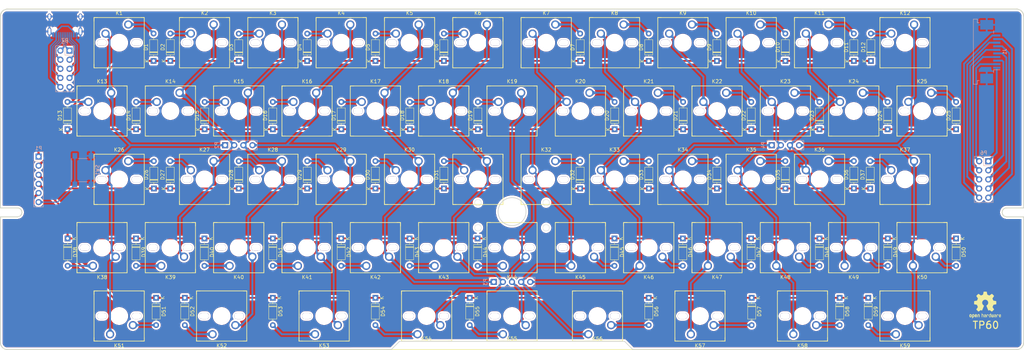
<source format=kicad_pcb>
(kicad_pcb (version 20171130) (host pcbnew 5.1.4+dfsg1-1)
  (layers (0 F.Cu signal) (31 B.Cu signal) (34 B.Paste user) (35 F.Paste user) (36 B.SilkS user) (37 F.SilkS user) (38 B.Mask user) (39 F.Mask user) (44 Edge.Cuts user))
  (net 0 "")
  (net 1 "Net-(D10-Pad2)")
  (net 2 "Net-(D11-Pad2)")
  (net 3 "Net-(D12-Pad2)")
  (net 4 "Net-(D13-Pad2)")
  (net 5 /row1)
  (net 6 "Net-(D14-Pad2)")
  (net 7 "Net-(D15-Pad2)")
  (net 8 "Net-(D16-Pad2)")
  (net 9 "Net-(D17-Pad2)")
  (net 10 "Net-(D18-Pad2)")
  (net 11 "Net-(D19-Pad2)")
  (net 12 "Net-(D20-Pad2)")
  (net 13 "Net-(D21-Pad2)")
  (net 14 "Net-(D22-Pad2)")
  (net 15 "Net-(D23-Pad2)")
  (net 16 "Net-(D24-Pad2)")
  (net 17 "Net-(D25-Pad2)")
  (net 18 "Net-(D26-Pad2)")
  (net 19 /row2)
  (net 20 "Net-(D27-Pad2)")
  (net 21 "Net-(D28-Pad2)")
  (net 22 "Net-(D29-Pad2)")
  (net 23 "Net-(D30-Pad2)")
  (net 24 "Net-(D31-Pad2)")
  (net 25 "Net-(D32-Pad2)")
  (net 26 "Net-(D33-Pad2)")
  (net 27 "Net-(D34-Pad2)")
  (net 28 "Net-(D35-Pad2)")
  (net 29 "Net-(D36-Pad2)")
  (net 30 "Net-(D37-Pad2)")
  (net 31 "Net-(D38-Pad2)")
  (net 32 /row3)
  (net 33 "Net-(D39-Pad2)")
  (net 34 "Net-(D40-Pad2)")
  (net 35 "Net-(D41-Pad2)")
  (net 36 "Net-(D42-Pad2)")
  (net 37 "Net-(D43-Pad2)")
  (net 38 "Net-(D44-Pad2)")
  (net 39 "Net-(D45-Pad2)")
  (net 40 "Net-(D46-Pad2)")
  (net 41 "Net-(D47-Pad2)")
  (net 42 "Net-(D48-Pad2)")
  (net 43 "Net-(D49-Pad2)")
  (net 44 "Net-(D50-Pad2)")
  (net 45 "Net-(D51-Pad2)")
  (net 46 /row4)
  (net 47 "Net-(D52-Pad2)")
  (net 48 "Net-(D53-Pad2)")
  (net 49 "Net-(D54-Pad2)")
  (net 50 "Net-(D55-Pad2)")
  (net 51 "Net-(D56-Pad2)")
  (net 52 "Net-(D57-Pad2)")
  (net 53 "Net-(D58-Pad2)")
  (net 54 "Net-(D59-Pad2)")
  (net 55 /col01)
  (net 56 /col02)
  (net 57 /col03)
  (net 58 /col04)
  (net 59 /col05)
  (net 60 /col07)
  (net 61 /col08)
  (net 62 /col09)
  (net 63 /col10)
  (net 64 /col11)
  (net 65 /col12)
  (net 66 /col06)
  (net 67 "Net-(J1-Pad3)")
  (net 68 "Net-(J1-Pad6)")
  (net 69 "Net-(J1-Pad5)")
  (net 70 "Net-(J1-Pad4)")
  (net 71 "Net-(J1-Pad2)")
  (net 72 "Net-(J1-Pad1)")
  (net 73 "Net-(D1-Pad2)")
  (net 74 "Net-(D2-Pad2)")
  (net 75 "Net-(D3-Pad2)")
  (net 76 "Net-(D4-Pad2)")
  (net 77 "Net-(D5-Pad2)")
  (net 78 "Net-(D6-Pad2)")
  (net 79 "Net-(D7-Pad2)")
  (net 80 "Net-(D8-Pad2)")
  (net 81 "Net-(D9-Pad2)")
  (net 82 /row5)
  (net 83 /col13)
  (net 84 +5V)
  (net 85 GND)
  (net 86 "Net-(P5-Pad3)")
  (net 87 "Net-(P5-Pad2)")
  (net 88 "Net-(J1-Pad10)")
  (net 89 "Net-(J1-Pad9)")
  (net 90 "Net-(J1-Pad8)")
  (net 91 "Net-(J1-Pad7)")
  (net 92 "Net-(P1-Pad6)")
  (net 93 "Net-(P5-Pad8)")
  (net 94 "Net-(P5-Pad7)")
  (net 95 "Net-(P5-Pad6)")
  (net 96 "Net-(P5-Pad5)")
  (net 97 "Net-(P5-Pad4)")
  (net 98 "Net-(P5-Pad1)")
  (module Symbol:OSHW-Logo2_9.8x8mm_SilkScreen (layer F.Cu) (at 341.9 176.02)
    (fp_text reference REF** hide)
    (fp_text value OSHW-Logo2_9.8x8mm_SilkScreen hide)
  )
  (module Type-C:HRO-TYPE-C-31-M-12-PIN (layer B.Cu) (at 85.35 93)
    (fp_text reference P7 (at 0 9.25) (layer B.SilkS) (effects (justify mirror)))
    (fp_text value CONN_8)
    (pad B1 smd rect (at 3.225 7.695) (size 0.6 1.45) (layers B.Cu B.Paste B.Mask) (net 85 GND))
    (pad A1 smd rect (at -3.225 7.695) (size 0.6 1.45) (layers B.Cu B.Paste B.Mask) (net 85 GND))
    (pad B4 smd rect (at 2.45 7.695) (size 0.6 1.45) (layers B.Cu B.Paste B.Mask) (net 84 +5V))
    (pad A4 smd rect (at -2.45 7.695) (size 0.6 1.45) (layers B.Cu B.Paste B.Mask) (net 84 +5V))
    (pad B8 smd rect (at -1.75 7.695) (size 0.3 1.45) (layers B.Cu B.Paste B.Mask) (net 93 "Net-(P5-Pad8)"))
    (pad B5 smd rect (at 1.75 7.695) (size 0.3 1.45) (layers B.Cu B.Paste B.Mask) (net 94 "Net-(P5-Pad7)"))
    (pad A5 smd rect (at -1.25 7.695) (size 0.3 1.45) (layers B.Cu B.Paste B.Mask) (net 95 "Net-(P5-Pad6)"))
    (pad A8 smd rect (at 1.25 7.695) (size 0.3 1.45) (layers B.Cu B.Paste B.Mask) (net 96 "Net-(P5-Pad5)"))
    (pad B7 smd rect (at -0.75 7.695) (size 0.3 1.45) (layers B.Cu B.Paste B.Mask) (net 97 "Net-(P5-Pad4)"))
    (pad B6 smd rect (at 0.75 7.695) (size 0.3 1.45) (layers B.Cu B.Paste B.Mask) (net 86 "Net-(P5-Pad3)"))
    (pad A7 smd rect (at 0.25 7.695) (size 0.3 1.45) (layers B.Cu B.Paste B.Mask) (net 98 "Net-(P5-Pad1)"))
    (pad A6 smd rect (at -0.25 7.695) (size 0.3 1.45) (layers B.Cu B.Paste B.Mask) (net 87 "Net-(P5-Pad2)"))
    (pad "" np_thru_hole circle (at 2.89 6.25) (size 0.65 0.65) (drill 0.65) (layers *.Cu *.Mask))
    (pad "" np_thru_hole circle (at -2.89 6.25) (size 0.65 0.65) (drill 0.65) (layers *.Cu *.Mask))
    (pad S1 thru_hole oval (at -4.32 6.78) (size 1 2.1) (drill oval 0.6 1.7) (layers *.Cu F.Mask) (net 85 GND))
    (pad S1 thru_hole oval (at 4.32 6.78) (size 1 2.1) (drill oval 0.6 1.7) (layers *.Cu F.Mask) (net 85 GND))
    (pad S1 thru_hole oval (at -4.32 2.6) (size 1 1.6) (drill oval 0.6 1.2) (layers *.Cu F.Mask) (net 85 GND))
    (pad S1 thru_hole oval (at 4.32 2.6) (size 1 1.6) (drill oval 0.6 1.2) (layers *.Cu F.Mask) (net 85 GND))
  )
  (module Connector_PinHeader_2.54mm:PinHeader_2x05_P2.54mm_Vertical (layer B.Cu) (at 342.765 135.95 180)
    (fp_text reference P6 (at 1.27 2.33) (layer B.SilkS) (effects (justify mirror)))
    (fp_text value CONN_10)
    (pad 10 thru_hole oval (at 2.54 -10.16 180) (size 1.7 1.7) (drill 1) (layers *.Cu *.Mask) (net 88 "Net-(J1-Pad10)"))
    (pad 9 thru_hole oval (at 0 -10.16 180) (size 1.7 1.7) (drill 1) (layers *.Cu *.Mask) (net 89 "Net-(J1-Pad9)"))
    (pad 8 thru_hole oval (at 2.54 -7.62 180) (size 1.7 1.7) (drill 1) (layers *.Cu *.Mask) (net 90 "Net-(J1-Pad8)"))
    (pad 7 thru_hole oval (at 0 -7.62 180) (size 1.7 1.7) (drill 1) (layers *.Cu *.Mask) (net 91 "Net-(J1-Pad7)"))
    (pad 6 thru_hole oval (at 2.54 -5.08 180) (size 1.7 1.7) (drill 1) (layers *.Cu *.Mask) (net 68 "Net-(J1-Pad6)"))
    (pad 5 thru_hole oval (at 0 -5.08 180) (size 1.7 1.7) (drill 1) (layers *.Cu *.Mask) (net 69 "Net-(J1-Pad5)"))
    (pad 4 thru_hole oval (at 2.54 -2.54 180) (size 1.7 1.7) (drill 1) (layers *.Cu *.Mask) (net 70 "Net-(J1-Pad4)"))
    (pad 3 thru_hole oval (at 0 -2.54 180) (size 1.7 1.7) (drill 1) (layers *.Cu *.Mask) (net 67 "Net-(J1-Pad3)"))
    (pad 2 thru_hole oval (at 2.54 0 180) (size 1.7 1.7) (drill 1) (layers *.Cu *.Mask) (net 71 "Net-(J1-Pad2)"))
    (pad 1 thru_hole rect (at 0 0 180) (size 1.7 1.7) (drill 1) (layers *.Cu *.Mask) (net 72 "Net-(J1-Pad1)"))
  )
  (module Connector_PinHeader_2.54mm:PinHeader_2x05_P2.54mm_Vertical (layer B.Cu) (at 86.625 105.11 180)
    (fp_text reference P5 (at 1.27 2.33 180) (layer B.SilkS) (effects (justify mirror)))
    (fp_text value CONN_4)
    (pad 10 thru_hole oval (at 2.54 -10.16 180) (size 1.7 1.7) (drill 1) (layers *.Cu *.Mask) (net 84 +5V))
    (pad 9 thru_hole oval (at 0 -10.16 180) (size 1.7 1.7) (drill 1) (layers *.Cu *.Mask) (net 85 GND))
    (pad 8 thru_hole oval (at 2.54 -7.62 180) (size 1.7 1.7) (drill 1) (layers *.Cu *.Mask) (net 93 "Net-(P5-Pad8)"))
    (pad 7 thru_hole oval (at 0 -7.62 180) (size 1.7 1.7) (drill 1) (layers *.Cu *.Mask) (net 94 "Net-(P5-Pad7)"))
    (pad 6 thru_hole oval (at 2.54 -5.08 180) (size 1.7 1.7) (drill 1) (layers *.Cu *.Mask) (net 95 "Net-(P5-Pad6)"))
    (pad 5 thru_hole oval (at 0 -5.08 180) (size 1.7 1.7) (drill 1) (layers *.Cu *.Mask) (net 96 "Net-(P5-Pad5)"))
    (pad 4 thru_hole oval (at 2.54 -2.54 180) (size 1.7 1.7) (drill 1) (layers *.Cu *.Mask) (net 97 "Net-(P5-Pad4)"))
    (pad 3 thru_hole oval (at 0 -2.54 180) (size 1.7 1.7) (drill 1) (layers *.Cu *.Mask) (net 86 "Net-(P5-Pad3)"))
    (pad 2 thru_hole oval (at 2.54 0 180) (size 1.7 1.7) (drill 1) (layers *.Cu *.Mask) (net 87 "Net-(P5-Pad2)"))
    (pad 1 thru_hole rect (at 0 0 180) (size 1.7 1.7) (drill 1) (layers *.Cu *.Mask) (net 98 "Net-(P5-Pad1)"))
  )
  (module Connector_PinHeader_2.54mm:PinHeader_1x06_P2.54mm_Vertical (layer B.Cu) (at 78 134.65 180)
    (fp_text reference P1 (at 0 2.33) (layer B.SilkS) (effects (justify mirror)))
    (fp_text value CONN_6)
    (pad 6 thru_hole oval (at 0 -12.7 180) (size 1.7 1.7) (drill 1) (layers *.Cu *.Mask) (net 92 "Net-(P1-Pad6)"))
    (pad 5 thru_hole oval (at 0 -10.16 180) (size 1.7 1.7) (drill 1) (layers *.Cu *.Mask) (net 82 /row5))
    (pad 4 thru_hole oval (at 0 -7.62 180) (size 1.7 1.7) (drill 1) (layers *.Cu *.Mask) (net 46 /row4))
    (pad 3 thru_hole oval (at 0 -5.08 180) (size 1.7 1.7) (drill 1) (layers *.Cu *.Mask) (net 32 /row3))
    (pad 2 thru_hole oval (at 0 -2.54 180) (size 1.7 1.7) (drill 1) (layers *.Cu *.Mask) (net 19 /row2))
    (pad 1 thru_hole rect (at 0 0 180) (size 1.7 1.7) (drill 1) (layers *.Cu *.Mask) (net 5 /row1))
  )
  (module keyswitches:SW_MX_1280 (layer F.Cu) (at 200.44 102.9)
    (fp_text reference K6 (at 0 -8.255) (layer F.SilkS))
    (fp_text value KEYSW)
    (pad "" np_thru_hole roundrect (at 4.85 0) (size 2.6768 1.7018) (drill oval 2.6768 1.7018) (layers *.Cu *.Mask) (roundrect_rratio 0.5))
    (pad "" np_thru_hole roundrect (at -4.85 0) (size 2.6768 1.7018) (drill oval 2.6768 1.7018) (layers *.Cu *.Mask) (roundrect_rratio 0.5))
    (pad 2 thru_hole circle (at -3.81 -2.54) (size 2.286 2.286) (drill 1.4986) (layers *.Cu *.Mask) (net 78 "Net-(D6-Pad2)"))
    (pad "" np_thru_hole circle (at 0 0) (size 3.9878 3.9878) (drill 3.9878) (layers *.Cu *.Mask))
    (pad 1 thru_hole circle (at 2.54 -5.08) (size 2.286 2.286) (drill 1.4986) (layers *.Cu *.Mask) (net 66 /col06))
  )
  (module Diode_THT:D_DO-35_SOD27_P7.62mm_Horizontal (layer F.Cu) (at 190.99 107.99 90)
    (fp_text reference D6 (at 3.81 -2.12 270) (layer F.SilkS))
    (fp_text value IN4148)
    (fp_text user K (at 0 -1.8 270) (layer F.SilkS))
    (pad 2 thru_hole oval (at 7.62 0 90) (size 1.6 1.6) (drill 0.8) (layers *.Cu *.Mask) (net 78 "Net-(D6-Pad2)"))
    (pad 1 thru_hole rect (at 0 0 90) (size 1.6 1.6) (drill 0.8) (layers *.Cu *.Mask) (net 5 /row1))
  )
  (module Button_Switch_SMD:SW_Push_1P1T_NO_6x6mm_H9.5mm (layer B.Cu) (at 90.37 138.42 90)
    (fp_text reference SW1 (at 0 4.05 90) (layer B.SilkS) (effects (justify mirror)))
    (fp_text value SW_PUSH)
    (pad 2 smd rect (at 3.975 -2.25 90) (size 1.55 1.3) (layers B.Cu B.Paste B.Mask) (net 92 "Net-(P1-Pad6)"))
    (pad 1 smd rect (at 3.975 2.25 90) (size 1.55 1.3) (layers B.Cu B.Paste B.Mask) (net 85 GND))
    (pad 1 smd rect (at -3.975 2.25 90) (size 1.55 1.3) (layers B.Cu B.Paste B.Mask) (net 85 GND))
    (pad 2 smd rect (at -3.975 -2.25 90) (size 1.55 1.3) (layers B.Cu B.Paste B.Mask) (net 92 "Net-(P1-Pad6)"))
  )
  (module keyswitches:SW_MX_1280 (layer F.Cu) (at 319.54 179.1 180)
    (fp_text reference K59 (at 0 -8.255) (layer F.SilkS))
    (fp_text value KEYSW)
    (pad "" np_thru_hole roundrect (at 4.85 0 180) (size 2.6768 1.7018) (drill oval 2.6768 1.7018) (layers *.Cu *.Mask) (roundrect_rratio 0.5))
    (pad "" np_thru_hole roundrect (at -4.85 0 180) (size 2.6768 1.7018) (drill oval 2.6768 1.7018) (layers *.Cu *.Mask) (roundrect_rratio 0.5))
    (pad 2 thru_hole circle (at -3.81 -2.54 180) (size 2.286 2.286) (drill 1.4986) (layers *.Cu *.Mask) (net 83 /col13))
    (pad "" np_thru_hole circle (at 0 0 180) (size 3.9878 3.9878) (drill 3.9878) (layers *.Cu *.Mask))
    (pad 1 thru_hole circle (at 2.54 -5.08 180) (size 2.286 2.286) (drill 1.4986) (layers *.Cu *.Mask) (net 54 "Net-(D59-Pad2)"))
  )
  (module keyswitches:SW_MX_1280 (layer F.Cu) (at 290.963332 179.1 180)
    (fp_text reference K58 (at 0 -8.255) (layer F.SilkS))
    (fp_text value KEYSW)
    (pad "" np_thru_hole roundrect (at 4.85 0 180) (size 2.6768 1.7018) (drill oval 2.6768 1.7018) (layers *.Cu *.Mask) (roundrect_rratio 0.5))
    (pad "" np_thru_hole roundrect (at -4.85 0 180) (size 2.6768 1.7018) (drill oval 2.6768 1.7018) (layers *.Cu *.Mask) (roundrect_rratio 0.5))
    (pad 2 thru_hole circle (at -3.81 -2.54 180) (size 2.286 2.286) (drill 1.4986) (layers *.Cu *.Mask) (net 53 "Net-(D58-Pad2)"))
    (pad "" np_thru_hole circle (at 0 0 180) (size 3.9878 3.9878) (drill 3.9878) (layers *.Cu *.Mask))
    (pad 1 thru_hole circle (at 2.54 -5.08 180) (size 2.286 2.286) (drill 1.4986) (layers *.Cu *.Mask) (net 64 /col11))
  )
  (module keyswitches:SW_MX_1280 (layer F.Cu) (at 262.386666 179.1 180)
    (fp_text reference K57 (at 0 -8.255) (layer F.SilkS))
    (fp_text value KEYSW)
    (pad "" np_thru_hole roundrect (at 4.85 0 180) (size 2.6768 1.7018) (drill oval 2.6768 1.7018) (layers *.Cu *.Mask) (roundrect_rratio 0.5))
    (pad "" np_thru_hole roundrect (at -4.85 0 180) (size 2.6768 1.7018) (drill oval 2.6768 1.7018) (layers *.Cu *.Mask) (roundrect_rratio 0.5))
    (pad 2 thru_hole circle (at -3.81 -2.54 180) (size 2.286 2.286) (drill 1.4986) (layers *.Cu *.Mask) (net 52 "Net-(D57-Pad2)"))
    (pad "" np_thru_hole circle (at 0 0 180) (size 3.9878 3.9878) (drill 3.9878) (layers *.Cu *.Mask))
    (pad 1 thru_hole circle (at 2.54 -5.08 180) (size 2.286 2.286) (drill 1.4986) (layers *.Cu *.Mask) (net 63 /col10))
  )
  (module keyswitches:SW_MX_1280 (layer F.Cu) (at 233.81 179.1 180)
    (fp_text reference K56 (at -0.01 -6.32) (layer F.SilkS))
    (fp_text value KEYSW)
    (pad "" np_thru_hole roundrect (at 4.85 0 180) (size 2.6768 1.7018) (drill oval 2.6768 1.7018) (layers *.Cu *.Mask) (roundrect_rratio 0.5))
    (pad "" np_thru_hole roundrect (at -4.85 0 180) (size 2.6768 1.7018) (drill oval 2.6768 1.7018) (layers *.Cu *.Mask) (roundrect_rratio 0.5))
    (pad 2 thru_hole circle (at -3.81 -2.54 180) (size 2.286 2.286) (drill 1.4986) (layers *.Cu *.Mask) (net 51 "Net-(D56-Pad2)"))
    (pad "" np_thru_hole circle (at 0 0 180) (size 3.9878 3.9878) (drill 3.9878) (layers *.Cu *.Mask))
    (pad 1 thru_hole circle (at 2.54 -5.08 180) (size 2.286 2.286) (drill 1.4986) (layers *.Cu *.Mask) (net 61 /col08))
  )
  (module keyswitches:SW_MX_1280 (layer F.Cu) (at 210 179.1 180)
    (fp_text reference K55 (at 0 -6.29) (layer F.SilkS))
    (fp_text value KEYSW)
    (pad "" np_thru_hole roundrect (at 4.85 0 180) (size 2.6768 1.7018) (drill oval 2.6768 1.7018) (layers *.Cu *.Mask) (roundrect_rratio 0.5))
    (pad "" np_thru_hole roundrect (at -4.85 0 180) (size 2.6768 1.7018) (drill oval 2.6768 1.7018) (layers *.Cu *.Mask) (roundrect_rratio 0.5))
    (pad 2 thru_hole circle (at -3.81 -2.54 180) (size 2.286 2.286) (drill 1.4986) (layers *.Cu *.Mask) (net 60 /col07))
    (pad "" np_thru_hole circle (at 0 0 180) (size 3.9878 3.9878) (drill 3.9878) (layers *.Cu *.Mask))
    (pad 1 thru_hole circle (at 2.54 -5.08 180) (size 2.286 2.286) (drill 1.4986) (layers *.Cu *.Mask) (net 50 "Net-(D55-Pad2)"))
  )
  (module keyswitches:SW_MX_1280 (layer F.Cu) (at 186.18 179.1 180)
    (fp_text reference K54 (at 0.03 -6.29) (layer F.SilkS))
    (fp_text value KEYSW)
    (pad "" np_thru_hole roundrect (at 4.85 0 180) (size 2.6768 1.7018) (drill oval 2.6768 1.7018) (layers *.Cu *.Mask) (roundrect_rratio 0.5))
    (pad "" np_thru_hole roundrect (at -4.85 0 180) (size 2.6768 1.7018) (drill oval 2.6768 1.7018) (layers *.Cu *.Mask) (roundrect_rratio 0.5))
    (pad 2 thru_hole circle (at -3.81 -2.54 180) (size 2.286 2.286) (drill 1.4986) (layers *.Cu *.Mask) (net 66 /col06))
    (pad "" np_thru_hole circle (at 0 0 180) (size 3.9878 3.9878) (drill 3.9878) (layers *.Cu *.Mask))
    (pad 1 thru_hole circle (at 2.54 -5.08 180) (size 2.286 2.286) (drill 1.4986) (layers *.Cu *.Mask) (net 49 "Net-(D54-Pad2)"))
  )
  (module keyswitches:SW_MX_1280 (layer F.Cu) (at 157.613332 179.1 180)
    (fp_text reference K53 (at 0 -8.255) (layer F.SilkS))
    (fp_text value KEYSW)
    (pad "" np_thru_hole roundrect (at 4.85 0 180) (size 2.6768 1.7018) (drill oval 2.6768 1.7018) (layers *.Cu *.Mask) (roundrect_rratio 0.5))
    (pad "" np_thru_hole roundrect (at -4.85 0 180) (size 2.6768 1.7018) (drill oval 2.6768 1.7018) (layers *.Cu *.Mask) (roundrect_rratio 0.5))
    (pad 2 thru_hole circle (at -3.81 -2.54 180) (size 2.286 2.286) (drill 1.4986) (layers *.Cu *.Mask) (net 58 /col04))
    (pad "" np_thru_hole circle (at 0 0 180) (size 3.9878 3.9878) (drill 3.9878) (layers *.Cu *.Mask))
    (pad 1 thru_hole circle (at 2.54 -5.08 180) (size 2.286 2.286) (drill 1.4986) (layers *.Cu *.Mask) (net 48 "Net-(D53-Pad2)"))
  )
  (module keyswitches:SW_MX_1280 (layer F.Cu) (at 129.046666 179.1 180)
    (fp_text reference K52 (at 0 -8.255) (layer F.SilkS))
    (fp_text value KEYSW)
    (pad "" np_thru_hole roundrect (at 4.85 0 180) (size 2.6768 1.7018) (drill oval 2.6768 1.7018) (layers *.Cu *.Mask) (roundrect_rratio 0.5))
    (pad "" np_thru_hole roundrect (at -4.85 0 180) (size 2.6768 1.7018) (drill oval 2.6768 1.7018) (layers *.Cu *.Mask) (roundrect_rratio 0.5))
    (pad 2 thru_hole circle (at -3.81 -2.54 180) (size 2.286 2.286) (drill 1.4986) (layers *.Cu *.Mask) (net 57 /col03))
    (pad "" np_thru_hole circle (at 0 0 180) (size 3.9878 3.9878) (drill 3.9878) (layers *.Cu *.Mask))
    (pad 1 thru_hole circle (at 2.54 -5.08 180) (size 2.286 2.286) (drill 1.4986) (layers *.Cu *.Mask) (net 47 "Net-(D52-Pad2)"))
  )
  (module keyswitches:SW_MX_1280 (layer F.Cu) (at 100.48 179.1 180)
    (fp_text reference K51 (at 0 -8.255) (layer F.SilkS))
    (fp_text value KEYSW)
    (pad "" np_thru_hole roundrect (at 4.85 0 180) (size 2.6768 1.7018) (drill oval 2.6768 1.7018) (layers *.Cu *.Mask) (roundrect_rratio 0.5))
    (pad "" np_thru_hole roundrect (at -4.85 0 180) (size 2.6768 1.7018) (drill oval 2.6768 1.7018) (layers *.Cu *.Mask) (roundrect_rratio 0.5))
    (pad 2 thru_hole circle (at -3.81 -2.54 180) (size 2.286 2.286) (drill 1.4986) (layers *.Cu *.Mask) (net 45 "Net-(D51-Pad2)"))
    (pad "" np_thru_hole circle (at 0 0 180) (size 3.9878 3.9878) (drill 3.9878) (layers *.Cu *.Mask))
    (pad 1 thru_hole circle (at 2.54 -5.08 180) (size 2.286 2.286) (drill 1.4986) (layers *.Cu *.Mask) (net 55 /col01))
  )
  (module keyswitches:SW_MX_1280 (layer F.Cu) (at 324.3 160.01 180)
    (fp_text reference K50 (at 0 -8.255) (layer F.SilkS))
    (fp_text value KEYSW)
    (pad "" np_thru_hole roundrect (at 4.85 0 180) (size 2.6768 1.7018) (drill oval 2.6768 1.7018) (layers *.Cu *.Mask) (roundrect_rratio 0.5))
    (pad "" np_thru_hole roundrect (at -4.85 0 180) (size 2.6768 1.7018) (drill oval 2.6768 1.7018) (layers *.Cu *.Mask) (roundrect_rratio 0.5))
    (pad 2 thru_hole circle (at -3.81 -2.54 180) (size 2.286 2.286) (drill 1.4986) (layers *.Cu *.Mask) (net 44 "Net-(D50-Pad2)"))
    (pad "" np_thru_hole circle (at 0 0 180) (size 3.9878 3.9878) (drill 3.9878) (layers *.Cu *.Mask))
    (pad 1 thru_hole circle (at 2.54 -5.08 180) (size 2.286 2.286) (drill 1.4986) (layers *.Cu *.Mask) (net 83 /col13))
  )
  (module keyswitches:SW_MX_1280 (layer F.Cu) (at 305.25 160.03 180)
    (fp_text reference K49 (at 0 -8.255) (layer F.SilkS))
    (fp_text value KEYSW)
    (pad "" np_thru_hole roundrect (at 4.85 0 180) (size 2.6768 1.7018) (drill oval 2.6768 1.7018) (layers *.Cu *.Mask) (roundrect_rratio 0.5))
    (pad "" np_thru_hole roundrect (at -4.85 0 180) (size 2.6768 1.7018) (drill oval 2.6768 1.7018) (layers *.Cu *.Mask) (roundrect_rratio 0.5))
    (pad 2 thru_hole circle (at -3.81 -2.54 180) (size 2.286 2.286) (drill 1.4986) (layers *.Cu *.Mask) (net 43 "Net-(D49-Pad2)"))
    (pad "" np_thru_hole circle (at 0 0 180) (size 3.9878 3.9878) (drill 3.9878) (layers *.Cu *.Mask))
    (pad 1 thru_hole circle (at 2.54 -5.08 180) (size 2.286 2.286) (drill 1.4986) (layers *.Cu *.Mask) (net 65 /col12))
  )
  (module keyswitches:SW_MX_1280 (layer F.Cu) (at 286.2 160.03 180)
    (fp_text reference K48 (at 0 -8.255) (layer F.SilkS))
    (fp_text value KEYSW)
    (pad "" np_thru_hole roundrect (at 4.85 0 180) (size 2.6768 1.7018) (drill oval 2.6768 1.7018) (layers *.Cu *.Mask) (roundrect_rratio 0.5))
    (pad "" np_thru_hole roundrect (at -4.85 0 180) (size 2.6768 1.7018) (drill oval 2.6768 1.7018) (layers *.Cu *.Mask) (roundrect_rratio 0.5))
    (pad 2 thru_hole circle (at -3.81 -2.54 180) (size 2.286 2.286) (drill 1.4986) (layers *.Cu *.Mask) (net 42 "Net-(D48-Pad2)"))
    (pad "" np_thru_hole circle (at 0 0 180) (size 3.9878 3.9878) (drill 3.9878) (layers *.Cu *.Mask))
    (pad 1 thru_hole circle (at 2.54 -5.08 180) (size 2.286 2.286) (drill 1.4986) (layers *.Cu *.Mask) (net 64 /col11))
  )
  (module keyswitches:SW_MX_1280 (layer F.Cu) (at 267.15 160.03 180)
    (fp_text reference K47 (at 0 -8.255) (layer F.SilkS))
    (fp_text value KEYSW)
    (pad "" np_thru_hole roundrect (at 4.85 0 180) (size 2.6768 1.7018) (drill oval 2.6768 1.7018) (layers *.Cu *.Mask) (roundrect_rratio 0.5))
    (pad "" np_thru_hole roundrect (at -4.85 0 180) (size 2.6768 1.7018) (drill oval 2.6768 1.7018) (layers *.Cu *.Mask) (roundrect_rratio 0.5))
    (pad 2 thru_hole circle (at -3.81 -2.54 180) (size 2.286 2.286) (drill 1.4986) (layers *.Cu *.Mask) (net 41 "Net-(D47-Pad2)"))
    (pad "" np_thru_hole circle (at 0 0 180) (size 3.9878 3.9878) (drill 3.9878) (layers *.Cu *.Mask))
    (pad 1 thru_hole circle (at 2.54 -5.08 180) (size 2.286 2.286) (drill 1.4986) (layers *.Cu *.Mask) (net 63 /col10))
  )
  (module keyswitches:SW_MX_1280 (layer F.Cu) (at 248.1 160.03 180)
    (fp_text reference K46 (at 0 -8.255) (layer F.SilkS))
    (fp_text value KEYSW)
    (pad "" np_thru_hole roundrect (at 4.85 0 180) (size 2.6768 1.7018) (drill oval 2.6768 1.7018) (layers *.Cu *.Mask) (roundrect_rratio 0.5))
    (pad "" np_thru_hole roundrect (at -4.85 0 180) (size 2.6768 1.7018) (drill oval 2.6768 1.7018) (layers *.Cu *.Mask) (roundrect_rratio 0.5))
    (pad 2 thru_hole circle (at -3.81 -2.54 180) (size 2.286 2.286) (drill 1.4986) (layers *.Cu *.Mask) (net 40 "Net-(D46-Pad2)"))
    (pad "" np_thru_hole circle (at 0 0 180) (size 3.9878 3.9878) (drill 3.9878) (layers *.Cu *.Mask))
    (pad 1 thru_hole circle (at 2.54 -5.08 180) (size 2.286 2.286) (drill 1.4986) (layers *.Cu *.Mask) (net 62 /col09))
  )
  (module keyswitches:SW_MX_1280 (layer F.Cu) (at 229.05 160.03 180)
    (fp_text reference K45 (at 0 -8.255) (layer F.SilkS))
    (fp_text value KEYSW)
    (pad "" np_thru_hole roundrect (at 4.85 0 180) (size 2.6768 1.7018) (drill oval 2.6768 1.7018) (layers *.Cu *.Mask) (roundrect_rratio 0.5))
    (pad "" np_thru_hole roundrect (at -4.85 0 180) (size 2.6768 1.7018) (drill oval 2.6768 1.7018) (layers *.Cu *.Mask) (roundrect_rratio 0.5))
    (pad 2 thru_hole circle (at -3.81 -2.54 180) (size 2.286 2.286) (drill 1.4986) (layers *.Cu *.Mask) (net 39 "Net-(D45-Pad2)"))
    (pad "" np_thru_hole circle (at 0 0 180) (size 3.9878 3.9878) (drill 3.9878) (layers *.Cu *.Mask))
    (pad 1 thru_hole circle (at 2.54 -5.08 180) (size 2.286 2.286) (drill 1.4986) (layers *.Cu *.Mask) (net 61 /col08))
  )
  (module keyswitches:SW_MX_1280 (layer F.Cu) (at 210 160.03 180)
    (fp_text reference K44 (at 0 -8.255) (layer F.SilkS))
    (fp_text value KEYSW)
    (pad "" np_thru_hole roundrect (at 4.85 0 180) (size 2.6768 1.7018) (drill oval 2.6768 1.7018) (layers *.Cu *.Mask) (roundrect_rratio 0.5))
    (pad "" np_thru_hole roundrect (at -4.85 0 180) (size 2.6768 1.7018) (drill oval 2.6768 1.7018) (layers *.Cu *.Mask) (roundrect_rratio 0.5))
    (pad 2 thru_hole circle (at -3.81 -2.54 180) (size 2.286 2.286) (drill 1.4986) (layers *.Cu *.Mask) (net 60 /col07))
    (pad "" np_thru_hole circle (at 0 0 180) (size 3.9878 3.9878) (drill 3.9878) (layers *.Cu *.Mask))
    (pad 1 thru_hole circle (at 2.54 -5.08 180) (size 2.286 2.286) (drill 1.4986) (layers *.Cu *.Mask) (net 38 "Net-(D44-Pad2)"))
  )
  (module keyswitches:SW_MX_1280 (layer F.Cu) (at 190.95 160.03 180)
    (fp_text reference K43 (at 0 -8.255) (layer F.SilkS))
    (fp_text value KEYSW)
    (pad "" np_thru_hole roundrect (at 4.85 0 180) (size 2.6768 1.7018) (drill oval 2.6768 1.7018) (layers *.Cu *.Mask) (roundrect_rratio 0.5))
    (pad "" np_thru_hole roundrect (at -4.85 0 180) (size 2.6768 1.7018) (drill oval 2.6768 1.7018) (layers *.Cu *.Mask) (roundrect_rratio 0.5))
    (pad 2 thru_hole circle (at -3.81 -2.54 180) (size 2.286 2.286) (drill 1.4986) (layers *.Cu *.Mask) (net 66 /col06))
    (pad "" np_thru_hole circle (at 0 0 180) (size 3.9878 3.9878) (drill 3.9878) (layers *.Cu *.Mask))
    (pad 1 thru_hole circle (at 2.54 -5.08 180) (size 2.286 2.286) (drill 1.4986) (layers *.Cu *.Mask) (net 37 "Net-(D43-Pad2)"))
  )
  (module keyswitches:SW_MX_1280 (layer F.Cu) (at 171.9 160.03 180)
    (fp_text reference K42 (at 0 -8.255) (layer F.SilkS))
    (fp_text value KEYSW)
    (pad "" np_thru_hole roundrect (at 4.85 0 180) (size 2.6768 1.7018) (drill oval 2.6768 1.7018) (layers *.Cu *.Mask) (roundrect_rratio 0.5))
    (pad "" np_thru_hole roundrect (at -4.85 0 180) (size 2.6768 1.7018) (drill oval 2.6768 1.7018) (layers *.Cu *.Mask) (roundrect_rratio 0.5))
    (pad 2 thru_hole circle (at -3.81 -2.54 180) (size 2.286 2.286) (drill 1.4986) (layers *.Cu *.Mask) (net 59 /col05))
    (pad "" np_thru_hole circle (at 0 0 180) (size 3.9878 3.9878) (drill 3.9878) (layers *.Cu *.Mask))
    (pad 1 thru_hole circle (at 2.54 -5.08 180) (size 2.286 2.286) (drill 1.4986) (layers *.Cu *.Mask) (net 36 "Net-(D42-Pad2)"))
  )
  (module keyswitches:SW_MX_1280 (layer F.Cu) (at 152.85 160.03 180)
    (fp_text reference K41 (at 0 -8.255) (layer F.SilkS))
    (fp_text value KEYSW)
    (pad "" np_thru_hole roundrect (at 4.85 0 180) (size 2.6768 1.7018) (drill oval 2.6768 1.7018) (layers *.Cu *.Mask) (roundrect_rratio 0.5))
    (pad "" np_thru_hole roundrect (at -4.85 0 180) (size 2.6768 1.7018) (drill oval 2.6768 1.7018) (layers *.Cu *.Mask) (roundrect_rratio 0.5))
    (pad 2 thru_hole circle (at -3.81 -2.54 180) (size 2.286 2.286) (drill 1.4986) (layers *.Cu *.Mask) (net 58 /col04))
    (pad "" np_thru_hole circle (at 0 0 180) (size 3.9878 3.9878) (drill 3.9878) (layers *.Cu *.Mask))
    (pad 1 thru_hole circle (at 2.54 -5.08 180) (size 2.286 2.286) (drill 1.4986) (layers *.Cu *.Mask) (net 35 "Net-(D41-Pad2)"))
  )
  (module keyswitches:SW_MX_1280 (layer F.Cu) (at 133.8 160.03 180)
    (fp_text reference K40 (at 0 -8.255) (layer F.SilkS))
    (fp_text value KEYSW)
    (pad "" np_thru_hole roundrect (at 4.85 0 180) (size 2.6768 1.7018) (drill oval 2.6768 1.7018) (layers *.Cu *.Mask) (roundrect_rratio 0.5))
    (pad "" np_thru_hole roundrect (at -4.85 0 180) (size 2.6768 1.7018) (drill oval 2.6768 1.7018) (layers *.Cu *.Mask) (roundrect_rratio 0.5))
    (pad 2 thru_hole circle (at -3.81 -2.54 180) (size 2.286 2.286) (drill 1.4986) (layers *.Cu *.Mask) (net 57 /col03))
    (pad "" np_thru_hole circle (at 0 0 180) (size 3.9878 3.9878) (drill 3.9878) (layers *.Cu *.Mask))
    (pad 1 thru_hole circle (at 2.54 -5.08 180) (size 2.286 2.286) (drill 1.4986) (layers *.Cu *.Mask) (net 34 "Net-(D40-Pad2)"))
  )
  (module keyswitches:SW_MX_1280 (layer F.Cu) (at 114.75 160.03 180)
    (fp_text reference K39 (at 0 -8.255) (layer F.SilkS))
    (fp_text value KEYSW)
    (pad "" np_thru_hole roundrect (at 4.85 0 180) (size 2.6768 1.7018) (drill oval 2.6768 1.7018) (layers *.Cu *.Mask) (roundrect_rratio 0.5))
    (pad "" np_thru_hole roundrect (at -4.85 0 180) (size 2.6768 1.7018) (drill oval 2.6768 1.7018) (layers *.Cu *.Mask) (roundrect_rratio 0.5))
    (pad 2 thru_hole circle (at -3.81 -2.54 180) (size 2.286 2.286) (drill 1.4986) (layers *.Cu *.Mask) (net 56 /col02))
    (pad "" np_thru_hole circle (at 0 0 180) (size 3.9878 3.9878) (drill 3.9878) (layers *.Cu *.Mask))
    (pad 1 thru_hole circle (at 2.54 -5.08 180) (size 2.286 2.286) (drill 1.4986) (layers *.Cu *.Mask) (net 33 "Net-(D39-Pad2)"))
  )
  (module keyswitches:SW_MX_1280 (layer F.Cu) (at 95.7 160.03 180)
    (fp_text reference K38 (at 0 -8.255) (layer F.SilkS))
    (fp_text value KEYSW)
    (pad "" np_thru_hole roundrect (at 4.85 0 180) (size 2.6768 1.7018) (drill oval 2.6768 1.7018) (layers *.Cu *.Mask) (roundrect_rratio 0.5))
    (pad "" np_thru_hole roundrect (at -4.85 0 180) (size 2.6768 1.7018) (drill oval 2.6768 1.7018) (layers *.Cu *.Mask) (roundrect_rratio 0.5))
    (pad 2 thru_hole circle (at -3.81 -2.54 180) (size 2.286 2.286) (drill 1.4986) (layers *.Cu *.Mask) (net 55 /col01))
    (pad "" np_thru_hole circle (at 0 0 180) (size 3.9878 3.9878) (drill 3.9878) (layers *.Cu *.Mask))
    (pad 1 thru_hole circle (at 2.54 -5.08 180) (size 2.286 2.286) (drill 1.4986) (layers *.Cu *.Mask) (net 31 "Net-(D38-Pad2)"))
  )
  (module keyswitches:SW_MX_1280 (layer F.Cu) (at 319.53 141)
    (fp_text reference K37 (at 0 -8.255) (layer F.SilkS))
    (fp_text value KEYSW)
    (pad "" np_thru_hole roundrect (at 4.85 0) (size 2.6768 1.7018) (drill oval 2.6768 1.7018) (layers *.Cu *.Mask) (roundrect_rratio 0.5))
    (pad "" np_thru_hole roundrect (at -4.85 0) (size 2.6768 1.7018) (drill oval 2.6768 1.7018) (layers *.Cu *.Mask) (roundrect_rratio 0.5))
    (pad 2 thru_hole circle (at -3.81 -2.54) (size 2.286 2.286) (drill 1.4986) (layers *.Cu *.Mask) (net 30 "Net-(D37-Pad2)"))
    (pad "" np_thru_hole circle (at 0 0) (size 3.9878 3.9878) (drill 3.9878) (layers *.Cu *.Mask))
    (pad 1 thru_hole circle (at 2.54 -5.08) (size 2.286 2.286) (drill 1.4986) (layers *.Cu *.Mask) (net 83 /col13))
  )
  (module keyswitches:SW_MX_1280 (layer F.Cu) (at 295.72 140.98)
    (fp_text reference K36 (at 0 -8.255) (layer F.SilkS))
    (fp_text value KEYSW)
    (pad "" np_thru_hole roundrect (at 4.85 0) (size 2.6768 1.7018) (drill oval 2.6768 1.7018) (layers *.Cu *.Mask) (roundrect_rratio 0.5))
    (pad "" np_thru_hole roundrect (at -4.85 0) (size 2.6768 1.7018) (drill oval 2.6768 1.7018) (layers *.Cu *.Mask) (roundrect_rratio 0.5))
    (pad 2 thru_hole circle (at -3.81 -2.54) (size 2.286 2.286) (drill 1.4986) (layers *.Cu *.Mask) (net 65 /col12))
    (pad "" np_thru_hole circle (at 0 0) (size 3.9878 3.9878) (drill 3.9878) (layers *.Cu *.Mask))
    (pad 1 thru_hole circle (at 2.54 -5.08) (size 2.286 2.286) (drill 1.4986) (layers *.Cu *.Mask) (net 29 "Net-(D36-Pad2)"))
  )
  (module keyswitches:SW_MX_1280 (layer F.Cu) (at 276.668888 141)
    (fp_text reference K35 (at 0 -8.255) (layer F.SilkS))
    (fp_text value KEYSW)
    (pad "" np_thru_hole roundrect (at 4.85 0) (size 2.6768 1.7018) (drill oval 2.6768 1.7018) (layers *.Cu *.Mask) (roundrect_rratio 0.5))
    (pad "" np_thru_hole roundrect (at -4.85 0) (size 2.6768 1.7018) (drill oval 2.6768 1.7018) (layers *.Cu *.Mask) (roundrect_rratio 0.5))
    (pad 2 thru_hole circle (at -3.81 -2.54) (size 2.286 2.286) (drill 1.4986) (layers *.Cu *.Mask) (net 64 /col11))
    (pad "" np_thru_hole circle (at 0 0) (size 3.9878 3.9878) (drill 3.9878) (layers *.Cu *.Mask))
    (pad 1 thru_hole circle (at 2.54 -5.08) (size 2.286 2.286) (drill 1.4986) (layers *.Cu *.Mask) (net 28 "Net-(D35-Pad2)"))
  )
  (module keyswitches:SW_MX_1280 (layer F.Cu) (at 257.617777 141)
    (fp_text reference K34 (at 0 -8.255) (layer F.SilkS))
    (fp_text value KEYSW)
    (pad "" np_thru_hole roundrect (at 4.85 0) (size 2.6768 1.7018) (drill oval 2.6768 1.7018) (layers *.Cu *.Mask) (roundrect_rratio 0.5))
    (pad "" np_thru_hole roundrect (at -4.85 0) (size 2.6768 1.7018) (drill oval 2.6768 1.7018) (layers *.Cu *.Mask) (roundrect_rratio 0.5))
    (pad 2 thru_hole circle (at -3.81 -2.54) (size 2.286 2.286) (drill 1.4986) (layers *.Cu *.Mask) (net 63 /col10))
    (pad "" np_thru_hole circle (at 0 0) (size 3.9878 3.9878) (drill 3.9878) (layers *.Cu *.Mask))
    (pad 1 thru_hole circle (at 2.54 -5.08) (size 2.286 2.286) (drill 1.4986) (layers *.Cu *.Mask) (net 27 "Net-(D34-Pad2)"))
  )
  (module keyswitches:SW_MX_1280 (layer F.Cu) (at 238.566666 141)
    (fp_text reference K33 (at 0 -8.255) (layer F.SilkS))
    (fp_text value KEYSW)
    (pad "" np_thru_hole roundrect (at 4.85 0) (size 2.6768 1.7018) (drill oval 2.6768 1.7018) (layers *.Cu *.Mask) (roundrect_rratio 0.5))
    (pad "" np_thru_hole roundrect (at -4.85 0) (size 2.6768 1.7018) (drill oval 2.6768 1.7018) (layers *.Cu *.Mask) (roundrect_rratio 0.5))
    (pad 2 thru_hole circle (at -3.81 -2.54) (size 2.286 2.286) (drill 1.4986) (layers *.Cu *.Mask) (net 62 /col09))
    (pad "" np_thru_hole circle (at 0 0) (size 3.9878 3.9878) (drill 3.9878) (layers *.Cu *.Mask))
    (pad 1 thru_hole circle (at 2.54 -5.08) (size 2.286 2.286) (drill 1.4986) (layers *.Cu *.Mask) (net 26 "Net-(D33-Pad2)"))
  )
  (module keyswitches:SW_MX_1280 (layer F.Cu) (at 219.515555 141)
    (fp_text reference K32 (at 0 -8.255) (layer F.SilkS))
    (fp_text value KEYSW)
    (pad "" np_thru_hole roundrect (at 4.85 0) (size 2.6768 1.7018) (drill oval 2.6768 1.7018) (layers *.Cu *.Mask) (roundrect_rratio 0.5))
    (pad "" np_thru_hole roundrect (at -4.85 0) (size 2.6768 1.7018) (drill oval 2.6768 1.7018) (layers *.Cu *.Mask) (roundrect_rratio 0.5))
    (pad 2 thru_hole circle (at -3.81 -2.54) (size 2.286 2.286) (drill 1.4986) (layers *.Cu *.Mask) (net 61 /col08))
    (pad "" np_thru_hole circle (at 0 0) (size 3.9878 3.9878) (drill 3.9878) (layers *.Cu *.Mask))
    (pad 1 thru_hole circle (at 2.54 -5.08) (size 2.286 2.286) (drill 1.4986) (layers *.Cu *.Mask) (net 25 "Net-(D32-Pad2)"))
  )
  (module keyswitches:SW_MX_1280 (layer F.Cu) (at 200.464444 141)
    (fp_text reference K31 (at 0 -8.255) (layer F.SilkS))
    (fp_text value KEYSW)
    (pad "" np_thru_hole roundrect (at 4.85 0) (size 2.6768 1.7018) (drill oval 2.6768 1.7018) (layers *.Cu *.Mask) (roundrect_rratio 0.5))
    (pad "" np_thru_hole roundrect (at -4.85 0) (size 2.6768 1.7018) (drill oval 2.6768 1.7018) (layers *.Cu *.Mask) (roundrect_rratio 0.5))
    (pad 2 thru_hole circle (at -3.81 -2.54) (size 2.286 2.286) (drill 1.4986) (layers *.Cu *.Mask) (net 24 "Net-(D31-Pad2)"))
    (pad "" np_thru_hole circle (at 0 0) (size 3.9878 3.9878) (drill 3.9878) (layers *.Cu *.Mask))
    (pad 1 thru_hole circle (at 2.54 -5.08) (size 2.286 2.286) (drill 1.4986) (layers *.Cu *.Mask) (net 66 /col06))
  )
  (module keyswitches:SW_MX_1280 (layer F.Cu) (at 181.413333 141)
    (fp_text reference K30 (at 0 -8.255) (layer F.SilkS))
    (fp_text value KEYSW)
    (pad "" np_thru_hole roundrect (at 4.85 0) (size 2.6768 1.7018) (drill oval 2.6768 1.7018) (layers *.Cu *.Mask) (roundrect_rratio 0.5))
    (pad "" np_thru_hole roundrect (at -4.85 0) (size 2.6768 1.7018) (drill oval 2.6768 1.7018) (layers *.Cu *.Mask) (roundrect_rratio 0.5))
    (pad 2 thru_hole circle (at -3.81 -2.54) (size 2.286 2.286) (drill 1.4986) (layers *.Cu *.Mask) (net 23 "Net-(D30-Pad2)"))
    (pad "" np_thru_hole circle (at 0 0) (size 3.9878 3.9878) (drill 3.9878) (layers *.Cu *.Mask))
    (pad 1 thru_hole circle (at 2.54 -5.08) (size 2.286 2.286) (drill 1.4986) (layers *.Cu *.Mask) (net 59 /col05))
  )
  (module keyswitches:SW_MX_1280 (layer F.Cu) (at 162.362222 141)
    (fp_text reference K29 (at 0 -8.255) (layer F.SilkS))
    (fp_text value KEYSW)
    (pad "" np_thru_hole roundrect (at 4.85 0) (size 2.6768 1.7018) (drill oval 2.6768 1.7018) (layers *.Cu *.Mask) (roundrect_rratio 0.5))
    (pad "" np_thru_hole roundrect (at -4.85 0) (size 2.6768 1.7018) (drill oval 2.6768 1.7018) (layers *.Cu *.Mask) (roundrect_rratio 0.5))
    (pad 2 thru_hole circle (at -3.81 -2.54) (size 2.286 2.286) (drill 1.4986) (layers *.Cu *.Mask) (net 22 "Net-(D29-Pad2)"))
    (pad "" np_thru_hole circle (at 0 0) (size 3.9878 3.9878) (drill 3.9878) (layers *.Cu *.Mask))
    (pad 1 thru_hole circle (at 2.54 -5.08) (size 2.286 2.286) (drill 1.4986) (layers *.Cu *.Mask) (net 58 /col04))
  )
  (module keyswitches:SW_MX_1280 (layer F.Cu) (at 143.311111 141)
    (fp_text reference K28 (at 0 -8.255) (layer F.SilkS))
    (fp_text value KEYSW)
    (pad "" np_thru_hole roundrect (at 4.85 0) (size 2.6768 1.7018) (drill oval 2.6768 1.7018) (layers *.Cu *.Mask) (roundrect_rratio 0.5))
    (pad "" np_thru_hole roundrect (at -4.85 0) (size 2.6768 1.7018) (drill oval 2.6768 1.7018) (layers *.Cu *.Mask) (roundrect_rratio 0.5))
    (pad 2 thru_hole circle (at -3.81 -2.54) (size 2.286 2.286) (drill 1.4986) (layers *.Cu *.Mask) (net 21 "Net-(D28-Pad2)"))
    (pad "" np_thru_hole circle (at 0 0) (size 3.9878 3.9878) (drill 3.9878) (layers *.Cu *.Mask))
    (pad 1 thru_hole circle (at 2.54 -5.08) (size 2.286 2.286) (drill 1.4986) (layers *.Cu *.Mask) (net 57 /col03))
  )
  (module keyswitches:SW_MX_1280 (layer F.Cu) (at 124.26 141)
    (fp_text reference K27 (at 0 -8.255) (layer F.SilkS))
    (fp_text value KEYSW)
    (pad "" np_thru_hole roundrect (at 4.85 0) (size 2.6768 1.7018) (drill oval 2.6768 1.7018) (layers *.Cu *.Mask) (roundrect_rratio 0.5))
    (pad "" np_thru_hole roundrect (at -4.85 0) (size 2.6768 1.7018) (drill oval 2.6768 1.7018) (layers *.Cu *.Mask) (roundrect_rratio 0.5))
    (pad 2 thru_hole circle (at -3.81 -2.54) (size 2.286 2.286) (drill 1.4986) (layers *.Cu *.Mask) (net 20 "Net-(D27-Pad2)"))
    (pad "" np_thru_hole circle (at 0 0) (size 3.9878 3.9878) (drill 3.9878) (layers *.Cu *.Mask))
    (pad 1 thru_hole circle (at 2.54 -5.08) (size 2.286 2.286) (drill 1.4986) (layers *.Cu *.Mask) (net 56 /col02))
  )
  (module keyswitches:SW_MX_1280 (layer F.Cu) (at 100.46 141)
    (fp_text reference K26 (at 0 -8.255) (layer F.SilkS))
    (fp_text value KEYSW)
    (pad "" np_thru_hole roundrect (at 4.85 0) (size 2.6768 1.7018) (drill oval 2.6768 1.7018) (layers *.Cu *.Mask) (roundrect_rratio 0.5))
    (pad "" np_thru_hole roundrect (at -4.85 0) (size 2.6768 1.7018) (drill oval 2.6768 1.7018) (layers *.Cu *.Mask) (roundrect_rratio 0.5))
    (pad 2 thru_hole circle (at -3.81 -2.54) (size 2.286 2.286) (drill 1.4986) (layers *.Cu *.Mask) (net 55 /col01))
    (pad "" np_thru_hole circle (at 0 0) (size 3.9878 3.9878) (drill 3.9878) (layers *.Cu *.Mask))
    (pad 1 thru_hole circle (at 2.54 -5.08) (size 2.286 2.286) (drill 1.4986) (layers *.Cu *.Mask) (net 18 "Net-(D26-Pad2)"))
  )
  (module keyswitches:SW_MX_1280 (layer F.Cu) (at 324.29 121.95)
    (fp_text reference K25 (at 0 -8.255) (layer F.SilkS))
    (fp_text value KEYSW)
    (pad "" np_thru_hole roundrect (at 4.85 0) (size 2.6768 1.7018) (drill oval 2.6768 1.7018) (layers *.Cu *.Mask) (roundrect_rratio 0.5))
    (pad "" np_thru_hole roundrect (at -4.85 0) (size 2.6768 1.7018) (drill oval 2.6768 1.7018) (layers *.Cu *.Mask) (roundrect_rratio 0.5))
    (pad 2 thru_hole circle (at -3.81 -2.54) (size 2.286 2.286) (drill 1.4986) (layers *.Cu *.Mask) (net 83 /col13))
    (pad "" np_thru_hole circle (at 0 0) (size 3.9878 3.9878) (drill 3.9878) (layers *.Cu *.Mask))
    (pad 1 thru_hole circle (at 2.54 -5.08) (size 2.286 2.286) (drill 1.4986) (layers *.Cu *.Mask) (net 17 "Net-(D25-Pad2)"))
  )
  (module keyswitches:SW_MX_1280 (layer F.Cu) (at 305.241663 121.95)
    (fp_text reference K24 (at 0 -8.255) (layer F.SilkS))
    (fp_text value KEYSW)
    (pad "" np_thru_hole roundrect (at 4.85 0) (size 2.6768 1.7018) (drill oval 2.6768 1.7018) (layers *.Cu *.Mask) (roundrect_rratio 0.5))
    (pad "" np_thru_hole roundrect (at -4.85 0) (size 2.6768 1.7018) (drill oval 2.6768 1.7018) (layers *.Cu *.Mask) (roundrect_rratio 0.5))
    (pad 2 thru_hole circle (at -3.81 -2.54) (size 2.286 2.286) (drill 1.4986) (layers *.Cu *.Mask) (net 65 /col12))
    (pad "" np_thru_hole circle (at 0 0) (size 3.9878 3.9878) (drill 3.9878) (layers *.Cu *.Mask))
    (pad 1 thru_hole circle (at 2.54 -5.08) (size 2.286 2.286) (drill 1.4986) (layers *.Cu *.Mask) (net 16 "Net-(D24-Pad2)"))
  )
  (module keyswitches:SW_MX_1280 (layer F.Cu) (at 286.19333 121.95)
    (fp_text reference K23 (at 0 -8.255) (layer F.SilkS))
    (fp_text value KEYSW)
    (pad "" np_thru_hole roundrect (at 4.85 0) (size 2.6768 1.7018) (drill oval 2.6768 1.7018) (layers *.Cu *.Mask) (roundrect_rratio 0.5))
    (pad "" np_thru_hole roundrect (at -4.85 0) (size 2.6768 1.7018) (drill oval 2.6768 1.7018) (layers *.Cu *.Mask) (roundrect_rratio 0.5))
    (pad 2 thru_hole circle (at -3.81 -2.54) (size 2.286 2.286) (drill 1.4986) (layers *.Cu *.Mask) (net 64 /col11))
    (pad "" np_thru_hole circle (at 0 0) (size 3.9878 3.9878) (drill 3.9878) (layers *.Cu *.Mask))
    (pad 1 thru_hole circle (at 2.54 -5.08) (size 2.286 2.286) (drill 1.4986) (layers *.Cu *.Mask) (net 15 "Net-(D23-Pad2)"))
  )
  (module keyswitches:SW_MX_1280 (layer F.Cu) (at 267.144997 121.95)
    (fp_text reference K22 (at 0 -8.255) (layer F.SilkS))
    (fp_text value KEYSW)
    (pad "" np_thru_hole roundrect (at 4.85 0) (size 2.6768 1.7018) (drill oval 2.6768 1.7018) (layers *.Cu *.Mask) (roundrect_rratio 0.5))
    (pad "" np_thru_hole roundrect (at -4.85 0) (size 2.6768 1.7018) (drill oval 2.6768 1.7018) (layers *.Cu *.Mask) (roundrect_rratio 0.5))
    (pad 2 thru_hole circle (at -3.81 -2.54) (size 2.286 2.286) (drill 1.4986) (layers *.Cu *.Mask) (net 63 /col10))
    (pad "" np_thru_hole circle (at 0 0) (size 3.9878 3.9878) (drill 3.9878) (layers *.Cu *.Mask))
    (pad 1 thru_hole circle (at 2.54 -5.08) (size 2.286 2.286) (drill 1.4986) (layers *.Cu *.Mask) (net 14 "Net-(D22-Pad2)"))
  )
  (module keyswitches:SW_MX_1280 (layer F.Cu) (at 248.096664 121.95)
    (fp_text reference K21 (at 0 -8.255) (layer F.SilkS))
    (fp_text value KEYSW)
    (pad "" np_thru_hole roundrect (at 4.85 0) (size 2.6768 1.7018) (drill oval 2.6768 1.7018) (layers *.Cu *.Mask) (roundrect_rratio 0.5))
    (pad "" np_thru_hole roundrect (at -4.85 0) (size 2.6768 1.7018) (drill oval 2.6768 1.7018) (layers *.Cu *.Mask) (roundrect_rratio 0.5))
    (pad 2 thru_hole circle (at -3.81 -2.54) (size 2.286 2.286) (drill 1.4986) (layers *.Cu *.Mask) (net 62 /col09))
    (pad "" np_thru_hole circle (at 0 0) (size 3.9878 3.9878) (drill 3.9878) (layers *.Cu *.Mask))
    (pad 1 thru_hole circle (at 2.54 -5.08) (size 2.286 2.286) (drill 1.4986) (layers *.Cu *.Mask) (net 13 "Net-(D21-Pad2)"))
  )
  (module keyswitches:SW_MX_1280 (layer F.Cu) (at 229.048331 121.95)
    (fp_text reference K20 (at 0 -8.255) (layer F.SilkS))
    (fp_text value KEYSW)
    (pad "" np_thru_hole roundrect (at 4.85 0) (size 2.6768 1.7018) (drill oval 2.6768 1.7018) (layers *.Cu *.Mask) (roundrect_rratio 0.5))
    (pad "" np_thru_hole roundrect (at -4.85 0) (size 2.6768 1.7018) (drill oval 2.6768 1.7018) (layers *.Cu *.Mask) (roundrect_rratio 0.5))
    (pad 2 thru_hole circle (at -3.81 -2.54) (size 2.286 2.286) (drill 1.4986) (layers *.Cu *.Mask) (net 61 /col08))
    (pad "" np_thru_hole circle (at 0 0) (size 3.9878 3.9878) (drill 3.9878) (layers *.Cu *.Mask))
    (pad 1 thru_hole circle (at 2.54 -5.08) (size 2.286 2.286) (drill 1.4986) (layers *.Cu *.Mask) (net 12 "Net-(D20-Pad2)"))
  )
  (module keyswitches:SW_MX_1280 (layer F.Cu) (at 209.999998 121.95)
    (fp_text reference K19 (at 0 -8.255) (layer F.SilkS))
    (fp_text value KEYSW)
    (pad "" np_thru_hole roundrect (at 4.85 0) (size 2.6768 1.7018) (drill oval 2.6768 1.7018) (layers *.Cu *.Mask) (roundrect_rratio 0.5))
    (pad "" np_thru_hole roundrect (at -4.85 0) (size 2.6768 1.7018) (drill oval 2.6768 1.7018) (layers *.Cu *.Mask) (roundrect_rratio 0.5))
    (pad 2 thru_hole circle (at -3.81 -2.54) (size 2.286 2.286) (drill 1.4986) (layers *.Cu *.Mask) (net 11 "Net-(D19-Pad2)"))
    (pad "" np_thru_hole circle (at 0 0) (size 3.9878 3.9878) (drill 3.9878) (layers *.Cu *.Mask))
    (pad 1 thru_hole circle (at 2.54 -5.08) (size 2.286 2.286) (drill 1.4986) (layers *.Cu *.Mask) (net 60 /col07))
  )
  (module keyswitches:SW_MX_1280 (layer F.Cu) (at 190.951665 121.95)
    (fp_text reference K18 (at 0 -8.255) (layer F.SilkS))
    (fp_text value KEYSW)
    (pad "" np_thru_hole roundrect (at 4.85 0) (size 2.6768 1.7018) (drill oval 2.6768 1.7018) (layers *.Cu *.Mask) (roundrect_rratio 0.5))
    (pad "" np_thru_hole roundrect (at -4.85 0) (size 2.6768 1.7018) (drill oval 2.6768 1.7018) (layers *.Cu *.Mask) (roundrect_rratio 0.5))
    (pad 2 thru_hole circle (at -3.81 -2.54) (size 2.286 2.286) (drill 1.4986) (layers *.Cu *.Mask) (net 10 "Net-(D18-Pad2)"))
    (pad "" np_thru_hole circle (at 0 0) (size 3.9878 3.9878) (drill 3.9878) (layers *.Cu *.Mask))
    (pad 1 thru_hole circle (at 2.54 -5.08) (size 2.286 2.286) (drill 1.4986) (layers *.Cu *.Mask) (net 66 /col06))
  )
  (module keyswitches:SW_MX_1280 (layer F.Cu) (at 171.903332 121.95)
    (fp_text reference K17 (at 0 -8.255) (layer F.SilkS))
    (fp_text value KEYSW)
    (pad "" np_thru_hole roundrect (at 4.85 0) (size 2.6768 1.7018) (drill oval 2.6768 1.7018) (layers *.Cu *.Mask) (roundrect_rratio 0.5))
    (pad "" np_thru_hole roundrect (at -4.85 0) (size 2.6768 1.7018) (drill oval 2.6768 1.7018) (layers *.Cu *.Mask) (roundrect_rratio 0.5))
    (pad 2 thru_hole circle (at -3.81 -2.54) (size 2.286 2.286) (drill 1.4986) (layers *.Cu *.Mask) (net 9 "Net-(D17-Pad2)"))
    (pad "" np_thru_hole circle (at 0 0) (size 3.9878 3.9878) (drill 3.9878) (layers *.Cu *.Mask))
    (pad 1 thru_hole circle (at 2.54 -5.08) (size 2.286 2.286) (drill 1.4986) (layers *.Cu *.Mask) (net 59 /col05))
  )
  (module keyswitches:SW_MX_1280 (layer F.Cu) (at 152.854999 121.95)
    (fp_text reference K16 (at 0 -8.255) (layer F.SilkS))
    (fp_text value KEYSW)
    (pad "" np_thru_hole roundrect (at 4.85 0) (size 2.6768 1.7018) (drill oval 2.6768 1.7018) (layers *.Cu *.Mask) (roundrect_rratio 0.5))
    (pad "" np_thru_hole roundrect (at -4.85 0) (size 2.6768 1.7018) (drill oval 2.6768 1.7018) (layers *.Cu *.Mask) (roundrect_rratio 0.5))
    (pad 2 thru_hole circle (at -3.81 -2.54) (size 2.286 2.286) (drill 1.4986) (layers *.Cu *.Mask) (net 8 "Net-(D16-Pad2)"))
    (pad "" np_thru_hole circle (at 0 0) (size 3.9878 3.9878) (drill 3.9878) (layers *.Cu *.Mask))
    (pad 1 thru_hole circle (at 2.54 -5.08) (size 2.286 2.286) (drill 1.4986) (layers *.Cu *.Mask) (net 58 /col04))
  )
  (module keyswitches:SW_MX_1280 (layer F.Cu) (at 133.806666 121.95)
    (fp_text reference K15 (at 0 -8.255) (layer F.SilkS))
    (fp_text value KEYSW)
    (pad "" np_thru_hole roundrect (at 4.85 0) (size 2.6768 1.7018) (drill oval 2.6768 1.7018) (layers *.Cu *.Mask) (roundrect_rratio 0.5))
    (pad "" np_thru_hole roundrect (at -4.85 0) (size 2.6768 1.7018) (drill oval 2.6768 1.7018) (layers *.Cu *.Mask) (roundrect_rratio 0.5))
    (pad 2 thru_hole circle (at -3.81 -2.54) (size 2.286 2.286) (drill 1.4986) (layers *.Cu *.Mask) (net 7 "Net-(D15-Pad2)"))
    (pad "" np_thru_hole circle (at 0 0) (size 3.9878 3.9878) (drill 3.9878) (layers *.Cu *.Mask))
    (pad 1 thru_hole circle (at 2.54 -5.08) (size 2.286 2.286) (drill 1.4986) (layers *.Cu *.Mask) (net 57 /col03))
  )
  (module keyswitches:SW_MX_1280 (layer F.Cu) (at 114.758333 121.95)
    (fp_text reference K14 (at 0 -8.255) (layer F.SilkS))
    (fp_text value KEYSW)
    (pad "" np_thru_hole roundrect (at 4.85 0) (size 2.6768 1.7018) (drill oval 2.6768 1.7018) (layers *.Cu *.Mask) (roundrect_rratio 0.5))
    (pad "" np_thru_hole roundrect (at -4.85 0) (size 2.6768 1.7018) (drill oval 2.6768 1.7018) (layers *.Cu *.Mask) (roundrect_rratio 0.5))
    (pad 2 thru_hole circle (at -3.81 -2.54) (size 2.286 2.286) (drill 1.4986) (layers *.Cu *.Mask) (net 6 "Net-(D14-Pad2)"))
    (pad "" np_thru_hole circle (at 0 0) (size 3.9878 3.9878) (drill 3.9878) (layers *.Cu *.Mask))
    (pad 1 thru_hole circle (at 2.54 -5.08) (size 2.286 2.286) (drill 1.4986) (layers *.Cu *.Mask) (net 56 /col02))
  )
  (module keyswitches:SW_MX_1280 (layer F.Cu) (at 95.71 121.95)
    (fp_text reference K13 (at 0 -8.255) (layer F.SilkS))
    (fp_text value KEYSW)
    (pad "" np_thru_hole roundrect (at 4.85 0) (size 2.6768 1.7018) (drill oval 2.6768 1.7018) (layers *.Cu *.Mask) (roundrect_rratio 0.5))
    (pad "" np_thru_hole roundrect (at -4.85 0) (size 2.6768 1.7018) (drill oval 2.6768 1.7018) (layers *.Cu *.Mask) (roundrect_rratio 0.5))
    (pad 2 thru_hole circle (at -3.81 -2.54) (size 2.286 2.286) (drill 1.4986) (layers *.Cu *.Mask) (net 4 "Net-(D13-Pad2)"))
    (pad "" np_thru_hole circle (at 0 0) (size 3.9878 3.9878) (drill 3.9878) (layers *.Cu *.Mask))
    (pad 1 thru_hole circle (at 2.54 -5.08) (size 2.286 2.286) (drill 1.4986) (layers *.Cu *.Mask) (net 55 /col01))
  )
  (module keyswitches:SW_MX_1280 (layer F.Cu) (at 319.54 102.91)
    (fp_text reference K12 (at 0 -8.255) (layer F.SilkS))
    (fp_text value KEYSW)
    (pad "" np_thru_hole roundrect (at 4.85 0) (size 2.6768 1.7018) (drill oval 2.6768 1.7018) (layers *.Cu *.Mask) (roundrect_rratio 0.5))
    (pad "" np_thru_hole roundrect (at -4.85 0) (size 2.6768 1.7018) (drill oval 2.6768 1.7018) (layers *.Cu *.Mask) (roundrect_rratio 0.5))
    (pad 2 thru_hole circle (at -3.81 -2.54) (size 2.286 2.286) (drill 1.4986) (layers *.Cu *.Mask) (net 3 "Net-(D12-Pad2)"))
    (pad "" np_thru_hole circle (at 0 0) (size 3.9878 3.9878) (drill 3.9878) (layers *.Cu *.Mask))
    (pad 1 thru_hole circle (at 2.54 -5.08) (size 2.286 2.286) (drill 1.4986) (layers *.Cu *.Mask) (net 83 /col13))
  )
  (module keyswitches:SW_MX_1280 (layer F.Cu) (at 295.71 102.89)
    (fp_text reference K11 (at 0 -8.255) (layer F.SilkS))
    (fp_text value KEYSW)
    (pad "" np_thru_hole roundrect (at 4.85 0) (size 2.6768 1.7018) (drill oval 2.6768 1.7018) (layers *.Cu *.Mask) (roundrect_rratio 0.5))
    (pad "" np_thru_hole roundrect (at -4.85 0) (size 2.6768 1.7018) (drill oval 2.6768 1.7018) (layers *.Cu *.Mask) (roundrect_rratio 0.5))
    (pad 2 thru_hole circle (at -3.81 -2.54) (size 2.286 2.286) (drill 1.4986) (layers *.Cu *.Mask) (net 65 /col12))
    (pad "" np_thru_hole circle (at 0 0) (size 3.9878 3.9878) (drill 3.9878) (layers *.Cu *.Mask))
    (pad 1 thru_hole circle (at 2.54 -5.08) (size 2.286 2.286) (drill 1.4986) (layers *.Cu *.Mask) (net 2 "Net-(D11-Pad2)"))
  )
  (module keyswitches:SW_MX_1280 (layer F.Cu) (at 276.661104 102.91)
    (fp_text reference K10 (at 0 -8.255) (layer F.SilkS))
    (fp_text value KEYSW)
    (pad "" np_thru_hole roundrect (at 4.85 0) (size 2.6768 1.7018) (drill oval 2.6768 1.7018) (layers *.Cu *.Mask) (roundrect_rratio 0.5))
    (pad "" np_thru_hole roundrect (at -4.85 0) (size 2.6768 1.7018) (drill oval 2.6768 1.7018) (layers *.Cu *.Mask) (roundrect_rratio 0.5))
    (pad 2 thru_hole circle (at -3.81 -2.54) (size 2.286 2.286) (drill 1.4986) (layers *.Cu *.Mask) (net 64 /col11))
    (pad "" np_thru_hole circle (at 0 0) (size 3.9878 3.9878) (drill 3.9878) (layers *.Cu *.Mask))
    (pad 1 thru_hole circle (at 2.54 -5.08) (size 2.286 2.286) (drill 1.4986) (layers *.Cu *.Mask) (net 1 "Net-(D10-Pad2)"))
  )
  (module keyswitches:SW_MX_1280 (layer F.Cu) (at 257.612216 102.91)
    (fp_text reference K9 (at 0 -8.255) (layer F.SilkS))
    (fp_text value KEYSW)
    (pad "" np_thru_hole roundrect (at 4.85 0) (size 2.6768 1.7018) (drill oval 2.6768 1.7018) (layers *.Cu *.Mask) (roundrect_rratio 0.5))
    (pad "" np_thru_hole roundrect (at -4.85 0) (size 2.6768 1.7018) (drill oval 2.6768 1.7018) (layers *.Cu *.Mask) (roundrect_rratio 0.5))
    (pad 2 thru_hole circle (at -3.81 -2.54) (size 2.286 2.286) (drill 1.4986) (layers *.Cu *.Mask) (net 63 /col10))
    (pad "" np_thru_hole circle (at 0 0) (size 3.9878 3.9878) (drill 3.9878) (layers *.Cu *.Mask))
    (pad 1 thru_hole circle (at 2.54 -5.08) (size 2.286 2.286) (drill 1.4986) (layers *.Cu *.Mask) (net 81 "Net-(D9-Pad2)"))
  )
  (module keyswitches:SW_MX_1280 (layer F.Cu) (at 238.563328 102.91)
    (fp_text reference K8 (at 0 -8.255) (layer F.SilkS))
    (fp_text value KEYSW)
    (pad "" np_thru_hole roundrect (at 4.85 0) (size 2.6768 1.7018) (drill oval 2.6768 1.7018) (layers *.Cu *.Mask) (roundrect_rratio 0.5))
    (pad "" np_thru_hole roundrect (at -4.85 0) (size 2.6768 1.7018) (drill oval 2.6768 1.7018) (layers *.Cu *.Mask) (roundrect_rratio 0.5))
    (pad 2 thru_hole circle (at -3.81 -2.54) (size 2.286 2.286) (drill 1.4986) (layers *.Cu *.Mask) (net 62 /col09))
    (pad "" np_thru_hole circle (at 0 0) (size 3.9878 3.9878) (drill 3.9878) (layers *.Cu *.Mask))
    (pad 1 thru_hole circle (at 2.54 -5.08) (size 2.286 2.286) (drill 1.4986) (layers *.Cu *.Mask) (net 80 "Net-(D8-Pad2)"))
  )
  (module keyswitches:SW_MX_1280 (layer F.Cu) (at 219.51444 102.91)
    (fp_text reference K7 (at 0 -8.255) (layer F.SilkS))
    (fp_text value KEYSW)
    (pad "" np_thru_hole roundrect (at 4.85 0) (size 2.6768 1.7018) (drill oval 2.6768 1.7018) (layers *.Cu *.Mask) (roundrect_rratio 0.5))
    (pad "" np_thru_hole roundrect (at -4.85 0) (size 2.6768 1.7018) (drill oval 2.6768 1.7018) (layers *.Cu *.Mask) (roundrect_rratio 0.5))
    (pad 2 thru_hole circle (at -3.81 -2.54) (size 2.286 2.286) (drill 1.4986) (layers *.Cu *.Mask) (net 61 /col08))
    (pad "" np_thru_hole circle (at 0 0) (size 3.9878 3.9878) (drill 3.9878) (layers *.Cu *.Mask))
    (pad 1 thru_hole circle (at 2.54 -5.08) (size 2.286 2.286) (drill 1.4986) (layers *.Cu *.Mask) (net 79 "Net-(D7-Pad2)"))
  )
  (module keyswitches:SW_MX_1280 (layer F.Cu) (at 181.416664 102.91)
    (fp_text reference K5 (at 0 -8.255) (layer F.SilkS))
    (fp_text value KEYSW)
    (pad "" np_thru_hole roundrect (at 4.85 0) (size 2.6768 1.7018) (drill oval 2.6768 1.7018) (layers *.Cu *.Mask) (roundrect_rratio 0.5))
    (pad "" np_thru_hole roundrect (at -4.85 0) (size 2.6768 1.7018) (drill oval 2.6768 1.7018) (layers *.Cu *.Mask) (roundrect_rratio 0.5))
    (pad 2 thru_hole circle (at -3.81 -2.54) (size 2.286 2.286) (drill 1.4986) (layers *.Cu *.Mask) (net 77 "Net-(D5-Pad2)"))
    (pad "" np_thru_hole circle (at 0 0) (size 3.9878 3.9878) (drill 3.9878) (layers *.Cu *.Mask))
    (pad 1 thru_hole circle (at 2.54 -5.08) (size 2.286 2.286) (drill 1.4986) (layers *.Cu *.Mask) (net 59 /col05))
  )
  (module keyswitches:SW_MX_1280 (layer F.Cu) (at 162.367776 102.91)
    (fp_text reference K4 (at 0 -8.255) (layer F.SilkS))
    (fp_text value KEYSW)
    (pad "" np_thru_hole roundrect (at 4.85 0) (size 2.6768 1.7018) (drill oval 2.6768 1.7018) (layers *.Cu *.Mask) (roundrect_rratio 0.5))
    (pad "" np_thru_hole roundrect (at -4.85 0) (size 2.6768 1.7018) (drill oval 2.6768 1.7018) (layers *.Cu *.Mask) (roundrect_rratio 0.5))
    (pad 2 thru_hole circle (at -3.81 -2.54) (size 2.286 2.286) (drill 1.4986) (layers *.Cu *.Mask) (net 76 "Net-(D4-Pad2)"))
    (pad "" np_thru_hole circle (at 0 0) (size 3.9878 3.9878) (drill 3.9878) (layers *.Cu *.Mask))
    (pad 1 thru_hole circle (at 2.54 -5.08) (size 2.286 2.286) (drill 1.4986) (layers *.Cu *.Mask) (net 58 /col04))
  )
  (module keyswitches:SW_MX_1280 (layer F.Cu) (at 143.318888 102.91)
    (fp_text reference K3 (at 0 -8.255) (layer F.SilkS))
    (fp_text value KEYSW)
    (pad "" np_thru_hole roundrect (at 4.85 0) (size 2.6768 1.7018) (drill oval 2.6768 1.7018) (layers *.Cu *.Mask) (roundrect_rratio 0.5))
    (pad "" np_thru_hole roundrect (at -4.85 0) (size 2.6768 1.7018) (drill oval 2.6768 1.7018) (layers *.Cu *.Mask) (roundrect_rratio 0.5))
    (pad 2 thru_hole circle (at -3.81 -2.54) (size 2.286 2.286) (drill 1.4986) (layers *.Cu *.Mask) (net 75 "Net-(D3-Pad2)"))
    (pad "" np_thru_hole circle (at 0 0) (size 3.9878 3.9878) (drill 3.9878) (layers *.Cu *.Mask))
    (pad 1 thru_hole circle (at 2.54 -5.08) (size 2.286 2.286) (drill 1.4986) (layers *.Cu *.Mask) (net 57 /col03))
  )
  (module keyswitches:SW_MX_1280 (layer F.Cu) (at 124.27 102.89)
    (fp_text reference K2 (at 0 -8.255) (layer F.SilkS))
    (fp_text value KEYSW)
    (pad "" np_thru_hole roundrect (at 4.85 0) (size 2.6768 1.7018) (drill oval 2.6768 1.7018) (layers *.Cu *.Mask) (roundrect_rratio 0.5))
    (pad "" np_thru_hole roundrect (at -4.85 0) (size 2.6768 1.7018) (drill oval 2.6768 1.7018) (layers *.Cu *.Mask) (roundrect_rratio 0.5))
    (pad 2 thru_hole circle (at -3.81 -2.54) (size 2.286 2.286) (drill 1.4986) (layers *.Cu *.Mask) (net 74 "Net-(D2-Pad2)"))
    (pad "" np_thru_hole circle (at 0 0) (size 3.9878 3.9878) (drill 3.9878) (layers *.Cu *.Mask))
    (pad 1 thru_hole circle (at 2.54 -5.08) (size 2.286 2.286) (drill 1.4986) (layers *.Cu *.Mask) (net 56 /col02))
  )
  (module keyswitches:SW_MX_1280 (layer F.Cu) (at 100.47 102.91)
    (fp_text reference K1 (at 0 -8.255) (layer F.SilkS))
    (fp_text value KEYSW)
    (pad "" np_thru_hole roundrect (at 4.85 0) (size 2.6768 1.7018) (drill oval 2.6768 1.7018) (layers *.Cu *.Mask) (roundrect_rratio 0.5))
    (pad "" np_thru_hole roundrect (at -4.85 0) (size 2.6768 1.7018) (drill oval 2.6768 1.7018) (layers *.Cu *.Mask) (roundrect_rratio 0.5))
    (pad 2 thru_hole circle (at -3.81 -2.54) (size 2.286 2.286) (drill 1.4986) (layers *.Cu *.Mask) (net 55 /col01))
    (pad "" np_thru_hole circle (at 0 0) (size 3.9878 3.9878) (drill 3.9878) (layers *.Cu *.Mask))
    (pad 1 thru_hole circle (at 2.54 -5.08) (size 2.286 2.286) (drill 1.4986) (layers *.Cu *.Mask) (net 73 "Net-(D1-Pad2)"))
  )
  (module Connector_FFC-FPC:TE_1-84952-0_1x10-1MP_P1.0mm_Horizontal (layer B.Cu) (at 343.325 105.4 90)
    (fp_text reference J1 (at 0 4 270) (layer B.SilkS) (effects (justify mirror)))
    (fp_text value Conn_01x10_MountingPin)
    (pad MP smd rect (at 7.49 -1 90) (size 2.68 3.6) (layers B.Cu B.Paste B.Mask) (net 85 GND))
    (pad MP smd rect (at -7.49 -1 90) (size 2.68 3.6) (layers B.Cu B.Paste B.Mask) (net 85 GND))
    (pad 10 smd rect (at 4.5 1.8 90) (size 0.61 2) (layers B.Cu B.Paste B.Mask) (net 88 "Net-(J1-Pad10)"))
    (pad 9 smd rect (at 3.5 1.8 90) (size 0.61 2) (layers B.Cu B.Paste B.Mask) (net 89 "Net-(J1-Pad9)"))
    (pad 8 smd rect (at 2.5 1.8 90) (size 0.61 2) (layers B.Cu B.Paste B.Mask) (net 90 "Net-(J1-Pad8)"))
    (pad 7 smd rect (at 1.5 1.8 90) (size 0.61 2) (layers B.Cu B.Paste B.Mask) (net 91 "Net-(J1-Pad7)"))
    (pad 6 smd rect (at 0.5 1.8 90) (size 0.61 2) (layers B.Cu B.Paste B.Mask) (net 68 "Net-(J1-Pad6)"))
    (pad 5 smd rect (at -0.5 1.8 90) (size 0.61 2) (layers B.Cu B.Paste B.Mask) (net 69 "Net-(J1-Pad5)"))
    (pad 4 smd rect (at -1.5 1.8 90) (size 0.61 2) (layers B.Cu B.Paste B.Mask) (net 70 "Net-(J1-Pad4)"))
    (pad 3 smd rect (at -2.5 1.8 90) (size 0.61 2) (layers B.Cu B.Paste B.Mask) (net 67 "Net-(J1-Pad3)"))
    (pad 2 smd rect (at -3.5 1.8 90) (size 0.61 2) (layers B.Cu B.Paste B.Mask) (net 71 "Net-(J1-Pad2)"))
    (pad 1 smd rect (at -4.5 1.8 90) (size 0.61 2) (layers B.Cu B.Paste B.Mask) (net 72 "Net-(J1-Pad1)"))
  )
  (module Diode_THT:D_DO-35_SOD27_P7.62mm_Horizontal (layer F.Cu) (at 114.74 107.97 90)
    (fp_text reference D2 (at 3.81 -2.12 90) (layer F.SilkS))
    (fp_text value IN4148)
    (fp_text user K (at 0 -1.8 90) (layer F.SilkS))
    (pad 2 thru_hole oval (at 7.62 0 90) (size 1.6 1.6) (drill 0.8) (layers *.Cu *.Mask) (net 74 "Net-(D2-Pad2)"))
    (pad 1 thru_hole rect (at 0 0 90) (size 1.6 1.6) (drill 0.8) (layers *.Cu *.Mask) (net 5 /row1))
  )
  (module Connector_PinHeader_2.54mm:PinHeader_1x04_P2.54mm_Vertical (layer B.Cu) (at 282.39333 131.48 270)
    (fp_text reference P4 (at 0 2.33 270) (layer B.SilkS) (effects (justify mirror)))
    (fp_text value CONN_4)
    (pad 4 thru_hole oval (at 0 -7.62 270) (size 1.7 1.7) (drill 1) (layers *.Cu *.Mask) (net 83 /col13))
    (pad 3 thru_hole oval (at 0 -5.08 270) (size 1.7 1.7) (drill 1) (layers *.Cu *.Mask) (net 65 /col12))
    (pad 2 thru_hole oval (at 0 -2.54 270) (size 1.7 1.7) (drill 1) (layers *.Cu *.Mask) (net 64 /col11))
    (pad 1 thru_hole rect (at 0 0 270) (size 1.7 1.7) (drill 1) (layers *.Cu *.Mask) (net 63 /col10))
  )
  (module Connector_PinHeader_2.54mm:PinHeader_1x04_P2.54mm_Vertical (layer B.Cu) (at 130.006666 131.48 270)
    (fp_text reference P2 (at 0 2.33 270) (layer B.SilkS) (effects (justify mirror)))
    (fp_text value CONN_4)
    (pad 4 thru_hole oval (at 0 -7.62 270) (size 1.7 1.7) (drill 1) (layers *.Cu *.Mask) (net 58 /col04))
    (pad 3 thru_hole oval (at 0 -5.08 270) (size 1.7 1.7) (drill 1) (layers *.Cu *.Mask) (net 57 /col03))
    (pad 2 thru_hole oval (at 0 -2.54 270) (size 1.7 1.7) (drill 1) (layers *.Cu *.Mask) (net 56 /col02))
    (pad 1 thru_hole rect (at 0 0 270) (size 1.7 1.7) (drill 1) (layers *.Cu *.Mask) (net 55 /col01))
  )
  (module Diode_THT:D_DO-35_SOD27_P7.62mm_Horizontal (layer F.Cu) (at 198.2 174.02 270)
    (fp_text reference D55 (at 3.81 -2.12 90) (layer F.SilkS))
    (fp_text value IN4148)
    (fp_text user K (at 0 -1.8 90) (layer F.SilkS))
    (pad 2 thru_hole oval (at 7.62 0 270) (size 1.6 1.6) (drill 0.8) (layers *.Cu *.Mask) (net 50 "Net-(D55-Pad2)"))
    (pad 1 thru_hole rect (at 0 0 270) (size 1.6 1.6) (drill 0.8) (layers *.Cu *.Mask) (net 82 /row5))
  )
  (module Diode_THT:D_DO-35_SOD27_P7.62mm_Horizontal (layer F.Cu) (at 309.85 143.54 90)
    (fp_text reference D37 (at 3.81 -2.12 90) (layer F.SilkS))
    (fp_text value IN4148)
    (fp_text user K (at 0 -1.8 90) (layer F.SilkS))
    (pad 2 thru_hole oval (at 7.62 0 90) (size 1.6 1.6) (drill 0.8) (layers *.Cu *.Mask) (net 30 "Net-(D37-Pad2)"))
    (pad 1 thru_hole rect (at 0 0 90) (size 1.6 1.6) (drill 0.8) (layers *.Cu *.Mask) (net 32 /row3))
  )
  (module Diode_THT:D_DO-35_SOD27_P7.62mm_Horizontal (layer F.Cu) (at 286.2 143.54 90)
    (fp_text reference D35 (at 3.81 -2.12 90) (layer F.SilkS))
    (fp_text value IN4148)
    (fp_text user K (at 0 -1.8 90) (layer F.SilkS))
    (pad 2 thru_hole oval (at 7.62 0 90) (size 1.6 1.6) (drill 0.8) (layers *.Cu *.Mask) (net 28 "Net-(D35-Pad2)"))
    (pad 1 thru_hole rect (at 0 0 90) (size 1.6 1.6) (drill 0.8) (layers *.Cu *.Mask) (net 32 /row3))
  )
  (module Diode_THT:D_DO-35_SOD27_P7.62mm_Horizontal (layer F.Cu) (at 267.1 143.54 90)
    (fp_text reference D34 (at 3.81 -2.12 90) (layer F.SilkS))
    (fp_text value IN4148)
    (fp_text user K (at 0 -1.8 90) (layer F.SilkS))
    (pad 2 thru_hole oval (at 7.62 0 90) (size 1.6 1.6) (drill 0.8) (layers *.Cu *.Mask) (net 27 "Net-(D34-Pad2)"))
    (pad 1 thru_hole rect (at 0 0 90) (size 1.6 1.6) (drill 0.8) (layers *.Cu *.Mask) (net 32 /row3))
  )
  (module Diode_THT:D_DO-35_SOD27_P7.62mm_Horizontal (layer F.Cu) (at 248.13 143.54 90)
    (fp_text reference D33 (at 3.81 -2.12 90) (layer F.SilkS))
    (fp_text value IN4148)
    (fp_text user K (at 0 -1.8 90) (layer F.SilkS))
    (pad 2 thru_hole oval (at 7.62 0 90) (size 1.6 1.6) (drill 0.8) (layers *.Cu *.Mask) (net 26 "Net-(D33-Pad2)"))
    (pad 1 thru_hole rect (at 0 0 90) (size 1.6 1.6) (drill 0.8) (layers *.Cu *.Mask) (net 32 /row3))
  )
  (module Diode_THT:D_DO-35_SOD27_P7.62mm_Horizontal (layer F.Cu) (at 228.97 143.54 90)
    (fp_text reference D32 (at 3.81 -2.12 90) (layer F.SilkS))
    (fp_text value IN4148)
    (fp_text user K (at 0 -1.8 90) (layer F.SilkS))
    (pad 2 thru_hole oval (at 7.62 0 90) (size 1.6 1.6) (drill 0.8) (layers *.Cu *.Mask) (net 25 "Net-(D32-Pad2)"))
    (pad 1 thru_hole rect (at 0 0 90) (size 1.6 1.6) (drill 0.8) (layers *.Cu *.Mask) (net 32 /row3))
  )
  (module Diode_THT:D_DO-35_SOD27_P7.62mm_Horizontal (layer F.Cu) (at 191 143.54 90)
    (fp_text reference D31 (at 3.81 -2.12 90) (layer F.SilkS))
    (fp_text value IN4148)
    (fp_text user K (at 0 -1.8 90) (layer F.SilkS))
    (pad 2 thru_hole oval (at 7.62 0 90) (size 1.6 1.6) (drill 0.8) (layers *.Cu *.Mask) (net 24 "Net-(D31-Pad2)"))
    (pad 1 thru_hole rect (at 0 0 90) (size 1.6 1.6) (drill 0.8) (layers *.Cu *.Mask) (net 32 /row3))
  )
  (module Diode_THT:D_DO-35_SOD27_P7.62mm_Horizontal (layer F.Cu) (at 171.9 143.54 90)
    (fp_text reference D30 (at 3.81 -2.12 90) (layer F.SilkS))
    (fp_text value IN4148)
    (fp_text user K (at 0 -1.8 90) (layer F.SilkS))
    (pad 2 thru_hole oval (at 7.62 0 90) (size 1.6 1.6) (drill 0.8) (layers *.Cu *.Mask) (net 23 "Net-(D30-Pad2)"))
    (pad 1 thru_hole rect (at 0 0 90) (size 1.6 1.6) (drill 0.8) (layers *.Cu *.Mask) (net 32 /row3))
  )
  (module Diode_THT:D_DO-35_SOD27_P7.62mm_Horizontal (layer F.Cu) (at 152.9 143.54 90)
    (fp_text reference D29 (at 3.81 -2.12 90) (layer F.SilkS))
    (fp_text value IN4148)
    (fp_text user K (at 0 -1.8 90) (layer F.SilkS))
    (pad 2 thru_hole oval (at 7.62 0 90) (size 1.6 1.6) (drill 0.8) (layers *.Cu *.Mask) (net 22 "Net-(D29-Pad2)"))
    (pad 1 thru_hole rect (at 0 0 90) (size 1.6 1.6) (drill 0.8) (layers *.Cu *.Mask) (net 32 /row3))
  )
  (module Diode_THT:D_DO-35_SOD27_P7.62mm_Horizontal (layer F.Cu) (at 133.8 143.54 90)
    (fp_text reference D28 (at 3.81 -2.12 90) (layer F.SilkS))
    (fp_text value IN4148)
    (fp_text user K (at 0 -1.8 90) (layer F.SilkS))
    (pad 2 thru_hole oval (at 7.62 0 90) (size 1.6 1.6) (drill 0.8) (layers *.Cu *.Mask) (net 21 "Net-(D28-Pad2)"))
    (pad 1 thru_hole rect (at 0 0 90) (size 1.6 1.6) (drill 0.8) (layers *.Cu *.Mask) (net 32 /row3))
  )
  (module Diode_THT:D_DO-35_SOD27_P7.62mm_Horizontal (layer F.Cu) (at 110.14 143.54 90)
    (fp_text reference D26 (at 3.81 -2.12 90) (layer F.SilkS))
    (fp_text value IN4148)
    (fp_text user K (at 0 -1.8 90) (layer F.SilkS))
    (pad 2 thru_hole oval (at 7.62 0 90) (size 1.6 1.6) (drill 0.8) (layers *.Cu *.Mask) (net 18 "Net-(D26-Pad2)"))
    (pad 1 thru_hole rect (at 0 0 90) (size 1.6 1.6) (drill 0.8) (layers *.Cu *.Mask) (net 32 /row3))
  )
  (module Diode_THT:D_DO-35_SOD27_P7.62mm_Horizontal (layer F.Cu) (at 305.28 107.99 90)
    (fp_text reference D11 (at 3.81 -2.12 90) (layer F.SilkS))
    (fp_text value IN4148)
    (fp_text user K (at 0 -1.8 90) (layer F.SilkS))
    (pad 2 thru_hole oval (at 7.62 0 90) (size 1.6 1.6) (drill 0.8) (layers *.Cu *.Mask) (net 2 "Net-(D11-Pad2)"))
    (pad 1 thru_hole rect (at 0 0 90) (size 1.6 1.6) (drill 0.8) (layers *.Cu *.Mask) (net 5 /row1))
  )
  (module Connector_PinHeader_2.54mm:PinHeader_1x05_P2.54mm_Vertical (layer B.Cu) (at 204.9 169.6 270)
    (fp_text reference P3 (at 0 2.33 270) (layer B.SilkS) (effects (justify mirror)))
    (fp_text value CONN_5)
    (pad 1 thru_hole rect (at 0 0 270) (size 1.7 1.7) (drill 1) (layers *.Cu *.Mask) (net 59 /col05))
    (pad 2 thru_hole oval (at 0 -2.54 270) (size 1.7 1.7) (drill 1) (layers *.Cu *.Mask) (net 66 /col06))
    (pad 3 thru_hole oval (at 0 -5.08 270) (size 1.7 1.7) (drill 1) (layers *.Cu *.Mask) (net 60 /col07))
    (pad 4 thru_hole oval (at 0 -7.62 270) (size 1.7 1.7) (drill 1) (layers *.Cu *.Mask) (net 61 /col08))
    (pad 5 thru_hole oval (at 0 -10.16 270) (size 1.7 1.7) (drill 1) (layers *.Cu *.Mask) (net 62 /col09))
  )
  (module Diode_THT:D_DO-35_SOD27_P7.62mm_Horizontal (layer F.Cu) (at 276.8 174.02 270)
    (fp_text reference D57 (at 3.81 -2.12 270) (layer F.SilkS))
    (fp_text value IN4148)
    (fp_text user K (at 0 -1.8 270) (layer F.SilkS))
    (pad 2 thru_hole oval (at 7.62 0 270) (size 1.6 1.6) (drill 0.8) (layers *.Cu *.Mask) (net 52 "Net-(D57-Pad2)"))
    (pad 1 thru_hole rect (at 0 0 270) (size 1.6 1.6) (drill 0.8) (layers *.Cu *.Mask) (net 82 /row5))
  )
  (module Diode_THT:D_DO-35_SOD27_P7.62mm_Horizontal (layer F.Cu) (at 248.1 174.02 270)
    (fp_text reference D56 (at 3.81 -2.12 270) (layer F.SilkS))
    (fp_text value IN4148)
    (fp_text user K (at 0 -1.8 270) (layer F.SilkS))
    (pad 2 thru_hole oval (at 7.62 0 270) (size 1.6 1.6) (drill 0.8) (layers *.Cu *.Mask) (net 51 "Net-(D56-Pad2)"))
    (pad 1 thru_hole rect (at 0 0 270) (size 1.6 1.6) (drill 0.8) (layers *.Cu *.Mask) (net 82 /row5))
  )
  (module Diode_THT:D_DO-35_SOD27_P7.62mm_Horizontal (layer F.Cu) (at 309.3 174.02 270)
    (fp_text reference D59 (at 3.81 -2.12 270) (layer F.SilkS))
    (fp_text value IN4148)
    (fp_text user K (at 0 -1.8 270) (layer F.SilkS))
    (pad 2 thru_hole oval (at 7.62 0 270) (size 1.6 1.6) (drill 0.8) (layers *.Cu *.Mask) (net 54 "Net-(D59-Pad2)"))
    (pad 1 thru_hole rect (at 0 0 270) (size 1.6 1.6) (drill 0.8) (layers *.Cu *.Mask) (net 82 /row5))
  )
  (module Diode_THT:D_DO-35_SOD27_P7.62mm_Horizontal (layer F.Cu) (at 301.33 174.02 270)
    (fp_text reference D58 (at 3.81 -2.12 270) (layer F.SilkS))
    (fp_text value IN4148)
    (fp_text user K (at 0 -1.8 270) (layer F.SilkS))
    (pad 2 thru_hole oval (at 7.62 0 270) (size 1.6 1.6) (drill 0.8) (layers *.Cu *.Mask) (net 53 "Net-(D58-Pad2)"))
    (pad 1 thru_hole rect (at 0 0 270) (size 1.6 1.6) (drill 0.8) (layers *.Cu *.Mask) (net 82 /row5))
  )
  (module Diode_THT:D_DO-35_SOD27_P7.62mm_Horizontal (layer F.Cu) (at 110.78 174.02 270)
    (fp_text reference D51 (at 3.81 -2.12 270) (layer F.SilkS))
    (fp_text value IN4148)
    (fp_text user K (at 0 -1.8 270) (layer F.SilkS))
    (pad 1 thru_hole rect (at 0 0 270) (size 1.6 1.6) (drill 0.8) (layers *.Cu *.Mask) (net 82 /row5))
    (pad 2 thru_hole oval (at 7.62 0 270) (size 1.6 1.6) (drill 0.8) (layers *.Cu *.Mask) (net 45 "Net-(D51-Pad2)"))
  )
  (module Diode_THT:D_DO-35_SOD27_P7.62mm_Horizontal (layer F.Cu) (at 118.77 174.02 270)
    (fp_text reference D52 (at 3.81 -2.12 270) (layer F.SilkS))
    (fp_text value IN4148)
    (fp_text user K (at 0 -1.8 270) (layer F.SilkS))
    (pad 2 thru_hole oval (at 7.62 0 270) (size 1.6 1.6) (drill 0.8) (layers *.Cu *.Mask) (net 47 "Net-(D52-Pad2)"))
    (pad 1 thru_hole rect (at 0 0 270) (size 1.6 1.6) (drill 0.8) (layers *.Cu *.Mask) (net 82 /row5))
  )
  (module Diode_THT:D_DO-35_SOD27_P7.62mm_Horizontal (layer F.Cu) (at 171.9 174.02 270)
    (fp_text reference D54 (at 3.81 -2.12 270) (layer F.SilkS))
    (fp_text value IN4148)
    (fp_text user K (at 0 -1.8 270) (layer F.SilkS))
    (pad 2 thru_hole oval (at 7.62 0 270) (size 1.6 1.6) (drill 0.8) (layers *.Cu *.Mask) (net 49 "Net-(D54-Pad2)"))
    (pad 1 thru_hole rect (at 0 0 270) (size 1.6 1.6) (drill 0.8) (layers *.Cu *.Mask) (net 82 /row5))
  )
  (module Diode_THT:D_DO-35_SOD27_P7.62mm_Horizontal (layer F.Cu) (at 114.7 143.54 90)
    (fp_text reference D27 (at 3.81 -2.12 270) (layer F.SilkS))
    (fp_text value IN4148)
    (fp_text user K (at 0 -1.8 270) (layer F.SilkS))
    (pad 2 thru_hole oval (at 7.62 0 90) (size 1.6 1.6) (drill 0.8) (layers *.Cu *.Mask) (net 20 "Net-(D27-Pad2)"))
    (pad 1 thru_hole rect (at 0 0 90) (size 1.6 1.6) (drill 0.8) (layers *.Cu *.Mask) (net 32 /row3))
  )
  (module Diode_THT:D_DO-35_SOD27_P7.62mm_Horizontal (layer F.Cu) (at 143.3 174.02 270)
    (fp_text reference D53 (at 3.81 -2.12 270) (layer F.SilkS))
    (fp_text value IN4148)
    (fp_text user K (at 0 -1.8 270) (layer F.SilkS))
    (pad 2 thru_hole oval (at 7.62 0 270) (size 1.6 1.6) (drill 0.8) (layers *.Cu *.Mask) (net 48 "Net-(D53-Pad2)"))
    (pad 1 thru_hole rect (at 0 0 270) (size 1.6 1.6) (drill 0.8) (layers *.Cu *.Mask) (net 82 /row5))
  )
  (module Diode_THT:D_DO-35_SOD27_P7.62mm_Horizontal (layer F.Cu) (at 248.1 107.99 90)
    (fp_text reference D8 (at 3.81 -2.12 270) (layer F.SilkS))
    (fp_text value IN4148)
    (fp_text user K (at 0 -1.8 270) (layer F.SilkS))
    (pad 2 thru_hole oval (at 7.62 0 90) (size 1.6 1.6) (drill 0.8) (layers *.Cu *.Mask) (net 80 "Net-(D8-Pad2)"))
    (pad 1 thru_hole rect (at 0 0 90) (size 1.6 1.6) (drill 0.8) (layers *.Cu *.Mask) (net 5 /row1))
  )
  (module Diode_THT:D_DO-35_SOD27_P7.62mm_Horizontal (layer F.Cu) (at 310.04 107.99 90)
    (fp_text reference D12 (at 3.81 -2.12 270) (layer F.SilkS))
    (fp_text value IN4148)
    (fp_text user K (at 0 -1.8 270) (layer F.SilkS))
    (pad 1 thru_hole rect (at 0 0 90) (size 1.6 1.6) (drill 0.8) (layers *.Cu *.Mask) (net 5 /row1))
    (pad 2 thru_hole oval (at 7.62 0 90) (size 1.6 1.6) (drill 0.8) (layers *.Cu *.Mask) (net 3 "Net-(D12-Pad2)"))
  )
  (module Diode_THT:D_DO-35_SOD27_P7.62mm_Horizontal (layer F.Cu) (at 314.7 127.04 90)
    (fp_text reference D24 (at 3.81 -2.12 270) (layer F.SilkS))
    (fp_text value IN4148)
    (fp_text user K (at 0 -1.8 270) (layer F.SilkS))
    (pad 2 thru_hole oval (at 7.62 0 90) (size 1.6 1.6) (drill 0.8) (layers *.Cu *.Mask) (net 16 "Net-(D24-Pad2)"))
    (pad 1 thru_hole rect (at 0 0 90) (size 1.6 1.6) (drill 0.8) (layers *.Cu *.Mask) (net 19 /row2))
  )
  (module Diode_THT:D_DO-35_SOD27_P7.62mm_Horizontal (layer F.Cu) (at 286.2 107.99 90)
    (fp_text reference D10 (at 3.81 -2.12 270) (layer F.SilkS))
    (fp_text value IN4148)
    (fp_text user K (at 0 -1.8 270) (layer F.SilkS))
    (pad 2 thru_hole oval (at 7.62 0 90) (size 1.6 1.6) (drill 0.8) (layers *.Cu *.Mask) (net 1 "Net-(D10-Pad2)"))
    (pad 1 thru_hole rect (at 0 0 90) (size 1.6 1.6) (drill 0.8) (layers *.Cu *.Mask) (net 5 /row1))
  )
  (module Diode_THT:D_DO-35_SOD27_P7.62mm_Horizontal (layer F.Cu) (at 238.6 127.04 90)
    (fp_text reference D20 (at 3.81 -2.12 270) (layer F.SilkS))
    (fp_text value IN4148)
    (fp_text user K (at 0 -1.8 270) (layer F.SilkS))
    (pad 2 thru_hole oval (at 7.62 0 90) (size 1.6 1.6) (drill 0.8) (layers *.Cu *.Mask) (net 12 "Net-(D20-Pad2)"))
    (pad 1 thru_hole rect (at 0 0 90) (size 1.6 1.6) (drill 0.8) (layers *.Cu *.Mask) (net 19 /row2))
  )
  (module Diode_THT:D_DO-35_SOD27_P7.62mm_Horizontal (layer F.Cu) (at 267.1 107.99 90)
    (fp_text reference D9 (at 3.81 -2.12 270) (layer F.SilkS))
    (fp_text value IN4148)
    (fp_text user K (at 0 -1.8 270) (layer F.SilkS))
    (pad 2 thru_hole oval (at 7.62 0 90) (size 1.6 1.6) (drill 0.8) (layers *.Cu *.Mask) (net 81 "Net-(D9-Pad2)"))
    (pad 1 thru_hole rect (at 0 0 90) (size 1.6 1.6) (drill 0.8) (layers *.Cu *.Mask) (net 5 /row1))
  )
  (module Diode_THT:D_DO-35_SOD27_P7.62mm_Horizontal (layer F.Cu) (at 333.8 127.04 90)
    (fp_text reference D25 (at 3.81 -2.12 270) (layer F.SilkS))
    (fp_text value IN4148)
    (fp_text user K (at 0 -1.8 270) (layer F.SilkS))
    (pad 2 thru_hole oval (at 7.62 0 90) (size 1.6 1.6) (drill 0.8) (layers *.Cu *.Mask) (net 17 "Net-(D25-Pad2)"))
    (pad 1 thru_hole rect (at 0 0 90) (size 1.6 1.6) (drill 0.8) (layers *.Cu *.Mask) (net 19 /row2))
  )
  (module Diode_THT:D_DO-35_SOD27_P7.62mm_Horizontal (layer F.Cu) (at 305.29 143.52 90)
    (fp_text reference D36 (at 3.81 -2.12 270) (layer F.SilkS))
    (fp_text value IN4148)
    (fp_text user K (at 0 -1.8 270) (layer F.SilkS))
    (pad 2 thru_hole oval (at 7.62 0 90) (size 1.6 1.6) (drill 0.8) (layers *.Cu *.Mask) (net 29 "Net-(D36-Pad2)"))
    (pad 1 thru_hole rect (at 0 0 90) (size 1.6 1.6) (drill 0.8) (layers *.Cu *.Mask) (net 32 /row3))
  )
  (module Diode_THT:D_DO-35_SOD27_P7.62mm_Horizontal (layer F.Cu) (at 276.7 127.04 90)
    (fp_text reference D22 (at 3.81 -2.12 270) (layer F.SilkS))
    (fp_text value IN4148)
    (fp_text user K (at 0 -1.8 270) (layer F.SilkS))
    (pad 2 thru_hole oval (at 7.62 0 90) (size 1.6 1.6) (drill 0.8) (layers *.Cu *.Mask) (net 14 "Net-(D22-Pad2)"))
    (pad 1 thru_hole rect (at 0 0 90) (size 1.6 1.6) (drill 0.8) (layers *.Cu *.Mask) (net 19 /row2))
  )
  (module Diode_THT:D_DO-35_SOD27_P7.62mm_Horizontal (layer F.Cu) (at 295.7 127.04 90)
    (fp_text reference D23 (at 3.81 -2.12 270) (layer F.SilkS))
    (fp_text value IN4148)
    (fp_text user K (at 0 -1.8 270) (layer F.SilkS))
    (pad 2 thru_hole oval (at 7.62 0 90) (size 1.6 1.6) (drill 0.8) (layers *.Cu *.Mask) (net 15 "Net-(D23-Pad2)"))
    (pad 1 thru_hole rect (at 0 0 90) (size 1.6 1.6) (drill 0.8) (layers *.Cu *.Mask) (net 19 /row2))
  )
  (module Diode_THT:D_DO-35_SOD27_P7.62mm_Horizontal (layer F.Cu) (at 257.7 127.04 90)
    (fp_text reference D21 (at 3.81 -2.12 270) (layer F.SilkS))
    (fp_text value IN4148)
    (fp_text user K (at 0 -1.8 270) (layer F.SilkS))
    (pad 2 thru_hole oval (at 7.62 0 90) (size 1.6 1.6) (drill 0.8) (layers *.Cu *.Mask) (net 13 "Net-(D21-Pad2)"))
    (pad 1 thru_hole rect (at 0 0 90) (size 1.6 1.6) (drill 0.8) (layers *.Cu *.Mask) (net 19 /row2))
  )
  (module Diode_THT:D_DO-35_SOD27_P7.62mm_Horizontal (layer F.Cu) (at 229 107.99 90)
    (fp_text reference D7 (at 3.81 -2.12 270) (layer F.SilkS))
    (fp_text value IN4148)
    (fp_text user K (at 0 -1.8 270) (layer F.SilkS))
    (pad 2 thru_hole oval (at 7.62 0 90) (size 1.6 1.6) (drill 0.8) (layers *.Cu *.Mask) (net 79 "Net-(D7-Pad2)"))
    (pad 1 thru_hole rect (at 0 0 90) (size 1.6 1.6) (drill 0.8) (layers *.Cu *.Mask) (net 5 /row1))
  )
  (module Diode_THT:D_DO-35_SOD27_P7.62mm_Horizontal (layer F.Cu) (at 171.92 107.99 90)
    (fp_text reference D5 (at 3.81 -2.12 270) (layer F.SilkS))
    (fp_text value IN4148)
    (fp_text user K (at 0 -1.8 270) (layer F.SilkS))
    (pad 2 thru_hole oval (at 7.62 0 90) (size 1.6 1.6) (drill 0.8) (layers *.Cu *.Mask) (net 77 "Net-(D5-Pad2)"))
    (pad 1 thru_hole rect (at 0 0 90) (size 1.6 1.6) (drill 0.8) (layers *.Cu *.Mask) (net 5 /row1))
  )
  (module Diode_THT:D_DO-35_SOD27_P7.62mm_Horizontal (layer F.Cu) (at 152.89 107.99 90)
    (fp_text reference D4 (at 3.81 -2.12 270) (layer F.SilkS))
    (fp_text value IN4148)
    (fp_text user K (at 0 -1.8 270) (layer F.SilkS))
    (pad 2 thru_hole oval (at 7.62 0 90) (size 1.6 1.6) (drill 0.8) (layers *.Cu *.Mask) (net 76 "Net-(D4-Pad2)"))
    (pad 1 thru_hole rect (at 0 0 90) (size 1.6 1.6) (drill 0.8) (layers *.Cu *.Mask) (net 5 /row1))
  )
  (module Diode_THT:D_DO-35_SOD27_P7.62mm_Horizontal (layer F.Cu) (at 105.2 127.04 90)
    (fp_text reference D14 (at 3.81 -2.12 270) (layer F.SilkS))
    (fp_text value IN4148)
    (fp_text user K (at 0 -1.8 270) (layer F.SilkS))
    (pad 2 thru_hole oval (at 7.62 0 90) (size 1.6 1.6) (drill 0.8) (layers *.Cu *.Mask) (net 6 "Net-(D14-Pad2)"))
    (pad 1 thru_hole rect (at 0 0 90) (size 1.6 1.6) (drill 0.8) (layers *.Cu *.Mask) (net 19 /row2))
  )
  (module Diode_THT:D_DO-35_SOD27_P7.62mm_Horizontal (layer F.Cu) (at 162.4 127.04 90)
    (fp_text reference D17 (at 3.81 -2.12 270) (layer F.SilkS))
    (fp_text value IN4148)
    (fp_text user K (at 0 -1.8 270) (layer F.SilkS))
    (pad 2 thru_hole oval (at 7.62 0 90) (size 1.6 1.6) (drill 0.8) (layers *.Cu *.Mask) (net 9 "Net-(D17-Pad2)"))
    (pad 1 thru_hole rect (at 0 0 90) (size 1.6 1.6) (drill 0.8) (layers *.Cu *.Mask) (net 19 /row2))
  )
  (module Diode_THT:D_DO-35_SOD27_P7.62mm_Horizontal (layer F.Cu) (at 143.3 127.04 90)
    (fp_text reference D16 (at 3.81 -2.12 270) (layer F.SilkS))
    (fp_text value IN4148)
    (fp_text user K (at 0 -1.8 270) (layer F.SilkS))
    (pad 2 thru_hole oval (at 7.62 0 90) (size 1.6 1.6) (drill 0.8) (layers *.Cu *.Mask) (net 8 "Net-(D16-Pad2)"))
    (pad 1 thru_hole rect (at 0 0 90) (size 1.6 1.6) (drill 0.8) (layers *.Cu *.Mask) (net 19 /row2))
  )
  (module Diode_THT:D_DO-35_SOD27_P7.62mm_Horizontal (layer F.Cu) (at 200.47 127.04 90)
    (fp_text reference D19 (at 3.81 -2.12 270) (layer F.SilkS))
    (fp_text value IN4148)
    (fp_text user K (at 0 -1.8 270) (layer F.SilkS))
    (pad 2 thru_hole oval (at 7.62 0 90) (size 1.6 1.6) (drill 0.8) (layers *.Cu *.Mask) (net 11 "Net-(D19-Pad2)"))
    (pad 1 thru_hole rect (at 0 0 90) (size 1.6 1.6) (drill 0.8) (layers *.Cu *.Mask) (net 19 /row2))
  )
  (module Diode_THT:D_DO-35_SOD27_P7.62mm_Horizontal (layer F.Cu) (at 133.8 108 90)
    (fp_text reference D3 (at 3.81 -2.12 270) (layer F.SilkS))
    (fp_text value IN4148)
    (fp_text user K (at 0 -1.8 270) (layer F.SilkS))
    (pad 2 thru_hole oval (at 7.62 0 90) (size 1.6 1.6) (drill 0.8) (layers *.Cu *.Mask) (net 75 "Net-(D3-Pad2)"))
    (pad 1 thru_hole rect (at 0 0 90) (size 1.6 1.6) (drill 0.8) (layers *.Cu *.Mask) (net 5 /row1))
  )
  (module Diode_THT:D_DO-35_SOD27_P7.62mm_Horizontal (layer F.Cu) (at 110.07 107.97 90)
    (fp_text reference D1 (at 3.81 -2.12 270) (layer F.SilkS))
    (fp_text value IN4148)
    (fp_text user K (at 0 -1.8 270) (layer F.SilkS))
    (pad 2 thru_hole oval (at 7.62 0 90) (size 1.6 1.6) (drill 0.8) (layers *.Cu *.Mask) (net 73 "Net-(D1-Pad2)"))
    (pad 1 thru_hole rect (at 0 0 90) (size 1.6 1.6) (drill 0.8) (layers *.Cu *.Mask) (net 5 /row1))
  )
  (module Diode_THT:D_DO-35_SOD27_P7.62mm_Horizontal (layer F.Cu) (at 86.05 127.03 90)
    (fp_text reference D13 (at 3.81 -2.12 270) (layer F.SilkS))
    (fp_text value IN4148)
    (fp_text user K (at 0 -1.8 270) (layer F.SilkS))
    (pad 2 thru_hole oval (at 7.62 0 90) (size 1.6 1.6) (drill 0.8) (layers *.Cu *.Mask) (net 4 "Net-(D13-Pad2)"))
    (pad 1 thru_hole rect (at 0 0 90) (size 1.6 1.6) (drill 0.8) (layers *.Cu *.Mask) (net 19 /row2))
  )
  (module Diode_THT:D_DO-35_SOD27_P7.62mm_Horizontal (layer F.Cu) (at 124.3 127.04 90)
    (fp_text reference D15 (at 3.81 -2.12 270) (layer F.SilkS))
    (fp_text value IN4148)
    (fp_text user K (at 0 -1.8 270) (layer F.SilkS))
    (pad 2 thru_hole oval (at 7.62 0 90) (size 1.6 1.6) (drill 0.8) (layers *.Cu *.Mask) (net 7 "Net-(D15-Pad2)"))
    (pad 1 thru_hole rect (at 0 0 90) (size 1.6 1.6) (drill 0.8) (layers *.Cu *.Mask) (net 19 /row2))
  )
  (module Diode_THT:D_DO-35_SOD27_P7.62mm_Horizontal (layer F.Cu) (at 181.5 127.04 90)
    (fp_text reference D18 (at 3.81 -2.12 270) (layer F.SilkS))
    (fp_text value IN4148)
    (fp_text user K (at 0 -1.8 270) (layer F.SilkS))
    (pad 2 thru_hole oval (at 7.62 0 90) (size 1.6 1.6) (drill 0.8) (layers *.Cu *.Mask) (net 10 "Net-(D18-Pad2)"))
    (pad 1 thru_hole rect (at 0 0 90) (size 1.6 1.6) (drill 0.8) (layers *.Cu *.Mask) (net 19 /row2))
  )
  (module Diode_THT:D_DO-35_SOD27_P7.62mm_Horizontal (layer F.Cu) (at 333.8 157.475 270)
    (fp_text reference D50 (at 3.81 -2.12 270) (layer F.SilkS))
    (fp_text value IN4148)
    (fp_text user K (at 0 -1.8 270) (layer F.SilkS))
    (pad 2 thru_hole oval (at 7.62 0 270) (size 1.6 1.6) (drill 0.8) (layers *.Cu *.Mask) (net 44 "Net-(D50-Pad2)"))
    (pad 1 thru_hole rect (at 0 0 270) (size 1.6 1.6) (drill 0.8) (layers *.Cu *.Mask) (net 46 /row4))
  )
  (module Diode_THT:D_DO-35_SOD27_P7.62mm_Horizontal (layer F.Cu) (at 314.75 157.475 270)
    (fp_text reference D49 (at 3.81 -2.12 270) (layer F.SilkS))
    (fp_text value IN4148)
    (fp_text user K (at 0 -1.8 270) (layer F.SilkS))
    (pad 2 thru_hole oval (at 7.62 0 270) (size 1.6 1.6) (drill 0.8) (layers *.Cu *.Mask) (net 43 "Net-(D49-Pad2)"))
    (pad 1 thru_hole rect (at 0 0 270) (size 1.6 1.6) (drill 0.8) (layers *.Cu *.Mask) (net 46 /row4))
  )
  (module Diode_THT:D_DO-35_SOD27_P7.62mm_Horizontal (layer F.Cu) (at 295.7 157.475 270)
    (fp_text reference D48 (at 3.81 -2.12 270) (layer F.SilkS))
    (fp_text value IN4148)
    (fp_text user K (at 0 -1.8 270) (layer F.SilkS))
    (pad 2 thru_hole oval (at 7.62 0 270) (size 1.6 1.6) (drill 0.8) (layers *.Cu *.Mask) (net 42 "Net-(D48-Pad2)"))
    (pad 1 thru_hole rect (at 0 0 270) (size 1.6 1.6) (drill 0.8) (layers *.Cu *.Mask) (net 46 /row4))
  )
  (module Diode_THT:D_DO-35_SOD27_P7.62mm_Horizontal (layer F.Cu) (at 276.65 157.475 270)
    (fp_text reference D47 (at 3.81 -2.12 270) (layer F.SilkS))
    (fp_text value IN4148)
    (fp_text user K (at 0 -1.8 270) (layer F.SilkS))
    (pad 2 thru_hole oval (at 7.62 0 270) (size 1.6 1.6) (drill 0.8) (layers *.Cu *.Mask) (net 41 "Net-(D47-Pad2)"))
    (pad 1 thru_hole rect (at 0 0 270) (size 1.6 1.6) (drill 0.8) (layers *.Cu *.Mask) (net 46 /row4))
  )
  (module Diode_THT:D_DO-35_SOD27_P7.62mm_Horizontal (layer F.Cu) (at 257.6 157.475 270)
    (fp_text reference D46 (at 3.81 -2.12 270) (layer F.SilkS))
    (fp_text value IN4148)
    (fp_text user K (at 0 -1.8 270) (layer F.SilkS))
    (pad 2 thru_hole oval (at 7.62 0 270) (size 1.6 1.6) (drill 0.8) (layers *.Cu *.Mask) (net 40 "Net-(D46-Pad2)"))
    (pad 1 thru_hole rect (at 0 0 270) (size 1.6 1.6) (drill 0.8) (layers *.Cu *.Mask) (net 46 /row4))
  )
  (module Diode_THT:D_DO-35_SOD27_P7.62mm_Horizontal (layer F.Cu) (at 238.55 157.475 270)
    (fp_text reference D45 (at 3.81 -2.12 270) (layer F.SilkS))
    (fp_text value IN4148)
    (fp_text user K (at 0 -1.8 270) (layer F.SilkS))
    (pad 2 thru_hole oval (at 7.62 0 270) (size 1.6 1.6) (drill 0.8) (layers *.Cu *.Mask) (net 39 "Net-(D45-Pad2)"))
    (pad 1 thru_hole rect (at 0 0 270) (size 1.6 1.6) (drill 0.8) (layers *.Cu *.Mask) (net 46 /row4))
  )
  (module Diode_THT:D_DO-35_SOD27_P7.62mm_Horizontal (layer F.Cu) (at 200.4 157.475 270)
    (fp_text reference D44 (at 3.81 -2.12 270) (layer F.SilkS))
    (fp_text value IN4148)
    (fp_text user K (at 0 -1.8 270) (layer F.SilkS))
    (pad 2 thru_hole oval (at 7.62 0 270) (size 1.6 1.6) (drill 0.8) (layers *.Cu *.Mask) (net 38 "Net-(D44-Pad2)"))
    (pad 1 thru_hole rect (at 0 0 270) (size 1.6 1.6) (drill 0.8) (layers *.Cu *.Mask) (net 46 /row4))
  )
  (module Diode_THT:D_DO-35_SOD27_P7.62mm_Horizontal (layer F.Cu) (at 181.43333 157.475 270)
    (fp_text reference D43 (at 3.81 -2.12 270) (layer F.SilkS))
    (fp_text value IN4148)
    (fp_text user K (at 0 -1.8 270) (layer F.SilkS))
    (pad 2 thru_hole oval (at 7.62 0 270) (size 1.6 1.6) (drill 0.8) (layers *.Cu *.Mask) (net 37 "Net-(D43-Pad2)"))
    (pad 1 thru_hole rect (at 0 0 270) (size 1.6 1.6) (drill 0.8) (layers *.Cu *.Mask) (net 46 /row4))
  )
  (module Diode_THT:D_DO-35_SOD27_P7.62mm_Horizontal (layer F.Cu) (at 162.366664 157.475 270)
    (fp_text reference D42 (at 3.81 -2.12 270) (layer F.SilkS))
    (fp_text value IN4148)
    (fp_text user K (at 0 -1.8 270) (layer F.SilkS))
    (pad 2 thru_hole oval (at 7.62 0 270) (size 1.6 1.6) (drill 0.8) (layers *.Cu *.Mask) (net 36 "Net-(D42-Pad2)"))
    (pad 1 thru_hole rect (at 0 0 270) (size 1.6 1.6) (drill 0.8) (layers *.Cu *.Mask) (net 46 /row4))
  )
  (module Diode_THT:D_DO-35_SOD27_P7.62mm_Horizontal (layer F.Cu) (at 143.299998 157.475 270)
    (fp_text reference D41 (at 3.81 -2.12 270) (layer F.SilkS))
    (fp_text value IN4148)
    (fp_text user K (at 0 -1.8 270) (layer F.SilkS))
    (pad 2 thru_hole oval (at 7.62 0 270) (size 1.6 1.6) (drill 0.8) (layers *.Cu *.Mask) (net 35 "Net-(D41-Pad2)"))
    (pad 1 thru_hole rect (at 0 0 270) (size 1.6 1.6) (drill 0.8) (layers *.Cu *.Mask) (net 46 /row4))
  )
  (module Diode_THT:D_DO-35_SOD27_P7.62mm_Horizontal (layer F.Cu) (at 124.233332 157.475 270)
    (fp_text reference D40 (at 3.81 -2.12 270) (layer F.SilkS))
    (fp_text value IN4148)
    (fp_text user K (at 0 -1.8 270) (layer F.SilkS))
    (pad 2 thru_hole oval (at 7.62 0 270) (size 1.6 1.6) (drill 0.8) (layers *.Cu *.Mask) (net 34 "Net-(D40-Pad2)"))
    (pad 1 thru_hole rect (at 0 0 270) (size 1.6 1.6) (drill 0.8) (layers *.Cu *.Mask) (net 46 /row4))
  )
  (module Diode_THT:D_DO-35_SOD27_P7.62mm_Horizontal (layer F.Cu) (at 105.166666 157.475 270)
    (fp_text reference D39 (at 3.81 -2.12 270) (layer F.SilkS))
    (fp_text value IN4148)
    (fp_text user K (at 0 -1.8 270) (layer F.SilkS))
    (pad 2 thru_hole oval (at 7.62 0 270) (size 1.6 1.6) (drill 0.8) (layers *.Cu *.Mask) (net 33 "Net-(D39-Pad2)"))
    (pad 1 thru_hole rect (at 0 0 270) (size 1.6 1.6) (drill 0.8) (layers *.Cu *.Mask) (net 46 /row4))
  )
  (module Diode_THT:D_DO-35_SOD27_P7.62mm_Horizontal (layer F.Cu) (at 86.1 157.475 270)
    (fp_text reference D38 (at 3.81 -2.12 270) (layer F.SilkS))
    (fp_text value IN4148)
    (fp_text user K (at 0 -1.8 270) (layer F.SilkS))
    (pad 2 thru_hole oval (at 7.62 0 270) (size 1.6 1.6) (drill 0.8) (layers *.Cu *.Mask) (net 31 "Net-(D38-Pad2)"))
    (pad 1 thru_hole rect (at 0 0 270) (size 1.6 1.6) (drill 0.8) (layers *.Cu *.Mask) (net 46 /row4))
  )
  (gr_line (start 243.65 188.45) (end 241.35 186.15) (layer Edge.Cuts) (width 0.2))
  (gr_circle (center 200.5 154.5) (end 201.4 154.5) (layer Edge.Cuts) (width 0.1))
  (gr_circle (center 200.5 147.5) (end 201.4 147.5) (layer Edge.Cuts) (width 0.1))
  (gr_circle (center 219.5 154.5) (end 220.4 154.5) (layer Edge.Cuts) (width 0.1))
  (gr_circle (center 219.5 147.5) (end 220.4 147.5) (layer Edge.Cuts) (width 0.1))
  (gr_text TP60 (at 342.075 181.65) (layer F.SilkS) (effects (font (size 2 2) (thickness 0.3))))
  (gr_circle (center 210 150) (end 213.9 150) (layer Edge.Cuts) (width 0.2))
  (gr_line (start 131.2747 134.0014) (end 131.2747 148.0007) (layer F.SilkS) (width 0.2))
  (gr_line (start 176.4 188.4) (end 69.357898 188.465638) (layer Edge.Cuts) (width 0.2))
  (gr_line (start 178.65 186.15) (end 176.4 188.4) (layer Edge.Cuts) (width 0.2))
  (gr_line (start 241.35 186.15) (end 178.65 186.15) (layer Edge.Cuts) (width 0.2))
  (gr_line (start 352.6271 186.46473) (end 352.6201 186.62044) (layer Edge.Cuts) (width 0.2))
  (gr_line (start 352.5701 186.9305) (end 352.5291 187.08209) (layer Edge.Cuts) (width 0.2))
  (gr_line (start 67.403928 95.0703) (end 67.446647 94.919) (layer Edge.Cuts) (width 0.2))
  (gr_line (start 67.501769 94.7715) (end 67.566537 94.6294) (layer Edge.Cuts) (width 0.2))
  (gr_line (start 72.48475 149.0125) (end 72.10029 148.9504) (layer Edge.Cuts) (width 0.2))
  (gr_line (start 350.9371 93.5615) (end 351.0911 93.5933) (layer Edge.Cuts) (width 0.2))
  (gr_line (start 67.828364 94.2396) (end 67.934472 94.1224) (layer Edge.Cuts) (width 0.2))
  (gr_line (start 346.864099 150.9376) (end 347.1391 151.2118) (layer Edge.Cuts) (width 0.2))
  (gr_line (start 352.602099 186.77616) (end 352.5701 186.9305) (layer Edge.Cuts) (width 0.2))
  (gr_line (start 68.172873 93.9185) (end 68.30379 93.8317) (layer Edge.Cuts) (width 0.2))
  (gr_line (start 68.58353 188.311297) (end 68.44159 188.246529) (layer Edge.Cuts) (width 0.2))
  (gr_line (start 67.348807 186.46473) (end 67.348807 151.4516) (layer Edge.Cuts) (width 0.2))
  (gr_line (start 68.73098 188.366418) (end 68.58353 188.311297) (layer Edge.Cuts) (width 0.2))
  (gr_line (start 67.566537 94.6294) (end 67.643706 94.4932) (layer Edge.Cuts) (width 0.2))
  (gr_line (start 350.7811 188.457369) (end 350.626099 188.462882) (layer Edge.Cuts) (width 0.2))
  (gr_line (start 67.446647 94.919) (end 67.501769 94.7715) (layer Edge.Cuts) (width 0.2))
  (gr_line (start 347.8751 148.9504) (end 347.489099 149.0125) (layer Edge.Cuts) (width 0.2))
  (gr_line (start 352.6201 186.62044) (end 352.602099 186.77616) (layer Edge.Cuts) (width 0.2))
  (gr_line (start 69.0369 93.5615) (end 69.19262 93.5435) (layer Edge.Cuts) (width 0.2))
  (gr_line (start 72.10029 148.9504) (end 67.348807 148.9504) (layer Edge.Cuts) (width 0.2))
  (gr_line (start 67.446647 187.08209) (end 67.403928 186.9305) (layer Edge.Cuts) (width 0.2))
  (gr_line (start 67.373611 95.2249) (end 67.403928 95.0703) (layer Edge.Cuts) (width 0.2))
  (gr_line (start 352.2451 94.3623) (end 352.3301 94.4932) (layer Edge.Cuts) (width 0.2))
  (gr_line (start 69.357898 188.465638) (end 69.19262 188.457369) (layer Edge.Cuts) (width 0.2))
  (gr_line (start 347.8751 151.4516) (end 352.6271 151.4502) (layer Edge.Cuts) (width 0.2))
  (gr_line (start 350.626099 188.462882) (end 243.65 188.45) (layer Edge.Cuts) (width 0.2))
  (gr_line (start 351.3921 188.311297) (end 351.244099 188.366418) (layer Edge.Cuts) (width 0.2))
  (gr_line (start 69.0369 188.439455) (end 68.88256 188.409138) (layer Edge.Cuts) (width 0.2))
  (gr_line (start 68.88256 93.5933) (end 69.0369 93.5615) (layer Edge.Cuts) (width 0.2))
  (gr_line (start 67.355697 186.62044) (end 67.348807 186.46473) (layer Edge.Cuts) (width 0.2))
  (gr_line (start 351.924099 94.0177) (end 352.0401 94.1224) (layer Edge.Cuts) (width 0.2))
  (gr_line (start 352.4081 94.6294) (end 352.472099 94.7715) (layer Edge.Cuts) (width 0.2))
  (gr_line (start 67.348807 95.5378) (end 67.355697 95.3804) (layer Edge.Cuts) (width 0.2))
  (gr_line (start 68.050229 187.983322) (end 67.934472 187.878593) (layer Edge.Cuts) (width 0.2))
  (gr_line (start 72.48475 151.3896) (end 72.83477 151.2118) (layer Edge.Cuts) (width 0.2))
  (gr_line (start 351.0911 188.409138) (end 350.9371 188.439455) (layer Edge.Cuts) (width 0.2))
  (gr_line (start 352.0401 187.878593) (end 351.924099 187.983322) (layer Edge.Cuts) (width 0.2))
  (gr_line (start 351.3921 93.6896) (end 351.5321 93.7545) (layer Edge.Cuts) (width 0.2))
  (gr_line (start 351.8001 93.9185) (end 351.924099 94.0177) (layer Edge.Cuts) (width 0.2))
  (gr_line (start 69.19262 188.457369) (end 69.0369 188.439455) (layer Edge.Cuts) (width 0.2))
  (gr_line (start 351.0911 93.5933) (end 351.244099 93.6345) (layer Edge.Cuts) (width 0.2))
  (gr_line (start 352.3301 187.5079) (end 352.2451 187.638814) (layer Edge.Cuts) (width 0.2))
  (gr_line (start 351.924099 187.983322) (end 351.8001 188.082541) (layer Edge.Cuts) (width 0.2))
  (gr_line (start 346.6271 150.2003) (end 346.686099 150.5873) (layer Edge.Cuts) (width 0.2))
  (gr_line (start 347.489099 149.0125) (end 347.1391 149.1903) (layer Edge.Cuts) (width 0.2))
  (gr_line (start 73.34877 150.2018) (end 73.28816 149.8144) (layer Edge.Cuts) (width 0.2))
  (gr_line (start 351.5321 188.246529) (end 351.3921 188.311297) (layer Edge.Cuts) (width 0.2))
  (gr_line (start 67.373611 186.77616) (end 67.355697 186.62044) (layer Edge.Cuts) (width 0.2))
  (gr_line (start 67.348807 151.4516) (end 72.10029 151.4502) (layer Edge.Cuts) (width 0.2))
  (gr_line (start 352.6271 148.9504) (end 347.8751 148.9504) (layer Edge.Cuts) (width 0.2))
  (gr_line (start 67.501769 187.22954) (end 67.446647 187.08209) (layer Edge.Cuts) (width 0.2))
  (gr_line (start 73.28816 149.8144) (end 73.1104 149.4644) (layer Edge.Cuts) (width 0.2))
  (gr_line (start 352.6201 95.3804) (end 352.6271 95.5378) (layer Edge.Cuts) (width 0.2))
  (gr_line (start 351.8001 188.082541) (end 351.6691 188.16936) (layer Edge.Cuts) (width 0.2))
  (gr_line (start 352.6271 95.5378) (end 352.6271 148.9504) (layer Edge.Cuts) (width 0.2))
  (gr_line (start 350.9371 188.439455) (end 350.7811 188.457369) (layer Edge.Cuts) (width 0.2))
  (gr_line (start 69.19262 93.5435) (end 69.354847 93.5368) (layer Edge.Cuts) (width 0.2))
  (gr_line (start 68.73098 93.6345) (end 68.88256 93.5933) (layer Edge.Cuts) (width 0.2))
  (gr_line (start 67.566537 187.37147) (end 67.501769 187.22954) (layer Edge.Cuts) (width 0.2))
  (gr_line (start 67.643706 187.5079) (end 67.566537 187.37147) (layer Edge.Cuts) (width 0.2))
  (gr_line (start 72.10029 151.4502) (end 72.48475 151.3896) (layer Edge.Cuts) (width 0.2))
  (gr_line (start 352.0401 94.1224) (end 352.1461 94.2396) (layer Edge.Cuts) (width 0.2))
  (gr_line (start 352.1461 94.2396) (end 352.2451 94.3623) (layer Edge.Cuts) (width 0.2))
  (gr_line (start 351.6691 93.8317) (end 351.8001 93.9185) (layer Edge.Cuts) (width 0.2))
  (gr_line (start 350.7811 93.5435) (end 350.9371 93.5615) (layer Edge.Cuts) (width 0.2))
  (gr_line (start 351.244099 188.366418) (end 351.0911 188.409138) (layer Edge.Cuts) (width 0.2))
  (gr_line (start 351.6691 188.16936) (end 351.5321 188.246529) (layer Edge.Cuts) (width 0.2))
  (gr_line (start 67.730524 94.3623) (end 67.828364 94.2396) (layer Edge.Cuts) (width 0.2))
  (gr_line (start 68.44159 188.246529) (end 68.30379 188.16936) (layer Edge.Cuts) (width 0.2))
  (gr_line (start 73.1104 150.9376) (end 73.28816 150.5873) (layer Edge.Cuts) (width 0.2))
  (gr_line (start 68.172873 188.082541) (end 68.050229 187.983322) (layer Edge.Cuts) (width 0.2))
  (gr_line (start 69.354847 93.536582) (end 350.626099 93.5382) (layer Edge.Cuts) (width 0.2))
  (gr_line (start 68.30379 93.8317) (end 68.44159 93.7545) (layer Edge.Cuts) (width 0.2))
  (gr_line (start 67.348807 148.9504) (end 67.348807 95.5378) (layer Edge.Cuts) (width 0.2))
  (gr_line (start 352.5291 94.919) (end 352.5701 95.0703) (layer Edge.Cuts) (width 0.2))
  (gr_line (start 67.355697 95.3804) (end 67.373611 95.2249) (layer Edge.Cuts) (width 0.2))
  (gr_line (start 73.1104 149.4644) (end 72.83477 149.1903) (layer Edge.Cuts) (width 0.2))
  (gr_line (start 347.1391 149.1903) (end 346.864099 149.4644) (layer Edge.Cuts) (width 0.2))
  (gr_line (start 352.2451 187.638814) (end 352.1461 187.762836) (layer Edge.Cuts) (width 0.2))
  (gr_line (start 346.686099 149.8144) (end 346.6271 150.2003) (layer Edge.Cuts) (width 0.2))
  (gr_line (start 67.403928 186.9305) (end 67.373611 186.77616) (layer Edge.Cuts) (width 0.2))
  (gr_line (start 72.83477 149.1903) (end 72.48475 149.0125) (layer Edge.Cuts) (width 0.2))
  (gr_line (start 67.934472 187.878593) (end 67.828364 187.762836) (layer Edge.Cuts) (width 0.2))
  (gr_line (start 67.730524 187.638814) (end 67.643706 187.5079) (layer Edge.Cuts) (width 0.2))
  (gr_line (start 346.864099 149.4644) (end 346.686099 149.8144) (layer Edge.Cuts) (width 0.2))
  (gr_line (start 352.4081 187.37147) (end 352.3301 187.5079) (layer Edge.Cuts) (width 0.2))
  (gr_line (start 351.5321 93.7545) (end 351.6691 93.8317) (layer Edge.Cuts) (width 0.2))
  (gr_line (start 347.489099 151.3896) (end 347.8751 151.4516) (layer Edge.Cuts) (width 0.2))
  (gr_line (start 67.643706 94.4932) (end 67.730524 94.3623) (layer Edge.Cuts) (width 0.2))
  (gr_line (start 352.472099 187.22954) (end 352.4081 187.37147) (layer Edge.Cuts) (width 0.2))
  (gr_line (start 347.1391 151.2118) (end 347.489099 151.3896) (layer Edge.Cuts) (width 0.2))
  (gr_line (start 68.44159 93.7545) (end 68.58353 93.6896) (layer Edge.Cuts) (width 0.2))
  (gr_line (start 351.244099 93.6345) (end 351.3921 93.6896) (layer Edge.Cuts) (width 0.2))
  (gr_line (start 68.58353 93.6896) (end 68.73098 93.6345) (layer Edge.Cuts) (width 0.2))
  (gr_line (start 352.1461 187.762836) (end 352.0401 187.878593) (layer Edge.Cuts) (width 0.2))
  (gr_line (start 352.602099 95.2249) (end 352.6201 95.3804) (layer Edge.Cuts) (width 0.2))
  (gr_line (start 352.472099 94.7715) (end 352.5291 94.919) (layer Edge.Cuts) (width 0.2))
  (gr_line (start 68.050229 94.0177) (end 68.172873 93.9185) (layer Edge.Cuts) (width 0.2))
  (gr_line (start 352.6271 151.4502) (end 352.6271 186.46473) (layer Edge.Cuts) (width 0.2))
  (gr_line (start 68.88256 188.409138) (end 68.73098 188.366418) (layer Edge.Cuts) (width 0.2))
  (gr_line (start 73.28816 150.5873) (end 73.34877 150.2018) (layer Edge.Cuts) (width 0.2))
  (gr_line (start 350.626099 93.5382) (end 350.7811 93.5435) (layer Edge.Cuts) (width 0.2))
  (gr_line (start 67.828364 187.762836) (end 67.730524 187.638814) (layer Edge.Cuts) (width 0.2))
  (gr_line (start 346.686099 150.5873) (end 346.864099 150.9376) (layer Edge.Cuts) (width 0.2))
  (gr_line (start 67.934472 94.1224) (end 68.050229 94.0177) (layer Edge.Cuts) (width 0.2))
  (gr_line (start 68.30379 188.16936) (end 68.172873 188.082541) (layer Edge.Cuts) (width 0.2))
  (gr_line (start 352.5701 95.0703) (end 352.602099 95.2249) (layer Edge.Cuts) (width 0.2))
  (gr_line (start 72.83477 151.2118) (end 73.1104 150.9376) (layer Edge.Cuts) (width 0.2))
  (gr_line (start 352.3301 94.4932) (end 352.4081 94.6294) (layer Edge.Cuts) (width 0.2))
  (gr_line (start 352.5291 187.08209) (end 352.472099 187.22954) (layer Edge.Cuts) (width 0.2))
  (gr_line (start 169.3747 134.0014) (end 169.3747 148.0007) (layer F.SilkS) (width 0.2))
  (gr_line (start 255.388 172.0999) (end 269.387 172.0999) (layer F.SilkS) (width 0.2))
  (gr_line (start 226.813 186.09945) (end 226.813 172.0999) (layer F.SilkS) (width 0.2))
  (gr_line (start 297.961 186.09945) (end 283.961 186.09945) (layer F.SilkS) (width 0.2))
  (gr_line (start 88.69886 153.05) (end 102.6997 153.05) (layer F.SilkS) (width 0.2))
  (gr_line (start 102.6997 153.05) (end 102.6997 167.0494) (layer F.SilkS) (width 0.2))
  (gr_line (start 178.8997 153.05) (end 178.8997 167.0494) (layer F.SilkS) (width 0.2))
  (gr_line (start 121.7497 167.0494) (end 107.7489 167.0494) (layer F.SilkS) (width 0.2))
  (gr_line (start 145.849 167.0494) (end 145.849 153.05) (layer F.SilkS) (width 0.2))
  (gr_line (start 164.9004 153.05) (end 178.8997 153.05) (layer F.SilkS) (width 0.2))
  (gr_line (start 102.6997 167.0494) (end 88.69886 167.0494) (layer F.SilkS) (width 0.2))
  (gr_line (start 283.961 186.09945) (end 283.961 172.0999) (layer F.SilkS) (width 0.2))
  (gr_line (start 155.3754 134.0014) (end 169.3747 134.0014) (layer F.SilkS) (width 0.2))
  (gr_line (start 241.099 167.0494) (end 241.099 153.05) (layer F.SilkS) (width 0.2))
  (gr_line (start 240.812 186.09945) (end 226.813 186.09945) (layer F.SilkS) (width 0.2))
  (gr_line (start 150.612899 186.09945) (end 150.612899 172.0999) (layer F.SilkS) (width 0.2))
  (gr_line (start 297.961 172.0999) (end 297.961 186.09945) (layer F.SilkS) (width 0.2))
  (gr_line (start 312.538 172.0999) (end 326.537 172.0999) (layer F.SilkS) (width 0.2))
  (gr_line (start 193.189 172.0999) (end 193.189 186.09945) (layer F.SilkS) (width 0.2))
  (gr_line (start 136.3254 148.0007) (end 136.3254 134.0014) (layer F.SilkS) (width 0.2))
  (gr_line (start 107.7489 167.0494) (end 107.7489 153.05) (layer F.SilkS) (width 0.2))
  (gr_line (start 312.538 186.09945) (end 312.538 172.0999) (layer F.SilkS) (width 0.2))
  (gr_line (start 159.8497 167.0494) (end 145.849 167.0494) (layer F.SilkS) (width 0.2))
  (gr_line (start 217 167.0494) (end 203 167.0494) (layer F.SilkS) (width 0.2))
  (gr_line (start 255.1 153.05) (end 255.1 167.0494) (layer F.SilkS) (width 0.2))
  (gr_line (start 203 167.0494) (end 203 153.05) (layer F.SilkS) (width 0.2))
  (gr_line (start 164.9004 167.0494) (end 164.9004 153.05) (layer F.SilkS) (width 0.2))
  (gr_line (start 269.387 172.0999) (end 269.387 186.09945) (layer F.SilkS) (width 0.2))
  (gr_line (start 131.2747 148.0007) (end 117.2739 148.0007) (layer F.SilkS) (width 0.2))
  (gr_line (start 117.2739 134.0014) (end 131.2747 134.0014) (layer F.SilkS) (width 0.2))
  (gr_line (start 260.15 153.05) (end 274.15 153.05) (layer F.SilkS) (width 0.2))
  (gr_line (start 312.25 153.05) (end 312.25 167.0494) (layer F.SilkS) (width 0.2))
  (gr_line (start 312.25 167.0494) (end 298.25 167.0494) (layer F.SilkS) (width 0.2))
  (gr_line (start 298.25 167.0494) (end 298.25 153.05) (layer F.SilkS) (width 0.2))
  (gr_line (start 317.3 153.05) (end 331.3 153.05) (layer F.SilkS) (width 0.2))
  (gr_line (start 150.3247 148.0007) (end 136.3254 148.0007) (layer F.SilkS) (width 0.2))
  (gr_line (start 140.7997 153.05) (end 140.7997 167.0494) (layer F.SilkS) (width 0.2))
  (gr_line (start 255.1 167.0494) (end 241.099 167.0494) (layer F.SilkS) (width 0.2))
  (gr_line (start 107.4622 109.8996) (end 93.46273 109.8996) (layer F.SilkS) (width 0.2))
  (gr_line (start 331.3 153.05) (end 331.3 167.0494) (layer F.SilkS) (width 0.2))
  (gr_line (start 122.0379 186.09945) (end 122.0379 172.0999) (layer F.SilkS) (width 0.2))
  (gr_line (start 69.20552 93.5434) (end 69.36262 93.5367) (layer F.SilkS) (width 0.2))
  (gr_line (start 69.367747 93.536482) (end 350.638999 93.5381) (layer F.SilkS) (width 0.2))
  (gr_line (start 293.2 167.0494) (end 279.199 167.0494) (layer F.SilkS) (width 0.2))
  (gr_line (start 350.638999 188.462782) (end 69.370798 188.465968) (layer F.SilkS) (width 0.2))
  (gr_line (start 69.0498 93.5614) (end 69.20552 93.5434) (layer F.SilkS) (width 0.2))
  (gr_line (start 68.063129 94.0176) (end 68.185773 93.9184) (layer F.SilkS) (width 0.2))
  (gr_line (start 68.185773 93.9184) (end 68.31669 93.8316) (layer F.SilkS) (width 0.2))
  (gr_line (start 68.31669 93.8316) (end 68.45449 93.7544) (layer F.SilkS) (width 0.2))
  (gr_line (start 331.3 167.0494) (end 317.3 167.0494) (layer F.SilkS) (width 0.2))
  (gr_line (start 236.05 167.0494) (end 222.05 167.0494) (layer F.SilkS) (width 0.2))
  (gr_line (start 68.45449 93.7544) (end 68.59643 93.6895) (layer F.SilkS) (width 0.2))
  (gr_line (start 93.46273 186.09945) (end 93.46273 172.0999) (layer F.SilkS) (width 0.2))
  (gr_line (start 68.59643 93.6895) (end 68.74388 93.6344) (layer F.SilkS) (width 0.2))
  (gr_line (start 68.74388 93.6344) (end 68.89546 93.5932) (layer F.SilkS) (width 0.2))
  (gr_line (start 68.89546 93.5932) (end 69.0498 93.5614) (layer F.SilkS) (width 0.2))
  (gr_line (start 67.947372 94.1223) (end 68.063129 94.0176) (layer F.SilkS) (width 0.2))
  (gr_line (start 67.416828 95.0702) (end 67.459547 94.9189) (layer F.SilkS) (width 0.2))
  (gr_line (start 67.459547 94.9189) (end 67.514669 94.7714) (layer F.SilkS) (width 0.2))
  (gr_line (start 67.514669 94.7714) (end 67.579437 94.6293) (layer F.SilkS) (width 0.2))
  (gr_line (start 67.579437 94.6293) (end 67.656606 94.4931) (layer F.SilkS) (width 0.2))
  (gr_line (start 67.656606 94.4931) (end 67.743424 94.3622) (layer F.SilkS) (width 0.2))
  (gr_line (start 67.743424 94.3622) (end 67.841264 94.2395) (layer F.SilkS) (width 0.2))
  (gr_line (start 67.841264 94.2395) (end 67.947372 94.1223) (layer F.SilkS) (width 0.2))
  (gr_line (start 67.386511 95.2248) (end 67.416828 95.0702) (layer F.SilkS) (width 0.2))
  (gr_line (start 73.1233 149.4643) (end 72.84767 149.1902) (layer F.SilkS) (width 0.2))
  (gr_line (start 72.84767 149.1902) (end 72.49765 149.0124) (layer F.SilkS) (width 0.2))
  (gr_line (start 72.49765 149.0124) (end 72.11319 148.9503) (layer F.SilkS) (width 0.2))
  (gr_line (start 72.11319 148.9503) (end 67.361707 148.9503) (layer F.SilkS) (width 0.2))
  (gr_line (start 67.361707 148.9503) (end 67.361707 95.5377) (layer F.SilkS) (width 0.2))
  (gr_line (start 67.361707 95.5377) (end 67.368597 95.3803) (layer F.SilkS) (width 0.2))
  (gr_line (start 67.368597 95.3803) (end 67.386511 95.2248) (layer F.SilkS) (width 0.2))
  (gr_line (start 73.30106 149.8143) (end 73.1233 149.4643) (layer F.SilkS) (width 0.2))
  (gr_line (start 67.361707 151.4515) (end 72.11319 151.4501) (layer F.SilkS) (width 0.2))
  (gr_line (start 72.11319 151.4501) (end 72.49765 151.3895) (layer F.SilkS) (width 0.2))
  (gr_line (start 72.49765 151.3895) (end 72.84767 151.2117) (layer F.SilkS) (width 0.2))
  (gr_line (start 72.84767 151.2117) (end 73.1233 150.9375) (layer F.SilkS) (width 0.2))
  (gr_line (start 73.1233 150.9375) (end 73.30106 150.5872) (layer F.SilkS) (width 0.2))
  (gr_line (start 73.30106 150.5872) (end 73.36167 150.2017) (layer F.SilkS) (width 0.2))
  (gr_line (start 73.36167 150.2017) (end 73.30106 149.8143) (layer F.SilkS) (width 0.2))
  (gr_line (start 67.361707 186.46463) (end 67.361707 151.4515) (layer F.SilkS) (width 0.2))
  (gr_line (start 67.656606 187.5078) (end 67.579437 187.37137) (layer F.SilkS) (width 0.2))
  (gr_line (start 67.579437 187.37137) (end 67.514669 187.22944) (layer F.SilkS) (width 0.2))
  (gr_line (start 67.514669 187.22944) (end 67.459547 187.08199) (layer F.SilkS) (width 0.2))
  (gr_line (start 67.459547 187.08199) (end 67.416828 186.9304) (layer F.SilkS) (width 0.2))
  (gr_line (start 67.416828 186.9304) (end 67.386511 186.77606) (layer F.SilkS) (width 0.2))
  (gr_line (start 67.386511 186.77606) (end 67.368597 186.62034) (layer F.SilkS) (width 0.2))
  (gr_line (start 67.368597 186.62034) (end 67.361707 186.46463) (layer F.SilkS) (width 0.2))
  (gr_line (start 67.743424 187.638714) (end 67.656606 187.5078) (layer F.SilkS) (width 0.2))
  (gr_line (start 68.59643 188.311197) (end 68.45449 188.246429) (layer F.SilkS) (width 0.2))
  (gr_line (start 68.45449 188.246429) (end 68.31669 188.16926) (layer F.SilkS) (width 0.2))
  (gr_line (start 150.612899 172.0999) (end 164.6136 172.0999) (layer F.SilkS) (width 0.2))
  (gr_line (start 68.31669 188.16926) (end 68.185773 188.082441) (layer F.SilkS) (width 0.2))
  (gr_line (start 68.185773 188.082441) (end 68.063129 187.983222) (layer F.SilkS) (width 0.2))
  (gr_line (start 68.063129 187.983222) (end 67.947372 187.878493) (layer F.SilkS) (width 0.2))
  (gr_line (start 67.947372 187.878493) (end 67.841264 187.762736) (layer F.SilkS) (width 0.2))
  (gr_line (start 67.841264 187.762736) (end 67.743424 187.638714) (layer F.SilkS) (width 0.2))
  (gr_line (start 68.74388 188.366318) (end 68.59643 188.311197) (layer F.SilkS) (width 0.2))
  (gr_line (start 351.104 188.409038) (end 350.95 188.439355) (layer F.SilkS) (width 0.2))
  (gr_line (start 350.95 188.439355) (end 350.794 188.457269) (layer F.SilkS) (width 0.2))
  (gr_line (start 350.794 188.457269) (end 350.638999 188.462782) (layer F.SilkS) (width 0.2))
  (gr_line (start 69.36262 188.465538) (end 69.20552 188.457269) (layer F.SilkS) (width 0.2))
  (gr_line (start 69.20552 188.457269) (end 69.0498 188.439355) (layer F.SilkS) (width 0.2))
  (gr_line (start 69.0498 188.439355) (end 68.89546 188.409038) (layer F.SilkS) (width 0.2))
  (gr_line (start 68.89546 188.409038) (end 68.74388 188.366318) (layer F.SilkS) (width 0.2))
  (gr_line (start 351.256999 188.366318) (end 351.104 188.409038) (layer F.SilkS) (width 0.2))
  (gr_line (start 352.159 187.762736) (end 352.053 187.878493) (layer F.SilkS) (width 0.2))
  (gr_line (start 352.053 187.878493) (end 351.936999 187.983222) (layer F.SilkS) (width 0.2))
  (gr_line (start 351.936999 187.983222) (end 351.813 188.082441) (layer F.SilkS) (width 0.2))
  (gr_line (start 351.813 188.082441) (end 351.682 188.16926) (layer F.SilkS) (width 0.2))
  (gr_line (start 351.682 188.16926) (end 351.545 188.246429) (layer F.SilkS) (width 0.2))
  (gr_line (start 351.545 188.246429) (end 351.405 188.311197) (layer F.SilkS) (width 0.2))
  (gr_line (start 351.405 188.311197) (end 351.256999 188.366318) (layer F.SilkS) (width 0.2))
  (gr_line (start 352.258 187.638714) (end 352.159 187.762736) (layer F.SilkS) (width 0.2))
  (gr_line (start 352.633 186.62034) (end 352.614999 186.77606) (layer F.SilkS) (width 0.2))
  (gr_line (start 352.614999 186.77606) (end 352.583 186.9304) (layer F.SilkS) (width 0.2))
  (gr_line (start 352.583 186.9304) (end 352.542 187.08199) (layer F.SilkS) (width 0.2))
  (gr_line (start 352.542 187.08199) (end 352.484999 187.22944) (layer F.SilkS) (width 0.2))
  (gr_line (start 352.484999 187.22944) (end 352.421 187.37137) (layer F.SilkS) (width 0.2))
  (gr_line (start 352.421 187.37137) (end 352.343 187.5078) (layer F.SilkS) (width 0.2))
  (gr_line (start 352.343 187.5078) (end 352.258 187.638714) (layer F.SilkS) (width 0.2))
  (gr_line (start 352.64 186.46463) (end 352.633 186.62034) (layer F.SilkS) (width 0.2))
  (gr_line (start 346.64 150.2002) (end 346.698999 150.5872) (layer F.SilkS) (width 0.2))
  (gr_line (start 346.698999 150.5872) (end 346.876999 150.9375) (layer F.SilkS) (width 0.2))
  (gr_line (start 346.876999 150.9375) (end 347.152 151.2117) (layer F.SilkS) (width 0.2))
  (gr_line (start 347.152 151.2117) (end 347.501999 151.3895) (layer F.SilkS) (width 0.2))
  (gr_line (start 347.501999 151.3895) (end 347.888 151.4515) (layer F.SilkS) (width 0.2))
  (gr_line (start 347.888 151.4515) (end 352.64 151.4501) (layer F.SilkS) (width 0.2))
  (gr_line (start 352.64 151.4501) (end 352.64 186.46463) (layer F.SilkS) (width 0.2))
  (gr_line (start 346.698999 149.8143) (end 346.64 150.2002) (layer F.SilkS) (width 0.2))
  (gr_line (start 122.0379 172.0999) (end 136.0372 172.0999) (layer F.SilkS) (width 0.2))
  (gr_line (start 352.633 95.3803) (end 352.64 95.5377) (layer F.SilkS) (width 0.2))
  (gr_line (start 352.64 95.5377) (end 352.64 148.9503) (layer F.SilkS) (width 0.2))
  (gr_line (start 352.64 148.9503) (end 347.888 148.9503) (layer F.SilkS) (width 0.2))
  (gr_line (start 347.888 148.9503) (end 347.501999 149.0124) (layer F.SilkS) (width 0.2))
  (gr_line (start 347.501999 149.0124) (end 347.152 149.1902) (layer F.SilkS) (width 0.2))
  (gr_line (start 347.152 149.1902) (end 346.876999 149.4643) (layer F.SilkS) (width 0.2))
  (gr_line (start 346.876999 149.4643) (end 346.698999 149.8143) (layer F.SilkS) (width 0.2))
  (gr_line (start 352.614999 95.2248) (end 352.633 95.3803) (layer F.SilkS) (width 0.2))
  (gr_line (start 352.159 94.2395) (end 352.258 94.3622) (layer F.SilkS) (width 0.2))
  (gr_line (start 352.258 94.3622) (end 352.343 94.4931) (layer F.SilkS) (width 0.2))
  (gr_line (start 352.343 94.4931) (end 352.421 94.6293) (layer F.SilkS) (width 0.2))
  (gr_line (start 352.421 94.6293) (end 352.484999 94.7714) (layer F.SilkS) (width 0.2))
  (gr_line (start 352.484999 94.7714) (end 352.542 94.9189) (layer F.SilkS) (width 0.2))
  (gr_line (start 352.542 94.9189) (end 352.583 95.0702) (layer F.SilkS) (width 0.2))
  (gr_line (start 352.583 95.0702) (end 352.614999 95.2248) (layer F.SilkS) (width 0.2))
  (gr_line (start 352.053 94.1223) (end 352.159 94.2395) (layer F.SilkS) (width 0.2))
  (gr_line (start 351.104 93.5932) (end 351.256999 93.6344) (layer F.SilkS) (width 0.2))
  (gr_line (start 351.256999 93.6344) (end 351.405 93.6895) (layer F.SilkS) (width 0.2))
  (gr_line (start 351.405 93.6895) (end 351.545 93.7544) (layer F.SilkS) (width 0.2))
  (gr_line (start 351.545 93.7544) (end 351.682 93.8316) (layer F.SilkS) (width 0.2))
  (gr_line (start 351.682 93.8316) (end 351.813 93.9184) (layer F.SilkS) (width 0.2))
  (gr_line (start 351.813 93.9184) (end 351.936999 94.0176) (layer F.SilkS) (width 0.2))
  (gr_line (start 351.936999 94.0176) (end 352.053 94.1223) (layer F.SilkS) (width 0.2))
  (gr_line (start 188.425 134.0014) (end 188.425 148.0007) (layer F.SilkS) (width 0.2))
  (gr_line (start 350.95 93.5614) (end 351.104 93.5932) (layer F.SilkS) (width 0.2))
  (gr_line (start 288.724 109.8996) (end 288.724 95.9) (layer F.SilkS) (width 0.2))
  (gr_line (start 312.538 95.9) (end 326.539 95.9) (layer F.SilkS) (width 0.2))
  (gr_line (start 326.539 95.9) (end 326.539 109.8996) (layer F.SilkS) (width 0.2))
  (gr_line (start 326.539 109.8996) (end 312.538 109.8996) (layer F.SilkS) (width 0.2))
  (gr_line (start 312.538 109.8996) (end 312.538 95.9) (layer F.SilkS) (width 0.2))
  (gr_line (start 350.638999 93.5381) (end 350.794 93.5434) (layer F.SilkS) (width 0.2))
  (gr_line (start 350.794 93.5434) (end 350.95 93.5614) (layer F.SilkS) (width 0.2))
  (gr_line (start 302.725 109.8996) (end 288.724 109.8996) (layer F.SilkS) (width 0.2))
  (gr_line (start 250.625 109.8996) (end 250.625 95.9) (layer F.SilkS) (width 0.2))
  (gr_line (start 269.675 95.9) (end 283.675 95.9) (layer F.SilkS) (width 0.2))
  (gr_line (start 283.675 95.9) (end 283.675 109.8996) (layer F.SilkS) (width 0.2))
  (gr_line (start 283.675 109.8996) (end 269.675 109.8996) (layer F.SilkS) (width 0.2))
  (gr_line (start 269.675 109.8996) (end 269.675 95.9) (layer F.SilkS) (width 0.2))
  (gr_line (start 288.724 95.9) (end 302.725 95.9) (layer F.SilkS) (width 0.2))
  (gr_line (start 302.725 95.9) (end 302.725 109.8996) (layer F.SilkS) (width 0.2))
  (gr_line (start 264.625 109.8996) (end 250.625 109.8996) (layer F.SilkS) (width 0.2))
  (gr_line (start 212.525 109.8996) (end 212.525 95.9) (layer F.SilkS) (width 0.2))
  (gr_line (start 231.574 95.9) (end 245.575 95.9) (layer F.SilkS) (width 0.2))
  (gr_line (start 245.575 95.9) (end 245.575 109.8996) (layer F.SilkS) (width 0.2))
  (gr_line (start 245.575 109.8996) (end 231.574 109.8996) (layer F.SilkS) (width 0.2))
  (gr_line (start 231.574 109.8996) (end 231.574 95.9) (layer F.SilkS) (width 0.2))
  (gr_line (start 250.625 95.9) (end 264.625 95.9) (layer F.SilkS) (width 0.2))
  (gr_line (start 264.625 95.9) (end 264.625 109.8996) (layer F.SilkS) (width 0.2))
  (gr_line (start 226.525 109.8996) (end 212.525 109.8996) (layer F.SilkS) (width 0.2))
  (gr_line (start 174.4254 109.8996) (end 174.4254 95.9) (layer F.SilkS) (width 0.2))
  (gr_line (start 193.474 95.9) (end 207.475 95.9) (layer F.SilkS) (width 0.2))
  (gr_line (start 207.475 95.9) (end 207.475 109.8996) (layer F.SilkS) (width 0.2))
  (gr_line (start 207.475 109.8996) (end 193.474 109.8996) (layer F.SilkS) (width 0.2))
  (gr_line (start 193.474 109.8996) (end 193.474 95.9) (layer F.SilkS) (width 0.2))
  (gr_line (start 212.525 95.9) (end 226.525 95.9) (layer F.SilkS) (width 0.2))
  (gr_line (start 226.525 95.9) (end 226.525 109.8996) (layer F.SilkS) (width 0.2))
  (gr_line (start 188.425 109.8996) (end 174.4254 109.8996) (layer F.SilkS) (width 0.2))
  (gr_line (start 136.3254 109.8996) (end 136.3254 95.9) (layer F.SilkS) (width 0.2))
  (gr_line (start 155.3754 95.9) (end 169.3747 95.9) (layer F.SilkS) (width 0.2))
  (gr_line (start 169.3747 95.9) (end 169.3747 109.8996) (layer F.SilkS) (width 0.2))
  (gr_line (start 169.3747 109.8996) (end 155.3754 109.8996) (layer F.SilkS) (width 0.2))
  (gr_line (start 155.3754 109.8996) (end 155.3754 95.9) (layer F.SilkS) (width 0.2))
  (gr_line (start 174.4254 95.9) (end 188.425 95.9) (layer F.SilkS) (width 0.2))
  (gr_line (start 188.425 95.9) (end 188.425 109.8996) (layer F.SilkS) (width 0.2))
  (gr_line (start 150.3247 109.8996) (end 136.3254 109.8996) (layer F.SilkS) (width 0.2))
  (gr_line (start 241.099 153.05) (end 255.1 153.05) (layer F.SilkS) (width 0.2))
  (gr_line (start 222.05 167.0494) (end 222.05 153.05) (layer F.SilkS) (width 0.2))
  (gr_line (start 236.05 153.05) (end 236.05 167.0494) (layer F.SilkS) (width 0.2))
  (gr_line (start 93.46273 109.8996) (end 93.46273 95.9) (layer F.SilkS) (width 0.2))
  (gr_line (start 117.2739 95.9) (end 131.2747 95.9) (layer F.SilkS) (width 0.2))
  (gr_line (start 131.2747 95.9) (end 131.2747 109.8996) (layer F.SilkS) (width 0.2))
  (gr_line (start 131.2747 109.8996) (end 117.2739 109.8996) (layer F.SilkS) (width 0.2))
  (gr_line (start 117.2739 109.8996) (end 117.2739 95.9) (layer F.SilkS) (width 0.2))
  (gr_line (start 136.3254 95.9) (end 150.3247 95.9) (layer F.SilkS) (width 0.2))
  (gr_line (start 150.3247 95.9) (end 150.3247 109.8996) (layer F.SilkS) (width 0.2))
  (gr_line (start 298.25 128.9496) (end 298.25 114.95) (layer F.SilkS) (width 0.2))
  (gr_line (start 317.3 114.95) (end 331.3 114.95) (layer F.SilkS) (width 0.2))
  (gr_line (start 331.3 114.95) (end 331.3 128.9496) (layer F.SilkS) (width 0.2))
  (gr_line (start 331.3 128.9496) (end 317.3 128.9496) (layer F.SilkS) (width 0.2))
  (gr_line (start 317.3 128.9496) (end 317.3 114.95) (layer F.SilkS) (width 0.2))
  (gr_line (start 93.46273 95.9) (end 107.4622 95.9) (layer F.SilkS) (width 0.2))
  (gr_line (start 107.4622 95.9) (end 107.4622 109.8996) (layer F.SilkS) (width 0.2))
  (gr_line (start 312.25 128.9496) (end 298.25 128.9496) (layer F.SilkS) (width 0.2))
  (gr_line (start 260.15 128.9496) (end 260.15 114.95) (layer F.SilkS) (width 0.2))
  (gr_line (start 279.199 114.95) (end 293.2 114.95) (layer F.SilkS) (width 0.2))
  (gr_line (start 293.2 114.95) (end 293.2 128.9496) (layer F.SilkS) (width 0.2))
  (gr_line (start 293.2 128.9496) (end 279.199 128.9496) (layer F.SilkS) (width 0.2))
  (gr_line (start 279.199 128.9496) (end 279.199 114.95) (layer F.SilkS) (width 0.2))
  (gr_line (start 298.25 114.95) (end 312.25 114.95) (layer F.SilkS) (width 0.2))
  (gr_line (start 312.25 114.95) (end 312.25 128.9496) (layer F.SilkS) (width 0.2))
  (gr_line (start 274.15 128.9496) (end 260.15 128.9496) (layer F.SilkS) (width 0.2))
  (gr_line (start 222.05 128.9496) (end 222.05 114.95) (layer F.SilkS) (width 0.2))
  (gr_line (start 241.099 114.95) (end 255.1 114.95) (layer F.SilkS) (width 0.2))
  (gr_line (start 255.1 114.95) (end 255.1 128.9496) (layer F.SilkS) (width 0.2))
  (gr_line (start 255.1 128.9496) (end 241.099 128.9496) (layer F.SilkS) (width 0.2))
  (gr_line (start 241.099 128.9496) (end 241.099 114.95) (layer F.SilkS) (width 0.2))
  (gr_line (start 260.15 114.95) (end 274.15 114.95) (layer F.SilkS) (width 0.2))
  (gr_line (start 274.15 114.95) (end 274.15 128.9496) (layer F.SilkS) (width 0.2))
  (gr_line (start 236.05 128.9496) (end 222.05 128.9496) (layer F.SilkS) (width 0.2))
  (gr_line (start 183.9504 128.9496) (end 183.9504 114.95) (layer F.SilkS) (width 0.2))
  (gr_line (start 203 114.95) (end 217 114.95) (layer F.SilkS) (width 0.2))
  (gr_line (start 217 114.95) (end 217 128.9496) (layer F.SilkS) (width 0.2))
  (gr_line (start 217 128.9496) (end 203 128.9496) (layer F.SilkS) (width 0.2))
  (gr_line (start 203 128.9496) (end 203 114.95) (layer F.SilkS) (width 0.2))
  (gr_line (start 188.425 148.0007) (end 174.4254 148.0007) (layer F.SilkS) (width 0.2))
  (gr_line (start 226.813 172.0999) (end 240.812 172.0999) (layer F.SilkS) (width 0.2))
  (gr_line (start 222.05 114.95) (end 236.05 114.95) (layer F.SilkS) (width 0.2))
  (gr_line (start 174.4254 148.0007) (end 174.4254 134.0014) (layer F.SilkS) (width 0.2))
  (gr_line (start 236.05 114.95) (end 236.05 128.9496) (layer F.SilkS) (width 0.2))
  (gr_line (start 197.95 128.9496) (end 183.9504 128.9496) (layer F.SilkS) (width 0.2))
  (gr_line (start 145.849 128.9496) (end 145.849 114.95) (layer F.SilkS) (width 0.2))
  (gr_line (start 164.9004 114.95) (end 178.8997 114.95) (layer F.SilkS) (width 0.2))
  (gr_line (start 178.8997 114.95) (end 178.8997 128.9496) (layer F.SilkS) (width 0.2))
  (gr_line (start 178.8997 128.9496) (end 164.9004 128.9496) (layer F.SilkS) (width 0.2))
  (gr_line (start 164.9004 128.9496) (end 164.9004 114.95) (layer F.SilkS) (width 0.2))
  (gr_line (start 183.9504 114.95) (end 197.95 114.95) (layer F.SilkS) (width 0.2))
  (gr_line (start 197.95 114.95) (end 197.95 128.9496) (layer F.SilkS) (width 0.2))
  (gr_line (start 159.8497 128.9496) (end 145.849 128.9496) (layer F.SilkS) (width 0.2))
  (gr_line (start 107.7489 128.9496) (end 107.7489 114.95) (layer F.SilkS) (width 0.2))
  (gr_line (start 126.799 114.95) (end 140.7997 114.95) (layer F.SilkS) (width 0.2))
  (gr_line (start 193.474 134.0014) (end 207.475 134.0014) (layer F.SilkS) (width 0.2))
  (gr_line (start 140.7997 114.95) (end 140.7997 128.9496) (layer F.SilkS) (width 0.2))
  (gr_line (start 183.9504 167.0494) (end 183.9504 153.05) (layer F.SilkS) (width 0.2))
  (gr_line (start 179.1879 186.09945) (end 179.1879 172.0999) (layer F.SilkS) (width 0.2))
  (gr_line (start 207.475 134.0014) (end 207.475 148.0007) (layer F.SilkS) (width 0.2))
  (gr_line (start 269.387 186.09945) (end 255.388 186.09945) (layer F.SilkS) (width 0.2))
  (gr_line (start 217 153.05) (end 217 167.0494) (layer F.SilkS) (width 0.2))
  (gr_line (start 107.4622 172.0999) (end 107.4622 186.09945) (layer F.SilkS) (width 0.2))
  (gr_line (start 140.7997 128.9496) (end 126.799 128.9496) (layer F.SilkS) (width 0.2))
  (gr_line (start 126.799 128.9496) (end 126.799 114.95) (layer F.SilkS) (width 0.2))
  (gr_line (start 145.849 114.95) (end 159.8497 114.95) (layer F.SilkS) (width 0.2))
  (gr_line (start 159.8497 114.95) (end 159.8497 128.9496) (layer F.SilkS) (width 0.2))
  (gr_line (start 121.7497 128.9496) (end 107.7489 128.9496) (layer F.SilkS) (width 0.2))
  (gr_line (start 312.538 148.0007) (end 312.538 134.0014) (layer F.SilkS) (width 0.2))
  (gr_line (start 283.961 172.0999) (end 297.961 172.0999) (layer F.SilkS) (width 0.2))
  (gr_line (start 169.3747 148.0007) (end 155.3754 148.0007) (layer F.SilkS) (width 0.2))
  (gr_line (start 145.849 153.05) (end 159.8497 153.05) (layer F.SilkS) (width 0.2))
  (gr_line (start 126.799 167.0494) (end 126.799 153.05) (layer F.SilkS) (width 0.2))
  (gr_line (start 183.9504 153.05) (end 197.95 153.05) (layer F.SilkS) (width 0.2))
  (gr_line (start 222.05 153.05) (end 236.05 153.05) (layer F.SilkS) (width 0.2))
  (gr_line (start 117.2739 148.0007) (end 117.2739 134.0014) (layer F.SilkS) (width 0.2))
  (gr_line (start 88.69886 114.95) (end 102.6997 114.95) (layer F.SilkS) (width 0.2))
  (gr_line (start 136.3254 134.0014) (end 150.3247 134.0014) (layer F.SilkS) (width 0.2))
  (gr_line (start 102.6997 114.95) (end 102.6997 128.9496) (layer F.SilkS) (width 0.2))
  (gr_line (start 102.6997 128.9496) (end 88.69886 128.9496) (layer F.SilkS) (width 0.2))
  (gr_line (start 150.3247 134.0014) (end 150.3247 148.0007) (layer F.SilkS) (width 0.2))
  (gr_line (start 88.69886 128.9496) (end 88.69886 114.95) (layer F.SilkS) (width 0.2))
  (gr_line (start 107.7489 114.95) (end 121.7497 114.95) (layer F.SilkS) (width 0.2))
  (gr_line (start 217 172.0999) (end 217 186.09945) (layer F.SilkS) (width 0.2))
  (gr_line (start 240.812 172.0999) (end 240.812 186.09945) (layer F.SilkS) (width 0.2))
  (gr_line (start 164.6136 172.0999) (end 164.6136 186.09945) (layer F.SilkS) (width 0.2))
  (gr_line (start 121.7497 114.95) (end 121.7497 128.9496) (layer F.SilkS) (width 0.2))
  (gr_line (start 174.4254 134.0014) (end 188.425 134.0014) (layer F.SilkS) (width 0.2))
  (gr_line (start 326.539 148.0007) (end 312.538 148.0007) (layer F.SilkS) (width 0.2))
  (gr_line (start 269.675 148.0007) (end 269.675 134.0014) (layer F.SilkS) (width 0.2))
  (gr_line (start 203 172.0999) (end 217 172.0999) (layer F.SilkS) (width 0.2))
  (gr_line (start 288.724 134.0014) (end 302.725 134.0014) (layer F.SilkS) (width 0.2))
  (gr_line (start 302.725 134.0014) (end 302.725 148.0007) (layer F.SilkS) (width 0.2))
  (gr_line (start 203 153.05) (end 217 153.05) (layer F.SilkS) (width 0.2))
  (gr_line (start 302.725 148.0007) (end 288.724 148.0007) (layer F.SilkS) (width 0.2))
  (gr_line (start 136.0372 186.09945) (end 122.0379 186.09945) (layer F.SilkS) (width 0.2))
  (gr_line (start 136.0372 172.0999) (end 136.0372 186.09945) (layer F.SilkS) (width 0.2))
  (gr_line (start 203 186.09945) (end 203 172.0999) (layer F.SilkS) (width 0.2))
  (gr_line (start 288.724 148.0007) (end 288.724 134.0014) (layer F.SilkS) (width 0.2))
  (gr_line (start 312.538 134.0014) (end 326.539 134.0014) (layer F.SilkS) (width 0.2))
  (gr_line (start 326.539 134.0014) (end 326.539 148.0007) (layer F.SilkS) (width 0.2))
  (gr_line (start 283.675 148.0007) (end 269.675 148.0007) (layer F.SilkS) (width 0.2))
  (gr_line (start 231.574 148.0007) (end 231.574 134.0014) (layer F.SilkS) (width 0.2))
  (gr_line (start 250.625 134.0014) (end 264.625 134.0014) (layer F.SilkS) (width 0.2))
  (gr_line (start 264.625 134.0014) (end 264.625 148.0007) (layer F.SilkS) (width 0.2))
  (gr_line (start 264.625 148.0007) (end 250.625 148.0007) (layer F.SilkS) (width 0.2))
  (gr_line (start 250.625 148.0007) (end 250.625 134.0014) (layer F.SilkS) (width 0.2))
  (gr_line (start 269.675 134.0014) (end 283.675 134.0014) (layer F.SilkS) (width 0.2))
  (gr_line (start 283.675 134.0014) (end 283.675 148.0007) (layer F.SilkS) (width 0.2))
  (gr_line (start 245.575 148.0007) (end 231.574 148.0007) (layer F.SilkS) (width 0.2))
  (gr_line (start 193.474 148.0007) (end 193.474 134.0014) (layer F.SilkS) (width 0.2))
  (gr_line (start 212.525 134.0014) (end 226.525 134.0014) (layer F.SilkS) (width 0.2))
  (gr_line (start 226.525 134.0014) (end 226.525 148.0007) (layer F.SilkS) (width 0.2))
  (gr_line (start 226.525 148.0007) (end 212.525 148.0007) (layer F.SilkS) (width 0.2))
  (gr_line (start 212.525 148.0007) (end 212.525 134.0014) (layer F.SilkS) (width 0.2))
  (gr_line (start 178.8997 167.0494) (end 164.9004 167.0494) (layer F.SilkS) (width 0.2))
  (gr_line (start 326.537 186.09945) (end 312.538 186.09945) (layer F.SilkS) (width 0.2))
  (gr_line (start 255.388 186.09945) (end 255.388 172.0999) (layer F.SilkS) (width 0.2))
  (gr_line (start 159.8497 153.05) (end 159.8497 167.0494) (layer F.SilkS) (width 0.2))
  (gr_line (start 179.1879 172.0999) (end 193.189 172.0999) (layer F.SilkS) (width 0.2))
  (gr_line (start 121.7497 153.05) (end 121.7497 167.0494) (layer F.SilkS) (width 0.2))
  (gr_line (start 107.7489 153.05) (end 121.7497 153.05) (layer F.SilkS) (width 0.2))
  (gr_line (start 140.7997 167.0494) (end 126.799 167.0494) (layer F.SilkS) (width 0.2))
  (gr_line (start 326.537 172.0999) (end 326.537 186.09945) (layer F.SilkS) (width 0.2))
  (gr_line (start 88.69886 167.0494) (end 88.69886 153.05) (layer F.SilkS) (width 0.2))
  (gr_line (start 231.574 134.0014) (end 245.575 134.0014) (layer F.SilkS) (width 0.2))
  (gr_line (start 126.799 153.05) (end 140.7997 153.05) (layer F.SilkS) (width 0.2))
  (gr_line (start 245.575 134.0014) (end 245.575 148.0007) (layer F.SilkS) (width 0.2))
  (gr_line (start 217 186.09945) (end 203 186.09945) (layer F.SilkS) (width 0.2))
  (gr_line (start 193.189 186.09945) (end 179.1879 186.09945) (layer F.SilkS) (width 0.2))
  (gr_line (start 298.25 153.05) (end 312.25 153.05) (layer F.SilkS) (width 0.2))
  (gr_line (start 164.6136 186.09945) (end 150.612899 186.09945) (layer F.SilkS) (width 0.2))
  (gr_line (start 207.475 148.0007) (end 193.474 148.0007) (layer F.SilkS) (width 0.2))
  (gr_line (start 155.3754 148.0007) (end 155.3754 134.0014) (layer F.SilkS) (width 0.2))
  (gr_line (start 293.2 153.05) (end 293.2 167.0494) (layer F.SilkS) (width 0.2))
  (gr_line (start 279.199 167.0494) (end 279.199 153.05) (layer F.SilkS) (width 0.2))
  (gr_line (start 274.15 153.05) (end 274.15 167.0494) (layer F.SilkS) (width 0.2))
  (gr_line (start 274.15 167.0494) (end 260.15 167.0494) (layer F.SilkS) (width 0.2))
  (gr_line (start 260.15 167.0494) (end 260.15 153.05) (layer F.SilkS) (width 0.2))
  (gr_line (start 107.4622 148.0007) (end 93.46273 148.0007) (layer F.SilkS) (width 0.2))
  (gr_line (start 107.4622 134.0014) (end 107.4622 148.0007) (layer F.SilkS) (width 0.2))
  (gr_line (start 93.46273 148.0007) (end 93.46273 134.0014) (layer F.SilkS) (width 0.2))
  (gr_line (start 93.46273 134.0014) (end 107.4622 134.0014) (layer F.SilkS) (width 0.2))
  (gr_line (start 107.4622 186.09945) (end 93.46273 186.09945) (layer F.SilkS) (width 0.2))
  (gr_line (start 317.3 167.0494) (end 317.3 153.05) (layer F.SilkS) (width 0.2))
  (gr_line (start 279.199 153.05) (end 293.2 153.05) (layer F.SilkS) (width 0.2))
  (gr_line (start 93.46273 172.0999) (end 107.4622 172.0999) (layer F.SilkS) (width 0.2))
  (gr_line (start 197.95 167.0494) (end 183.9504 167.0494) (layer F.SilkS) (width 0.2))
  (gr_line (start 197.95 153.05) (end 197.95 167.0494) (layer F.SilkS) (width 0.2))
  (segment (start 283.66 97.83) (end 286.2 100.37) (width 0.5) (layer B.Cu) (net 1))
  (segment (start 279.201104 97.83) (end 283.66 97.83) (width 0.5) (layer B.Cu) (net 1))
  (segment (start 302.72 97.81) (end 305.28 100.37) (width 0.5) (layer B.Cu) (net 2))
  (segment (start 298.25 97.81) (end 302.72 97.81) (width 0.5) (layer B.Cu) (net 2))
  (segment (start 314.113554 100.37) (end 310.04 100.37) (width 0.5) (layer B.Cu) (net 3))
  (segment (start 315.73 100.37) (end 314.113554 100.37) (width 0.5) (layer B.Cu) (net 3))
  (segment (start 91.9 119.41) (end 86.05 119.41) (width 0.5) (layer B.Cu) (net 4))
  (segment (start 310.02 107.97) (end 310.04 107.99) (width 0.5) (layer F.Cu) (net 5))
  (segment (start 110.07 107.97) (end 310.02 107.97) (width 0.5) (layer F.Cu) (net 5))
  (segment (start 78 133.3) (end 78 134.65) (width 0.5) (layer F.Cu) (net 5))
  (segment (start 78 130.08) (end 78 133.3) (width 0.5) (layer F.Cu) (net 5))
  (segment (start 110.07 107.97) (end 100.11 107.97) (width 0.5) (layer F.Cu) (net 5))
  (segment (start 100.11 107.97) (end 78 130.08) (width 0.5) (layer F.Cu) (net 5))
  (segment (start 105.21 119.41) (end 105.2 119.42) (width 0.5) (layer B.Cu) (net 6))
  (segment (start 110.948333 119.41) (end 105.21 119.41) (width 0.5) (layer B.Cu) (net 6))
  (segment (start 124.31 119.41) (end 124.3 119.42) (width 0.5) (layer B.Cu) (net 7))
  (segment (start 129.996666 119.41) (end 124.31 119.41) (width 0.5) (layer B.Cu) (net 7))
  (segment (start 143.31 119.41) (end 143.3 119.42) (width 0.5) (layer B.Cu) (net 8))
  (segment (start 149.044999 119.41) (end 143.31 119.41) (width 0.5) (layer B.Cu) (net 8))
  (segment (start 162.41 119.41) (end 162.4 119.42) (width 0.5) (layer B.Cu) (net 9))
  (segment (start 168.093332 119.41) (end 162.41 119.41) (width 0.5) (layer B.Cu) (net 9))
  (segment (start 181.51 119.41) (end 181.5 119.42) (width 0.5) (layer B.Cu) (net 10))
  (segment (start 187.141665 119.41) (end 181.51 119.41) (width 0.5) (layer B.Cu) (net 10))
  (segment (start 206.179998 119.42) (end 206.189998 119.41) (width 0.5) (layer B.Cu) (net 11))
  (segment (start 200.47 119.42) (end 206.179998 119.42) (width 0.5) (layer B.Cu) (net 11))
  (segment (start 236.05 116.87) (end 238.6 119.42) (width 0.5) (layer B.Cu) (net 12))
  (segment (start 231.588331 116.87) (end 236.05 116.87) (width 0.5) (layer B.Cu) (net 12))
  (segment (start 255.15 116.87) (end 257.7 119.42) (width 0.5) (layer B.Cu) (net 13))
  (segment (start 250.636664 116.87) (end 255.15 116.87) (width 0.5) (layer B.Cu) (net 13))
  (segment (start 274.15 116.87) (end 276.7 119.42) (width 0.5) (layer B.Cu) (net 14))
  (segment (start 269.684997 116.87) (end 274.15 116.87) (width 0.5) (layer B.Cu) (net 14))
  (segment (start 293.15 116.87) (end 295.7 119.42) (width 0.5) (layer B.Cu) (net 15))
  (segment (start 288.73333 116.87) (end 293.15 116.87) (width 0.5) (layer B.Cu) (net 15))
  (segment (start 312.15 116.87) (end 314.7 119.42) (width 0.5) (layer B.Cu) (net 16))
  (segment (start 307.781663 116.87) (end 312.15 116.87) (width 0.5) (layer B.Cu) (net 16))
  (segment (start 331.25 116.87) (end 333.8 119.42) (width 0.5) (layer B.Cu) (net 17))
  (segment (start 326.83 116.87) (end 331.25 116.87) (width 0.5) (layer B.Cu) (net 17))
  (segment (start 103 135.92) (end 110.14 135.92) (width 0.5) (layer B.Cu) (net 18))
  (segment (start 86.05 129.14) (end 86.05 127.03) (width 0.5) (layer F.Cu) (net 19))
  (segment (start 78 137.19) (end 86.05 129.14) (width 0.5) (layer F.Cu) (net 19))
  (segment (start 333.79 127.03) (end 333.8 127.04) (width 0.5) (layer F.Cu) (net 19))
  (segment (start 86.05 127.03) (end 333.79 127.03) (width 0.5) (layer F.Cu) (net 19))
  (segment (start 117.91 135.92) (end 120.45 138.46) (width 0.5) (layer B.Cu) (net 20))
  (segment (start 114.7 135.92) (end 117.91 135.92) (width 0.5) (layer B.Cu) (net 20))
  (segment (start 136.961111 135.92) (end 139.501111 138.46) (width 0.5) (layer B.Cu) (net 21))
  (segment (start 133.8 135.92) (end 136.961111 135.92) (width 0.5) (layer B.Cu) (net 21))
  (segment (start 156.012222 135.92) (end 158.552222 138.46) (width 0.5) (layer B.Cu) (net 22))
  (segment (start 152.9 135.92) (end 156.012222 135.92) (width 0.5) (layer B.Cu) (net 22))
  (segment (start 175.063333 135.92) (end 177.603333 138.46) (width 0.5) (layer B.Cu) (net 23))
  (segment (start 171.9 135.92) (end 175.063333 135.92) (width 0.5) (layer B.Cu) (net 23))
  (segment (start 194.114444 135.92) (end 196.654444 138.46) (width 0.5) (layer B.Cu) (net 24))
  (segment (start 191 135.92) (end 194.114444 135.92) (width 0.5) (layer B.Cu) (net 24))
  (segment (start 223.672001 135.92) (end 228.97 135.92) (width 0.5) (layer B.Cu) (net 25))
  (segment (start 222.055555 135.92) (end 223.672001 135.92) (width 0.5) (layer B.Cu) (net 25))
  (segment (start 241.106666 135.92) (end 248.13 135.92) (width 0.5) (layer B.Cu) (net 26))
  (segment (start 260.157777 135.92) (end 267.1 135.92) (width 0.5) (layer B.Cu) (net 27))
  (segment (start 279.208888 135.92) (end 286.2 135.92) (width 0.5) (layer B.Cu) (net 28))
  (segment (start 298.26 135.9) (end 305.29 135.9) (width 0.5) (layer B.Cu) (net 29))
  (segment (start 313.18 135.92) (end 315.72 138.46) (width 0.5) (layer B.Cu) (net 30))
  (segment (start 309.85 135.92) (end 313.18 135.92) (width 0.5) (layer B.Cu) (net 30))
  (segment (start 86.115 165.11) (end 86.1 165.095) (width 0.5) (layer B.Cu) (net 31))
  (segment (start 93.16 165.11) (end 86.115 165.11) (width 0.5) (layer B.Cu) (net 31))
  (segment (start 111.443901 143.543901) (end 111.44 143.54) (width 0.5) (layer F.Cu) (net 32))
  (segment (start 111.44 143.54) (end 110.14 143.54) (width 0.5) (layer F.Cu) (net 32))
  (segment (start 294.515026 143.54) (end 294.511125 143.543901) (width 0.5) (layer F.Cu) (net 32))
  (segment (start 294.511125 143.543901) (end 111.443901 143.543901) (width 0.5) (layer F.Cu) (net 32))
  (segment (start 309.85 143.54) (end 294.515026 143.54) (width 0.5) (layer F.Cu) (net 32))
  (segment (start 78.849999 140.579999) (end 78 139.73) (width 0.5) (layer F.Cu) (net 32))
  (segment (start 101.681073 143.543901) (end 81.813901 143.543901) (width 0.5) (layer F.Cu) (net 32))
  (segment (start 81.813901 143.543901) (end 78.849999 140.579999) (width 0.5) (layer F.Cu) (net 32))
  (segment (start 101.684974 143.54) (end 101.681073 143.543901) (width 0.5) (layer F.Cu) (net 32))
  (segment (start 110.14 143.54) (end 101.684974 143.54) (width 0.5) (layer F.Cu) (net 32))
  (segment (start 112.195 165.095) (end 112.21 165.11) (width 0.5) (layer B.Cu) (net 33))
  (segment (start 105.166666 165.095) (end 112.195 165.095) (width 0.5) (layer B.Cu) (net 33))
  (segment (start 131.245 165.095) (end 131.26 165.11) (width 0.5) (layer B.Cu) (net 34))
  (segment (start 124.233332 165.095) (end 131.245 165.095) (width 0.5) (layer B.Cu) (net 34))
  (segment (start 150.295 165.095) (end 150.31 165.11) (width 0.5) (layer B.Cu) (net 35))
  (segment (start 143.299998 165.095) (end 150.295 165.095) (width 0.5) (layer B.Cu) (net 35))
  (segment (start 169.345 165.095) (end 169.36 165.11) (width 0.5) (layer B.Cu) (net 36))
  (segment (start 162.366664 165.095) (end 169.345 165.095) (width 0.5) (layer B.Cu) (net 36))
  (segment (start 181.44833 165.11) (end 181.43333 165.095) (width 0.5) (layer B.Cu) (net 37))
  (segment (start 188.395 165.095) (end 188.41 165.11) (width 0.5) (layer B.Cu) (net 37))
  (segment (start 181.43333 165.095) (end 188.395 165.095) (width 0.5) (layer B.Cu) (net 37))
  (segment (start 200.415 165.11) (end 200.4 165.095) (width 0.5) (layer B.Cu) (net 38))
  (segment (start 207.46 165.11) (end 200.415 165.11) (width 0.5) (layer B.Cu) (net 38))
  (segment (start 235.385 165.095) (end 238.55 165.095) (width 0.5) (layer B.Cu) (net 39))
  (segment (start 232.86 162.57) (end 235.385 165.095) (width 0.5) (layer B.Cu) (net 39))
  (segment (start 254.435 165.095) (end 257.6 165.095) (width 0.5) (layer B.Cu) (net 40))
  (segment (start 251.91 162.57) (end 254.435 165.095) (width 0.5) (layer B.Cu) (net 40))
  (segment (start 273.485 165.095) (end 270.96 162.57) (width 0.5) (layer B.Cu) (net 41))
  (segment (start 276.65 165.095) (end 273.485 165.095) (width 0.5) (layer B.Cu) (net 41))
  (segment (start 292.535 165.095) (end 290.01 162.57) (width 0.5) (layer B.Cu) (net 42))
  (segment (start 295.7 165.095) (end 292.535 165.095) (width 0.5) (layer B.Cu) (net 42))
  (segment (start 311.585 165.095) (end 309.06 162.57) (width 0.5) (layer B.Cu) (net 43))
  (segment (start 314.75 165.095) (end 311.585 165.095) (width 0.5) (layer B.Cu) (net 43))
  (segment (start 330.655 165.095) (end 333.8 165.095) (width 0.5) (layer B.Cu) (net 44))
  (segment (start 328.11 162.55) (end 330.655 165.095) (width 0.5) (layer B.Cu) (net 44))
  (segment (start 105.906446 181.64) (end 110.78 181.64) (width 0.5) (layer B.Cu) (net 45))
  (segment (start 104.29 181.64) (end 105.906446 181.64) (width 0.5) (layer B.Cu) (net 45))
  (segment (start 87.4 157.475) (end 86.1 157.475) (width 0.5) (layer F.Cu) (net 46))
  (segment (start 332.491099 157.466099) (end 87.408901 157.466099) (width 0.5) (layer F.Cu) (net 46))
  (segment (start 87.408901 157.466099) (end 87.4 157.475) (width 0.5) (layer F.Cu) (net 46))
  (segment (start 332.5 157.475) (end 332.491099 157.466099) (width 0.5) (layer F.Cu) (net 46))
  (segment (start 333.8 157.475) (end 332.5 157.475) (width 0.5) (layer F.Cu) (net 46))
  (segment (start 86.1 150.37) (end 78 142.27) (width 0.5) (layer F.Cu) (net 46))
  (segment (start 86.1 157.475) (end 86.1 150.37) (width 0.5) (layer F.Cu) (net 46))
  (segment (start 121.31 184.18) (end 118.77 181.64) (width 0.5) (layer B.Cu) (net 47))
  (segment (start 126.506666 184.18) (end 121.31 184.18) (width 0.5) (layer B.Cu) (net 47))
  (segment (start 145.84 184.18) (end 143.3 181.64) (width 0.5) (layer B.Cu) (net 48))
  (segment (start 155.073332 184.18) (end 145.84 184.18) (width 0.5) (layer B.Cu) (net 48))
  (segment (start 174.44 184.18) (end 171.9 181.64) (width 0.5) (layer B.Cu) (net 49))
  (segment (start 183.64 184.18) (end 174.44 184.18) (width 0.5) (layer B.Cu) (net 49))
  (segment (start 200.74 184.18) (end 198.2 181.64) (width 0.5) (layer B.Cu) (net 50))
  (segment (start 207.46 184.18) (end 200.74 184.18) (width 0.5) (layer B.Cu) (net 50))
  (segment (start 248.1 181.64) (end 237.62 181.64) (width 0.5) (layer B.Cu) (net 51))
  (segment (start 276.8 181.64) (end 266.196666 181.64) (width 0.5) (layer B.Cu) (net 52))
  (segment (start 301.33 181.64) (end 294.773332 181.64) (width 0.5) (layer B.Cu) (net 53))
  (segment (start 311.84 184.18) (end 309.3 181.64) (width 0.5) (layer B.Cu) (net 54))
  (segment (start 317 184.18) (end 311.84 184.18) (width 0.5) (layer B.Cu) (net 54))
  (segment (start 98.367001 163.712999) (end 99.51 162.57) (width 0.5) (layer B.Cu) (net 55))
  (segment (start 97.936099 164.143901) (end 98.367001 163.712999) (width 0.5) (layer B.Cu) (net 55))
  (segment (start 97.936099 180.321073) (end 97.936099 164.143901) (width 0.5) (layer B.Cu) (net 55))
  (segment (start 97.94 180.324974) (end 97.936099 180.321073) (width 0.5) (layer B.Cu) (net 55))
  (segment (start 97.94 184.18) (end 97.94 180.324974) (width 0.5) (layer B.Cu) (net 55))
  (segment (start 97.792999 139.602999) (end 96.65 138.46) (width 0.5) (layer B.Cu) (net 55))
  (segment (start 97.792999 142.097973) (end 97.792999 139.602999) (width 0.5) (layer B.Cu) (net 55))
  (segment (start 98.367001 142.671975) (end 97.792999 142.097973) (width 0.5) (layer B.Cu) (net 55))
  (segment (start 98.367001 161.427001) (end 98.367001 142.671975) (width 0.5) (layer B.Cu) (net 55))
  (segment (start 99.51 162.57) (end 98.367001 161.427001) (width 0.5) (layer B.Cu) (net 55))
  (segment (start 103.63 131.48) (end 130.006666 131.48) (width 0.5) (layer B.Cu) (net 55))
  (segment (start 96.65 138.46) (end 103.63 131.48) (width 0.5) (layer B.Cu) (net 55))
  (segment (start 98.67159 126.52159) (end 103.63 131.48) (width 0.5) (layer B.Cu) (net 55))
  (segment (start 98.25 116.87) (end 98.67159 117.29159) (width 0.5) (layer B.Cu) (net 55))
  (segment (start 98.67159 117.29159) (end 98.67159 126.52159) (width 0.5) (layer B.Cu) (net 55))
  (segment (start 97.802999 116.422999) (end 98.25 116.87) (width 0.5) (layer B.Cu) (net 55))
  (segment (start 96.66 100.37) (end 97.802999 101.512999) (width 0.5) (layer B.Cu) (net 55))
  (segment (start 97.802999 101.512999) (end 97.802999 116.422999) (width 0.5) (layer B.Cu) (net 55))
  (segment (start 118.441332 115.727001) (end 117.298333 116.87) (width 0.5) (layer B.Cu) (net 56))
  (segment (start 126.813901 107.354432) (end 118.441332 115.727001) (width 0.5) (layer B.Cu) (net 56))
  (segment (start 126.813901 99.430347) (end 126.813901 107.354432) (width 0.5) (layer B.Cu) (net 56))
  (segment (start 126.81 99.426446) (end 126.813901 99.430347) (width 0.5) (layer B.Cu) (net 56))
  (segment (start 126.81 97.81) (end 126.81 99.426446) (width 0.5) (layer B.Cu) (net 56))
  (segment (start 128.106666 135.92) (end 126.8 135.92) (width 0.5) (layer B.Cu) (net 56))
  (segment (start 132.546666 131.48) (end 128.106666 135.92) (width 0.5) (layer B.Cu) (net 56))
  (segment (start 131.696667 130.630001) (end 132.546666 131.48) (width 0.5) (layer B.Cu) (net 56))
  (segment (start 126.803901 137.540347) (end 126.8 137.536446) (width 0.5) (layer B.Cu) (net 56))
  (segment (start 126.8 137.536446) (end 126.8 135.92) (width 0.5) (layer B.Cu) (net 56))
  (segment (start 126.803901 142.221073) (end 126.803901 137.540347) (width 0.5) (layer B.Cu) (net 56))
  (segment (start 117.417001 151.607973) (end 126.803901 142.221073) (width 0.5) (layer B.Cu) (net 56))
  (segment (start 117.417001 161.427001) (end 117.417001 151.607973) (width 0.5) (layer B.Cu) (net 56))
  (segment (start 118.56 162.57) (end 117.417001 161.427001) (width 0.5) (layer B.Cu) (net 56))
  (segment (start 117.936666 116.87) (end 117.298333 116.87) (width 0.5) (layer B.Cu) (net 56))
  (segment (start 132.546666 131.48) (end 117.936666 116.87) (width 0.5) (layer B.Cu) (net 56))
  (segment (start 145.862789 107.353877) (end 137.489665 115.727001) (width 0.5) (layer B.Cu) (net 57))
  (segment (start 145.862789 99.450347) (end 145.862789 107.353877) (width 0.5) (layer B.Cu) (net 57))
  (segment (start 145.858888 99.446446) (end 145.862789 99.450347) (width 0.5) (layer B.Cu) (net 57))
  (segment (start 137.489665 115.727001) (end 136.346666 116.87) (width 0.5) (layer B.Cu) (net 57))
  (segment (start 145.858888 97.83) (end 145.858888 99.446446) (width 0.5) (layer B.Cu) (net 57))
  (segment (start 145.18 135.248889) (end 145.851111 135.92) (width 0.5) (layer B.Cu) (net 57))
  (segment (start 137.61 178.503112) (end 134.473112 181.64) (width 0.5) (layer B.Cu) (net 57))
  (segment (start 134.473112 181.64) (end 132.856666 181.64) (width 0.5) (layer B.Cu) (net 57))
  (segment (start 137.61 162.57) (end 137.61 178.503112) (width 0.5) (layer B.Cu) (net 57))
  (segment (start 136.350567 118.490347) (end 136.346666 118.486446) (width 0.5) (layer B.Cu) (net 57))
  (segment (start 136.350567 130.216099) (end 136.350567 118.490347) (width 0.5) (layer B.Cu) (net 57))
  (segment (start 136.346666 118.486446) (end 136.346666 116.87) (width 0.5) (layer B.Cu) (net 57))
  (segment (start 135.086666 131.48) (end 136.350567 130.216099) (width 0.5) (layer B.Cu) (net 57))
  (segment (start 139.526666 135.92) (end 145.851111 135.92) (width 0.5) (layer B.Cu) (net 57))
  (segment (start 135.086666 131.48) (end 139.526666 135.92) (width 0.5) (layer B.Cu) (net 57))
  (segment (start 145.851111 137.536446) (end 145.851111 135.92) (width 0.5) (layer B.Cu) (net 57))
  (segment (start 145.855012 137.540347) (end 145.851111 137.536446) (width 0.5) (layer B.Cu) (net 57))
  (segment (start 145.855012 142.221073) (end 145.855012 137.540347) (width 0.5) (layer B.Cu) (net 57))
  (segment (start 136.467001 151.609084) (end 145.855012 142.221073) (width 0.5) (layer B.Cu) (net 57))
  (segment (start 136.467001 161.427001) (end 136.467001 151.609084) (width 0.5) (layer B.Cu) (net 57))
  (segment (start 137.61 162.57) (end 136.467001 161.427001) (width 0.5) (layer B.Cu) (net 57))
  (segment (start 156.537998 115.727001) (end 155.394999 116.87) (width 0.5) (layer B.Cu) (net 58))
  (segment (start 164.911677 107.353322) (end 156.537998 115.727001) (width 0.5) (layer B.Cu) (net 58))
  (segment (start 164.911677 99.450347) (end 164.911677 107.353322) (width 0.5) (layer B.Cu) (net 58))
  (segment (start 164.907776 99.446446) (end 164.911677 99.450347) (width 0.5) (layer B.Cu) (net 58))
  (segment (start 164.907776 97.83) (end 164.907776 99.446446) (width 0.5) (layer B.Cu) (net 58))
  (segment (start 160.280333 166.190333) (end 157.802999 163.712999) (width 0.5) (layer B.Cu) (net 58))
  (segment (start 161.423332 181.64) (end 160.280333 180.497001) (width 0.5) (layer B.Cu) (net 58))
  (segment (start 160.280333 180.497001) (end 160.280333 166.190333) (width 0.5) (layer B.Cu) (net 58))
  (segment (start 157.802999 163.712999) (end 156.66 162.57) (width 0.5) (layer B.Cu) (net 58))
  (segment (start 155.394999 118.486446) (end 155.394999 116.87) (width 0.5) (layer B.Cu) (net 58))
  (segment (start 155.3989 118.490347) (end 155.394999 118.486446) (width 0.5) (layer B.Cu) (net 58))
  (segment (start 155.3989 123.171073) (end 155.3989 118.490347) (width 0.5) (layer B.Cu) (net 58))
  (segment (start 147.089973 131.48) (end 155.3989 123.171073) (width 0.5) (layer B.Cu) (net 58))
  (segment (start 137.626666 131.48) (end 147.089973 131.48) (width 0.5) (layer B.Cu) (net 58))
  (segment (start 160.462222 131.48) (end 137.626666 131.48) (width 0.5) (layer B.Cu) (net 58))
  (segment (start 164.902222 135.92) (end 160.462222 131.48) (width 0.5) (layer B.Cu) (net 58))
  (segment (start 164.902222 137.536446) (end 164.902222 135.92) (width 0.5) (layer B.Cu) (net 58))
  (segment (start 164.906123 142.221073) (end 164.906123 137.540347) (width 0.5) (layer B.Cu) (net 58))
  (segment (start 155.517001 151.610195) (end 164.906123 142.221073) (width 0.5) (layer B.Cu) (net 58))
  (segment (start 164.906123 137.540347) (end 164.902222 137.536446) (width 0.5) (layer B.Cu) (net 58))
  (segment (start 155.517001 161.427001) (end 155.517001 151.610195) (width 0.5) (layer B.Cu) (net 58))
  (segment (start 156.66 162.57) (end 155.517001 161.427001) (width 0.5) (layer B.Cu) (net 58))
  (segment (start 182.74 169.6) (end 175.71 162.57) (width 0.5) (layer B.Cu) (net 59))
  (segment (start 204.9 169.6) (end 182.74 169.6) (width 0.5) (layer B.Cu) (net 59))
  (segment (start 175.586331 115.727001) (end 174.443332 116.87) (width 0.5) (layer B.Cu) (net 59))
  (segment (start 184.378254 106.935078) (end 175.586331 115.727001) (width 0.5) (layer B.Cu) (net 59))
  (segment (start 184.378254 98.25159) (end 184.378254 106.935078) (width 0.5) (layer B.Cu) (net 59))
  (segment (start 183.956664 97.83) (end 184.378254 98.25159) (width 0.5) (layer B.Cu) (net 59))
  (segment (start 182.810334 134.777001) (end 183.953333 135.92) (width 0.5) (layer B.Cu) (net 59))
  (segment (start 174.443332 120.725026) (end 174.447233 120.728927) (width 0.5) (layer B.Cu) (net 59))
  (segment (start 174.443332 126.409999) (end 182.810334 134.777001) (width 0.5) (layer B.Cu) (net 59))
  (segment (start 174.447233 123.171073) (end 174.443332 123.174974) (width 0.5) (layer B.Cu) (net 59))
  (segment (start 174.447233 120.728927) (end 174.447233 123.171073) (width 0.5) (layer B.Cu) (net 59))
  (segment (start 174.443332 116.87) (end 174.443332 120.725026) (width 0.5) (layer B.Cu) (net 59))
  (segment (start 174.443332 123.174974) (end 174.443332 126.409999) (width 0.5) (layer B.Cu) (net 59))
  (segment (start 183.953333 137.536446) (end 183.953333 135.92) (width 0.5) (layer B.Cu) (net 59))
  (segment (start 183.957234 137.540347) (end 183.953333 137.536446) (width 0.5) (layer B.Cu) (net 59))
  (segment (start 183.957234 142.221073) (end 183.957234 137.540347) (width 0.5) (layer B.Cu) (net 59))
  (segment (start 174.567001 151.611306) (end 183.957234 142.221073) (width 0.5) (layer B.Cu) (net 59))
  (segment (start 174.567001 161.427001) (end 174.567001 151.611306) (width 0.5) (layer B.Cu) (net 59))
  (segment (start 175.71 162.57) (end 174.567001 161.427001) (width 0.5) (layer B.Cu) (net 59))
  (segment (start 210.829999 170.449999) (end 209.98 169.6) (width 0.5) (layer B.Cu) (net 60))
  (segment (start 212.667001 172.287001) (end 210.829999 170.449999) (width 0.5) (layer B.Cu) (net 60))
  (segment (start 212.667001 180.497001) (end 212.667001 172.287001) (width 0.5) (layer B.Cu) (net 60))
  (segment (start 213.81 181.64) (end 212.667001 180.497001) (width 0.5) (layer B.Cu) (net 60))
  (segment (start 209.98 166.4) (end 213.81 162.57) (width 0.5) (layer B.Cu) (net 60))
  (segment (start 209.98 169.6) (end 209.98 166.4) (width 0.5) (layer B.Cu) (net 60))
  (segment (start 212.79 117.120002) (end 212.539998 116.87) (width 0.5) (layer B.Cu) (net 60))
  (segment (start 212.79 123.13) (end 212.79 117.120002) (width 0.5) (layer B.Cu) (net 60))
  (segment (start 210.04 125.88) (end 212.79 123.13) (width 0.5) (layer B.Cu) (net 60))
  (segment (start 212.8 161.56) (end 212.8 155.79) (width 0.5) (layer B.Cu) (net 60))
  (segment (start 212.8 155.79) (end 216.02 152.57) (width 0.5) (layer B.Cu) (net 60))
  (segment (start 210.04 141.51) (end 210.04 125.88) (width 0.5) (layer B.Cu) (net 60))
  (segment (start 216.02 152.57) (end 216.02 147.49) (width 0.5) (layer B.Cu) (net 60))
  (segment (start 213.81 162.57) (end 212.8 161.56) (width 0.5) (layer B.Cu) (net 60))
  (segment (start 216.02 147.49) (end 210.04 141.51) (width 0.5) (layer B.Cu) (net 60))
  (segment (start 217.01 165.11) (end 212.52 169.6) (width 0.5) (layer B.Cu) (net 61))
  (segment (start 226.51 165.11) (end 217.01 165.11) (width 0.5) (layer B.Cu) (net 61))
  (segment (start 227.1 184.18) (end 212.52 169.6) (width 0.5) (layer B.Cu) (net 61))
  (segment (start 231.27 184.18) (end 227.1 184.18) (width 0.5) (layer B.Cu) (net 61))
  (segment (start 224.095332 118.267001) (end 225.238331 119.41) (width 0.5) (layer B.Cu) (net 61))
  (segment (start 216.970539 111.142208) (end 224.095332 118.267001) (width 0.5) (layer B.Cu) (net 61))
  (segment (start 216.970539 101.636099) (end 216.970539 111.142208) (width 0.5) (layer B.Cu) (net 61))
  (segment (start 215.70444 100.37) (end 216.970539 101.636099) (width 0.5) (layer B.Cu) (net 61))
  (segment (start 215.705555 136.843554) (end 215.705555 138.46) (width 0.5) (layer B.Cu) (net 61))
  (segment (start 215.705555 127.32633) (end 215.705555 136.843554) (width 0.5) (layer B.Cu) (net 61))
  (segment (start 223.621885 119.41) (end 215.705555 127.32633) (width 0.5) (layer B.Cu) (net 61))
  (segment (start 225.238331 119.41) (end 223.621885 119.41) (width 0.5) (layer B.Cu) (net 61))
  (segment (start 213.369999 168.750001) (end 212.52 169.6) (width 0.5) (layer B.Cu) (net 61))
  (segment (start 216.848554 165.271446) (end 213.369999 168.750001) (width 0.5) (layer B.Cu) (net 61))
  (segment (start 216.74 142.28) (end 226.506099 152.046099) (width 0.5) (layer B.Cu) (net 61))
  (segment (start 216.74 139.494445) (end 216.74 142.28) (width 0.5) (layer B.Cu) (net 61))
  (segment (start 215.705555 138.46) (end 216.74 139.494445) (width 0.5) (layer B.Cu) (net 61))
  (segment (start 226.51 163.493554) (end 226.51 165.11) (width 0.5) (layer B.Cu) (net 61))
  (segment (start 226.506099 163.489653) (end 226.51 163.493554) (width 0.5) (layer B.Cu) (net 61))
  (segment (start 226.506099 152.046099) (end 226.506099 163.489653) (width 0.5) (layer B.Cu) (net 61))
  (segment (start 241.07 169.6) (end 245.56 165.11) (width 0.5) (layer B.Cu) (net 62))
  (segment (start 215.06 169.6) (end 241.07 169.6) (width 0.5) (layer B.Cu) (net 62))
  (segment (start 243.143665 118.267001) (end 244.286664 119.41) (width 0.5) (layer B.Cu) (net 62))
  (segment (start 235.896327 111.019663) (end 243.143665 118.267001) (width 0.5) (layer B.Cu) (net 62))
  (segment (start 235.896327 101.512999) (end 235.896327 111.019663) (width 0.5) (layer B.Cu) (net 62))
  (segment (start 234.753328 100.37) (end 235.896327 101.512999) (width 0.5) (layer B.Cu) (net 62))
  (segment (start 235.899665 137.317001) (end 234.756666 138.46) (width 0.5) (layer B.Cu) (net 62))
  (segment (start 245.429663 127.787003) (end 235.899665 137.317001) (width 0.5) (layer B.Cu) (net 62))
  (segment (start 245.429663 120.552999) (end 245.429663 127.787003) (width 0.5) (layer B.Cu) (net 62))
  (segment (start 244.286664 119.41) (end 245.429663 120.552999) (width 0.5) (layer B.Cu) (net 62))
  (segment (start 235.899665 139.602999) (end 234.756666 138.46) (width 0.5) (layer B.Cu) (net 62))
  (segment (start 235.899665 142.097973) (end 235.899665 139.602999) (width 0.5) (layer B.Cu) (net 62))
  (segment (start 245.556099 151.754407) (end 235.899665 142.097973) (width 0.5) (layer B.Cu) (net 62))
  (segment (start 245.556099 163.489653) (end 245.556099 151.754407) (width 0.5) (layer B.Cu) (net 62))
  (segment (start 245.56 163.493554) (end 245.556099 163.489653) (width 0.5) (layer B.Cu) (net 62))
  (segment (start 245.56 165.11) (end 245.56 163.493554) (width 0.5) (layer B.Cu) (net 62))
  (segment (start 264.477996 120.552999) (end 263.334997 119.41) (width 0.5) (layer B.Cu) (net 63))
  (segment (start 264.477996 123.047973) (end 264.477996 120.552999) (width 0.5) (layer B.Cu) (net 63))
  (segment (start 272.910023 131.48) (end 264.477996 123.047973) (width 0.5) (layer B.Cu) (net 63))
  (segment (start 282.39333 131.48) (end 272.910023 131.48) (width 0.5) (layer B.Cu) (net 63))
  (segment (start 263.334997 112.397755) (end 254.945215 104.007973) (width 0.5) (layer B.Cu) (net 63))
  (segment (start 254.945215 101.512999) (end 253.802216 100.37) (width 0.5) (layer B.Cu) (net 63))
  (segment (start 254.945215 104.007973) (end 254.945215 101.512999) (width 0.5) (layer B.Cu) (net 63))
  (segment (start 263.334997 119.41) (end 263.334997 112.397755) (width 0.5) (layer B.Cu) (net 63))
  (segment (start 260.787777 131.48) (end 282.39333 131.48) (width 0.5) (layer B.Cu) (net 63))
  (segment (start 253.807777 138.46) (end 260.787777 131.48) (width 0.5) (layer B.Cu) (net 63))
  (segment (start 259.842765 182.559653) (end 259.846666 182.563554) (width 0.5) (layer B.Cu) (net 63))
  (segment (start 259.842765 169.877235) (end 259.842765 182.559653) (width 0.5) (layer B.Cu) (net 63))
  (segment (start 259.846666 182.563554) (end 259.846666 184.18) (width 0.5) (layer B.Cu) (net 63))
  (segment (start 264.61 165.11) (end 259.842765 169.877235) (width 0.5) (layer B.Cu) (net 63))
  (segment (start 254.950776 139.602999) (end 253.807777 138.46) (width 0.5) (layer B.Cu) (net 63))
  (segment (start 254.950776 142.097973) (end 254.950776 139.602999) (width 0.5) (layer B.Cu) (net 63))
  (segment (start 264.606099 151.753296) (end 254.950776 142.097973) (width 0.5) (layer B.Cu) (net 63))
  (segment (start 264.606099 163.489653) (end 264.606099 151.753296) (width 0.5) (layer B.Cu) (net 63))
  (segment (start 264.61 163.493554) (end 264.606099 163.489653) (width 0.5) (layer B.Cu) (net 63))
  (segment (start 264.61 165.11) (end 264.61 163.493554) (width 0.5) (layer B.Cu) (net 63))
  (segment (start 273.994103 101.512999) (end 273.994103 111.020773) (width 0.5) (layer B.Cu) (net 64))
  (segment (start 281.240331 118.267001) (end 282.38333 119.41) (width 0.5) (layer B.Cu) (net 64))
  (segment (start 273.994103 111.020773) (end 281.240331 118.267001) (width 0.5) (layer B.Cu) (net 64))
  (segment (start 272.851104 100.37) (end 273.994103 101.512999) (width 0.5) (layer B.Cu) (net 64))
  (segment (start 288.423332 182.563554) (end 288.423332 184.18) (width 0.5) (layer B.Cu) (net 64))
  (segment (start 288.423332 180.324974) (end 288.423332 182.563554) (width 0.5) (layer B.Cu) (net 64))
  (segment (start 288.423332 169.873332) (end 288.423332 177.875026) (width 0.5) (layer B.Cu) (net 64))
  (segment (start 283.66 165.11) (end 288.423332 169.873332) (width 0.5) (layer B.Cu) (net 64))
  (segment (start 288.423332 177.875026) (end 288.419431 177.878927) (width 0.5) (layer B.Cu) (net 64))
  (segment (start 288.419431 180.321073) (end 288.423332 180.324974) (width 0.5) (layer B.Cu) (net 64))
  (segment (start 288.419431 177.878927) (end 288.419431 180.321073) (width 0.5) (layer B.Cu) (net 64))
  (segment (start 283.526329 120.552999) (end 282.38333 119.41) (width 0.5) (layer B.Cu) (net 64))
  (segment (start 283.649429 120.676099) (end 283.526329 120.552999) (width 0.5) (layer B.Cu) (net 64))
  (segment (start 283.649429 130.196099) (end 283.649429 120.676099) (width 0.5) (layer B.Cu) (net 64))
  (segment (start 284.93333 131.48) (end 283.649429 130.196099) (width 0.5) (layer B.Cu) (net 64))
  (segment (start 274.001887 139.602999) (end 272.858888 138.46) (width 0.5) (layer B.Cu) (net 64))
  (segment (start 283.656099 151.752185) (end 274.001887 142.097973) (width 0.5) (layer B.Cu) (net 64))
  (segment (start 274.001887 142.097973) (end 274.001887 139.602999) (width 0.5) (layer B.Cu) (net 64))
  (segment (start 283.656099 163.489653) (end 283.656099 151.752185) (width 0.5) (layer B.Cu) (net 64))
  (segment (start 283.66 163.493554) (end 283.656099 163.489653) (width 0.5) (layer B.Cu) (net 64))
  (segment (start 283.66 165.11) (end 283.66 163.493554) (width 0.5) (layer B.Cu) (net 64))
  (segment (start 282.58333 133.83) (end 277.488888 133.83) (width 0.5) (layer B.Cu) (net 64))
  (segment (start 284.93333 131.48) (end 282.58333 133.83) (width 0.5) (layer B.Cu) (net 64))
  (segment (start 277.488888 133.83) (end 274.001887 137.317001) (width 0.5) (layer B.Cu) (net 64))
  (segment (start 274.001887 137.317001) (end 272.858888 138.46) (width 0.5) (layer B.Cu) (net 64))
  (segment (start 300.288664 118.267001) (end 301.431663 119.41) (width 0.5) (layer B.Cu) (net 65))
  (segment (start 293.042999 111.021336) (end 300.288664 118.267001) (width 0.5) (layer B.Cu) (net 65))
  (segment (start 293.042999 101.492999) (end 293.042999 111.021336) (width 0.5) (layer B.Cu) (net 65))
  (segment (start 291.9 100.35) (end 293.042999 101.492999) (width 0.5) (layer B.Cu) (net 65))
  (segment (start 293.052999 142.077973) (end 293.052999 139.582999) (width 0.5) (layer B.Cu) (net 65))
  (segment (start 302.5 151.524974) (end 293.052999 142.077973) (width 0.5) (layer B.Cu) (net 65))
  (segment (start 302.71 165.11) (end 302.5 164.9) (width 0.5) (layer B.Cu) (net 65))
  (segment (start 293.052999 139.582999) (end 291.91 138.44) (width 0.5) (layer B.Cu) (net 65))
  (segment (start 302.5 164.9) (end 302.5 151.524974) (width 0.5) (layer B.Cu) (net 65))
  (segment (start 299.54333 119.41) (end 287.47333 131.48) (width 0.5) (layer B.Cu) (net 65))
  (segment (start 301.431663 119.41) (end 299.54333 119.41) (width 0.5) (layer B.Cu) (net 65))
  (segment (start 291.91 135.91667) (end 287.47333 131.48) (width 0.5) (layer B.Cu) (net 65))
  (segment (start 291.91 138.44) (end 291.91 135.91667) (width 0.5) (layer B.Cu) (net 65))
  (segment (start 194.634664 115.727001) (end 193.491665 116.87) (width 0.5) (layer B.Cu) (net 66))
  (segment (start 202.983901 107.377764) (end 194.634664 115.727001) (width 0.5) (layer B.Cu) (net 66))
  (segment (start 202.983901 99.440347) (end 202.983901 107.377764) (width 0.5) (layer B.Cu) (net 66))
  (segment (start 202.98 99.436446) (end 202.983901 99.440347) (width 0.5) (layer B.Cu) (net 66))
  (segment (start 202.98 97.82) (end 202.98 99.436446) (width 0.5) (layer B.Cu) (net 66))
  (segment (start 201.861445 134.777001) (end 203.004444 135.92) (width 0.5) (layer B.Cu) (net 66))
  (segment (start 193.491665 126.407221) (end 201.861445 134.777001) (width 0.5) (layer B.Cu) (net 66))
  (segment (start 193.491665 120.725026) (end 193.495566 120.728927) (width 0.5) (layer B.Cu) (net 66))
  (segment (start 193.491665 116.87) (end 193.491665 120.725026) (width 0.5) (layer B.Cu) (net 66))
  (segment (start 193.491665 123.174974) (end 193.491665 126.407221) (width 0.5) (layer B.Cu) (net 66))
  (segment (start 193.495566 120.728927) (end 193.495566 123.171073) (width 0.5) (layer B.Cu) (net 66))
  (segment (start 193.495566 123.171073) (end 193.491665 123.174974) (width 0.5) (layer B.Cu) (net 66))
  (segment (start 189.04 180.69) (end 189.04 178.29) (width 0.5) (layer B.Cu) (net 66))
  (segment (start 195.53 171.8) (end 205.24 171.8) (width 0.5) (layer B.Cu) (net 66))
  (segment (start 206.590001 170.449999) (end 207.44 169.6) (width 0.5) (layer B.Cu) (net 66))
  (segment (start 189.99 181.64) (end 189.04 180.69) (width 0.5) (layer B.Cu) (net 66))
  (segment (start 189.04 178.29) (end 195.53 171.8) (width 0.5) (layer B.Cu) (net 66))
  (segment (start 205.24 171.8) (end 206.590001 170.449999) (width 0.5) (layer B.Cu) (net 66))
  (segment (start 193.8 151.77) (end 193.8 161.61) (width 0.5) (layer B.Cu) (net 66))
  (segment (start 203.22 142.35) (end 193.8 151.77) (width 0.5) (layer B.Cu) (net 66))
  (segment (start 203.004444 135.92) (end 203.22 136.135556) (width 0.5) (layer B.Cu) (net 66))
  (segment (start 193.8 161.61) (end 194.76 162.57) (width 0.5) (layer B.Cu) (net 66))
  (segment (start 203.22 136.135556) (end 203.22 142.35) (width 0.5) (layer B.Cu) (net 66))
  (segment (start 195.902999 163.712999) (end 194.76 162.57) (width 0.5) (layer B.Cu) (net 66))
  (segment (start 199.57 167.38) (end 195.902999 163.712999) (width 0.5) (layer B.Cu) (net 66))
  (segment (start 207.44 169.6) (end 205.22 167.38) (width 0.5) (layer B.Cu) (net 66))
  (segment (start 205.22 167.38) (end 199.57 167.38) (width 0.5) (layer B.Cu) (net 66))
  (segment (start 346.625 107.9) (end 345.125 107.9) (width 0.5) (layer B.Cu) (net 67))
  (segment (start 346.97 108.245) (end 346.625 107.9) (width 0.5) (layer B.Cu) (net 67))
  (segment (start 342.765 138.49) (end 346.97 134.285) (width 0.5) (layer B.Cu) (net 67))
  (segment (start 346.97 134.285) (end 346.97 108.245) (width 0.5) (layer B.Cu) (net 67))
  (segment (start 337.700022 109.34275) (end 337.700022 138.505022) (width 0.5) (layer B.Cu) (net 68))
  (segment (start 345.125 104.9) (end 342.142772 104.9) (width 0.5) (layer B.Cu) (net 68))
  (segment (start 339.375001 140.180001) (end 340.225 141.03) (width 0.5) (layer B.Cu) (net 68))
  (segment (start 342.142772 104.9) (end 337.700022 109.34275) (width 0.5) (layer B.Cu) (net 68))
  (segment (start 337.700022 138.505022) (end 339.375001 140.180001) (width 0.5) (layer B.Cu) (net 68))
  (segment (start 347.779978 136.015022) (end 347.779978 107.054978) (width 0.5) (layer B.Cu) (net 69))
  (segment (start 347.779978 107.054978) (end 346.625 105.9) (width 0.5) (layer B.Cu) (net 69))
  (segment (start 346.625 105.9) (end 345.125 105.9) (width 0.5) (layer B.Cu) (net 69))
  (segment (start 342.765 141.03) (end 347.779978 136.015022) (width 0.5) (layer B.Cu) (net 69))
  (segment (start 345.125 106.9) (end 341.274158 106.9) (width 0.5) (layer B.Cu) (net 70))
  (segment (start 339.375001 137.640001) (end 340.225 138.49) (width 0.5) (layer B.Cu) (net 70))
  (segment (start 341.274158 106.9) (end 338.500033 109.674125) (width 0.5) (layer B.Cu) (net 70))
  (segment (start 338.500033 136.765033) (end 339.375001 137.640001) (width 0.5) (layer B.Cu) (net 70))
  (segment (start 338.500033 109.674125) (end 338.500033 136.765033) (width 0.5) (layer B.Cu) (net 70))
  (segment (start 343.625 108.9) (end 345.125 108.9) (width 0.5) (layer B.Cu) (net 71))
  (segment (start 340.47 108.9) (end 343.625 108.9) (width 0.5) (layer B.Cu) (net 71))
  (segment (start 339.375001 109.994999) (end 340.47 108.9) (width 0.5) (layer B.Cu) (net 71))
  (segment (start 340.225 135.95) (end 339.375001 135.100001) (width 0.5) (layer B.Cu) (net 71))
  (segment (start 339.375001 135.100001) (end 339.375001 109.994999) (width 0.5) (layer B.Cu) (net 71))
  (segment (start 342.765 135.935) (end 342.765 135.95) (width 0.5) (layer B.Cu) (net 72))
  (segment (start 345.125 109.9) (end 345.125 133.575) (width 0.5) (layer B.Cu) (net 72))
  (segment (start 345.125 133.575) (end 342.765 135.935) (width 0.5) (layer B.Cu) (net 72))
  (segment (start 107.55 97.83) (end 110.07 100.35) (width 0.5) (layer B.Cu) (net 73))
  (segment (start 103.01 97.83) (end 107.55 97.83) (width 0.5) (layer B.Cu) (net 73))
  (segment (start 114.74 100.35) (end 120.46 100.35) (width 0.5) (layer B.Cu) (net 74))
  (segment (start 139.498888 100.38) (end 139.508888 100.37) (width 0.5) (layer B.Cu) (net 75))
  (segment (start 133.8 100.38) (end 139.498888 100.38) (width 0.5) (layer B.Cu) (net 75))
  (segment (start 158.557776 100.37) (end 152.89 100.37) (width 0.5) (layer B.Cu) (net 76))
  (segment (start 175.990218 100.37) (end 171.92 100.37) (width 0.5) (layer B.Cu) (net 77))
  (segment (start 177.606664 100.37) (end 175.990218 100.37) (width 0.5) (layer B.Cu) (net 77))
  (segment (start 191 100.36) (end 190.99 100.37) (width 0.5) (layer B.Cu) (net 78))
  (segment (start 196.63 100.36) (end 191 100.36) (width 0.5) (layer B.Cu) (net 78))
  (segment (start 226.46 97.83) (end 229 100.37) (width 0.5) (layer B.Cu) (net 79))
  (segment (start 222.05444 97.83) (end 226.46 97.83) (width 0.5) (layer B.Cu) (net 79))
  (segment (start 245.56 97.83) (end 248.1 100.37) (width 0.5) (layer B.Cu) (net 80))
  (segment (start 241.103328 97.83) (end 245.56 97.83) (width 0.5) (layer B.Cu) (net 80))
  (segment (start 264.56 97.83) (end 267.1 100.37) (width 0.5) (layer B.Cu) (net 81))
  (segment (start 260.152216 97.83) (end 264.56 97.83) (width 0.5) (layer B.Cu) (net 81))
  (segment (start 110.78 174.02) (end 309.3 174.02) (width 0.5) (layer F.Cu) (net 82))
  (segment (start 98.83 174.02) (end 109.48 174.02) (width 0.5) (layer F.Cu) (net 82))
  (segment (start 76.599999 151.789999) (end 98.83 174.02) (width 0.5) (layer F.Cu) (net 82))
  (segment (start 78 144.81) (end 76.599999 146.210001) (width 0.5) (layer F.Cu) (net 82))
  (segment (start 109.48 174.02) (end 110.78 174.02) (width 0.5) (layer F.Cu) (net 82))
  (segment (start 76.599999 146.210001) (end 76.599999 151.789999) (width 0.5) (layer F.Cu) (net 82))
  (segment (start 321.622999 118.267001) (end 320.48 119.41) (width 0.5) (layer B.Cu) (net 83))
  (segment (start 322.083901 99.450347) (end 322.083901 117.806099) (width 0.5) (layer B.Cu) (net 83))
  (segment (start 322.08 99.446446) (end 322.083901 99.450347) (width 0.5) (layer B.Cu) (net 83))
  (segment (start 322.083901 117.806099) (end 321.622999 118.267001) (width 0.5) (layer B.Cu) (net 83))
  (segment (start 322.08 97.83) (end 322.08 99.446446) (width 0.5) (layer B.Cu) (net 83))
  (segment (start 322.207001 180.497001) (end 323.35 181.64) (width 0.5) (layer B.Cu) (net 83))
  (segment (start 321.76 165.09) (end 322.207001 165.537001) (width 0.5) (layer B.Cu) (net 83))
  (segment (start 322.207001 165.537001) (end 322.207001 180.497001) (width 0.5) (layer B.Cu) (net 83))
  (segment (start 321.756099 158.788927) (end 321.756099 163.469653) (width 0.5) (layer B.Cu) (net 83))
  (segment (start 322.07 158.475026) (end 321.756099 158.788927) (width 0.5) (layer B.Cu) (net 83))
  (segment (start 322.07 139.775026) (end 322.073901 139.778927) (width 0.5) (layer B.Cu) (net 83))
  (segment (start 321.76 163.473554) (end 321.76 165.09) (width 0.5) (layer B.Cu) (net 83))
  (segment (start 321.756099 163.469653) (end 321.76 163.473554) (width 0.5) (layer B.Cu) (net 83))
  (segment (start 322.07 135.92) (end 322.07 139.775026) (width 0.5) (layer B.Cu) (net 83))
  (segment (start 322.073901 142.221073) (end 322.07 142.224974) (width 0.5) (layer B.Cu) (net 83))
  (segment (start 322.073901 139.778927) (end 322.073901 142.221073) (width 0.5) (layer B.Cu) (net 83))
  (segment (start 322.07 142.224974) (end 322.07 158.475026) (width 0.5) (layer B.Cu) (net 83))
  (segment (start 317.63 131.48) (end 322.07 135.92) (width 0.5) (layer B.Cu) (net 83))
  (segment (start 290.01333 131.48) (end 317.63 131.48) (width 0.5) (layer B.Cu) (net 83))
  (segment (start 321.32841 127.78159) (end 317.63 131.48) (width 0.5) (layer B.Cu) (net 83))
  (segment (start 321.32841 120.25841) (end 321.32841 127.78159) (width 0.5) (layer B.Cu) (net 83))
  (segment (start 320.48 119.41) (end 321.32841 120.25841) (width 0.5) (layer B.Cu) (net 83))
  (segment (start 83.235001 114.420001) (end 84.085 115.27) (width 0.4) (layer B.Cu) (net 84))
  (segment (start 81.334969 112.519969) (end 83.235001 114.420001) (width 0.4) (layer B.Cu) (net 84))
  (segment (start 81.334969 103.82008) (end 81.334969 112.519969) (width 0.4) (layer B.Cu) (net 84))
  (segment (start 82.9 102.25505) (end 81.334969 103.82008) (width 0.4) (layer B.Cu) (net 84))
  (segment (start 82.9 100.695) (end 82.9 102.25505) (width 0.4) (layer B.Cu) (net 84))
  (segment (start 86.246988 98.32999) (end 87.8 99.883002) (width 0.4) (layer B.Cu) (net 84))
  (segment (start 84.453012 98.32999) (end 86.246988 98.32999) (width 0.4) (layer B.Cu) (net 84))
  (segment (start 87.8 99.883002) (end 87.8 100.695) (width 0.4) (layer B.Cu) (net 84))
  (segment (start 82.9 99.883002) (end 84.453012 98.32999) (width 0.4) (layer B.Cu) (net 84))
  (segment (start 82.9 100.695) (end 82.9 99.883002) (width 0.4) (layer B.Cu) (net 84))
  (segment (start 88.755 100.695) (end 89.67 99.78) (width 0.4) (layer B.Cu) (net 85))
  (segment (start 88.575 100.695) (end 88.755 100.695) (width 0.4) (layer B.Cu) (net 85))
  (segment (start 81.945 100.695) (end 81.03 99.78) (width 0.4) (layer B.Cu) (net 85))
  (segment (start 82.125 100.695) (end 81.945 100.695) (width 0.4) (layer B.Cu) (net 85))
  (segment (start 87.474999 106.800001) (end 86.625 107.65) (width 0.3) (layer B.Cu) (net 86))
  (segment (start 87.825001 103.979999) (end 87.825001 106.449999) (width 0.3) (layer B.Cu) (net 86))
  (segment (start 86.1 102.254998) (end 87.825001 103.979999) (width 0.3) (layer B.Cu) (net 86))
  (segment (start 87.825001 106.449999) (end 87.474999 106.800001) (width 0.3) (layer B.Cu) (net 86))
  (segment (start 86.1 100.695) (end 86.1 102.254998) (width 0.3) (layer B.Cu) (net 86))
  (segment (start 85.1 104.095) (end 84.085 105.11) (width 0.3) (layer B.Cu) (net 87))
  (segment (start 85.1 100.695) (end 85.1 104.095) (width 0.3) (layer B.Cu) (net 87))
  (segment (start 336.01 108.77) (end 336.01 141.895) (width 0.5) (layer B.Cu) (net 88))
  (segment (start 336.01 141.895) (end 339.375001 145.260001) (width 0.5) (layer B.Cu) (net 88))
  (segment (start 345.125 100.9) (end 343.88 100.9) (width 0.5) (layer B.Cu) (net 88))
  (segment (start 339.375001 145.260001) (end 340.225 146.11) (width 0.5) (layer B.Cu) (net 88))
  (segment (start 343.88 100.9) (end 336.01 108.77) (width 0.5) (layer B.Cu) (net 88))
  (segment (start 343.614999 145.260001) (end 342.765 146.11) (width 0.5) (layer B.Cu) (net 89))
  (segment (start 349.38 139.495) (end 343.614999 145.260001) (width 0.5) (layer B.Cu) (net 89))
  (segment (start 345.125 101.9) (end 346.625 101.9) (width 0.5) (layer B.Cu) (net 89))
  (segment (start 349.38 104.655) (end 349.38 139.495) (width 0.5) (layer B.Cu) (net 89))
  (segment (start 346.625 101.9) (end 349.38 104.655) (width 0.5) (layer B.Cu) (net 89))
  (segment (start 340.225 143.57) (end 336.900011 140.245011) (width 0.5) (layer B.Cu) (net 90))
  (segment (start 336.900011 140.245011) (end 336.900011 109.011375) (width 0.5) (layer B.Cu) (net 90))
  (segment (start 343.625 102.9) (end 345.125 102.9) (width 0.5) (layer B.Cu) (net 90))
  (segment (start 343.011386 102.9) (end 343.625 102.9) (width 0.5) (layer B.Cu) (net 90))
  (segment (start 336.900011 109.011375) (end 343.011386 102.9) (width 0.5) (layer B.Cu) (net 90))
  (segment (start 342.765 143.57) (end 348.579989 137.755011) (width 0.5) (layer B.Cu) (net 91))
  (segment (start 346.625 103.9) (end 345.125 103.9) (width 0.5) (layer B.Cu) (net 91))
  (segment (start 348.579989 105.854989) (end 346.625 103.9) (width 0.5) (layer B.Cu) (net 91))
  (segment (start 348.579989 137.755011) (end 348.579989 105.854989) (width 0.5) (layer B.Cu) (net 91))
  (segment (start 88.12 134.445) (end 88.12 142.395) (width 0.3) (layer B.Cu) (net 92))
  (segment (start 83.29 147.35) (end 88.12 142.52) (width 0.3) (layer B.Cu) (net 92))
  (segment (start 88.12 142.52) (end 88.12 142.395) (width 0.3) (layer B.Cu) (net 92))
  (segment (start 78 147.35) (end 83.29 147.35) (width 0.3) (layer B.Cu) (net 92))
  (segment (start 83.235001 111.880001) (end 84.085 112.73) (width 0.3) (layer B.Cu) (net 93))
  (segment (start 81.884979 110.529979) (end 83.235001 111.880001) (width 0.3) (layer B.Cu) (net 93))
  (segment (start 81.884979 104.047901) (end 81.884979 110.529979) (width 0.3) (layer B.Cu) (net 93))
  (segment (start 83.6 102.33288) (end 81.884979 104.047901) (width 0.3) (layer B.Cu) (net 93))
  (segment (start 83.6 100.695) (end 83.6 102.33288) (width 0.3) (layer B.Cu) (net 93))
  (segment (start 87.474999 111.880001) (end 86.625 112.73) (width 0.3) (layer B.Cu) (net 94))
  (segment (start 88.825021 110.529979) (end 87.474999 111.880001) (width 0.3) (layer B.Cu) (net 94))
  (segment (start 88.825021 103.557901) (end 88.825021 110.529979) (width 0.3) (layer B.Cu) (net 94))
  (segment (start 87.1 101.83288) (end 88.825021 103.557901) (width 0.3) (layer B.Cu) (net 94))
  (segment (start 87.1 100.695) (end 87.1 101.83288) (width 0.3) (layer B.Cu) (net 94))
  (segment (start 83.235001 109.340001) (end 84.085 110.19) (width 0.3) (layer B.Cu) (net 95))
  (segment (start 82.384989 104.255011) (end 82.384989 108.489989) (width 0.3) (layer B.Cu) (net 95))
  (segment (start 82.384989 108.489989) (end 83.235001 109.340001) (width 0.3) (layer B.Cu) (net 95))
  (segment (start 84.1 100.695) (end 84.1 102.54) (width 0.3) (layer B.Cu) (net 95))
  (segment (start 84.1 102.54) (end 82.384989 104.255011) (width 0.3) (layer B.Cu) (net 95))
  (segment (start 87.474999 109.340001) (end 86.625 110.19) (width 0.3) (layer B.Cu) (net 96))
  (segment (start 88.325011 108.489989) (end 87.474999 109.340001) (width 0.3) (layer B.Cu) (net 96))
  (segment (start 88.325011 103.765011) (end 88.325011 108.489989) (width 0.3) (layer B.Cu) (net 96))
  (segment (start 86.6 100.695) (end 86.6 102.04) (width 0.3) (layer B.Cu) (net 96))
  (segment (start 86.6 102.04) (end 88.325011 103.765011) (width 0.3) (layer B.Cu) (net 96))
  (segment (start 82.884999 106.449999) (end 83.235001 106.800001) (width 0.3) (layer B.Cu) (net 97))
  (segment (start 83.235001 106.800001) (end 84.085 107.65) (width 0.3) (layer B.Cu) (net 97))
  (segment (start 82.884999 104.533999) (end 82.884999 106.449999) (width 0.3) (layer B.Cu) (net 97))
  (segment (start 84.6 102.818998) (end 82.884999 104.533999) (width 0.3) (layer B.Cu) (net 97))
  (segment (start 84.6 100.695) (end 84.6 102.818998) (width 0.3) (layer B.Cu) (net 97))
  (segment (start 85.6 104.085) (end 86.625 105.11) (width 0.3) (layer B.Cu) (net 98))
  (segment (start 85.6 100.695) (end 85.6 104.085) (width 0.3) (layer B.Cu) (net 98))
  (zone (net 85) (net_name GND) (layer F.Cu) (connect_pads (clearance 0.508)) (min_thickness 0.254) (fill yes (arc_segments 32) (thermal_gap 0.508) (thermal_bridge_width 0.508) (smoothing fillet))
    (polygon (pts (xy 68 94.2) (xy 352.1 94.2) (xy 352.1 187.8) (xy 68 187.8)))
  )
  (zone (net 85) (net_name GND) (layer B.Cu) (connect_pads (clearance 0.508)) (min_thickness 0.254) (fill yes (arc_segments 32) (thermal_gap 0.508) (thermal_bridge_width 0.508) (smoothing fillet))
    (polygon (pts (xy 68 94.2) (xy 352.1 94.2) (xy 352.1 187.8) (xy 68 187.8)))
  )
  (zone (net 1) (net_name "Net-(D10-Pad2)") (layer B.Cu) (priority 16962) (connect_pads yes (clearance 0.3)) (min_thickness 0.0254) (fill yes (arc_segments 32) (thermal_gap 0.508) (thermal_bridge_width 0.508))
    (polygon (pts (xy 285.08432 99.607874) (xy 285.145088 99.673026) (xy 285.199368 99.740458) (xy 285.24716 99.81017) (xy 285.288465 99.882163) (xy 285.323281 99.956436) (xy 285.351609 100.032988) (xy 285.373449 100.111821) (xy 285.388801 100.192934) (xy 285.397665 100.276327) (xy 285.400041 100.362) (xy 286.482842 100.652842) (xy 286.192 99.570041) (xy 286.106327 99.567665) (xy 286.022934 99.558801) (xy 285.941821 99.543449) (xy 285.862988 99.521609) (xy 285.786436 99.493281) (xy 285.712163 99.458465) (xy 285.64017 99.41716) (xy 285.570458 99.369368) (xy 285.503026 99.315088) (xy 285.437874 99.25432)))
  )
  (zone (net 1) (net_name "Net-(D10-Pad2)") (layer B.Cu) (priority 16962) (connect_pads yes (clearance 0.3)) (min_thickness 0.0254) (fill yes (arc_segments 32) (thermal_gap 0.508) (thermal_bridge_width 0.508))
    (polygon (pts (xy 281.356984 97.58) (xy 281.199514 97.574499) (xy 281.047268 97.557996) (xy 280.900246 97.530491) (xy 280.758449 97.491984) (xy 280.621875 97.442475) (xy 280.490526 97.381964) (xy 280.3644 97.310451) (xy 280.243499 97.227936) (xy 280.127822 97.134419) (xy 280.017369 97.0299) (xy 278.629604 97.83) (xy 280.017369 98.6301) (xy 280.127822 98.52558) (xy 280.243499 98.432063) (xy 280.3644 98.349548) (xy 280.490526 98.278035) (xy 280.621875 98.217524) (xy 280.758449 98.168015) (xy 280.900246 98.129508) (xy 281.047268 98.102003) (xy 281.199514 98.0855) (xy 281.356984 98.08)))
  )
  (zone (net 2) (net_name "Net-(D11-Pad2)") (layer B.Cu) (priority 16962) (connect_pads yes (clearance 0.3)) (min_thickness 0.0254) (fill yes (arc_segments 32) (thermal_gap 0.508) (thermal_bridge_width 0.508))
    (polygon (pts (xy 304.16432 99.607874) (xy 304.225088 99.673026) (xy 304.279368 99.740458) (xy 304.32716 99.81017) (xy 304.368465 99.882163) (xy 304.403281 99.956436) (xy 304.431609 100.032988) (xy 304.453449 100.111821) (xy 304.468801 100.192934) (xy 304.477665 100.276327) (xy 304.480041 100.362) (xy 305.562842 100.652842) (xy 305.272 99.570041) (xy 305.186327 99.567665) (xy 305.102934 99.558801) (xy 305.021821 99.543449) (xy 304.942988 99.521609) (xy 304.866436 99.493281) (xy 304.792163 99.458465) (xy 304.72017 99.41716) (xy 304.650458 99.369368) (xy 304.583026 99.315088) (xy 304.517874 99.25432)))
  )
  (zone (net 2) (net_name "Net-(D11-Pad2)") (layer B.Cu) (priority 16962) (connect_pads yes (clearance 0.3)) (min_thickness 0.0254) (fill yes (arc_segments 32) (thermal_gap 0.508) (thermal_bridge_width 0.508))
    (polygon (pts (xy 300.40588 97.56) (xy 300.24841 97.554499) (xy 300.096164 97.537996) (xy 299.949142 97.510491) (xy 299.807345 97.471984) (xy 299.670771 97.422475) (xy 299.539422 97.361964) (xy 299.413296 97.290451) (xy 299.292395 97.207936) (xy 299.176718 97.114419) (xy 299.066265 97.0099) (xy 297.6785 97.81) (xy 299.066265 98.6101) (xy 299.176718 98.50558) (xy 299.292395 98.412063) (xy 299.413296 98.329548) (xy 299.539422 98.258035) (xy 299.670771 98.197524) (xy 299.807345 98.148015) (xy 299.949142 98.109508) (xy 300.096164 98.082003) (xy 300.24841 98.0655) (xy 300.40588 98.06)))
  )
  (zone (net 3) (net_name "Net-(D12-Pad2)") (layer B.Cu) (priority 16962) (connect_pads yes (clearance 0.3)) (min_thickness 0.0254) (fill yes (arc_segments 32) (thermal_gap 0.508) (thermal_bridge_width 0.508))
    (polygon (pts (xy 311.367809 100.12) (xy 311.278769 100.1169) (xy 311.192706 100.1076) (xy 311.109618 100.0921) (xy 311.029505 100.0704) (xy 310.952368 100.0425) (xy 310.878206 100.0084) (xy 310.80702 99.9681) (xy 310.738809 99.9216) (xy 310.673573 99.8689) (xy 310.611314 99.81) (xy 309.64 100.37) (xy 310.611314 100.93) (xy 310.673573 100.871099) (xy 310.738809 100.818399) (xy 310.80702 100.771899) (xy 310.878206 100.731599) (xy 310.952368 100.697499) (xy 311.029505 100.669599) (xy 311.109618 100.647899) (xy 311.192706 100.632399) (xy 311.278769 100.623099) (xy 311.367809 100.62)))
  )
  (zone (net 3) (net_name "Net-(D12-Pad2)") (layer B.Cu) (priority 16962) (connect_pads yes (clearance 0.3)) (min_thickness 0.0254) (fill yes (arc_segments 32) (thermal_gap 0.508) (thermal_bridge_width 0.508))
    (polygon (pts (xy 314.113554 100.62) (xy 314.168531 100.6255) (xy 314.229073 100.642003) (xy 314.295179 100.669508) (xy 314.36685 100.708015) (xy 314.444086 100.757524) (xy 314.526887 100.818035) (xy 314.615252 100.889548) (xy 314.709181 100.972063) (xy 314.808676 101.06558) (xy 314.913735 101.1701) (xy 316.3015 100.37) (xy 314.913735 99.5699) (xy 314.808676 99.674419) (xy 314.709181 99.767936) (xy 314.615252 99.850451) (xy 314.526887 99.921964) (xy 314.444086 99.982475) (xy 314.36685 100.031984) (xy 314.295179 100.070491) (xy 314.229073 100.097996) (xy 314.168531 100.114499) (xy 314.113554 100.12)))
  )
  (zone (net 4) (net_name "Net-(D13-Pad2)") (layer B.Cu) (priority 16962) (connect_pads yes (clearance 0.3)) (min_thickness 0.0254) (fill yes (arc_segments 32) (thermal_gap 0.508) (thermal_bridge_width 0.508))
    (polygon (pts (xy 89.74412 119.66) (xy 89.901589 119.6655) (xy 90.053835 119.682003) (xy 90.200857 119.709508) (xy 90.342654 119.748015) (xy 90.479228 119.797524) (xy 90.610577 119.858035) (xy 90.736703 119.929548) (xy 90.857604 120.012063) (xy 90.973281 120.10558) (xy 91.083735 120.2101) (xy 92.4715 119.41) (xy 91.083735 118.6099) (xy 90.973281 118.714419) (xy 90.857604 118.807936) (xy 90.736703 118.890451) (xy 90.610577 118.961964) (xy 90.479228 119.022475) (xy 90.342654 119.071984) (xy 90.200857 119.110491) (xy 90.053835 119.137996) (xy 89.901589 119.154499) (xy 89.74412 119.16)))
  )
  (zone (net 4) (net_name "Net-(D13-Pad2)") (layer B.Cu) (priority 16962) (connect_pads yes (clearance 0.3)) (min_thickness 0.0254) (fill yes (arc_segments 32) (thermal_gap 0.508) (thermal_bridge_width 0.508))
    (polygon (pts (xy 87.377809 119.16) (xy 87.288769 119.1569) (xy 87.202706 119.1476) (xy 87.119618 119.1321) (xy 87.039505 119.1104) (xy 86.962368 119.0825) (xy 86.888206 119.0484) (xy 86.81702 119.0081) (xy 86.748809 118.9616) (xy 86.683573 118.9089) (xy 86.621314 118.85) (xy 85.65 119.41) (xy 86.621314 119.97) (xy 86.683573 119.911099) (xy 86.748809 119.858399) (xy 86.81702 119.811899) (xy 86.888206 119.771599) (xy 86.962368 119.737499) (xy 87.039505 119.709599) (xy 87.119618 119.687899) (xy 87.202706 119.672399) (xy 87.288769 119.663099) (xy 87.377809 119.66)))
  )
  (zone (net 5) (net_name /row1) (layer F.Cu) (priority 16962) (connect_pads yes (clearance 0.3)) (min_thickness 0.0254) (fill yes (arc_segments 32) (thermal_gap 0.508) (thermal_bridge_width 0.508))
    (polygon (pts (xy 308.692191 108.22) (xy 308.78503 108.226899) (xy 308.874493 108.239599) (xy 308.960581 108.258099) (xy 309.043294 108.282399) (xy 309.122631 108.312499) (xy 309.198593 108.348399) (xy 309.271179 108.390099) (xy 309.34039 108.437599) (xy 309.406226 108.490899) (xy 309.468686 108.55) (xy 310.44 107.99) (xy 309.468686 107.43) (xy 309.406226 107.4887) (xy 309.34039 107.5408) (xy 309.271179 107.5863) (xy 309.198593 107.6252) (xy 309.122631 107.6575) (xy 309.043294 107.6832) (xy 308.960581 107.7023) (xy 308.874493 107.7148) (xy 308.78503 107.7207) (xy 308.692191 107.72)))
  )
  (zone (net 5) (net_name /row1) (layer F.Cu) (priority 16962) (connect_pads yes (clearance 0.3)) (min_thickness 0.0254) (fill yes (arc_segments 32) (thermal_gap 0.508) (thermal_bridge_width 0.508))
    (polygon (pts (xy 111.397809 107.72) (xy 111.308769 107.7169) (xy 111.222706 107.7076) (xy 111.139618 107.6921) (xy 111.059505 107.6704) (xy 110.982368 107.6425) (xy 110.908206 107.6084) (xy 110.83702 107.5681) (xy 110.768809 107.5216) (xy 110.703573 107.4689) (xy 110.641314 107.41) (xy 109.67 107.97) (xy 110.641314 108.53) (xy 110.703573 108.471099) (xy 110.768809 108.418399) (xy 110.83702 108.371899) (xy 110.908206 108.331599) (xy 110.982368 108.297499) (xy 111.059505 108.269599) (xy 111.139618 108.247899) (xy 111.222706 108.232399) (xy 111.308769 108.223099) (xy 111.397809 108.22)))
  )
  (zone (net 5) (net_name /row1) (layer F.Cu) (priority 16962) (connect_pads yes (clearance 0.3)) (min_thickness 0.0254) (fill yes (arc_segments 32) (thermal_gap 0.508) (thermal_bridge_width 0.508))
    (polygon (pts (xy 77.75 133.3) (xy 77.74655 133.380295) (xy 77.7362 133.459258) (xy 77.71895 133.536888) (xy 77.6948 133.613185) (xy 77.66375 133.68815) (xy 77.6258 133.761781) (xy 77.58095 133.83408) (xy 77.5292 133.905046) (xy 77.47055 133.974678) (xy 77.405 134.042979) (xy 78 135.075) (xy 78.595 134.042979) (xy 78.52945 133.974678) (xy 78.4708 133.905046) (xy 78.41905 133.83408) (xy 78.3742 133.761781) (xy 78.33625 133.68815) (xy 78.3052 133.613185) (xy 78.28105 133.536888) (xy 78.2638 133.459258) (xy 78.25345 133.380295) (xy 78.25 133.3)))
  )
  (zone (net 5) (net_name /row1) (layer F.Cu) (priority 16962) (connect_pads yes (clearance 0.3)) (min_thickness 0.0254) (fill yes (arc_segments 32) (thermal_gap 0.508) (thermal_bridge_width 0.508))
    (polygon (pts (xy 108.742191 108.22) (xy 108.83123 108.223099) (xy 108.917293 108.232399) (xy 109.000381 108.247899) (xy 109.080494 108.269599) (xy 109.157631 108.297499) (xy 109.231793 108.331599) (xy 109.302979 108.371899) (xy 109.37119 108.418399) (xy 109.436426 108.471099) (xy 109.498686 108.53) (xy 110.47 107.97) (xy 109.498686 107.41) (xy 109.436426 107.4689) (xy 109.37119 107.5216) (xy 109.302979 107.5681) (xy 109.231793 107.6084) (xy 109.157631 107.6425) (xy 109.080494 107.6704) (xy 109.000381 107.6921) (xy 108.917293 107.7076) (xy 108.83123 107.7169) (xy 108.742191 107.72)))
  )
  (zone (net 6) (net_name "Net-(D14-Pad2)") (layer B.Cu) (priority 16962) (connect_pads yes (clearance 0.3)) (min_thickness 0.0254) (fill yes (arc_segments 32) (thermal_gap 0.508) (thermal_bridge_width 0.508))
    (polygon (pts (xy 108.792453 119.66) (xy 108.949922 119.6655) (xy 109.102168 119.682003) (xy 109.24919 119.709508) (xy 109.390987 119.748015) (xy 109.527561 119.797524) (xy 109.65891 119.858035) (xy 109.785036 119.929548) (xy 109.905937 120.012063) (xy 110.021614 120.10558) (xy 110.132068 120.2101) (xy 111.519833 119.41) (xy 110.132068 118.6099) (xy 110.021614 118.714419) (xy 109.905937 118.807936) (xy 109.785036 118.890451) (xy 109.65891 118.961964) (xy 109.527561 119.022475) (xy 109.390987 119.071984) (xy 109.24919 119.110491) (xy 109.102168 119.137996) (xy 108.949922 119.154499) (xy 108.792453 119.16)))
  )
  (zone (net 6) (net_name "Net-(D14-Pad2)") (layer B.Cu) (priority 16962) (connect_pads yes (clearance 0.3)) (min_thickness 0.0254) (fill yes (arc_segments 32) (thermal_gap 0.508) (thermal_bridge_width 0.508))
    (polygon (pts (xy 106.537809 119.16) (xy 106.446869 119.1588) (xy 106.359106 119.1512) (xy 106.274518 119.1372) (xy 106.193105 119.1168) (xy 106.114868 119.09) (xy 106.039806 119.0568) (xy 105.96792 119.0172) (xy 105.899209 118.9712) (xy 105.833673 118.9188) (xy 105.771314 118.86) (xy 104.8 119.42) (xy 105.771314 119.98) (xy 105.833673 119.920999) (xy 105.899209 119.867999) (xy 105.96792 119.820999) (xy 106.039806 119.779999) (xy 106.114868 119.744999) (xy 106.193105 119.715999) (xy 106.274518 119.692999) (xy 106.359106 119.675999) (xy 106.446869 119.664999) (xy 106.537809 119.66)))
  )
  (zone (net 7) (net_name "Net-(D15-Pad2)") (layer B.Cu) (priority 16962) (connect_pads yes (clearance 0.3)) (min_thickness 0.0254) (fill yes (arc_segments 32) (thermal_gap 0.508) (thermal_bridge_width 0.508))
    (polygon (pts (xy 127.840786 119.66) (xy 127.998255 119.6655) (xy 128.150501 119.682003) (xy 128.297523 119.709508) (xy 128.43932 119.748015) (xy 128.575894 119.797524) (xy 128.707243 119.858035) (xy 128.833369 119.929548) (xy 128.95427 120.012063) (xy 129.069947 120.10558) (xy 129.180401 120.2101) (xy 130.568166 119.41) (xy 129.180401 118.6099) (xy 129.069947 118.714419) (xy 128.95427 118.807936) (xy 128.833369 118.890451) (xy 128.707243 118.961964) (xy 128.575894 119.022475) (xy 128.43932 119.071984) (xy 128.297523 119.110491) (xy 128.150501 119.137996) (xy 127.998255 119.154499) (xy 127.840786 119.16)))
  )
  (zone (net 7) (net_name "Net-(D15-Pad2)") (layer B.Cu) (priority 16962) (connect_pads yes (clearance 0.3)) (min_thickness 0.0254) (fill yes (arc_segments 32) (thermal_gap 0.508) (thermal_bridge_width 0.508))
    (polygon (pts (xy 125.637809 119.16) (xy 125.546869 119.1588) (xy 125.459106 119.1512) (xy 125.374518 119.1372) (xy 125.293105 119.1168) (xy 125.214868 119.09) (xy 125.139806 119.0568) (xy 125.06792 119.0172) (xy 124.999209 118.9712) (xy 124.933673 118.9188) (xy 124.871314 118.86) (xy 123.9 119.42) (xy 124.871314 119.98) (xy 124.933673 119.920999) (xy 124.999209 119.867999) (xy 125.06792 119.820999) (xy 125.139806 119.779999) (xy 125.214868 119.744999) (xy 125.293105 119.715999) (xy 125.374518 119.692999) (xy 125.459106 119.675999) (xy 125.546869 119.664999) (xy 125.637809 119.66)))
  )
  (zone (net 8) (net_name "Net-(D16-Pad2)") (layer B.Cu) (priority 16962) (connect_pads yes (clearance 0.3)) (min_thickness 0.0254) (fill yes (arc_segments 32) (thermal_gap 0.508) (thermal_bridge_width 0.508))
    (polygon (pts (xy 146.889119 119.66) (xy 147.046588 119.6655) (xy 147.198834 119.682003) (xy 147.345856 119.709508) (xy 147.487653 119.748015) (xy 147.624227 119.797524) (xy 147.755576 119.858035) (xy 147.881702 119.929548) (xy 148.002603 120.012063) (xy 148.11828 120.10558) (xy 148.228734 120.2101) (xy 149.616499 119.41) (xy 148.228734 118.6099) (xy 148.11828 118.714419) (xy 148.002603 118.807936) (xy 147.881702 118.890451) (xy 147.755576 118.961964) (xy 147.624227 119.022475) (xy 147.487653 119.071984) (xy 147.345856 119.110491) (xy 147.198834 119.137996) (xy 147.046588 119.154499) (xy 146.889119 119.16)))
  )
  (zone (net 8) (net_name "Net-(D16-Pad2)") (layer B.Cu) (priority 16962) (connect_pads yes (clearance 0.3)) (min_thickness 0.0254) (fill yes (arc_segments 32) (thermal_gap 0.508) (thermal_bridge_width 0.508))
    (polygon (pts (xy 144.637809 119.16) (xy 144.546869 119.1588) (xy 144.459106 119.1512) (xy 144.374518 119.1372) (xy 144.293105 119.1168) (xy 144.214868 119.09) (xy 144.139806 119.0568) (xy 144.06792 119.0172) (xy 143.999209 118.9712) (xy 143.933673 118.9188) (xy 143.871314 118.86) (xy 142.9 119.42) (xy 143.871314 119.98) (xy 143.933673 119.920999) (xy 143.999209 119.867999) (xy 144.06792 119.820999) (xy 144.139806 119.779999) (xy 144.214868 119.744999) (xy 144.293105 119.715999) (xy 144.374518 119.692999) (xy 144.459106 119.675999) (xy 144.546869 119.664999) (xy 144.637809 119.66)))
  )
  (zone (net 9) (net_name "Net-(D17-Pad2)") (layer B.Cu) (priority 16962) (connect_pads yes (clearance 0.3)) (min_thickness 0.0254) (fill yes (arc_segments 32) (thermal_gap 0.508) (thermal_bridge_width 0.508))
    (polygon (pts (xy 165.937452 119.66) (xy 166.094921 119.6655) (xy 166.247167 119.682003) (xy 166.394189 119.709508) (xy 166.535986 119.748015) (xy 166.67256 119.797524) (xy 166.803909 119.858035) (xy 166.930035 119.929548) (xy 167.050936 120.012063) (xy 167.166613 120.10558) (xy 167.277067 120.2101) (xy 168.664832 119.41) (xy 167.277067 118.6099) (xy 167.166613 118.714419) (xy 167.050936 118.807936) (xy 166.930035 118.890451) (xy 166.803909 118.961964) (xy 166.67256 119.022475) (xy 166.535986 119.071984) (xy 166.394189 119.110491) (xy 166.247167 119.137996) (xy 166.094921 119.154499) (xy 165.937452 119.16)))
  )
  (zone (net 9) (net_name "Net-(D17-Pad2)") (layer B.Cu) (priority 16962) (connect_pads yes (clearance 0.3)) (min_thickness 0.0254) (fill yes (arc_segments 32) (thermal_gap 0.508) (thermal_bridge_width 0.508))
    (polygon (pts (xy 163.737809 119.16) (xy 163.646869 119.1588) (xy 163.559106 119.1512) (xy 163.474518 119.1372) (xy 163.393105 119.1168) (xy 163.314868 119.09) (xy 163.239806 119.0568) (xy 163.16792 119.0172) (xy 163.099209 118.9712) (xy 163.033673 118.9188) (xy 162.971314 118.86) (xy 162 119.42) (xy 162.971314 119.98) (xy 163.033673 119.920999) (xy 163.099209 119.867999) (xy 163.16792 119.820999) (xy 163.239806 119.779999) (xy 163.314868 119.744999) (xy 163.393105 119.715999) (xy 163.474518 119.692999) (xy 163.559106 119.675999) (xy 163.646869 119.664999) (xy 163.737809 119.66)))
  )
  (zone (net 10) (net_name "Net-(D18-Pad2)") (layer B.Cu) (priority 16962) (connect_pads yes (clearance 0.3)) (min_thickness 0.0254) (fill yes (arc_segments 32) (thermal_gap 0.508) (thermal_bridge_width 0.508))
    (polygon (pts (xy 184.985785 119.66) (xy 185.143254 119.6655) (xy 185.2955 119.682003) (xy 185.442522 119.709508) (xy 185.584319 119.748015) (xy 185.720893 119.797524) (xy 185.852242 119.858035) (xy 185.978368 119.929548) (xy 186.099269 120.012063) (xy 186.214946 120.10558) (xy 186.3254 120.2101) (xy 187.713165 119.41) (xy 186.3254 118.6099) (xy 186.214946 118.714419) (xy 186.099269 118.807936) (xy 185.978368 118.890451) (xy 185.852242 118.961964) (xy 185.720893 119.022475) (xy 185.584319 119.071984) (xy 185.442522 119.110491) (xy 185.2955 119.137996) (xy 185.143254 119.154499) (xy 184.985785 119.16)))
  )
  (zone (net 10) (net_name "Net-(D18-Pad2)") (layer B.Cu) (priority 16962) (connect_pads yes (clearance 0.3)) (min_thickness 0.0254) (fill yes (arc_segments 32) (thermal_gap 0.508) (thermal_bridge_width 0.508))
    (polygon (pts (xy 182.837809 119.16) (xy 182.746869 119.1588) (xy 182.659106 119.1512) (xy 182.574518 119.1372) (xy 182.493105 119.1168) (xy 182.414868 119.09) (xy 182.339806 119.0568) (xy 182.26792 119.0172) (xy 182.199209 118.9712) (xy 182.133673 118.9188) (xy 182.071314 118.86) (xy 181.1 119.42) (xy 182.071314 119.98) (xy 182.133673 119.920999) (xy 182.199209 119.867999) (xy 182.26792 119.820999) (xy 182.339806 119.779999) (xy 182.414868 119.744999) (xy 182.493105 119.715999) (xy 182.574518 119.692999) (xy 182.659106 119.675999) (xy 182.746869 119.664999) (xy 182.837809 119.66)))
  )
  (zone (net 11) (net_name "Net-(D19-Pad2)") (layer B.Cu) (priority 16962) (connect_pads yes (clearance 0.3)) (min_thickness 0.0254) (fill yes (arc_segments 32) (thermal_gap 0.508) (thermal_bridge_width 0.508))
    (polygon (pts (xy 204.024118 119.67) (xy 204.183487 119.6736) (xy 204.337433 119.688403) (xy 204.485955 119.714408) (xy 204.629052 119.751615) (xy 204.766726 119.800024) (xy 204.898975 119.859635) (xy 205.025801 119.930448) (xy 205.147202 120.012463) (xy 205.263179 120.10568) (xy 205.373733 120.2101) (xy 206.761498 119.41) (xy 205.373733 118.6099) (xy 205.263179 118.714519) (xy 205.147202 118.808336) (xy 205.025801 118.891351) (xy 204.898975 118.963564) (xy 204.766726 119.024975) (xy 204.629052 119.075584) (xy 204.485955 119.115391) (xy 204.337433 119.144396) (xy 204.183487 119.162599) (xy 204.024118 119.17)))
  )
  (zone (net 11) (net_name "Net-(D19-Pad2)") (layer B.Cu) (priority 16962) (connect_pads yes (clearance 0.3)) (min_thickness 0.0254) (fill yes (arc_segments 32) (thermal_gap 0.508) (thermal_bridge_width 0.508))
    (polygon (pts (xy 201.797809 119.17) (xy 201.708769 119.1669) (xy 201.622706 119.1576) (xy 201.539618 119.1421) (xy 201.459505 119.1204) (xy 201.382368 119.0925) (xy 201.308206 119.0584) (xy 201.23702 119.0181) (xy 201.168809 118.9716) (xy 201.103573 118.9189) (xy 201.041314 118.86) (xy 200.07 119.42) (xy 201.041314 119.98) (xy 201.103573 119.921099) (xy 201.168809 119.868399) (xy 201.23702 119.821899) (xy 201.308206 119.781599) (xy 201.382368 119.747499) (xy 201.459505 119.719599) (xy 201.539618 119.697899) (xy 201.622706 119.682399) (xy 201.708769 119.673099) (xy 201.797809 119.67)))
  )
  (zone (net 12) (net_name "Net-(D20-Pad2)") (layer B.Cu) (priority 16962) (connect_pads yes (clearance 0.3)) (min_thickness 0.0254) (fill yes (arc_segments 32) (thermal_gap 0.508) (thermal_bridge_width 0.508))
    (polygon (pts (xy 237.48432 118.657874) (xy 237.545088 118.723026) (xy 237.599368 118.790458) (xy 237.64716 118.86017) (xy 237.688465 118.932163) (xy 237.723281 119.006436) (xy 237.751609 119.082988) (xy 237.773449 119.161821) (xy 237.788801 119.242934) (xy 237.797665 119.326327) (xy 237.800041 119.412) (xy 238.882842 119.702842) (xy 238.592 118.620041) (xy 238.506327 118.617665) (xy 238.422934 118.608801) (xy 238.341821 118.593449) (xy 238.262988 118.571609) (xy 238.186436 118.543281) (xy 238.112163 118.508465) (xy 238.04017 118.46716) (xy 237.970458 118.419368) (xy 237.903026 118.365088) (xy 237.837874 118.30432)))
  )
  (zone (net 12) (net_name "Net-(D20-Pad2)") (layer B.Cu) (priority 16962) (connect_pads yes (clearance 0.3)) (min_thickness 0.0254) (fill yes (arc_segments 32) (thermal_gap 0.508) (thermal_bridge_width 0.508))
    (polygon (pts (xy 233.744211 116.62) (xy 233.586741 116.614499) (xy 233.434495 116.597996) (xy 233.287473 116.570491) (xy 233.145676 116.531984) (xy 233.009102 116.482475) (xy 232.877753 116.421964) (xy 232.751627 116.350451) (xy 232.630726 116.267936) (xy 232.515049 116.174419) (xy 232.404596 116.0699) (xy 231.016831 116.87) (xy 232.404596 117.6701) (xy 232.515049 117.56558) (xy 232.630726 117.472063) (xy 232.751627 117.389548) (xy 232.877753 117.318035) (xy 233.009102 117.257524) (xy 233.145676 117.208015) (xy 233.287473 117.169508) (xy 233.434495 117.142003) (xy 233.586741 117.1255) (xy 233.744211 117.12)))
  )
  (zone (net 13) (net_name "Net-(D21-Pad2)") (layer B.Cu) (priority 16962) (connect_pads yes (clearance 0.3)) (min_thickness 0.0254) (fill yes (arc_segments 32) (thermal_gap 0.508) (thermal_bridge_width 0.508))
    (polygon (pts (xy 256.58432 118.657874) (xy 256.645088 118.723026) (xy 256.699368 118.790458) (xy 256.74716 118.86017) (xy 256.788465 118.932163) (xy 256.823281 119.006436) (xy 256.851609 119.082988) (xy 256.873449 119.161821) (xy 256.888801 119.242934) (xy 256.897665 119.326327) (xy 256.900041 119.412) (xy 257.982842 119.702842) (xy 257.692 118.620041) (xy 257.606327 118.617665) (xy 257.522934 118.608801) (xy 257.441821 118.593449) (xy 257.362988 118.571609) (xy 257.286436 118.543281) (xy 257.212163 118.508465) (xy 257.14017 118.46716) (xy 257.070458 118.419368) (xy 257.003026 118.365088) (xy 256.937874 118.30432)))
  )
  (zone (net 13) (net_name "Net-(D21-Pad2)") (layer B.Cu) (priority 16962) (connect_pads yes (clearance 0.3)) (min_thickness 0.0254) (fill yes (arc_segments 32) (thermal_gap 0.508) (thermal_bridge_width 0.508))
    (polygon (pts (xy 252.792544 116.62) (xy 252.635074 116.614499) (xy 252.482828 116.597996) (xy 252.335806 116.570491) (xy 252.194009 116.531984) (xy 252.057435 116.482475) (xy 251.926086 116.421964) (xy 251.79996 116.350451) (xy 251.679059 116.267936) (xy 251.563382 116.174419) (xy 251.452929 116.0699) (xy 250.065164 116.87) (xy 251.452929 117.6701) (xy 251.563382 117.56558) (xy 251.679059 117.472063) (xy 251.79996 117.389548) (xy 251.926086 117.318035) (xy 252.057435 117.257524) (xy 252.194009 117.208015) (xy 252.335806 117.169508) (xy 252.482828 117.142003) (xy 252.635074 117.1255) (xy 252.792544 117.12)))
  )
  (zone (net 14) (net_name "Net-(D22-Pad2)") (layer B.Cu) (priority 16962) (connect_pads yes (clearance 0.3)) (min_thickness 0.0254) (fill yes (arc_segments 32) (thermal_gap 0.508) (thermal_bridge_width 0.508))
    (polygon (pts (xy 275.58432 118.657874) (xy 275.645088 118.723026) (xy 275.699368 118.790458) (xy 275.74716 118.86017) (xy 275.788465 118.932163) (xy 275.823281 119.006436) (xy 275.851609 119.082988) (xy 275.873449 119.161821) (xy 275.888801 119.242934) (xy 275.897665 119.326327) (xy 275.900041 119.412) (xy 276.982842 119.702842) (xy 276.692 118.620041) (xy 276.606327 118.617665) (xy 276.522934 118.608801) (xy 276.441821 118.593449) (xy 276.362988 118.571609) (xy 276.286436 118.543281) (xy 276.212163 118.508465) (xy 276.14017 118.46716) (xy 276.070458 118.419368) (xy 276.003026 118.365088) (xy 275.937874 118.30432)))
  )
  (zone (net 14) (net_name "Net-(D22-Pad2)") (layer B.Cu) (priority 16962) (connect_pads yes (clearance 0.3)) (min_thickness 0.0254) (fill yes (arc_segments 32) (thermal_gap 0.508) (thermal_bridge_width 0.508))
    (polygon (pts (xy 271.840877 116.62) (xy 271.683407 116.614499) (xy 271.531161 116.597996) (xy 271.384139 116.570491) (xy 271.242342 116.531984) (xy 271.105768 116.482475) (xy 270.974419 116.421964) (xy 270.848293 116.350451) (xy 270.727392 116.267936) (xy 270.611715 116.174419) (xy 270.501262 116.0699) (xy 269.113497 116.87) (xy 270.501262 117.6701) (xy 270.611715 117.56558) (xy 270.727392 117.472063) (xy 270.848293 117.389548) (xy 270.974419 117.318035) (xy 271.105768 117.257524) (xy 271.242342 117.208015) (xy 271.384139 117.169508) (xy 271.531161 117.142003) (xy 271.683407 117.1255) (xy 271.840877 117.12)))
  )
  (zone (net 15) (net_name "Net-(D23-Pad2)") (layer B.Cu) (priority 16962) (connect_pads yes (clearance 0.3)) (min_thickness 0.0254) (fill yes (arc_segments 32) (thermal_gap 0.508) (thermal_bridge_width 0.508))
    (polygon (pts (xy 294.58432 118.657874) (xy 294.645088 118.723026) (xy 294.699368 118.790458) (xy 294.74716 118.86017) (xy 294.788465 118.932163) (xy 294.823281 119.006436) (xy 294.851609 119.082988) (xy 294.873449 119.161821) (xy 294.888801 119.242934) (xy 294.897665 119.326327) (xy 294.900041 119.412) (xy 295.982842 119.702842) (xy 295.692 118.620041) (xy 295.606327 118.617665) (xy 295.522934 118.608801) (xy 295.441821 118.593449) (xy 295.362988 118.571609) (xy 295.286436 118.543281) (xy 295.212163 118.508465) (xy 295.14017 118.46716) (xy 295.070458 118.419368) (xy 295.003026 118.365088) (xy 294.937874 118.30432)))
  )
  (zone (net 15) (net_name "Net-(D23-Pad2)") (layer B.Cu) (priority 16962) (connect_pads yes (clearance 0.3)) (min_thickness 0.0254) (fill yes (arc_segments 32) (thermal_gap 0.508) (thermal_bridge_width 0.508))
    (polygon (pts (xy 290.88921 116.62) (xy 290.73174 116.614499) (xy 290.579494 116.597996) (xy 290.432472 116.570491) (xy 290.290675 116.531984) (xy 290.154101 116.482475) (xy 290.022752 116.421964) (xy 289.896626 116.350451) (xy 289.775725 116.267936) (xy 289.660048 116.174419) (xy 289.549595 116.0699) (xy 288.16183 116.87) (xy 289.549595 117.6701) (xy 289.660048 117.56558) (xy 289.775725 117.472063) (xy 289.896626 117.389548) (xy 290.022752 117.318035) (xy 290.154101 117.257524) (xy 290.290675 117.208015) (xy 290.432472 117.169508) (xy 290.579494 117.142003) (xy 290.73174 117.1255) (xy 290.88921 117.12)))
  )
  (zone (net 16) (net_name "Net-(D24-Pad2)") (layer B.Cu) (priority 16962) (connect_pads yes (clearance 0.3)) (min_thickness 0.0254) (fill yes (arc_segments 32) (thermal_gap 0.508) (thermal_bridge_width 0.508))
    (polygon (pts (xy 313.58432 118.657874) (xy 313.645088 118.723026) (xy 313.699368 118.790458) (xy 313.74716 118.86017) (xy 313.788465 118.932163) (xy 313.823281 119.006436) (xy 313.851609 119.082988) (xy 313.873449 119.161821) (xy 313.888801 119.242934) (xy 313.897665 119.326327) (xy 313.900041 119.412) (xy 314.982842 119.702842) (xy 314.692 118.620041) (xy 314.606327 118.617665) (xy 314.522934 118.608801) (xy 314.441821 118.593449) (xy 314.362988 118.571609) (xy 314.286436 118.543281) (xy 314.212163 118.508465) (xy 314.14017 118.46716) (xy 314.070458 118.419368) (xy 314.003026 118.365088) (xy 313.937874 118.30432)))
  )
  (zone (net 16) (net_name "Net-(D24-Pad2)") (layer B.Cu) (priority 16962) (connect_pads yes (clearance 0.3)) (min_thickness 0.0254) (fill yes (arc_segments 32) (thermal_gap 0.508) (thermal_bridge_width 0.508))
    (polygon (pts (xy 309.937543 116.62) (xy 309.780073 116.614499) (xy 309.627827 116.597996) (xy 309.480805 116.570491) (xy 309.339008 116.531984) (xy 309.202434 116.482475) (xy 309.071085 116.421964) (xy 308.944959 116.350451) (xy 308.824058 116.267936) (xy 308.708381 116.174419) (xy 308.597928 116.0699) (xy 307.210163 116.87) (xy 308.597928 117.6701) (xy 308.708381 117.56558) (xy 308.824058 117.472063) (xy 308.944959 117.389548) (xy 309.071085 117.318035) (xy 309.202434 117.257524) (xy 309.339008 117.208015) (xy 309.480805 117.169508) (xy 309.627827 117.142003) (xy 309.780073 117.1255) (xy 309.937543 117.12)))
  )
  (zone (net 17) (net_name "Net-(D25-Pad2)") (layer B.Cu) (priority 16962) (connect_pads yes (clearance 0.3)) (min_thickness 0.0254) (fill yes (arc_segments 32) (thermal_gap 0.508) (thermal_bridge_width 0.508))
    (polygon (pts (xy 332.68432 118.657874) (xy 332.745088 118.723026) (xy 332.799368 118.790458) (xy 332.84716 118.86017) (xy 332.888465 118.932163) (xy 332.923281 119.006436) (xy 332.951609 119.082988) (xy 332.973449 119.161821) (xy 332.988801 119.242934) (xy 332.997665 119.326327) (xy 333.000041 119.412) (xy 334.082842 119.702842) (xy 333.792 118.620041) (xy 333.706327 118.617665) (xy 333.622934 118.608801) (xy 333.541821 118.593449) (xy 333.462988 118.571609) (xy 333.386436 118.543281) (xy 333.312163 118.508465) (xy 333.24017 118.46716) (xy 333.170458 118.419368) (xy 333.103026 118.365088) (xy 333.037874 118.30432)))
  )
  (zone (net 17) (net_name "Net-(D25-Pad2)") (layer B.Cu) (priority 16962) (connect_pads yes (clearance 0.3)) (min_thickness 0.0254) (fill yes (arc_segments 32) (thermal_gap 0.508) (thermal_bridge_width 0.508))
    (polygon (pts (xy 328.98588 116.62) (xy 328.82841 116.614499) (xy 328.676164 116.597996) (xy 328.529142 116.570491) (xy 328.387345 116.531984) (xy 328.250771 116.482475) (xy 328.119422 116.421964) (xy 327.993296 116.350451) (xy 327.872395 116.267936) (xy 327.756718 116.174419) (xy 327.646265 116.0699) (xy 326.2585 116.87) (xy 327.646265 117.6701) (xy 327.756718 117.56558) (xy 327.872395 117.472063) (xy 327.993296 117.389548) (xy 328.119422 117.318035) (xy 328.250771 117.257524) (xy 328.387345 117.208015) (xy 328.529142 117.169508) (xy 328.676164 117.142003) (xy 328.82841 117.1255) (xy 328.98588 117.12)))
  )
  (zone (net 18) (net_name "Net-(D26-Pad2)") (layer B.Cu) (priority 16962) (connect_pads yes (clearance 0.3)) (min_thickness 0.0254) (fill yes (arc_segments 32) (thermal_gap 0.508) (thermal_bridge_width 0.508))
    (polygon (pts (xy 105.15588 135.67) (xy 104.99841 135.664499) (xy 104.846164 135.647996) (xy 104.699142 135.620491) (xy 104.557345 135.581984) (xy 104.420771 135.532475) (xy 104.289422 135.471964) (xy 104.163296 135.400451) (xy 104.042395 135.317936) (xy 103.926718 135.224419) (xy 103.816265 135.1199) (xy 102.4285 135.92) (xy 103.816265 136.7201) (xy 103.926718 136.61558) (xy 104.042395 136.522063) (xy 104.163296 136.439548) (xy 104.289422 136.368035) (xy 104.420771 136.307524) (xy 104.557345 136.258015) (xy 104.699142 136.219508) (xy 104.846164 136.192003) (xy 104.99841 136.1755) (xy 105.15588 136.17)))
  )
  (zone (net 18) (net_name "Net-(D26-Pad2)") (layer B.Cu) (priority 16962) (connect_pads yes (clearance 0.3)) (min_thickness 0.0254) (fill yes (arc_segments 32) (thermal_gap 0.508) (thermal_bridge_width 0.508))
    (polygon (pts (xy 108.812191 136.17) (xy 108.90123 136.173099) (xy 108.987293 136.182399) (xy 109.070381 136.197899) (xy 109.150494 136.219599) (xy 109.227631 136.247499) (xy 109.301793 136.281599) (xy 109.372979 136.321899) (xy 109.44119 136.368399) (xy 109.506426 136.421099) (xy 109.568686 136.48) (xy 110.54 135.92) (xy 109.568686 135.36) (xy 109.506426 135.4189) (xy 109.44119 135.4716) (xy 109.372979 135.5181) (xy 109.301793 135.5584) (xy 109.227631 135.5925) (xy 109.150494 135.6204) (xy 109.070381 135.6421) (xy 108.987293 135.6576) (xy 108.90123 135.6669) (xy 108.812191 135.67)))
  )
  (zone (net 19) (net_name /row2) (layer F.Cu) (priority 16962) (connect_pads yes (clearance 0.3)) (min_thickness 0.0254) (fill yes (arc_segments 32) (thermal_gap 0.508) (thermal_bridge_width 0.508))
    (polygon (pts (xy 86.3 128.357809) (xy 86.303099 128.268769) (xy 86.312399 128.182706) (xy 86.327899 128.099618) (xy 86.349599 128.019505) (xy 86.377499 127.942368) (xy 86.411599 127.868206) (xy 86.451899 127.79702) (xy 86.498399 127.728809) (xy 86.551099 127.663573) (xy 86.61 127.601314) (xy 86.05 126.63) (xy 85.49 127.601314) (xy 85.5489 127.663573) (xy 85.6016 127.728809) (xy 85.6481 127.79702) (xy 85.6884 127.868206) (xy 85.7225 127.942368) (xy 85.7504 128.019505) (xy 85.7721 128.099618) (xy 85.7876 128.182706) (xy 85.7969 128.268769) (xy 85.8 128.357809)))
  )
  (zone (net 19) (net_name /row2) (layer F.Cu) (priority 16962) (connect_pads yes (clearance 0.3)) (min_thickness 0.0254) (fill yes (arc_segments 32) (thermal_gap 0.508) (thermal_bridge_width 0.508))
    (polygon (pts (xy 78.847481 135.988965) (xy 78.775027 136.056539) (xy 78.70003 136.116899) (xy 78.62249 136.170043) (xy 78.542407 136.215973) (xy 78.459781 136.254689) (xy 78.374611 136.286189) (xy 78.286898 136.310475) (xy 78.196642 136.327545) (xy 78.103842 136.337401) (xy 78.0085 136.340043) (xy 77.69948 137.49052) (xy 78.849957 137.1815) (xy 78.852598 137.086157) (xy 78.862454 136.993357) (xy 78.879525 136.903101) (xy 78.90381 136.815388) (xy 78.935311 136.730218) (xy 78.974026 136.647592) (xy 79.019956 136.567509) (xy 79.073101 136.489969) (xy 79.13346 136.414972) (xy 79.201035 136.342519)))
  )
  (zone (net 19) (net_name /row2) (layer F.Cu) (priority 16962) (connect_pads yes (clearance 0.3)) (min_thickness 0.0254) (fill yes (arc_segments 32) (thermal_gap 0.508) (thermal_bridge_width 0.508))
    (polygon (pts (xy 332.462191 127.28) (xy 332.55313 127.284999) (xy 332.640893 127.295999) (xy 332.725481 127.312999) (xy 332.806894 127.335999) (xy 332.885131 127.364999) (xy 332.960193 127.399999) (xy 333.032079 127.440999) (xy 333.10079 127.487999) (xy 333.166326 127.540999) (xy 333.228686 127.6) (xy 334.2 127.04) (xy 333.228686 126.48) (xy 333.166326 126.5388) (xy 333.10079 126.5912) (xy 333.032079 126.6372) (xy 332.960193 126.6768) (xy 332.885131 126.71) (xy 332.806894 126.7368) (xy 332.725481 126.7572) (xy 332.640893 126.7712) (xy 332.55313 126.7788) (xy 332.462191 126.78)))
  )
  (zone (net 19) (net_name /row2) (layer F.Cu) (priority 16962) (connect_pads yes (clearance 0.3)) (min_thickness 0.0254) (fill yes (arc_segments 32) (thermal_gap 0.508) (thermal_bridge_width 0.508))
    (polygon (pts (xy 87.377809 126.78) (xy 87.288769 126.7769) (xy 87.202706 126.7676) (xy 87.119618 126.7521) (xy 87.039505 126.7304) (xy 86.962368 126.7025) (xy 86.888206 126.6684) (xy 86.81702 126.6281) (xy 86.748809 126.5816) (xy 86.683573 126.5289) (xy 86.621314 126.47) (xy 85.65 127.03) (xy 86.621314 127.59) (xy 86.683573 127.531099) (xy 86.748809 127.478399) (xy 86.81702 127.431899) (xy 86.888206 127.391599) (xy 86.962368 127.357499) (xy 87.039505 127.329599) (xy 87.119618 127.307899) (xy 87.202706 127.292399) (xy 87.288769 127.283099) (xy 87.377809 127.28)))
  )
  (zone (net 20) (net_name "Net-(D27-Pad2)") (layer B.Cu) (priority 16962) (connect_pads yes (clearance 0.3)) (min_thickness 0.0254) (fill yes (arc_segments 32) (thermal_gap 0.508) (thermal_bridge_width 0.508))
    (polygon (pts (xy 118.748786 137.112339) (xy 118.856244 137.227576) (xy 118.952228 137.3469) (xy 119.036739 137.470309) (xy 119.109777 137.597803) (xy 119.171341 137.729384) (xy 119.221431 137.86505) (xy 119.260048 138.004801) (xy 119.287192 138.148638) (xy 119.302861 138.296561) (xy 119.307058 138.44857) (xy 120.854111 138.864111) (xy 120.43857 137.317058) (xy 120.286561 137.312861) (xy 120.138638 137.297192) (xy 119.994801 137.270048) (xy 119.85505 137.231431) (xy 119.719384 137.181341) (xy 119.587803 137.119777) (xy 119.460309 137.046739) (xy 119.3369 136.962228) (xy 119.217576 136.866244) (xy 119.102339 136.758786)))
  )
  (zone (net 20) (net_name "Net-(D27-Pad2)") (layer B.Cu) (priority 16962) (connect_pads yes (clearance 0.3)) (min_thickness 0.0254) (fill yes (arc_segments 32) (thermal_gap 0.508) (thermal_bridge_width 0.508))
    (polygon (pts (xy 116.027809 135.67) (xy 115.938769 135.6669) (xy 115.852706 135.6576) (xy 115.769618 135.6421) (xy 115.689505 135.6204) (xy 115.612368 135.5925) (xy 115.538206 135.5584) (xy 115.46702 135.5181) (xy 115.398809 135.4716) (xy 115.333573 135.4189) (xy 115.271314 135.36) (xy 114.3 135.92) (xy 115.271314 136.48) (xy 115.333573 136.421099) (xy 115.398809 136.368399) (xy 115.46702 136.321899) (xy 115.538206 136.281599) (xy 115.612368 136.247499) (xy 115.689505 136.219599) (xy 115.769618 136.197899) (xy 115.852706 136.182399) (xy 115.938769 136.173099) (xy 116.027809 136.17)))
  )
  (zone (net 21) (net_name "Net-(D28-Pad2)") (layer B.Cu) (priority 16962) (connect_pads yes (clearance 0.3)) (min_thickness 0.0254) (fill yes (arc_segments 32) (thermal_gap 0.508) (thermal_bridge_width 0.508))
    (polygon (pts (xy 137.799897 137.112339) (xy 137.907355 137.227576) (xy 138.003339 137.3469) (xy 138.08785 137.470309) (xy 138.160888 137.597803) (xy 138.222452 137.729384) (xy 138.272542 137.86505) (xy 138.311159 138.004801) (xy 138.338303 138.148638) (xy 138.353972 138.296561) (xy 138.358169 138.44857) (xy 139.905222 138.864111) (xy 139.489681 137.317058) (xy 139.337672 137.312861) (xy 139.189749 137.297192) (xy 139.045912 137.270048) (xy 138.906161 137.231431) (xy 138.770495 137.181341) (xy 138.638914 137.119777) (xy 138.51142 137.046739) (xy 138.388011 136.962228) (xy 138.268687 136.866244) (xy 138.15345 136.758786)))
  )
  (zone (net 21) (net_name "Net-(D28-Pad2)") (layer B.Cu) (priority 16962) (connect_pads yes (clearance 0.3)) (min_thickness 0.0254) (fill yes (arc_segments 32) (thermal_gap 0.508) (thermal_bridge_width 0.508))
    (polygon (pts (xy 135.127809 135.67) (xy 135.038769 135.6669) (xy 134.952706 135.6576) (xy 134.869618 135.6421) (xy 134.789505 135.6204) (xy 134.712368 135.5925) (xy 134.638206 135.5584) (xy 134.56702 135.5181) (xy 134.498809 135.4716) (xy 134.433573 135.4189) (xy 134.371314 135.36) (xy 133.4 135.92) (xy 134.371314 136.48) (xy 134.433573 136.421099) (xy 134.498809 136.368399) (xy 134.56702 136.321899) (xy 134.638206 136.281599) (xy 134.712368 136.247499) (xy 134.789505 136.219599) (xy 134.869618 136.197899) (xy 134.952706 136.182399) (xy 135.038769 136.173099) (xy 135.127809 136.17)))
  )
  (zone (net 22) (net_name "Net-(D29-Pad2)") (layer B.Cu) (priority 16962) (connect_pads yes (clearance 0.3)) (min_thickness 0.0254) (fill yes (arc_segments 32) (thermal_gap 0.508) (thermal_bridge_width 0.508))
    (polygon (pts (xy 156.851008 137.112339) (xy 156.958466 137.227576) (xy 157.05445 137.3469) (xy 157.138961 137.470309) (xy 157.211999 137.597803) (xy 157.273563 137.729384) (xy 157.323653 137.86505) (xy 157.36227 138.004801) (xy 157.389414 138.148638) (xy 157.405083 138.296561) (xy 157.40928 138.44857) (xy 158.956333 138.864111) (xy 158.540792 137.317058) (xy 158.388783 137.312861) (xy 158.24086 137.297192) (xy 158.097023 137.270048) (xy 157.957272 137.231431) (xy 157.821606 137.181341) (xy 157.690025 137.119777) (xy 157.562531 137.046739) (xy 157.439122 136.962228) (xy 157.319798 136.866244) (xy 157.204561 136.758786)))
  )
  (zone (net 22) (net_name "Net-(D29-Pad2)") (layer B.Cu) (priority 16962) (connect_pads yes (clearance 0.3)) (min_thickness 0.0254) (fill yes (arc_segments 32) (thermal_gap 0.508) (thermal_bridge_width 0.508))
    (polygon (pts (xy 154.227809 135.67) (xy 154.138769 135.6669) (xy 154.052706 135.6576) (xy 153.969618 135.6421) (xy 153.889505 135.6204) (xy 153.812368 135.5925) (xy 153.738206 135.5584) (xy 153.66702 135.5181) (xy 153.598809 135.4716) (xy 153.533573 135.4189) (xy 153.471314 135.36) (xy 152.5 135.92) (xy 153.471314 136.48) (xy 153.533573 136.421099) (xy 153.598809 136.368399) (xy 153.66702 136.321899) (xy 153.738206 136.281599) (xy 153.812368 136.247499) (xy 153.889505 136.219599) (xy 153.969618 136.197899) (xy 154.052706 136.182399) (xy 154.138769 136.173099) (xy 154.227809 136.17)))
  )
  (zone (net 23) (net_name "Net-(D30-Pad2)") (layer B.Cu) (priority 16962) (connect_pads yes (clearance 0.3)) (min_thickness 0.0254) (fill yes (arc_segments 32) (thermal_gap 0.508) (thermal_bridge_width 0.508))
    (polygon (pts (xy 175.902119 137.112339) (xy 176.009577 137.227576) (xy 176.105561 137.3469) (xy 176.190072 137.470309) (xy 176.26311 137.597803) (xy 176.324674 137.729384) (xy 176.374764 137.86505) (xy 176.413381 138.004801) (xy 176.440525 138.148638) (xy 176.456194 138.296561) (xy 176.460391 138.44857) (xy 178.007444 138.864111) (xy 177.591903 137.317058) (xy 177.439894 137.312861) (xy 177.291971 137.297192) (xy 177.148134 137.270048) (xy 177.008383 137.231431) (xy 176.872717 137.181341) (xy 176.741136 137.119777) (xy 176.613642 137.046739) (xy 176.490233 136.962228) (xy 176.370909 136.866244) (xy 176.255672 136.758786)))
  )
  (zone (net 23) (net_name "Net-(D30-Pad2)") (layer B.Cu) (priority 16962) (connect_pads yes (clearance 0.3)) (min_thickness 0.0254) (fill yes (arc_segments 32) (thermal_gap 0.508) (thermal_bridge_width 0.508))
    (polygon (pts (xy 173.227809 135.67) (xy 173.138769 135.6669) (xy 173.052706 135.6576) (xy 172.969618 135.6421) (xy 172.889505 135.6204) (xy 172.812368 135.5925) (xy 172.738206 135.5584) (xy 172.66702 135.5181) (xy 172.598809 135.4716) (xy 172.533573 135.4189) (xy 172.471314 135.36) (xy 171.5 135.92) (xy 172.471314 136.48) (xy 172.533573 136.421099) (xy 172.598809 136.368399) (xy 172.66702 136.321899) (xy 172.738206 136.281599) (xy 172.812368 136.247499) (xy 172.889505 136.219599) (xy 172.969618 136.197899) (xy 173.052706 136.182399) (xy 173.138769 136.173099) (xy 173.227809 136.17)))
  )
  (zone (net 24) (net_name "Net-(D31-Pad2)") (layer B.Cu) (priority 16962) (connect_pads yes (clearance 0.3)) (min_thickness 0.0254) (fill yes (arc_segments 32) (thermal_gap 0.508) (thermal_bridge_width 0.508))
    (polygon (pts (xy 194.95323 137.112339) (xy 195.060688 137.227576) (xy 195.156672 137.3469) (xy 195.241183 137.470309) (xy 195.314221 137.597803) (xy 195.375785 137.729384) (xy 195.425875 137.86505) (xy 195.464492 138.004801) (xy 195.491636 138.148638) (xy 195.507305 138.296561) (xy 195.511502 138.44857) (xy 197.058555 138.864111) (xy 196.643014 137.317058) (xy 196.491005 137.312861) (xy 196.343082 137.297192) (xy 196.199245 137.270048) (xy 196.059494 137.231431) (xy 195.923828 137.181341) (xy 195.792247 137.119777) (xy 195.664753 137.046739) (xy 195.541344 136.962228) (xy 195.42202 136.866244) (xy 195.306783 136.758786)))
  )
  (zone (net 24) (net_name "Net-(D31-Pad2)") (layer B.Cu) (priority 16962) (connect_pads yes (clearance 0.3)) (min_thickness 0.0254) (fill yes (arc_segments 32) (thermal_gap 0.508) (thermal_bridge_width 0.508))
    (polygon (pts (xy 192.327809 135.67) (xy 192.238769 135.6669) (xy 192.152706 135.6576) (xy 192.069618 135.6421) (xy 191.989505 135.6204) (xy 191.912368 135.5925) (xy 191.838206 135.5584) (xy 191.76702 135.5181) (xy 191.698809 135.4716) (xy 191.633573 135.4189) (xy 191.571314 135.36) (xy 190.6 135.92) (xy 191.571314 136.48) (xy 191.633573 136.421099) (xy 191.698809 136.368399) (xy 191.76702 136.321899) (xy 191.838206 136.281599) (xy 191.912368 136.247499) (xy 191.989505 136.219599) (xy 192.069618 136.197899) (xy 192.152706 136.182399) (xy 192.238769 136.173099) (xy 192.327809 136.17)))
  )
  (zone (net 25) (net_name "Net-(D32-Pad2)") (layer B.Cu) (priority 16962) (connect_pads yes (clearance 0.3)) (min_thickness 0.0254) (fill yes (arc_segments 32) (thermal_gap 0.508) (thermal_bridge_width 0.508))
    (polygon (pts (xy 227.642191 136.17) (xy 227.73123 136.173099) (xy 227.817293 136.182399) (xy 227.900381 136.197899) (xy 227.980494 136.219599) (xy 228.057631 136.247499) (xy 228.131793 136.281599) (xy 228.202979 136.321899) (xy 228.27119 136.368399) (xy 228.336426 136.421099) (xy 228.398686 136.48) (xy 229.37 135.92) (xy 228.398686 135.36) (xy 228.336426 135.4189) (xy 228.27119 135.4716) (xy 228.202979 135.5181) (xy 228.131793 135.5584) (xy 228.057631 135.5925) (xy 227.980494 135.6204) (xy 227.900381 135.6421) (xy 227.817293 135.6576) (xy 227.73123 135.6669) (xy 227.642191 135.67)))
  )
  (zone (net 25) (net_name "Net-(D32-Pad2)") (layer B.Cu) (priority 16962) (connect_pads yes (clearance 0.3)) (min_thickness 0.0254) (fill yes (arc_segments 32) (thermal_gap 0.508) (thermal_bridge_width 0.508))
    (polygon (pts (xy 223.672001 135.67) (xy 223.617023 135.664499) (xy 223.556481 135.647996) (xy 223.490375 135.620491) (xy 223.418704 135.581984) (xy 223.341468 135.532475) (xy 223.258667 135.471964) (xy 223.170302 135.400451) (xy 223.076373 135.317936) (xy 222.976878 135.224419) (xy 222.87182 135.1199) (xy 221.484055 135.92) (xy 222.87182 136.7201) (xy 222.976878 136.61558) (xy 223.076373 136.522063) (xy 223.170302 136.439548) (xy 223.258667 136.368035) (xy 223.341468 136.307524) (xy 223.418704 136.258015) (xy 223.490375 136.219508) (xy 223.556481 136.192003) (xy 223.617023 136.1755) (xy 223.672001 136.17)))
  )
  (zone (net 26) (net_name "Net-(D33-Pad2)") (layer B.Cu) (priority 16962) (connect_pads yes (clearance 0.3)) (min_thickness 0.0254) (fill yes (arc_segments 32) (thermal_gap 0.508) (thermal_bridge_width 0.508))
    (polygon (pts (xy 243.262546 135.67) (xy 243.105076 135.664499) (xy 242.95283 135.647996) (xy 242.805808 135.620491) (xy 242.664011 135.581984) (xy 242.527437 135.532475) (xy 242.396088 135.471964) (xy 242.269962 135.400451) (xy 242.149061 135.317936) (xy 242.033384 135.224419) (xy 241.922931 135.1199) (xy 240.535166 135.92) (xy 241.922931 136.7201) (xy 242.033384 136.61558) (xy 242.149061 136.522063) (xy 242.269962 136.439548) (xy 242.396088 136.368035) (xy 242.527437 136.307524) (xy 242.664011 136.258015) (xy 242.805808 136.219508) (xy 242.95283 136.192003) (xy 243.105076 136.1755) (xy 243.262546 136.17)))
  )
  (zone (net 26) (net_name "Net-(D33-Pad2)") (layer B.Cu) (priority 16962) (connect_pads yes (clearance 0.3)) (min_thickness 0.0254) (fill yes (arc_segments 32) (thermal_gap 0.508) (thermal_bridge_width 0.508))
    (polygon (pts (xy 246.802191 136.17) (xy 246.89123 136.173099) (xy 246.977293 136.182399) (xy 247.060381 136.197899) (xy 247.140494 136.219599) (xy 247.217631 136.247499) (xy 247.291793 136.281599) (xy 247.362979 136.321899) (xy 247.43119 136.368399) (xy 247.496426 136.421099) (xy 247.558686 136.48) (xy 248.53 135.92) (xy 247.558686 135.36) (xy 247.496426 135.4189) (xy 247.43119 135.4716) (xy 247.362979 135.5181) (xy 247.291793 135.5584) (xy 247.217631 135.5925) (xy 247.140494 135.6204) (xy 247.060381 135.6421) (xy 246.977293 135.6576) (xy 246.89123 135.6669) (xy 246.802191 135.67)))
  )
  (zone (net 27) (net_name "Net-(D34-Pad2)") (layer B.Cu) (priority 16962) (connect_pads yes (clearance 0.3)) (min_thickness 0.0254) (fill yes (arc_segments 32) (thermal_gap 0.508) (thermal_bridge_width 0.508))
    (polygon (pts (xy 262.313657 135.67) (xy 262.156187 135.664499) (xy 262.003941 135.647996) (xy 261.856919 135.620491) (xy 261.715122 135.581984) (xy 261.578548 135.532475) (xy 261.447199 135.471964) (xy 261.321073 135.400451) (xy 261.200172 135.317936) (xy 261.084495 135.224419) (xy 260.974042 135.1199) (xy 259.586277 135.92) (xy 260.974042 136.7201) (xy 261.084495 136.61558) (xy 261.200172 136.522063) (xy 261.321073 136.439548) (xy 261.447199 136.368035) (xy 261.578548 136.307524) (xy 261.715122 136.258015) (xy 261.856919 136.219508) (xy 262.003941 136.192003) (xy 262.156187 136.1755) (xy 262.313657 136.17)))
  )
  (zone (net 27) (net_name "Net-(D34-Pad2)") (layer B.Cu) (priority 16962) (connect_pads yes (clearance 0.3)) (min_thickness 0.0254) (fill yes (arc_segments 32) (thermal_gap 0.508) (thermal_bridge_width 0.508))
    (polygon (pts (xy 265.772191 136.17) (xy 265.86123 136.173099) (xy 265.947293 136.182399) (xy 266.030381 136.197899) (xy 266.110494 136.219599) (xy 266.187631 136.247499) (xy 266.261793 136.281599) (xy 266.332979 136.321899) (xy 266.40119 136.368399) (xy 266.466426 136.421099) (xy 266.528686 136.48) (xy 267.5 135.92) (xy 266.528686 135.36) (xy 266.466426 135.4189) (xy 266.40119 135.4716) (xy 266.332979 135.5181) (xy 266.261793 135.5584) (xy 266.187631 135.5925) (xy 266.110494 135.6204) (xy 266.030381 135.6421) (xy 265.947293 135.6576) (xy 265.86123 135.6669) (xy 265.772191 135.67)))
  )
  (zone (net 28) (net_name "Net-(D35-Pad2)") (layer B.Cu) (priority 16962) (connect_pads yes (clearance 0.3)) (min_thickness 0.0254) (fill yes (arc_segments 32) (thermal_gap 0.508) (thermal_bridge_width 0.508))
    (polygon (pts (xy 281.364768 135.67) (xy 281.207298 135.664499) (xy 281.055052 135.647996) (xy 280.90803 135.620491) (xy 280.766233 135.581984) (xy 280.629659 135.532475) (xy 280.49831 135.471964) (xy 280.372184 135.400451) (xy 280.251283 135.317936) (xy 280.135606 135.224419) (xy 280.025153 135.1199) (xy 278.637388 135.92) (xy 280.025153 136.7201) (xy 280.135606 136.61558) (xy 280.251283 136.522063) (xy 280.372184 136.439548) (xy 280.49831 136.368035) (xy 280.629659 136.307524) (xy 280.766233 136.258015) (xy 280.90803 136.219508) (xy 281.055052 136.192003) (xy 281.207298 136.1755) (xy 281.364768 136.17)))
  )
  (zone (net 28) (net_name "Net-(D35-Pad2)") (layer B.Cu) (priority 16962) (connect_pads yes (clearance 0.3)) (min_thickness 0.0254) (fill yes (arc_segments 32) (thermal_gap 0.508) (thermal_bridge_width 0.508))
    (polygon (pts (xy 284.872191 136.17) (xy 284.96123 136.173099) (xy 285.047293 136.182399) (xy 285.130381 136.197899) (xy 285.210494 136.219599) (xy 285.287631 136.247499) (xy 285.361793 136.281599) (xy 285.432979 136.321899) (xy 285.50119 136.368399) (xy 285.566426 136.421099) (xy 285.628686 136.48) (xy 286.6 135.92) (xy 285.628686 135.36) (xy 285.566426 135.4189) (xy 285.50119 135.4716) (xy 285.432979 135.5181) (xy 285.361793 135.5584) (xy 285.287631 135.5925) (xy 285.210494 135.6204) (xy 285.130381 135.6421) (xy 285.047293 135.6576) (xy 284.96123 135.6669) (xy 284.872191 135.67)))
  )
  (zone (net 29) (net_name "Net-(D36-Pad2)") (layer B.Cu) (priority 16962) (connect_pads yes (clearance 0.3)) (min_thickness 0.0254) (fill yes (arc_segments 32) (thermal_gap 0.508) (thermal_bridge_width 0.508))
    (polygon (pts (xy 300.41588 135.65) (xy 300.25841 135.644499) (xy 300.106164 135.627996) (xy 299.959142 135.600491) (xy 299.817345 135.561984) (xy 299.680771 135.512475) (xy 299.549422 135.451964) (xy 299.423296 135.380451) (xy 299.302395 135.297936) (xy 299.186718 135.204419) (xy 299.076265 135.0999) (xy 297.6885 135.9) (xy 299.076265 136.7001) (xy 299.186718 136.59558) (xy 299.302395 136.502063) (xy 299.423296 136.419548) (xy 299.549422 136.348035) (xy 299.680771 136.287524) (xy 299.817345 136.238015) (xy 299.959142 136.199508) (xy 300.106164 136.172003) (xy 300.25841 136.1555) (xy 300.41588 136.15)))
  )
  (zone (net 29) (net_name "Net-(D36-Pad2)") (layer B.Cu) (priority 16962) (connect_pads yes (clearance 0.3)) (min_thickness 0.0254) (fill yes (arc_segments 32) (thermal_gap 0.508) (thermal_bridge_width 0.508))
    (polygon (pts (xy 303.962191 136.15) (xy 304.05123 136.153099) (xy 304.137293 136.162399) (xy 304.220381 136.177899) (xy 304.300494 136.199599) (xy 304.377631 136.227499) (xy 304.451793 136.261599) (xy 304.522979 136.301899) (xy 304.59119 136.348399) (xy 304.656426 136.401099) (xy 304.718686 136.46) (xy 305.69 135.9) (xy 304.718686 135.34) (xy 304.656426 135.3989) (xy 304.59119 135.4516) (xy 304.522979 135.4981) (xy 304.451793 135.5384) (xy 304.377631 135.5725) (xy 304.300494 135.6004) (xy 304.220381 135.6221) (xy 304.137293 135.6376) (xy 304.05123 135.6469) (xy 303.962191 135.65)))
  )
  (zone (net 30) (net_name "Net-(D37-Pad2)") (layer B.Cu) (priority 16962) (connect_pads yes (clearance 0.3)) (min_thickness 0.0254) (fill yes (arc_segments 32) (thermal_gap 0.508) (thermal_bridge_width 0.508))
    (polygon (pts (xy 314.018786 137.112339) (xy 314.126244 137.227576) (xy 314.222228 137.3469) (xy 314.306739 137.470309) (xy 314.379777 137.597803) (xy 314.441341 137.729384) (xy 314.491431 137.86505) (xy 314.530048 138.004801) (xy 314.557192 138.148638) (xy 314.572861 138.296561) (xy 314.577058 138.44857) (xy 316.124111 138.864111) (xy 315.70857 137.317058) (xy 315.556561 137.312861) (xy 315.408638 137.297192) (xy 315.264801 137.270048) (xy 315.12505 137.231431) (xy 314.989384 137.181341) (xy 314.857803 137.119777) (xy 314.730309 137.046739) (xy 314.6069 136.962228) (xy 314.487576 136.866244) (xy 314.372339 136.758786)))
  )
  (zone (net 30) (net_name "Net-(D37-Pad2)") (layer B.Cu) (priority 16962) (connect_pads yes (clearance 0.3)) (min_thickness 0.0254) (fill yes (arc_segments 32) (thermal_gap 0.508) (thermal_bridge_width 0.508))
    (polygon (pts (xy 311.177809 135.67) (xy 311.088769 135.6669) (xy 311.002706 135.6576) (xy 310.919618 135.6421) (xy 310.839505 135.6204) (xy 310.762368 135.5925) (xy 310.688206 135.5584) (xy 310.61702 135.5181) (xy 310.548809 135.4716) (xy 310.483573 135.4189) (xy 310.421314 135.36) (xy 309.45 135.92) (xy 310.421314 136.48) (xy 310.483573 136.421099) (xy 310.548809 136.368399) (xy 310.61702 136.321899) (xy 310.688206 136.281599) (xy 310.762368 136.247499) (xy 310.839505 136.219599) (xy 310.919618 136.197899) (xy 311.002706 136.182399) (xy 311.088769 136.173099) (xy 311.177809 136.17)))
  )
  (zone (net 31) (net_name "Net-(D38-Pad2)") (layer B.Cu) (priority 16962) (connect_pads yes (clearance 0.3)) (min_thickness 0.0254) (fill yes (arc_segments 32) (thermal_gap 0.508) (thermal_bridge_width 0.508))
    (polygon (pts (xy 91.00412 165.36) (xy 91.161589 165.3655) (xy 91.313835 165.382003) (xy 91.460857 165.409508) (xy 91.602654 165.448015) (xy 91.739228 165.497524) (xy 91.870577 165.558035) (xy 91.996703 165.629548) (xy 92.117604 165.712063) (xy 92.233281 165.80558) (xy 92.343735 165.9101) (xy 93.7315 165.11) (xy 92.343735 164.3099) (xy 92.233281 164.414419) (xy 92.117604 164.507936) (xy 91.996703 164.590451) (xy 91.870577 164.661964) (xy 91.739228 164.722475) (xy 91.602654 164.771984) (xy 91.460857 164.810491) (xy 91.313835 164.837996) (xy 91.161589 164.854499) (xy 91.00412 164.86)))
  )
  (zone (net 31) (net_name "Net-(D38-Pad2)") (layer B.Cu) (priority 16962) (connect_pads yes (clearance 0.3)) (min_thickness 0.0254) (fill yes (arc_segments 32) (thermal_gap 0.508) (thermal_bridge_width 0.508))
    (polygon (pts (xy 87.442809 164.86) (xy 87.350919 164.85405) (xy 87.262306 164.8422) (xy 87.176968 164.82445) (xy 87.094905 164.8008) (xy 87.016118 164.77125) (xy 86.940606 164.7358) (xy 86.86837 164.69445) (xy 86.799409 164.6472) (xy 86.733723 164.59405) (xy 86.671314 164.535) (xy 85.7 165.095) (xy 86.671314 165.655) (xy 86.733723 165.596249) (xy 86.799409 165.543999) (xy 86.86837 165.498249) (xy 86.940606 165.458999) (xy 87.016118 165.426249) (xy 87.094905 165.399999) (xy 87.176968 165.380249) (xy 87.262306 165.366999) (xy 87.350919 165.360249) (xy 87.442809 165.36)))
  )
  (zone (net 32) (net_name /row3) (layer F.Cu) (priority 16962) (connect_pads yes (clearance 0.3)) (min_thickness 0.0254) (fill yes (arc_segments 32) (thermal_gap 0.508) (thermal_bridge_width 0.508))
    (polygon (pts (xy 111.44 143.290001) (xy 111.356244 143.2869) (xy 111.274908 143.2776) (xy 111.195991 143.2621) (xy 111.119494 143.2404) (xy 111.045416 143.2125) (xy 110.973757 143.1784) (xy 110.904517 143.1381) (xy 110.837696 143.0916) (xy 110.773295 143.0389) (xy 110.711314 142.98) (xy 109.74 143.54) (xy 110.711314 144.1) (xy 110.773295 144.041099) (xy 110.837696 143.988399) (xy 110.904517 143.941899) (xy 110.973757 143.901599) (xy 111.045416 143.867499) (xy 111.119494 143.839599) (xy 111.195991 143.817899) (xy 111.274908 143.802399) (xy 111.356244 143.793099) (xy 111.44 143.789999)))
  )
  (zone (net 32) (net_name /row3) (layer F.Cu) (priority 16962) (connect_pads yes (clearance 0.3)) (min_thickness 0.0254) (fill yes (arc_segments 32) (thermal_gap 0.508) (thermal_bridge_width 0.508))
    (polygon (pts (xy 308.522191 143.79) (xy 308.61123 143.793099) (xy 308.697293 143.802399) (xy 308.780381 143.817899) (xy 308.860494 143.839599) (xy 308.937631 143.867499) (xy 309.011793 143.901599) (xy 309.082979 143.941899) (xy 309.15119 143.988399) (xy 309.216426 144.041099) (xy 309.278686 144.1) (xy 310.25 143.54) (xy 309.278686 142.98) (xy 309.216426 143.0389) (xy 309.15119 143.0916) (xy 309.082979 143.1381) (xy 309.011793 143.1784) (xy 308.937631 143.2125) (xy 308.860494 143.2404) (xy 308.780381 143.2621) (xy 308.697293 143.2776) (xy 308.61123 143.2869) (xy 308.522191 143.29)))
  )
  (zone (net 32) (net_name /row3) (layer F.Cu) (priority 16962) (connect_pads yes (clearance 0.3)) (min_thickness 0.0254) (fill yes (arc_segments 32) (thermal_gap 0.508) (thermal_bridge_width 0.508))
    (polygon (pts (xy 79.026775 140.403222) (xy 78.99231 140.363877) (xy 78.961574 140.318505) (xy 78.934568 140.267104) (xy 78.911292 140.209674) (xy 78.891746 140.146216) (xy 78.875929 140.07673) (xy 78.863841 140.001215) (xy 78.855483 139.919671) (xy 78.850855 139.8321) (xy 78.849957 139.7385) (xy 77.69948 139.42948) (xy 78.0085 140.579957) (xy 78.1021 140.580855) (xy 78.189671 140.585483) (xy 78.271215 140.593841) (xy 78.34673 140.605929) (xy 78.416216 140.621746) (xy 78.479674 140.641292) (xy 78.537104 140.664568) (xy 78.588505 140.691574) (xy 78.633877 140.72231) (xy 78.673222 140.756775)))
  )
  (zone (net 32) (net_name /row3) (layer F.Cu) (priority 16962) (connect_pads yes (clearance 0.3)) (min_thickness 0.0254) (fill yes (arc_segments 32) (thermal_gap 0.508) (thermal_bridge_width 0.508))
    (polygon (pts (xy 108.812191 143.79) (xy 108.90123 143.793099) (xy 108.987293 143.802399) (xy 109.070381 143.817899) (xy 109.150494 143.839599) (xy 109.227631 143.867499) (xy 109.301793 143.901599) (xy 109.372979 143.941899) (xy 109.44119 143.988399) (xy 109.506426 144.041099) (xy 109.568686 144.1) (xy 110.54 143.54) (xy 109.568686 142.98) (xy 109.506426 143.0389) (xy 109.44119 143.0916) (xy 109.372979 143.1381) (xy 109.301793 143.1784) (xy 109.227631 143.2125) (xy 109.150494 143.2404) (xy 109.070381 143.2621) (xy 108.987293 143.2776) (xy 108.90123 143.2869) (xy 108.812191 143.29)))
  )
  (zone (net 33) (net_name "Net-(D39-Pad2)") (layer B.Cu) (priority 16962) (connect_pads yes (clearance 0.3)) (min_thickness 0.0254) (fill yes (arc_segments 32) (thermal_gap 0.508) (thermal_bridge_width 0.508))
    (polygon (pts (xy 110.03912 165.345) (xy 110.199439 165.35335) (xy 110.354235 165.372403) (xy 110.503507 165.402158) (xy 110.647254 165.442615) (xy 110.785478 165.493774) (xy 110.918177 165.555635) (xy 111.045353 165.628198) (xy 111.167004 165.711463) (xy 111.283131 165.80543) (xy 111.393735 165.9101) (xy 112.7815 165.11) (xy 111.393735 164.3099) (xy 111.283131 164.414269) (xy 111.167004 164.507336) (xy 111.045353 164.589101) (xy 110.918177 164.659564) (xy 110.785478 164.718725) (xy 110.647254 164.766584) (xy 110.503507 164.803141) (xy 110.354235 164.828396) (xy 110.199439 164.842349) (xy 110.03912 164.845)))
  )
  (zone (net 33) (net_name "Net-(D39-Pad2)") (layer B.Cu) (priority 16962) (connect_pads yes (clearance 0.3)) (min_thickness 0.0254) (fill yes (arc_segments 32) (thermal_gap 0.508) (thermal_bridge_width 0.508))
    (polygon (pts (xy 106.494475 164.845) (xy 106.405435 164.8419) (xy 106.319372 164.8326) (xy 106.236284 164.8171) (xy 106.156171 164.7954) (xy 106.079034 164.7675) (xy 106.004872 164.7334) (xy 105.933686 164.6931) (xy 105.865475 164.6466) (xy 105.800239 164.5939) (xy 105.73798 164.535) (xy 104.766666 165.095) (xy 105.73798 165.655) (xy 105.800239 165.596099) (xy 105.865475 165.543399) (xy 105.933686 165.496899) (xy 106.004872 165.456599) (xy 106.079034 165.422499) (xy 106.156171 165.394599) (xy 106.236284 165.372899) (xy 106.319372 165.357399) (xy 106.405435 165.348099) (xy 106.494475 165.345)))
  )
  (zone (net 34) (net_name "Net-(D40-Pad2)") (layer B.Cu) (priority 16962) (connect_pads yes (clearance 0.3)) (min_thickness 0.0254) (fill yes (arc_segments 32) (thermal_gap 0.508) (thermal_bridge_width 0.508))
    (polygon (pts (xy 129.08912 165.345) (xy 129.249439 165.35335) (xy 129.404235 165.372403) (xy 129.553507 165.402158) (xy 129.697254 165.442615) (xy 129.835478 165.493774) (xy 129.968177 165.555635) (xy 130.095353 165.628198) (xy 130.217004 165.711463) (xy 130.333131 165.80543) (xy 130.443735 165.9101) (xy 131.8315 165.11) (xy 130.443735 164.3099) (xy 130.333131 164.414269) (xy 130.217004 164.507336) (xy 130.095353 164.589101) (xy 129.968177 164.659564) (xy 129.835478 164.718725) (xy 129.697254 164.766584) (xy 129.553507 164.803141) (xy 129.404235 164.828396) (xy 129.249439 164.842349) (xy 129.08912 164.845)))
  )
  (zone (net 34) (net_name "Net-(D40-Pad2)") (layer B.Cu) (priority 16962) (connect_pads yes (clearance 0.3)) (min_thickness 0.0254) (fill yes (arc_segments 32) (thermal_gap 0.508) (thermal_bridge_width 0.508))
    (polygon (pts (xy 125.561141 164.845) (xy 125.472101 164.8419) (xy 125.386038 164.8326) (xy 125.30295 164.8171) (xy 125.222837 164.7954) (xy 125.1457 164.7675) (xy 125.071538 164.7334) (xy 125.000352 164.6931) (xy 124.932141 164.6466) (xy 124.866905 164.5939) (xy 124.804646 164.535) (xy 123.833332 165.095) (xy 124.804646 165.655) (xy 124.866905 165.596099) (xy 124.932141 165.543399) (xy 125.000352 165.496899) (xy 125.071538 165.456599) (xy 125.1457 165.422499) (xy 125.222837 165.394599) (xy 125.30295 165.372899) (xy 125.386038 165.357399) (xy 125.472101 165.348099) (xy 125.561141 165.345)))
  )
  (zone (net 35) (net_name "Net-(D41-Pad2)") (layer B.Cu) (priority 16962) (connect_pads yes (clearance 0.3)) (min_thickness 0.0254) (fill yes (arc_segments 32) (thermal_gap 0.508) (thermal_bridge_width 0.508))
    (polygon (pts (xy 148.13912 165.345) (xy 148.299439 165.35335) (xy 148.454235 165.372403) (xy 148.603507 165.402158) (xy 148.747254 165.442615) (xy 148.885478 165.493774) (xy 149.018177 165.555635) (xy 149.145353 165.628198) (xy 149.267004 165.711463) (xy 149.383131 165.80543) (xy 149.493735 165.9101) (xy 150.8815 165.11) (xy 149.493735 164.3099) (xy 149.383131 164.414269) (xy 149.267004 164.507336) (xy 149.145353 164.589101) (xy 149.018177 164.659564) (xy 148.885478 164.718725) (xy 148.747254 164.766584) (xy 148.603507 164.803141) (xy 148.454235 164.828396) (xy 148.299439 164.842349) (xy 148.13912 164.845)))
  )
  (zone (net 35) (net_name "Net-(D41-Pad2)") (layer B.Cu) (priority 16962) (connect_pads yes (clearance 0.3)) (min_thickness 0.0254) (fill yes (arc_segments 32) (thermal_gap 0.508) (thermal_bridge_width 0.508))
    (polygon (pts (xy 144.627807 164.845) (xy 144.538767 164.8419) (xy 144.452704 164.8326) (xy 144.369616 164.8171) (xy 144.289503 164.7954) (xy 144.212366 164.7675) (xy 144.138204 164.7334) (xy 144.067018 164.6931) (xy 143.998807 164.6466) (xy 143.933571 164.5939) (xy 143.871312 164.535) (xy 142.899998 165.095) (xy 143.871312 165.655) (xy 143.933571 165.596099) (xy 143.998807 165.543399) (xy 144.067018 165.496899) (xy 144.138204 165.456599) (xy 144.212366 165.422499) (xy 144.289503 165.394599) (xy 144.369616 165.372899) (xy 144.452704 165.357399) (xy 144.538767 165.348099) (xy 144.627807 165.345)))
  )
  (zone (net 36) (net_name "Net-(D42-Pad2)") (layer B.Cu) (priority 16962) (connect_pads yes (clearance 0.3)) (min_thickness 0.0254) (fill yes (arc_segments 32) (thermal_gap 0.508) (thermal_bridge_width 0.508))
    (polygon (pts (xy 167.18912 165.345) (xy 167.349439 165.35335) (xy 167.504235 165.372403) (xy 167.653507 165.402158) (xy 167.797254 165.442615) (xy 167.935478 165.493774) (xy 168.068177 165.555635) (xy 168.195353 165.628198) (xy 168.317004 165.711463) (xy 168.433131 165.80543) (xy 168.543735 165.9101) (xy 169.9315 165.11) (xy 168.543735 164.3099) (xy 168.433131 164.414269) (xy 168.317004 164.507336) (xy 168.195353 164.589101) (xy 168.068177 164.659564) (xy 167.935478 164.718725) (xy 167.797254 164.766584) (xy 167.653507 164.803141) (xy 167.504235 164.828396) (xy 167.349439 164.842349) (xy 167.18912 164.845)))
  )
  (zone (net 36) (net_name "Net-(D42-Pad2)") (layer B.Cu) (priority 16962) (connect_pads yes (clearance 0.3)) (min_thickness 0.0254) (fill yes (arc_segments 32) (thermal_gap 0.508) (thermal_bridge_width 0.508))
    (polygon (pts (xy 163.694473 164.845) (xy 163.605433 164.8419) (xy 163.51937 164.8326) (xy 163.436282 164.8171) (xy 163.356169 164.7954) (xy 163.279032 164.7675) (xy 163.20487 164.7334) (xy 163.133684 164.6931) (xy 163.065473 164.6466) (xy 163.000237 164.5939) (xy 162.937978 164.535) (xy 161.966664 165.095) (xy 162.937978 165.655) (xy 163.000237 165.596099) (xy 163.065473 165.543399) (xy 163.133684 165.496899) (xy 163.20487 165.456599) (xy 163.279032 165.422499) (xy 163.356169 165.394599) (xy 163.436282 165.372899) (xy 163.51937 165.357399) (xy 163.605433 165.348099) (xy 163.694473 165.345)))
  )
  (zone (net 37) (net_name "Net-(D43-Pad2)") (layer B.Cu) (priority 16962) (connect_pads yes (clearance 0.3)) (min_thickness 0.0254) (fill yes (arc_segments 32) (thermal_gap 0.508) (thermal_bridge_width 0.508))
    (polygon (pts (xy 186.23912 165.345) (xy 186.399439 165.35335) (xy 186.554235 165.372403) (xy 186.703507 165.402158) (xy 186.847254 165.442615) (xy 186.985478 165.493774) (xy 187.118177 165.555635) (xy 187.245353 165.628198) (xy 187.367004 165.711463) (xy 187.483131 165.80543) (xy 187.593735 165.9101) (xy 188.9815 165.11) (xy 187.593735 164.3099) (xy 187.483131 164.414269) (xy 187.367004 164.507336) (xy 187.245353 164.589101) (xy 187.118177 164.659564) (xy 186.985478 164.718725) (xy 186.847254 164.766584) (xy 186.703507 164.803141) (xy 186.554235 164.828396) (xy 186.399439 164.842349) (xy 186.23912 164.845)))
  )
  (zone (net 37) (net_name "Net-(D43-Pad2)") (layer B.Cu) (priority 16962) (connect_pads yes (clearance 0.3)) (min_thickness 0.0254) (fill yes (arc_segments 32) (thermal_gap 0.508) (thermal_bridge_width 0.508))
    (polygon (pts (xy 182.761139 164.845) (xy 182.672099 164.8419) (xy 182.586036 164.8326) (xy 182.502948 164.8171) (xy 182.422835 164.7954) (xy 182.345698 164.7675) (xy 182.271536 164.7334) (xy 182.20035 164.6931) (xy 182.132139 164.6466) (xy 182.066903 164.5939) (xy 182.004644 164.535) (xy 181.03333 165.095) (xy 182.004644 165.655) (xy 182.066903 165.596099) (xy 182.132139 165.543399) (xy 182.20035 165.496899) (xy 182.271536 165.456599) (xy 182.345698 165.422499) (xy 182.422835 165.394599) (xy 182.502948 165.372899) (xy 182.586036 165.357399) (xy 182.672099 165.348099) (xy 182.761139 165.345)))
  )
  (zone (net 38) (net_name "Net-(D44-Pad2)") (layer B.Cu) (priority 16962) (connect_pads yes (clearance 0.3)) (min_thickness 0.0254) (fill yes (arc_segments 32) (thermal_gap 0.508) (thermal_bridge_width 0.508))
    (polygon (pts (xy 205.30412 165.36) (xy 205.461589 165.3655) (xy 205.613835 165.382003) (xy 205.760857 165.409508) (xy 205.902654 165.448015) (xy 206.039228 165.497524) (xy 206.170577 165.558035) (xy 206.296703 165.629548) (xy 206.417604 165.712063) (xy 206.533281 165.80558) (xy 206.643735 165.9101) (xy 208.0315 165.11) (xy 206.643735 164.3099) (xy 206.533281 164.414419) (xy 206.417604 164.507936) (xy 206.296703 164.590451) (xy 206.170577 164.661964) (xy 206.039228 164.722475) (xy 205.902654 164.771984) (xy 205.760857 164.810491) (xy 205.613835 164.837996) (xy 205.461589 164.854499) (xy 205.30412 164.86)))
  )
  (zone (net 38) (net_name "Net-(D44-Pad2)") (layer B.Cu) (priority 16962) (connect_pads yes (clearance 0.3)) (min_thickness 0.0254) (fill yes (arc_segments 32) (thermal_gap 0.508) (thermal_bridge_width 0.508))
    (polygon (pts (xy 201.742809 164.86) (xy 201.650919 164.85405) (xy 201.562306 164.8422) (xy 201.476968 164.82445) (xy 201.394905 164.8008) (xy 201.316118 164.77125) (xy 201.240606 164.7358) (xy 201.16837 164.69445) (xy 201.099409 164.6472) (xy 201.033723 164.59405) (xy 200.971314 164.535) (xy 200 165.095) (xy 200.971314 165.655) (xy 201.033723 165.596249) (xy 201.099409 165.543999) (xy 201.16837 165.498249) (xy 201.240606 165.458999) (xy 201.316118 165.426249) (xy 201.394905 165.399999) (xy 201.476968 165.380249) (xy 201.562306 165.366999) (xy 201.650919 165.360249) (xy 201.742809 165.36)))
  )
  (zone (net 39) (net_name "Net-(D45-Pad2)") (layer B.Cu) (priority 16962) (connect_pads yes (clearance 0.3)) (min_thickness 0.0254) (fill yes (arc_segments 32) (thermal_gap 0.508) (thermal_bridge_width 0.508))
    (polygon (pts (xy 237.222191 165.345) (xy 237.31123 165.348099) (xy 237.397293 165.357399) (xy 237.480381 165.372899) (xy 237.560494 165.394599) (xy 237.637631 165.422499) (xy 237.711793 165.456599) (xy 237.782979 165.496899) (xy 237.85119 165.543399) (xy 237.916426 165.596099) (xy 237.978686 165.655) (xy 238.95 165.095) (xy 237.978686 164.535) (xy 237.916426 164.5939) (xy 237.85119 164.6466) (xy 237.782979 164.6931) (xy 237.711793 164.7334) (xy 237.637631 164.7675) (xy 237.560494 164.7954) (xy 237.480381 164.8171) (xy 237.397293 164.8326) (xy 237.31123 164.8419) (xy 237.222191 164.845)))
  )
  (zone (net 39) (net_name "Net-(D45-Pad2)") (layer B.Cu) (priority 16962) (connect_pads yes (clearance 0.3)) (min_thickness 0.0254) (fill yes (arc_segments 32) (thermal_gap 0.508) (thermal_bridge_width 0.508))
    (polygon (pts (xy 234.561214 163.917661) (xy 234.453755 163.802423) (xy 234.357771 163.683099) (xy 234.27326 163.55969) (xy 234.200222 163.432196) (xy 234.138658 163.300615) (xy 234.088568 163.164949) (xy 234.049951 163.025198) (xy 234.022807 162.881361) (xy 234.007138 162.733438) (xy 234.002942 162.58143) (xy 232.455889 162.165889) (xy 232.87143 163.712942) (xy 233.023438 163.717138) (xy 233.171361 163.732807) (xy 233.315198 163.759951) (xy 233.454949 163.798568) (xy 233.590615 163.848658) (xy 233.722196 163.910222) (xy 233.84969 163.98326) (xy 233.973099 164.067771) (xy 234.092423 164.163755) (xy 234.207661 164.271214)))
  )
  (zone (net 40) (net_name "Net-(D46-Pad2)") (layer B.Cu) (priority 16962) (connect_pads yes (clearance 0.3)) (min_thickness 0.0254) (fill yes (arc_segments 32) (thermal_gap 0.508) (thermal_bridge_width 0.508))
    (polygon (pts (xy 256.272191 165.345) (xy 256.36123 165.348099) (xy 256.447293 165.357399) (xy 256.530381 165.372899) (xy 256.610494 165.394599) (xy 256.687631 165.422499) (xy 256.761793 165.456599) (xy 256.832979 165.496899) (xy 256.90119 165.543399) (xy 256.966426 165.596099) (xy 257.028686 165.655) (xy 258 165.095) (xy 257.028686 164.535) (xy 256.966426 164.5939) (xy 256.90119 164.6466) (xy 256.832979 164.6931) (xy 256.761793 164.7334) (xy 256.687631 164.7675) (xy 256.610494 164.7954) (xy 256.530381 164.8171) (xy 256.447293 164.8326) (xy 256.36123 164.8419) (xy 256.272191 164.845)))
  )
  (zone (net 40) (net_name "Net-(D46-Pad2)") (layer B.Cu) (priority 16962) (connect_pads yes (clearance 0.3)) (min_thickness 0.0254) (fill yes (arc_segments 32) (thermal_gap 0.508) (thermal_bridge_width 0.508))
    (polygon (pts (xy 253.611214 163.917661) (xy 253.503755 163.802423) (xy 253.407771 163.683099) (xy 253.32326 163.55969) (xy 253.250222 163.432196) (xy 253.188658 163.300615) (xy 253.138568 163.164949) (xy 253.099951 163.025198) (xy 253.072807 162.881361) (xy 253.057138 162.733438) (xy 253.052942 162.58143) (xy 251.505889 162.165889) (xy 251.92143 163.712942) (xy 252.073438 163.717138) (xy 252.221361 163.732807) (xy 252.365198 163.759951) (xy 252.504949 163.798568) (xy 252.640615 163.848658) (xy 252.772196 163.910222) (xy 252.89969 163.98326) (xy 253.023099 164.067771) (xy 253.142423 164.163755) (xy 253.257661 164.271214)))
  )
  (zone (net 41) (net_name "Net-(D47-Pad2)") (layer B.Cu) (priority 16962) (connect_pads yes (clearance 0.3)) (min_thickness 0.0254) (fill yes (arc_segments 32) (thermal_gap 0.508) (thermal_bridge_width 0.508))
    (polygon (pts (xy 272.661214 163.917661) (xy 272.553755 163.802423) (xy 272.457771 163.683099) (xy 272.37326 163.55969) (xy 272.300222 163.432196) (xy 272.238658 163.300615) (xy 272.188568 163.164949) (xy 272.149951 163.025198) (xy 272.122807 162.881361) (xy 272.107138 162.733438) (xy 272.102942 162.58143) (xy 270.555889 162.165889) (xy 270.97143 163.712942) (xy 271.123438 163.717138) (xy 271.271361 163.732807) (xy 271.415198 163.759951) (xy 271.554949 163.798568) (xy 271.690615 163.848658) (xy 271.822196 163.910222) (xy 271.94969 163.98326) (xy 272.073099 164.067771) (xy 272.192423 164.163755) (xy 272.307661 164.271214)))
  )
  (zone (net 41) (net_name "Net-(D47-Pad2)") (layer B.Cu) (priority 16962) (connect_pads yes (clearance 0.3)) (min_thickness 0.0254) (fill yes (arc_segments 32) (thermal_gap 0.508) (thermal_bridge_width 0.508))
    (polygon (pts (xy 275.322191 165.345) (xy 275.41123 165.348099) (xy 275.497293 165.357399) (xy 275.580381 165.372899) (xy 275.660494 165.394599) (xy 275.737631 165.422499) (xy 275.811793 165.456599) (xy 275.882979 165.496899) (xy 275.95119 165.543399) (xy 276.016426 165.596099) (xy 276.078686 165.655) (xy 277.05 165.095) (xy 276.078686 164.535) (xy 276.016426 164.5939) (xy 275.95119 164.6466) (xy 275.882979 164.6931) (xy 275.811793 164.7334) (xy 275.737631 164.7675) (xy 275.660494 164.7954) (xy 275.580381 164.8171) (xy 275.497293 164.8326) (xy 275.41123 164.8419) (xy 275.322191 164.845)))
  )
  (zone (net 42) (net_name "Net-(D48-Pad2)") (layer B.Cu) (priority 16962) (connect_pads yes (clearance 0.3)) (min_thickness 0.0254) (fill yes (arc_segments 32) (thermal_gap 0.508) (thermal_bridge_width 0.508))
    (polygon (pts (xy 291.711214 163.917661) (xy 291.603755 163.802423) (xy 291.507771 163.683099) (xy 291.42326 163.55969) (xy 291.350222 163.432196) (xy 291.288658 163.300615) (xy 291.238568 163.164949) (xy 291.199951 163.025198) (xy 291.172807 162.881361) (xy 291.157138 162.733438) (xy 291.152942 162.58143) (xy 289.605889 162.165889) (xy 290.02143 163.712942) (xy 290.173438 163.717138) (xy 290.321361 163.732807) (xy 290.465198 163.759951) (xy 290.604949 163.798568) (xy 290.740615 163.848658) (xy 290.872196 163.910222) (xy 290.99969 163.98326) (xy 291.123099 164.067771) (xy 291.242423 164.163755) (xy 291.357661 164.271214)))
  )
  (zone (net 42) (net_name "Net-(D48-Pad2)") (layer B.Cu) (priority 16962) (connect_pads yes (clearance 0.3)) (min_thickness 0.0254) (fill yes (arc_segments 32) (thermal_gap 0.508) (thermal_bridge_width 0.508))
    (polygon (pts (xy 294.372191 165.345) (xy 294.46123 165.348099) (xy 294.547293 165.357399) (xy 294.630381 165.372899) (xy 294.710494 165.394599) (xy 294.787631 165.422499) (xy 294.861793 165.456599) (xy 294.932979 165.496899) (xy 295.00119 165.543399) (xy 295.066426 165.596099) (xy 295.128686 165.655) (xy 296.1 165.095) (xy 295.128686 164.535) (xy 295.066426 164.5939) (xy 295.00119 164.6466) (xy 294.932979 164.6931) (xy 294.861793 164.7334) (xy 294.787631 164.7675) (xy 294.710494 164.7954) (xy 294.630381 164.8171) (xy 294.547293 164.8326) (xy 294.46123 164.8419) (xy 294.372191 164.845)))
  )
  (zone (net 43) (net_name "Net-(D49-Pad2)") (layer B.Cu) (priority 16962) (connect_pads yes (clearance 0.3)) (min_thickness 0.0254) (fill yes (arc_segments 32) (thermal_gap 0.508) (thermal_bridge_width 0.508))
    (polygon (pts (xy 310.761214 163.917661) (xy 310.653755 163.802423) (xy 310.557771 163.683099) (xy 310.47326 163.55969) (xy 310.400222 163.432196) (xy 310.338658 163.300615) (xy 310.288568 163.164949) (xy 310.249951 163.025198) (xy 310.222807 162.881361) (xy 310.207138 162.733438) (xy 310.202942 162.58143) (xy 308.655889 162.165889) (xy 309.07143 163.712942) (xy 309.223438 163.717138) (xy 309.371361 163.732807) (xy 309.515198 163.759951) (xy 309.654949 163.798568) (xy 309.790615 163.848658) (xy 309.922196 163.910222) (xy 310.04969 163.98326) (xy 310.173099 164.067771) (xy 310.292423 164.163755) (xy 310.407661 164.271214)))
  )
  (zone (net 43) (net_name "Net-(D49-Pad2)") (layer B.Cu) (priority 16962) (connect_pads yes (clearance 0.3)) (min_thickness 0.0254) (fill yes (arc_segments 32) (thermal_gap 0.508) (thermal_bridge_width 0.508))
    (polygon (pts (xy 313.422191 165.345) (xy 313.51123 165.348099) (xy 313.597293 165.357399) (xy 313.680381 165.372899) (xy 313.760494 165.394599) (xy 313.837631 165.422499) (xy 313.911793 165.456599) (xy 313.982979 165.496899) (xy 314.05119 165.543399) (xy 314.116426 165.596099) (xy 314.178686 165.655) (xy 315.15 165.095) (xy 314.178686 164.535) (xy 314.116426 164.5939) (xy 314.05119 164.6466) (xy 313.982979 164.6931) (xy 313.911793 164.7334) (xy 313.837631 164.7675) (xy 313.760494 164.7954) (xy 313.680381 164.8171) (xy 313.597293 164.8326) (xy 313.51123 164.8419) (xy 313.422191 164.845)))
  )
  (zone (net 44) (net_name "Net-(D50-Pad2)") (layer B.Cu) (priority 16962) (connect_pads yes (clearance 0.3)) (min_thickness 0.0254) (fill yes (arc_segments 32) (thermal_gap 0.508) (thermal_bridge_width 0.508))
    (polygon (pts (xy 332.472191 165.345) (xy 332.56123 165.348099) (xy 332.647293 165.357399) (xy 332.730381 165.372899) (xy 332.810494 165.394599) (xy 332.887631 165.422499) (xy 332.961793 165.456599) (xy 333.032979 165.496899) (xy 333.10119 165.543399) (xy 333.166426 165.596099) (xy 333.228686 165.655) (xy 334.2 165.095) (xy 333.228686 164.535) (xy 333.166426 164.5939) (xy 333.10119 164.6466) (xy 333.032979 164.6931) (xy 332.961793 164.7334) (xy 332.887631 164.7675) (xy 332.810494 164.7954) (xy 332.730381 164.8171) (xy 332.647293 164.8326) (xy 332.56123 164.8419) (xy 332.472191 164.845)))
  )
  (zone (net 44) (net_name "Net-(D50-Pad2)") (layer B.Cu) (priority 16962) (connect_pads yes (clearance 0.3)) (min_thickness 0.0254) (fill yes (arc_segments 32) (thermal_gap 0.508) (thermal_bridge_width 0.508))
    (polygon (pts (xy 329.811214 163.897661) (xy 329.703755 163.782423) (xy 329.607771 163.663099) (xy 329.52326 163.53969) (xy 329.450222 163.412196) (xy 329.388658 163.280615) (xy 329.338568 163.144949) (xy 329.299951 163.005198) (xy 329.272807 162.861361) (xy 329.257138 162.713438) (xy 329.252942 162.56143) (xy 327.705889 162.145889) (xy 328.12143 163.692942) (xy 328.273438 163.697138) (xy 328.421361 163.712807) (xy 328.565198 163.739951) (xy 328.704949 163.778568) (xy 328.840615 163.828658) (xy 328.972196 163.890222) (xy 329.09969 163.96326) (xy 329.223099 164.047771) (xy 329.342423 164.143755) (xy 329.457661 164.251214)))
  )
  (zone (net 45) (net_name "Net-(D51-Pad2)") (layer B.Cu) (priority 16962) (connect_pads yes (clearance 0.3)) (min_thickness 0.0254) (fill yes (arc_segments 32) (thermal_gap 0.508) (thermal_bridge_width 0.508))
    (polygon (pts (xy 109.452191 181.89) (xy 109.54123 181.893099) (xy 109.627293 181.902399) (xy 109.710381 181.917899) (xy 109.790494 181.939599) (xy 109.867631 181.967499) (xy 109.941793 182.001599) (xy 110.012979 182.041899) (xy 110.08119 182.088399) (xy 110.146426 182.141099) (xy 110.208686 182.2) (xy 111.18 181.64) (xy 110.208686 181.08) (xy 110.146426 181.1389) (xy 110.08119 181.1916) (xy 110.012979 181.2381) (xy 109.941793 181.2784) (xy 109.867631 181.3125) (xy 109.790494 181.3404) (xy 109.710381 181.3621) (xy 109.627293 181.3776) (xy 109.54123 181.3869) (xy 109.452191 181.39)))
  )
  (zone (net 45) (net_name "Net-(D51-Pad2)") (layer B.Cu) (priority 16962) (connect_pads yes (clearance 0.3)) (min_thickness 0.0254) (fill yes (arc_segments 32) (thermal_gap 0.508) (thermal_bridge_width 0.508))
    (polygon (pts (xy 105.906446 181.39) (xy 105.851468 181.384499) (xy 105.790926 181.367996) (xy 105.72482 181.340491) (xy 105.653149 181.301984) (xy 105.575913 181.252475) (xy 105.493112 181.191964) (xy 105.404747 181.120451) (xy 105.310818 181.037936) (xy 105.211323 180.944419) (xy 105.106265 180.8399) (xy 103.7185 181.64) (xy 105.106265 182.4401) (xy 105.211323 182.33558) (xy 105.310818 182.242063) (xy 105.404747 182.159548) (xy 105.493112 182.088035) (xy 105.575913 182.027524) (xy 105.653149 181.978015) (xy 105.72482 181.939508) (xy 105.790926 181.912003) (xy 105.851468 181.8955) (xy 105.906446 181.89)))
  )
  (zone (net 46) (net_name /row4) (layer F.Cu) (priority 16962) (connect_pads yes (clearance 0.3)) (min_thickness 0.0254) (fill yes (arc_segments 32) (thermal_gap 0.508) (thermal_bridge_width 0.508))
    (polygon (pts (xy 87.4 157.225001) (xy 87.316244 157.2219) (xy 87.234908 157.2126) (xy 87.155991 157.1971) (xy 87.079494 157.1754) (xy 87.005416 157.1475) (xy 86.933757 157.1134) (xy 86.864517 157.0731) (xy 86.797696 157.0266) (xy 86.733295 156.9739) (xy 86.671314 156.915) (xy 85.7 157.475) (xy 86.671314 158.035) (xy 86.733295 157.976099) (xy 86.797696 157.923399) (xy 86.864517 157.876899) (xy 86.933757 157.836599) (xy 87.005416 157.802499) (xy 87.079494 157.774599) (xy 87.155991 157.752899) (xy 87.234908 157.737399) (xy 87.316244 157.728099) (xy 87.4 157.724999)))
  )
  (zone (net 46) (net_name /row4) (layer F.Cu) (priority 16962) (connect_pads yes (clearance 0.3)) (min_thickness 0.0254) (fill yes (arc_segments 32) (thermal_gap 0.508) (thermal_bridge_width 0.508))
    (polygon (pts (xy 332.5 157.724999) (xy 332.583755 157.728099) (xy 332.665091 157.737399) (xy 332.744008 157.752899) (xy 332.820505 157.774599) (xy 332.894584 157.802499) (xy 332.966242 157.836599) (xy 333.035482 157.876899) (xy 333.102303 157.923399) (xy 333.166704 157.976099) (xy 333.228686 158.035) (xy 334.2 157.475) (xy 333.228686 156.915) (xy 333.166704 156.9739) (xy 333.102303 157.0266) (xy 333.035482 157.0731) (xy 332.966242 157.1134) (xy 332.894584 157.1475) (xy 332.820505 157.1754) (xy 332.744008 157.1971) (xy 332.665091 157.2126) (xy 332.583755 157.2219) (xy 332.5 157.225001)))
  )
  (zone (net 46) (net_name /row4) (layer F.Cu) (priority 16962) (connect_pads yes (clearance 0.3)) (min_thickness 0.0254) (fill yes (arc_segments 32) (thermal_gap 0.508) (thermal_bridge_width 0.508))
    (polygon (pts (xy 79.201035 143.117481) (xy 79.13346 143.045027) (xy 79.073101 142.97003) (xy 79.019956 142.89249) (xy 78.974026 142.812407) (xy 78.935311 142.729781) (xy 78.90381 142.644611) (xy 78.879525 142.556898) (xy 78.862454 142.466642) (xy 78.852598 142.373842) (xy 78.849957 142.2785) (xy 77.69948 141.96948) (xy 78.0085 143.119957) (xy 78.103842 143.122598) (xy 78.196642 143.132454) (xy 78.286898 143.149525) (xy 78.374611 143.17381) (xy 78.459781 143.205311) (xy 78.542407 143.244026) (xy 78.62249 143.289956) (xy 78.70003 143.343101) (xy 78.775027 143.40346) (xy 78.847481 143.471035)))
  )
  (zone (net 46) (net_name /row4) (layer F.Cu) (priority 16962) (connect_pads yes (clearance 0.3)) (min_thickness 0.0254) (fill yes (arc_segments 32) (thermal_gap 0.508) (thermal_bridge_width 0.508))
    (polygon (pts (xy 85.85 156.147191) (xy 85.8469 156.23623) (xy 85.8376 156.322293) (xy 85.8221 156.405381) (xy 85.8004 156.485494) (xy 85.7725 156.562631) (xy 85.7384 156.636793) (xy 85.6981 156.707979) (xy 85.6516 156.77619) (xy 85.5989 156.841426) (xy 85.54 156.903686) (xy 86.1 157.875) (xy 86.66 156.903686) (xy 86.601099 156.841426) (xy 86.548399 156.77619) (xy 86.501899 156.707979) (xy 86.461599 156.636793) (xy 86.427499 156.562631) (xy 86.399599 156.485494) (xy 86.377899 156.405381) (xy 86.362399 156.322293) (xy 86.353099 156.23623) (xy 86.35 156.147191)))
  )
  (zone (net 47) (net_name "Net-(D52-Pad2)") (layer B.Cu) (priority 16962) (connect_pads yes (clearance 0.3)) (min_thickness 0.0254) (fill yes (arc_segments 32) (thermal_gap 0.508) (thermal_bridge_width 0.508))
    (polygon (pts (xy 119.88568 182.402126) (xy 119.824911 182.336973) (xy 119.770631 182.269541) (xy 119.722839 182.199829) (xy 119.681534 182.127836) (xy 119.646718 182.053564) (xy 119.61839 181.977011) (xy 119.59655 181.898178) (xy 119.581198 181.817065) (xy 119.572334 181.733672) (xy 119.569959 181.648) (xy 118.487158 181.357158) (xy 118.778 182.439959) (xy 118.863672 182.442334) (xy 118.947065 182.451198) (xy 119.028178 182.46655) (xy 119.107011 182.48839) (xy 119.183564 182.516718) (xy 119.257836 182.551534) (xy 119.329829 182.592839) (xy 119.399541 182.640631) (xy 119.466973 182.694911) (xy 119.532126 182.75568)))
  )
  (zone (net 47) (net_name "Net-(D52-Pad2)") (layer B.Cu) (priority 16962) (connect_pads yes (clearance 0.3)) (min_thickness 0.0254) (fill yes (arc_segments 32) (thermal_gap 0.508) (thermal_bridge_width 0.508))
    (polygon (pts (xy 124.350786 184.43) (xy 124.508255 184.4355) (xy 124.660501 184.452003) (xy 124.807523 184.479508) (xy 124.94932 184.518015) (xy 125.085894 184.567524) (xy 125.217243 184.628035) (xy 125.343369 184.699548) (xy 125.46427 184.782063) (xy 125.579947 184.87558) (xy 125.690401 184.9801) (xy 127.078166 184.18) (xy 125.690401 183.3799) (xy 125.579947 183.484419) (xy 125.46427 183.577936) (xy 125.343369 183.660451) (xy 125.217243 183.731964) (xy 125.085894 183.792475) (xy 124.94932 183.841984) (xy 124.807523 183.880491) (xy 124.660501 183.907996) (xy 124.508255 183.924499) (xy 124.350786 183.93)))
  )
  (zone (net 48) (net_name "Net-(D53-Pad2)") (layer B.Cu) (priority 16962) (connect_pads yes (clearance 0.3)) (min_thickness 0.0254) (fill yes (arc_segments 32) (thermal_gap 0.508) (thermal_bridge_width 0.508))
    (polygon (pts (xy 144.41568 182.402126) (xy 144.354911 182.336973) (xy 144.300631 182.269541) (xy 144.252839 182.199829) (xy 144.211534 182.127836) (xy 144.176718 182.053564) (xy 144.14839 181.977011) (xy 144.12655 181.898178) (xy 144.111198 181.817065) (xy 144.102334 181.733672) (xy 144.099959 181.648) (xy 143.017158 181.357158) (xy 143.308 182.439959) (xy 143.393672 182.442334) (xy 143.477065 182.451198) (xy 143.558178 182.46655) (xy 143.637011 182.48839) (xy 143.713564 182.516718) (xy 143.787836 182.551534) (xy 143.859829 182.592839) (xy 143.929541 182.640631) (xy 143.996973 182.694911) (xy 144.062126 182.75568)))
  )
  (zone (net 48) (net_name "Net-(D53-Pad2)") (layer B.Cu) (priority 16962) (connect_pads yes (clearance 0.3)) (min_thickness 0.0254) (fill yes (arc_segments 32) (thermal_gap 0.508) (thermal_bridge_width 0.508))
    (polygon (pts (xy 152.917452 184.43) (xy 153.074921 184.4355) (xy 153.227167 184.452003) (xy 153.374189 184.479508) (xy 153.515986 184.518015) (xy 153.65256 184.567524) (xy 153.783909 184.628035) (xy 153.910035 184.699548) (xy 154.030936 184.782063) (xy 154.146613 184.87558) (xy 154.257067 184.9801) (xy 155.644832 184.18) (xy 154.257067 183.3799) (xy 154.146613 183.484419) (xy 154.030936 183.577936) (xy 153.910035 183.660451) (xy 153.783909 183.731964) (xy 153.65256 183.792475) (xy 153.515986 183.841984) (xy 153.374189 183.880491) (xy 153.227167 183.907996) (xy 153.074921 183.924499) (xy 152.917452 183.93)))
  )
  (zone (net 49) (net_name "Net-(D54-Pad2)") (layer B.Cu) (priority 16962) (connect_pads yes (clearance 0.3)) (min_thickness 0.0254) (fill yes (arc_segments 32) (thermal_gap 0.508) (thermal_bridge_width 0.508))
    (polygon (pts (xy 173.01568 182.402126) (xy 172.954911 182.336973) (xy 172.900631 182.269541) (xy 172.852839 182.199829) (xy 172.811534 182.127836) (xy 172.776718 182.053564) (xy 172.74839 181.977011) (xy 172.72655 181.898178) (xy 172.711198 181.817065) (xy 172.702334 181.733672) (xy 172.699959 181.648) (xy 171.617158 181.357158) (xy 171.908 182.439959) (xy 171.993672 182.442334) (xy 172.077065 182.451198) (xy 172.158178 182.46655) (xy 172.237011 182.48839) (xy 172.313564 182.516718) (xy 172.387836 182.551534) (xy 172.459829 182.592839) (xy 172.529541 182.640631) (xy 172.596973 182.694911) (xy 172.662126 182.75568)))
  )
  (zone (net 49) (net_name "Net-(D54-Pad2)") (layer B.Cu) (priority 16962) (connect_pads yes (clearance 0.3)) (min_thickness 0.0254) (fill yes (arc_segments 32) (thermal_gap 0.508) (thermal_bridge_width 0.508))
    (polygon (pts (xy 181.48412 184.43) (xy 181.641589 184.4355) (xy 181.793835 184.452003) (xy 181.940857 184.479508) (xy 182.082654 184.518015) (xy 182.219228 184.567524) (xy 182.350577 184.628035) (xy 182.476703 184.699548) (xy 182.597604 184.782063) (xy 182.713281 184.87558) (xy 182.823735 184.9801) (xy 184.2115 184.18) (xy 182.823735 183.3799) (xy 182.713281 183.484419) (xy 182.597604 183.577936) (xy 182.476703 183.660451) (xy 182.350577 183.731964) (xy 182.219228 183.792475) (xy 182.082654 183.841984) (xy 181.940857 183.880491) (xy 181.793835 183.907996) (xy 181.641589 183.924499) (xy 181.48412 183.93)))
  )
  (zone (net 50) (net_name "Net-(D55-Pad2)") (layer B.Cu) (priority 16962) (connect_pads yes (clearance 0.3)) (min_thickness 0.0254) (fill yes (arc_segments 32) (thermal_gap 0.508) (thermal_bridge_width 0.508))
    (polygon (pts (xy 199.31568 182.402126) (xy 199.254911 182.336973) (xy 199.200631 182.269541) (xy 199.152839 182.199829) (xy 199.111534 182.127836) (xy 199.076718 182.053564) (xy 199.04839 181.977011) (xy 199.02655 181.898178) (xy 199.011198 181.817065) (xy 199.002334 181.733672) (xy 198.999959 181.648) (xy 197.917158 181.357158) (xy 198.208 182.439959) (xy 198.293672 182.442334) (xy 198.377065 182.451198) (xy 198.458178 182.46655) (xy 198.537011 182.48839) (xy 198.613564 182.516718) (xy 198.687836 182.551534) (xy 198.759829 182.592839) (xy 198.829541 182.640631) (xy 198.896973 182.694911) (xy 198.962126 182.75568)))
  )
  (zone (net 50) (net_name "Net-(D55-Pad2)") (layer B.Cu) (priority 16962) (connect_pads yes (clearance 0.3)) (min_thickness 0.0254) (fill yes (arc_segments 32) (thermal_gap 0.508) (thermal_bridge_width 0.508))
    (polygon (pts (xy 205.30412 184.43) (xy 205.461589 184.4355) (xy 205.613835 184.452003) (xy 205.760857 184.479508) (xy 205.902654 184.518015) (xy 206.039228 184.567524) (xy 206.170577 184.628035) (xy 206.296703 184.699548) (xy 206.417604 184.782063) (xy 206.533281 184.87558) (xy 206.643735 184.9801) (xy 208.0315 184.18) (xy 206.643735 183.3799) (xy 206.533281 183.484419) (xy 206.417604 183.577936) (xy 206.296703 183.660451) (xy 206.170577 183.731964) (xy 206.039228 183.792475) (xy 205.902654 183.841984) (xy 205.760857 183.880491) (xy 205.613835 183.907996) (xy 205.461589 183.924499) (xy 205.30412 183.93)))
  )
  (zone (net 51) (net_name "Net-(D56-Pad2)") (layer B.Cu) (priority 16962) (connect_pads yes (clearance 0.3)) (min_thickness 0.0254) (fill yes (arc_segments 32) (thermal_gap 0.508) (thermal_bridge_width 0.508))
    (polygon (pts (xy 239.77588 181.39) (xy 239.61841 181.384499) (xy 239.466164 181.367996) (xy 239.319142 181.340491) (xy 239.177345 181.301984) (xy 239.040771 181.252475) (xy 238.909422 181.191964) (xy 238.783296 181.120451) (xy 238.662395 181.037936) (xy 238.546718 180.944419) (xy 238.436265 180.8399) (xy 237.0485 181.64) (xy 238.436265 182.4401) (xy 238.546718 182.33558) (xy 238.662395 182.242063) (xy 238.783296 182.159548) (xy 238.909422 182.088035) (xy 239.040771 182.027524) (xy 239.177345 181.978015) (xy 239.319142 181.939508) (xy 239.466164 181.912003) (xy 239.61841 181.8955) (xy 239.77588 181.89)))
  )
  (zone (net 51) (net_name "Net-(D56-Pad2)") (layer B.Cu) (priority 16962) (connect_pads yes (clearance 0.3)) (min_thickness 0.0254) (fill yes (arc_segments 32) (thermal_gap 0.508) (thermal_bridge_width 0.508))
    (polygon (pts (xy 246.772191 181.89) (xy 246.86123 181.893099) (xy 246.947293 181.902399) (xy 247.030381 181.917899) (xy 247.110494 181.939599) (xy 247.187631 181.967499) (xy 247.261793 182.001599) (xy 247.332979 182.041899) (xy 247.40119 182.088399) (xy 247.466426 182.141099) (xy 247.528686 182.2) (xy 248.5 181.64) (xy 247.528686 181.08) (xy 247.466426 181.1389) (xy 247.40119 181.1916) (xy 247.332979 181.2381) (xy 247.261793 181.2784) (xy 247.187631 181.3125) (xy 247.110494 181.3404) (xy 247.030381 181.3621) (xy 246.947293 181.3776) (xy 246.86123 181.3869) (xy 246.772191 181.39)))
  )
  (zone (net 52) (net_name "Net-(D57-Pad2)") (layer B.Cu) (priority 16962) (connect_pads yes (clearance 0.3)) (min_thickness 0.0254) (fill yes (arc_segments 32) (thermal_gap 0.508) (thermal_bridge_width 0.508))
    (polygon (pts (xy 268.352546 181.39) (xy 268.195076 181.384499) (xy 268.04283 181.367996) (xy 267.895808 181.340491) (xy 267.754011 181.301984) (xy 267.617437 181.252475) (xy 267.486088 181.191964) (xy 267.359962 181.120451) (xy 267.239061 181.037936) (xy 267.123384 180.944419) (xy 267.012931 180.8399) (xy 265.625166 181.64) (xy 267.012931 182.4401) (xy 267.123384 182.33558) (xy 267.239061 182.242063) (xy 267.359962 182.159548) (xy 267.486088 182.088035) (xy 267.617437 182.027524) (xy 267.754011 181.978015) (xy 267.895808 181.939508) (xy 268.04283 181.912003) (xy 268.195076 181.8955) (xy 268.352546 181.89)))
  )
  (zone (net 52) (net_name "Net-(D57-Pad2)") (layer B.Cu) (priority 16962) (connect_pads yes (clearance 0.3)) (min_thickness 0.0254) (fill yes (arc_segments 32) (thermal_gap 0.508) (thermal_bridge_width 0.508))
    (polygon (pts (xy 275.472191 181.89) (xy 275.56123 181.893099) (xy 275.647293 181.902399) (xy 275.730381 181.917899) (xy 275.810494 181.939599) (xy 275.887631 181.967499) (xy 275.961793 182.001599) (xy 276.032979 182.041899) (xy 276.10119 182.088399) (xy 276.166426 182.141099) (xy 276.228686 182.2) (xy 277.2 181.64) (xy 276.228686 181.08) (xy 276.166426 181.1389) (xy 276.10119 181.1916) (xy 276.032979 181.2381) (xy 275.961793 181.2784) (xy 275.887631 181.3125) (xy 275.810494 181.3404) (xy 275.730381 181.3621) (xy 275.647293 181.3776) (xy 275.56123 181.3869) (xy 275.472191 181.39)))
  )
  (zone (net 53) (net_name "Net-(D58-Pad2)") (layer B.Cu) (priority 16962) (connect_pads yes (clearance 0.3)) (min_thickness 0.0254) (fill yes (arc_segments 32) (thermal_gap 0.508) (thermal_bridge_width 0.508))
    (polygon (pts (xy 296.929212 181.39) (xy 296.771742 181.384499) (xy 296.619496 181.367996) (xy 296.472474 181.340491) (xy 296.330677 181.301984) (xy 296.194103 181.252475) (xy 296.062754 181.191964) (xy 295.936628 181.120451) (xy 295.815727 181.037936) (xy 295.70005 180.944419) (xy 295.589597 180.8399) (xy 294.201832 181.64) (xy 295.589597 182.4401) (xy 295.70005 182.33558) (xy 295.815727 182.242063) (xy 295.936628 182.159548) (xy 296.062754 182.088035) (xy 296.194103 182.027524) (xy 296.330677 181.978015) (xy 296.472474 181.939508) (xy 296.619496 181.912003) (xy 296.771742 181.8955) (xy 296.929212 181.89)))
  )
  (zone (net 53) (net_name "Net-(D58-Pad2)") (layer B.Cu) (priority 16962) (connect_pads yes (clearance 0.3)) (min_thickness 0.0254) (fill yes (arc_segments 32) (thermal_gap 0.508) (thermal_bridge_width 0.508))
    (polygon (pts (xy 300.002191 181.89) (xy 300.09123 181.893099) (xy 300.177293 181.902399) (xy 300.260381 181.917899) (xy 300.340494 181.939599) (xy 300.417631 181.967499) (xy 300.491793 182.001599) (xy 300.562979 182.041899) (xy 300.63119 182.088399) (xy 300.696426 182.141099) (xy 300.758686 182.2) (xy 301.73 181.64) (xy 300.758686 181.08) (xy 300.696426 181.1389) (xy 300.63119 181.1916) (xy 300.562979 181.2381) (xy 300.491793 181.2784) (xy 300.417631 181.3125) (xy 300.340494 181.3404) (xy 300.260381 181.3621) (xy 300.177293 181.3776) (xy 300.09123 181.3869) (xy 300.002191 181.39)))
  )
  (zone (net 54) (net_name "Net-(D59-Pad2)") (layer B.Cu) (priority 16962) (connect_pads yes (clearance 0.3)) (min_thickness 0.0254) (fill yes (arc_segments 32) (thermal_gap 0.508) (thermal_bridge_width 0.508))
    (polygon (pts (xy 310.41568 182.402126) (xy 310.354911 182.336973) (xy 310.300631 182.269541) (xy 310.252839 182.199829) (xy 310.211534 182.127836) (xy 310.176718 182.053564) (xy 310.14839 181.977011) (xy 310.12655 181.898178) (xy 310.111198 181.817065) (xy 310.102334 181.733672) (xy 310.099959 181.648) (xy 309.017158 181.357158) (xy 309.308 182.439959) (xy 309.393672 182.442334) (xy 309.477065 182.451198) (xy 309.558178 182.46655) (xy 309.637011 182.48839) (xy 309.713564 182.516718) (xy 309.787836 182.551534) (xy 309.859829 182.592839) (xy 309.929541 182.640631) (xy 309.996973 182.694911) (xy 310.062126 182.75568)))
  )
  (zone (net 54) (net_name "Net-(D59-Pad2)") (layer B.Cu) (priority 16962) (connect_pads yes (clearance 0.3)) (min_thickness 0.0254) (fill yes (arc_segments 32) (thermal_gap 0.508) (thermal_bridge_width 0.508))
    (polygon (pts (xy 314.84412 184.43) (xy 315.001589 184.4355) (xy 315.153835 184.452003) (xy 315.300857 184.479508) (xy 315.442654 184.518015) (xy 315.579228 184.567524) (xy 315.710577 184.628035) (xy 315.836703 184.699548) (xy 315.957604 184.782063) (xy 316.073281 184.87558) (xy 316.183735 184.9801) (xy 317.5715 184.18) (xy 316.183735 183.3799) (xy 316.073281 183.484419) (xy 315.957604 183.577936) (xy 315.836703 183.660451) (xy 315.710577 183.731964) (xy 315.579228 183.792475) (xy 315.442654 183.841984) (xy 315.300857 183.880491) (xy 315.153835 183.907996) (xy 315.001589 183.924499) (xy 314.84412 183.93)))
  )
  (zone (net 55) (net_name /col01) (layer B.Cu) (priority 16962) (connect_pads yes (clearance 0.3)) (min_thickness 0.0254) (fill yes (arc_segments 32) (thermal_gap 0.508) (thermal_bridge_width 0.508))
    (polygon (pts (xy 98.543778 163.889775) (xy 98.586542 163.85479) (xy 98.641021 163.82365) (xy 98.707214 163.796354) (xy 98.785122 163.772904) (xy 98.874744 163.753298) (xy 98.97608 163.737537) (xy 99.089131 163.725621) (xy 99.213896 163.71755) (xy 99.350376 163.713323) (xy 99.49857 163.712942) (xy 99.914111 162.165889) (xy 98.367058 162.58143) (xy 98.366676 162.729624) (xy 98.362449 162.866103) (xy 98.354378 162.990868) (xy 98.342462 163.103919) (xy 98.326701 163.205256) (xy 98.307095 163.294878) (xy 98.283645 163.372785) (xy 98.256349 163.438978) (xy 98.225209 163.493457) (xy 98.190225 163.536222)))
  )
  (zone (net 55) (net_name /col01) (layer B.Cu) (priority 16962) (connect_pads yes (clearance 0.3)) (min_thickness 0.0254) (fill yes (arc_segments 32) (thermal_gap 0.508) (thermal_bridge_width 0.508))
    (polygon (pts (xy 97.69 182.02412) (xy 97.684499 182.181589) (xy 97.667996 182.333835) (xy 97.640491 182.480857) (xy 97.601984 182.622654) (xy 97.552475 182.759228) (xy 97.491964 182.890577) (xy 97.420451 183.016703) (xy 97.337936 183.137604) (xy 97.244419 183.253281) (xy 97.1399 183.363735) (xy 97.94 184.7515) (xy 98.7401 183.363735) (xy 98.63558 183.253281) (xy 98.542063 183.137604) (xy 98.459548 183.016703) (xy 98.388035 182.890577) (xy 98.327524 182.759228) (xy 98.278015 182.622654) (xy 98.239508 182.480857) (xy 98.212003 182.333835) (xy 98.1955 182.181589) (xy 98.19 182.02412)))
  )
  (zone (net 55) (net_name /col01) (layer B.Cu) (priority 16962) (connect_pads yes (clearance 0.3)) (min_thickness 0.0254) (fill yes (arc_segments 32) (thermal_gap 0.508) (thermal_bridge_width 0.508))
    (polygon (pts (xy 97.969775 139.426222) (xy 97.93479 139.383457) (xy 97.90365 139.328978) (xy 97.876354 139.262785) (xy 97.852904 139.184878) (xy 97.833298 139.095256) (xy 97.817537 138.993919) (xy 97.805621 138.880868) (xy 97.79755 138.756103) (xy 97.793323 138.619624) (xy 97.792942 138.47143) (xy 96.245889 138.055889) (xy 96.66143 139.602942) (xy 96.809624 139.603323) (xy 96.946103 139.60755) (xy 97.070868 139.615621) (xy 97.183919 139.627537) (xy 97.285256 139.643298) (xy 97.374878 139.662904) (xy 97.452785 139.686354) (xy 97.518978 139.71365) (xy 97.573457 139.74479) (xy 97.616222 139.779775)))
  )
  (zone (net 55) (net_name /col01) (layer B.Cu) (priority 16962) (connect_pads yes (clearance 0.3)) (min_thickness 0.0254) (fill yes (arc_segments 32) (thermal_gap 0.508) (thermal_bridge_width 0.508))
    (polygon (pts (xy 98.190225 161.603778) (xy 98.225209 161.646542) (xy 98.256349 161.701021) (xy 98.283645 161.767214) (xy 98.307095 161.845122) (xy 98.326701 161.934744) (xy 98.342462 162.03608) (xy 98.354378 162.149131) (xy 98.362449 162.273896) (xy 98.366676 162.410376) (xy 98.367058 162.55857) (xy 99.914111 162.974111) (xy 99.49857 161.427058) (xy 99.350376 161.426676) (xy 99.213896 161.422449) (xy 99.089131 161.414378) (xy 98.97608 161.402462) (xy 98.874744 161.386701) (xy 98.785122 161.367095) (xy 98.707214 161.343645) (xy 98.641021 161.316349) (xy 98.586542 161.285209) (xy 98.543778 161.250225)))
  )
  (zone (net 55) (net_name /col01) (layer B.Cu) (priority 16962) (connect_pads yes (clearance 0.3)) (min_thickness 0.0254) (fill yes (arc_segments 32) (thermal_gap 0.508) (thermal_bridge_width 0.508))
    (polygon (pts (xy 128.558146 131.73) (xy 128.65716 131.73345) (xy 128.752871 131.7438) (xy 128.845279 131.76105) (xy 128.934384 131.7852) (xy 129.020186 131.81625) (xy 129.102684 131.8542) (xy 129.181879 131.89905) (xy 129.257771 131.9508) (xy 129.330359 132.00945) (xy 129.399645 132.075) (xy 130.431666 131.48) (xy 129.399645 130.885) (xy 129.330359 130.95055) (xy 129.257771 131.0092) (xy 129.181879 131.06095) (xy 129.102684 131.1058) (xy 129.020186 131.14375) (xy 128.934384 131.1748) (xy 128.845279 131.19895) (xy 128.752871 131.2162) (xy 128.65716 131.22655) (xy 128.558146 131.23)))
  )
  (zone (net 55) (net_name /col01) (layer B.Cu) (priority 16962) (connect_pads yes (clearance 0.3)) (min_thickness 0.0254) (fill yes (arc_segments 32) (thermal_gap 0.508) (thermal_bridge_width 0.508))
    (polygon (pts (xy 97.997661 136.758786) (xy 97.882423 136.866244) (xy 97.763099 136.962228) (xy 97.63969 137.046739) (xy 97.512196 137.119777) (xy 97.380615 137.181341) (xy 97.244949 137.231431) (xy 97.105198 137.270048) (xy 96.961361 137.297192) (xy 96.813438 137.312861) (xy 96.66143 137.317058) (xy 96.245889 138.864111) (xy 97.792942 138.44857) (xy 97.797138 138.296561) (xy 97.812807 138.148638) (xy 97.839951 138.004801) (xy 97.878568 137.86505) (xy 97.928658 137.729384) (xy 97.990222 137.597803) (xy 98.06326 137.470309) (xy 98.147771 137.3469) (xy 98.243755 137.227576) (xy 98.351214 137.112339)))
  )
  (zone (net 55) (net_name /col01) (layer B.Cu) (priority 16962) (connect_pads yes (clearance 0.3)) (min_thickness 0.0254) (fill yes (arc_segments 32) (thermal_gap 0.508) (thermal_bridge_width 0.508))
    (polygon (pts (xy 98.92159 119.44747) (xy 98.846988 119.209898) (xy 98.791821 118.985982) (xy 98.756087 118.775721) (xy 98.739787 118.579117) (xy 98.742922 118.396169) (xy 98.765489 118.226876) (xy 98.807491 118.071239) (xy 98.868927 117.929259) (xy 98.949796 117.800934) (xy 99.0501 117.686265) (xy 98.25 116.2985) (xy 97.4499 117.686265) (xy 97.558635 117.800934) (xy 97.664799 117.929259) (xy 97.768394 118.071239) (xy 97.869418 118.226876) (xy 97.967873 118.396169) (xy 98.063756 118.579117) (xy 98.15707 118.775721) (xy 98.247813 118.985982) (xy 98.335987 119.209898) (xy 98.42159 119.44747)))
  )
  (zone (net 55) (net_name /col01) (layer B.Cu) (priority 16962) (connect_pads yes (clearance 0.3)) (min_thickness 0.0254) (fill yes (arc_segments 32) (thermal_gap 0.508) (thermal_bridge_width 0.508))
    (polygon (pts (xy 97.979775 101.336222) (xy 97.94479 101.293457) (xy 97.91365 101.238978) (xy 97.886354 101.172785) (xy 97.862904 101.094878) (xy 97.843298 101.005256) (xy 97.827537 100.903919) (xy 97.815621 100.790868) (xy 97.80755 100.666103) (xy 97.803323 100.529624) (xy 97.802942 100.38143) (xy 96.255889 99.965889) (xy 96.67143 101.512942) (xy 96.819624 101.513323) (xy 96.956103 101.51755) (xy 97.080868 101.525621) (xy 97.193919 101.537537) (xy 97.295256 101.553298) (xy 97.384878 101.572904) (xy 97.462785 101.596354) (xy 97.528978 101.62365) (xy 97.583457 101.65479) (xy 97.626222 101.689775)))
  )
  (zone (net 55) (net_name /col01) (layer B.Cu) (priority 16962) (connect_pads yes (clearance 0.3)) (min_thickness 0.0254) (fill yes (arc_segments 32) (thermal_gap 0.508) (thermal_bridge_width 0.508))
    (polygon (pts (xy 97.552999 114.267119) (xy 97.632428 114.509518) (xy 97.691915 114.737754) (xy 97.73146 114.951826) (xy 97.751064 115.151734) (xy 97.750725 115.337478) (xy 97.730444 115.509057) (xy 97.690221 115.666473) (xy 97.630056 115.809724) (xy 97.549949 115.938811) (xy 97.4499 116.053735) (xy 98.25 117.4415) (xy 99.0501 116.053735) (xy 98.94111 115.938811) (xy 98.834183 115.809724) (xy 98.729318 115.666473) (xy 98.626515 115.509057) (xy 98.525774 115.337478) (xy 98.427095 115.151734) (xy 98.330478 114.951826) (xy 98.235923 114.737754) (xy 98.14343 114.509518) (xy 98.052999 114.267119)))
  )
  (zone (net 56) (net_name /col02) (layer B.Cu) (priority 16962) (connect_pads yes (clearance 0.3)) (min_thickness 0.0254) (fill yes (arc_segments 32) (thermal_gap 0.508) (thermal_bridge_width 0.508))
    (polygon (pts (xy 118.264555 115.550225) (xy 118.22179 115.585209) (xy 118.167311 115.616349) (xy 118.101118 115.643645) (xy 118.02321 115.667095) (xy 117.933589 115.686701) (xy 117.832252 115.702462) (xy 117.719201 115.714378) (xy 117.594436 115.722449) (xy 117.457957 115.726676) (xy 117.309763 115.727058) (xy 116.894222 117.274111) (xy 118.441275 116.85857) (xy 118.441656 116.710376) (xy 118.445883 116.573896) (xy 118.453954 116.449131) (xy 118.46587 116.33608) (xy 118.481631 116.234744) (xy 118.501237 116.145122) (xy 118.524687 116.067214) (xy 118.551983 116.001021) (xy 118.583123 115.946542) (xy 118.618108 115.903778)))
  )
  (zone (net 56) (net_name /col02) (layer B.Cu) (priority 16962) (connect_pads yes (clearance 0.3)) (min_thickness 0.0254) (fill yes (arc_segments 32) (thermal_gap 0.508) (thermal_bridge_width 0.508))
    (polygon (pts (xy 127.06 99.426446) (xy 127.0655 99.371468) (xy 127.082003 99.310926) (xy 127.109508 99.24482) (xy 127.148015 99.173149) (xy 127.197524 99.095913) (xy 127.258035 99.013112) (xy 127.329548 98.924747) (xy 127.412063 98.830818) (xy 127.50558 98.731323) (xy 127.6101 98.626265) (xy 126.81 97.2385) (xy 126.0099 98.626265) (xy 126.114419 98.731323) (xy 126.207936 98.830818) (xy 126.290451 98.924747) (xy 126.361964 99.013112) (xy 126.422475 99.095913) (xy 126.471984 99.173149) (xy 126.510491 99.24482) (xy 126.537996 99.310926) (xy 126.554499 99.371468) (xy 126.56 99.426446)))
  )
  (zone (net 56) (net_name /col02) (layer B.Cu) (priority 16962) (connect_pads yes (clearance 0.3)) (min_thickness 0.0254) (fill yes (arc_segments 32) (thermal_gap 0.508) (thermal_bridge_width 0.508))
    (polygon (pts (xy 131.699185 132.681035) (xy 131.771638 132.61346) (xy 131.846635 132.553101) (xy 131.924175 132.499956) (xy 132.004258 132.454026) (xy 132.086884 132.415311) (xy 132.172054 132.38381) (xy 132.259767 132.359525) (xy 132.350023 132.342454) (xy 132.442823 132.332598) (xy 132.538166 132.329957) (xy 132.847186 131.17948) (xy 131.696709 131.4885) (xy 131.694067 131.583842) (xy 131.684211 131.676642) (xy 131.66714 131.766898) (xy 131.642855 131.854611) (xy 131.611355 131.939781) (xy 131.572639 132.022407) (xy 131.526709 132.10249) (xy 131.473565 132.18003) (xy 131.413205 132.255027) (xy 131.345631 132.327481)))
  )
  (zone (net 56) (net_name /col02) (layer B.Cu) (priority 16962) (connect_pads yes (clearance 0.3)) (min_thickness 0.0254) (fill yes (arc_segments 32) (thermal_gap 0.508) (thermal_bridge_width 0.508))
    (polygon (pts (xy 131.519891 130.806778) (xy 131.554356 130.846122) (xy 131.585091 130.891494) (xy 131.612097 130.942895) (xy 131.635373 131.000325) (xy 131.65492 131.063783) (xy 131.670736 131.133269) (xy 131.682824 131.208784) (xy 131.691182 131.290328) (xy 131.69581 131.377899) (xy 131.696709 131.4715) (xy 132.847186 131.78052) (xy 132.538166 130.630043) (xy 132.444565 130.629144) (xy 132.356994 130.624516) (xy 132.27545 130.616158) (xy 132.199935 130.604071) (xy 132.130449 130.588254) (xy 132.066991 130.568707) (xy 132.009561 130.545431) (xy 131.95816 130.518425) (xy 131.912788 130.48769) (xy 131.873444 130.453225)))
  )
  (zone (net 56) (net_name /col02) (layer B.Cu) (priority 16962) (connect_pads yes (clearance 0.3)) (min_thickness 0.0254) (fill yes (arc_segments 32) (thermal_gap 0.508) (thermal_bridge_width 0.508))
    (polygon (pts (xy 127.05 137.536446) (xy 127.0555 137.481468) (xy 127.072003 137.420926) (xy 127.099508 137.35482) (xy 127.138015 137.283149) (xy 127.187524 137.205913) (xy 127.248035 137.123112) (xy 127.319548 137.034747) (xy 127.402063 136.940818) (xy 127.49558 136.841323) (xy 127.6001 136.736265) (xy 126.8 135.3485) (xy 125.9999 136.736265) (xy 126.104419 136.841323) (xy 126.197936 136.940818) (xy 126.280451 137.034747) (xy 126.351964 137.123112) (xy 126.412475 137.205913) (xy 126.461984 137.283149) (xy 126.500491 137.35482) (xy 126.527996 137.420926) (xy 126.544499 137.481468) (xy 126.55 137.536446)))
  )
  (zone (net 56) (net_name /col02) (layer B.Cu) (priority 16962) (connect_pads yes (clearance 0.3)) (min_thickness 0.0254) (fill yes (arc_segments 32) (thermal_gap 0.508) (thermal_bridge_width 0.508))
    (polygon (pts (xy 117.240225 161.603778) (xy 117.275209 161.646542) (xy 117.306349 161.701021) (xy 117.333645 161.767214) (xy 117.357095 161.845122) (xy 117.376701 161.934744) (xy 117.392462 162.03608) (xy 117.404378 162.149131) (xy 117.412449 162.273896) (xy 117.416676 162.410376) (xy 117.417058 162.55857) (xy 118.964111 162.974111) (xy 118.54857 161.427058) (xy 118.400376 161.426676) (xy 118.263896 161.422449) (xy 118.139131 161.414378) (xy 118.02608 161.402462) (xy 117.924744 161.386701) (xy 117.835122 161.367095) (xy 117.757214 161.343645) (xy 117.691021 161.316349) (xy 117.636542 161.285209) (xy 117.593778 161.250225)))
  )
  (zone (net 56) (net_name /col02) (layer B.Cu) (priority 16962) (connect_pads yes (clearance 0.3)) (min_thickness 0.0254) (fill yes (arc_segments 32) (thermal_gap 0.508) (thermal_bridge_width 0.508))
    (polygon (pts (xy 119.63788 118.217661) (xy 119.409138 118.102423) (xy 119.204637 117.983099) (xy 119.024376 117.85969) (xy 118.868355 117.732196) (xy 118.736574 117.600615) (xy 118.629034 117.464949) (xy 118.545734 117.325198) (xy 118.486674 117.181361) (xy 118.451854 117.033438) (xy 118.441275 116.88143) (xy 116.894222 116.465889) (xy 117.309763 118.012942) (xy 117.468154 118.017138) (xy 117.635227 118.032807) (xy 117.810981 118.059951) (xy 117.995416 118.098568) (xy 118.188532 118.148658) (xy 118.390328 118.210222) (xy 118.600806 118.28326) (xy 118.819965 118.367771) (xy 119.047805 118.463755) (xy 119.284327 118.571214)))
  )
  (zone (net 56) (net_name /col02) (layer B.Cu) (priority 16962) (connect_pads yes (clearance 0.3)) (min_thickness 0.0254) (fill yes (arc_segments 32) (thermal_gap 0.508) (thermal_bridge_width 0.508))
    (polygon (pts (xy 131.345631 130.632519) (xy 131.413205 130.704972) (xy 131.473565 130.779969) (xy 131.526709 130.857509) (xy 131.572639 130.937592) (xy 131.611355 131.020218) (xy 131.642855 131.105388) (xy 131.667141 131.193101) (xy 131.684211 131.283357) (xy 131.694067 131.376157) (xy 131.696709 131.4715) (xy 132.847186 131.78052) (xy 132.538166 130.630043) (xy 132.442823 130.627401) (xy 132.350023 130.617545) (xy 132.259767 130.600474) (xy 132.172054 130.576189) (xy 132.086884 130.544689) (xy 132.004258 130.505973) (xy 131.924175 130.460043) (xy 131.846635 130.406899) (xy 131.771638 130.346539) (xy 131.699185 130.278965)))
  )
  (zone (net 57) (net_name /col03) (layer B.Cu) (priority 16962) (connect_pads yes (clearance 0.3)) (min_thickness 0.0254) (fill yes (arc_segments 32) (thermal_gap 0.508) (thermal_bridge_width 0.508))
    (polygon (pts (xy 137.312888 115.550225) (xy 137.270123 115.585209) (xy 137.215644 115.616349) (xy 137.149451 115.643645) (xy 137.071544 115.667095) (xy 136.981922 115.686701) (xy 136.880585 115.702462) (xy 136.767534 115.714378) (xy 136.642769 115.722449) (xy 136.50629 115.726676) (xy 136.358096 115.727058) (xy 135.942555 117.274111) (xy 137.489608 116.85857) (xy 137.489989 116.710376) (xy 137.494216 116.573896) (xy 137.502287 116.449131) (xy 137.514203 116.33608) (xy 137.529964 116.234744) (xy 137.54957 116.145122) (xy 137.57302 116.067214) (xy 137.600316 116.001021) (xy 137.631456 115.946542) (xy 137.666441 115.903778)))
  )
  (zone (net 57) (net_name /col03) (layer B.Cu) (priority 16962) (connect_pads yes (clearance 0.3)) (min_thickness 0.0254) (fill yes (arc_segments 32) (thermal_gap 0.508) (thermal_bridge_width 0.508))
    (polygon (pts (xy 146.108888 99.446446) (xy 146.114388 99.391468) (xy 146.130891 99.330926) (xy 146.158396 99.26482) (xy 146.196903 99.193149) (xy 146.246412 99.115913) (xy 146.306923 99.033112) (xy 146.378436 98.944747) (xy 146.460951 98.850818) (xy 146.554468 98.751323) (xy 146.658988 98.646265) (xy 145.858888 97.2585) (xy 145.058788 98.646265) (xy 145.163307 98.751323) (xy 145.256824 98.850818) (xy 145.339339 98.944747) (xy 145.410852 99.033112) (xy 145.471363 99.115913) (xy 145.520872 99.193149) (xy 145.559379 99.26482) (xy 145.586884 99.330926) (xy 145.603387 99.391468) (xy 145.608888 99.446446)))
  )
  (zone (net 57) (net_name /col03) (layer B.Cu) (priority 16962) (connect_pads yes (clearance 0.3)) (min_thickness 0.0254) (fill yes (arc_segments 32) (thermal_gap 0.508) (thermal_bridge_width 0.508))
    (polygon (pts (xy 134.473112 181.39) (xy 134.418134 181.384499) (xy 134.357592 181.367996) (xy 134.291486 181.340491) (xy 134.219815 181.301984) (xy 134.142579 181.252475) (xy 134.059778 181.191964) (xy 133.971413 181.120451) (xy 133.877484 181.037936) (xy 133.777989 180.944419) (xy 133.672931 180.8399) (xy 132.285166 181.64) (xy 133.672931 182.4401) (xy 133.777989 182.33558) (xy 133.877484 182.242063) (xy 133.971413 182.159548) (xy 134.059778 182.088035) (xy 134.142579 182.027524) (xy 134.219815 181.978015) (xy 134.291486 181.939508) (xy 134.357592 181.912003) (xy 134.418134 181.8955) (xy 134.473112 181.89)))
  )
  (zone (net 57) (net_name /col03) (layer B.Cu) (priority 16962) (connect_pads yes (clearance 0.3)) (min_thickness 0.0254) (fill yes (arc_segments 32) (thermal_gap 0.508) (thermal_bridge_width 0.508))
    (polygon (pts (xy 137.86 164.72588) (xy 137.8655 164.56841) (xy 137.882003 164.416164) (xy 137.909508 164.269142) (xy 137.948015 164.127345) (xy 137.997524 163.990771) (xy 138.058035 163.859422) (xy 138.129548 163.733296) (xy 138.212063 163.612395) (xy 138.30558 163.496718) (xy 138.4101 163.386265) (xy 137.61 161.9985) (xy 136.8099 163.386265) (xy 136.914419 163.496718) (xy 137.007936 163.612395) (xy 137.090451 163.733296) (xy 137.161964 163.859422) (xy 137.222475 163.990771) (xy 137.271984 164.127345) (xy 137.310491 164.269142) (xy 137.337996 164.416164) (xy 137.354499 164.56841) (xy 137.36 164.72588)))
  )
  (zone (net 57) (net_name /col03) (layer B.Cu) (priority 16962) (connect_pads yes (clearance 0.3)) (min_thickness 0.0254) (fill yes (arc_segments 32) (thermal_gap 0.508) (thermal_bridge_width 0.508))
    (polygon (pts (xy 136.596666 118.486446) (xy 136.602166 118.431468) (xy 136.618669 118.370926) (xy 136.646174 118.30482) (xy 136.684681 118.233149) (xy 136.73419 118.155913) (xy 136.794701 118.073112) (xy 136.866214 117.984747) (xy 136.948729 117.890818) (xy 137.042246 117.791323) (xy 137.146766 117.686265) (xy 136.346666 116.2985) (xy 135.546566 117.686265) (xy 135.651085 117.791323) (xy 135.744602 117.890818) (xy 135.827117 117.984747) (xy 135.89863 118.073112) (xy 135.959141 118.155913) (xy 136.00865 118.233149) (xy 136.047157 118.30482) (xy 136.074662 118.370926) (xy 136.091165 118.431468) (xy 136.096666 118.486446)))
  )
  (zone (net 57) (net_name /col03) (layer B.Cu) (priority 16962) (connect_pads yes (clearance 0.3)) (min_thickness 0.0254) (fill yes (arc_segments 32) (thermal_gap 0.508) (thermal_bridge_width 0.508))
    (polygon (pts (xy 135.934147 130.278965) (xy 135.861693 130.346539) (xy 135.786696 130.406899) (xy 135.709156 130.460043) (xy 135.629073 130.505973) (xy 135.546447 130.544689) (xy 135.461277 130.576189) (xy 135.373564 130.600475) (xy 135.283308 130.617545) (xy 135.190508 130.627401) (xy 135.095166 130.630043) (xy 134.786146 131.78052) (xy 135.936623 131.4715) (xy 135.939264 131.376157) (xy 135.94912 131.283357) (xy 135.966191 131.193101) (xy 135.990476 131.105388) (xy 136.021977 131.020218) (xy 136.060692 130.937592) (xy 136.106622 130.857509) (xy 136.159767 130.779969) (xy 136.220126 130.704972) (xy 136.287701 130.632519)))
  )
  (zone (net 57) (net_name /col03) (layer B.Cu) (priority 16962) (connect_pads yes (clearance 0.3)) (min_thickness 0.0254) (fill yes (arc_segments 32) (thermal_gap 0.508) (thermal_bridge_width 0.508))
    (polygon (pts (xy 143.695231 136.17) (xy 143.8527 136.1755) (xy 144.004946 136.192003) (xy 144.151968 136.219508) (xy 144.293765 136.258015) (xy 144.430339 136.307524) (xy 144.561688 136.368035) (xy 144.687814 136.439548) (xy 144.808715 136.522063) (xy 144.924392 136.61558) (xy 145.034846 136.7201) (xy 146.422611 135.92) (xy 145.034846 135.1199) (xy 144.924392 135.224419) (xy 144.808715 135.317936) (xy 144.687814 135.400451) (xy 144.561688 135.471964) (xy 144.430339 135.532475) (xy 144.293765 135.581984) (xy 144.151968 135.620491) (xy 144.004946 135.647996) (xy 143.8527 135.664499) (xy 143.695231 135.67)))
  )
  (zone (net 57) (net_name /col03) (layer B.Cu) (priority 16962) (connect_pads yes (clearance 0.3)) (min_thickness 0.0254) (fill yes (arc_segments 32) (thermal_gap 0.508) (thermal_bridge_width 0.508))
    (polygon (pts (xy 136.287701 132.327481) (xy 136.220126 132.255027) (xy 136.159767 132.18003) (xy 136.106622 132.10249) (xy 136.060692 132.022407) (xy 136.021977 131.939781) (xy 135.990476 131.854611) (xy 135.966191 131.766898) (xy 135.94912 131.676642) (xy 135.939264 131.583842) (xy 135.936623 131.4885) (xy 134.786146 131.17948) (xy 135.095166 132.329957) (xy 135.190508 132.332598) (xy 135.283308 132.342454) (xy 135.373564 132.359525) (xy 135.461277 132.38381) (xy 135.546447 132.415311) (xy 135.629073 132.454026) (xy 135.709156 132.499956) (xy 135.786696 132.553101) (xy 135.861693 132.61346) (xy 135.934147 132.681035)))
  )
  (zone (net 57) (net_name /col03) (layer B.Cu) (priority 16962) (connect_pads yes (clearance 0.3)) (min_thickness 0.0254) (fill yes (arc_segments 32) (thermal_gap 0.508) (thermal_bridge_width 0.508))
    (polygon (pts (xy 146.101111 137.536446) (xy 146.106611 137.481468) (xy 146.123114 137.420926) (xy 146.150619 137.35482) (xy 146.189126 137.283149) (xy 146.238635 137.205913) (xy 146.299146 137.123112) (xy 146.370659 137.034747) (xy 146.453174 136.940818) (xy 146.546691 136.841323) (xy 146.651211 136.736265) (xy 145.851111 135.3485) (xy 145.051011 136.736265) (xy 145.15553 136.841323) (xy 145.249047 136.940818) (xy 145.331562 137.034747) (xy 145.403075 137.123112) (xy 145.463586 137.205913) (xy 145.513095 137.283149) (xy 145.551602 137.35482) (xy 145.579107 137.420926) (xy 145.59561 137.481468) (xy 145.601111 137.536446)))
  )
  (zone (net 57) (net_name /col03) (layer B.Cu) (priority 16962) (connect_pads yes (clearance 0.3)) (min_thickness 0.0254) (fill yes (arc_segments 32) (thermal_gap 0.508) (thermal_bridge_width 0.508))
    (polygon (pts (xy 136.290225 161.603778) (xy 136.325209 161.646542) (xy 136.356349 161.701021) (xy 136.383645 161.767214) (xy 136.407095 161.845122) (xy 136.426701 161.934744) (xy 136.442462 162.03608) (xy 136.454378 162.149131) (xy 136.462449 162.273896) (xy 136.466676 162.410376) (xy 136.467058 162.55857) (xy 138.014111 162.974111) (xy 137.59857 161.427058) (xy 137.450376 161.426676) (xy 137.313896 161.422449) (xy 137.189131 161.414378) (xy 137.07608 161.402462) (xy 136.974744 161.386701) (xy 136.885122 161.367095) (xy 136.807214 161.343645) (xy 136.741021 161.316349) (xy 136.686542 161.285209) (xy 136.643778 161.250225)))
  )
  (zone (net 58) (net_name /col04) (layer B.Cu) (priority 16962) (connect_pads yes (clearance 0.3)) (min_thickness 0.0254) (fill yes (arc_segments 32) (thermal_gap 0.508) (thermal_bridge_width 0.508))
    (polygon (pts (xy 156.361221 115.550225) (xy 156.318456 115.585209) (xy 156.263977 115.616349) (xy 156.197784 115.643645) (xy 156.119877 115.667095) (xy 156.030255 115.686701) (xy 155.928918 115.702462) (xy 155.815867 115.714378) (xy 155.691102 115.722449) (xy 155.554623 115.726676) (xy 155.406429 115.727058) (xy 154.990888 117.274111) (xy 156.537941 116.85857) (xy 156.538322 116.710376) (xy 156.542549 116.573896) (xy 156.55062 116.449131) (xy 156.562536 116.33608) (xy 156.578297 116.234744) (xy 156.597903 116.145122) (xy 156.621353 116.067214) (xy 156.648649 116.001021) (xy 156.679789 115.946542) (xy 156.714774 115.903778)))
  )
  (zone (net 58) (net_name /col04) (layer B.Cu) (priority 16962) (connect_pads yes (clearance 0.3)) (min_thickness 0.0254) (fill yes (arc_segments 32) (thermal_gap 0.508) (thermal_bridge_width 0.508))
    (polygon (pts (xy 165.157776 99.446446) (xy 165.163276 99.391468) (xy 165.179779 99.330926) (xy 165.207284 99.26482) (xy 165.245791 99.193149) (xy 165.2953 99.115913) (xy 165.355811 99.033112) (xy 165.427324 98.944747) (xy 165.509839 98.850818) (xy 165.603356 98.751323) (xy 165.707876 98.646265) (xy 164.907776 97.2585) (xy 164.107676 98.646265) (xy 164.212195 98.751323) (xy 164.305712 98.850818) (xy 164.388227 98.944747) (xy 164.45974 99.033112) (xy 164.520251 99.115913) (xy 164.56976 99.193149) (xy 164.608267 99.26482) (xy 164.635772 99.330926) (xy 164.652275 99.391468) (xy 164.657776 99.446446)))
  )
  (zone (net 58) (net_name /col04) (layer B.Cu) (priority 16962) (connect_pads yes (clearance 0.3)) (min_thickness 0.0254) (fill yes (arc_segments 32) (thermal_gap 0.508) (thermal_bridge_width 0.508))
    (polygon (pts (xy 160.103557 180.673778) (xy 160.138541 180.716542) (xy 160.169681 180.771021) (xy 160.196977 180.837214) (xy 160.220427 180.915122) (xy 160.240033 181.004744) (xy 160.255794 181.10608) (xy 160.26771 181.219131) (xy 160.275781 181.343896) (xy 160.280008 181.480376) (xy 160.28039 181.62857) (xy 161.827443 182.044111) (xy 161.411902 180.497058) (xy 161.263708 180.496676) (xy 161.127228 180.492449) (xy 161.002463 180.484378) (xy 160.889412 180.472462) (xy 160.788076 180.456701) (xy 160.698454 180.437095) (xy 160.620546 180.413645) (xy 160.554353 180.386349) (xy 160.499874 180.355209) (xy 160.45711 180.320225)))
  )
  (zone (net 58) (net_name /col04) (layer B.Cu) (priority 16962) (connect_pads yes (clearance 0.3)) (min_thickness 0.0254) (fill yes (arc_segments 32) (thermal_gap 0.508) (thermal_bridge_width 0.508))
    (polygon (pts (xy 157.979775 163.536222) (xy 157.94479 163.493457) (xy 157.91365 163.438978) (xy 157.886354 163.372785) (xy 157.862904 163.294878) (xy 157.843298 163.205256) (xy 157.827537 163.103919) (xy 157.815621 162.990868) (xy 157.80755 162.866103) (xy 157.803323 162.729624) (xy 157.802942 162.58143) (xy 156.255889 162.165889) (xy 156.67143 163.712942) (xy 156.819624 163.713323) (xy 156.956103 163.71755) (xy 157.080868 163.725621) (xy 157.193919 163.737537) (xy 157.295256 163.753298) (xy 157.384878 163.772904) (xy 157.462785 163.796354) (xy 157.528978 163.82365) (xy 157.583457 163.85479) (xy 157.626222 163.889775)))
  )
  (zone (net 58) (net_name /col04) (layer B.Cu) (priority 16962) (connect_pads yes (clearance 0.3)) (min_thickness 0.0254) (fill yes (arc_segments 32) (thermal_gap 0.508) (thermal_bridge_width 0.508))
    (polygon (pts (xy 155.644999 118.486446) (xy 155.650499 118.431468) (xy 155.667002 118.370926) (xy 155.694507 118.30482) (xy 155.733014 118.233149) (xy 155.782523 118.155913) (xy 155.843034 118.073112) (xy 155.914547 117.984747) (xy 155.997062 117.890818) (xy 156.090579 117.791323) (xy 156.195099 117.686265) (xy 155.394999 116.2985) (xy 154.594899 117.686265) (xy 154.699418 117.791323) (xy 154.792935 117.890818) (xy 154.87545 117.984747) (xy 154.946963 118.073112) (xy 155.007474 118.155913) (xy 155.056983 118.233149) (xy 155.09549 118.30482) (xy 155.122995 118.370926) (xy 155.139498 118.431468) (xy 155.144999 118.486446)))
  )
  (zone (net 58) (net_name /col04) (layer B.Cu) (priority 16962) (connect_pads yes (clearance 0.3)) (min_thickness 0.0254) (fill yes (arc_segments 32) (thermal_gap 0.508) (thermal_bridge_width 0.508))
    (polygon (pts (xy 139.075186 131.23) (xy 138.976171 131.22655) (xy 138.88046 131.2162) (xy 138.788052 131.19895) (xy 138.698947 131.1748) (xy 138.613145 131.14375) (xy 138.530647 131.1058) (xy 138.451452 131.06095) (xy 138.37556 131.0092) (xy 138.302972 130.95055) (xy 138.233687 130.885) (xy 137.201666 131.48) (xy 138.233687 132.075) (xy 138.302972 132.00945) (xy 138.37556 131.9508) (xy 138.451452 131.89905) (xy 138.530647 131.8542) (xy 138.613145 131.81625) (xy 138.698947 131.7852) (xy 138.788052 131.76105) (xy 138.88046 131.7438) (xy 138.976171 131.73345) (xy 139.075186 131.73)))
  )
  (zone (net 58) (net_name /col04) (layer B.Cu) (priority 16962) (connect_pads yes (clearance 0.3)) (min_thickness 0.0254) (fill yes (arc_segments 32) (thermal_gap 0.508) (thermal_bridge_width 0.508))
    (polygon (pts (xy 139.075186 131.23) (xy 138.976171 131.22655) (xy 138.88046 131.2162) (xy 138.788052 131.19895) (xy 138.698947 131.1748) (xy 138.613145 131.14375) (xy 138.530647 131.1058) (xy 138.451452 131.06095) (xy 138.37556 131.0092) (xy 138.302972 130.95055) (xy 138.233687 130.885) (xy 137.201666 131.48) (xy 138.233687 132.075) (xy 138.302972 132.00945) (xy 138.37556 131.9508) (xy 138.451452 131.89905) (xy 138.530647 131.8542) (xy 138.613145 131.81625) (xy 138.698947 131.7852) (xy 138.788052 131.76105) (xy 138.88046 131.7438) (xy 138.976171 131.73345) (xy 139.075186 131.73)))
  )
  (zone (net 58) (net_name /col04) (layer B.Cu) (priority 16962) (connect_pads yes (clearance 0.3)) (min_thickness 0.0254) (fill yes (arc_segments 32) (thermal_gap 0.508) (thermal_bridge_width 0.508))
    (polygon (pts (xy 163.201008 134.572339) (xy 163.308466 134.687576) (xy 163.40445 134.8069) (xy 163.488961 134.930309) (xy 163.561999 135.057803) (xy 163.623563 135.189384) (xy 163.673653 135.32505) (xy 163.71227 135.464801) (xy 163.739414 135.608638) (xy 163.755083 135.756561) (xy 163.75928 135.90857) (xy 165.306333 136.324111) (xy 164.890792 134.777058) (xy 164.738783 134.772861) (xy 164.59086 134.757192) (xy 164.447023 134.730048) (xy 164.307272 134.691431) (xy 164.171606 134.641341) (xy 164.040025 134.579777) (xy 163.912531 134.506739) (xy 163.789122 134.422228) (xy 163.669798 134.326244) (xy 163.554561 134.218786)))
  )
  (zone (net 58) (net_name /col04) (layer B.Cu) (priority 16962) (connect_pads yes (clearance 0.3)) (min_thickness 0.0254) (fill yes (arc_segments 32) (thermal_gap 0.508) (thermal_bridge_width 0.508))
    (polygon (pts (xy 165.152222 137.536446) (xy 165.157722 137.481468) (xy 165.174225 137.420926) (xy 165.20173 137.35482) (xy 165.240237 137.283149) (xy 165.289746 137.205913) (xy 165.350257 137.123112) (xy 165.42177 137.034747) (xy 165.504285 136.940818) (xy 165.597802 136.841323) (xy 165.702322 136.736265) (xy 164.902222 135.3485) (xy 164.102122 136.736265) (xy 164.206641 136.841323) (xy 164.300158 136.940818) (xy 164.382673 137.034747) (xy 164.454186 137.123112) (xy 164.514697 137.205913) (xy 164.564206 137.283149) (xy 164.602713 137.35482) (xy 164.630218 137.420926) (xy 164.646721 137.481468) (xy 164.652222 137.536446)))
  )
  (zone (net 58) (net_name /col04) (layer B.Cu) (priority 16962) (connect_pads yes (clearance 0.3)) (min_thickness 0.0254) (fill yes (arc_segments 32) (thermal_gap 0.508) (thermal_bridge_width 0.508))
    (polygon (pts (xy 155.340225 161.603778) (xy 155.375209 161.646542) (xy 155.406349 161.701021) (xy 155.433645 161.767214) (xy 155.457095 161.845122) (xy 155.476701 161.934744) (xy 155.492462 162.03608) (xy 155.504378 162.149131) (xy 155.512449 162.273896) (xy 155.516676 162.410376) (xy 155.517058 162.55857) (xy 157.064111 162.974111) (xy 156.64857 161.427058) (xy 156.500376 161.426676) (xy 156.363896 161.422449) (xy 156.239131 161.414378) (xy 156.12608 161.402462) (xy 156.024744 161.386701) (xy 155.935122 161.367095) (xy 155.857214 161.343645) (xy 155.791021 161.316349) (xy 155.736542 161.285209) (xy 155.693778 161.250225)))
  )
  (zone (net 59) (net_name /col05) (layer B.Cu) (priority 16962) (connect_pads yes (clearance 0.3)) (min_thickness 0.0254) (fill yes (arc_segments 32) (thermal_gap 0.508) (thermal_bridge_width 0.508))
    (polygon (pts (xy 177.411214 163.917661) (xy 177.303755 163.802423) (xy 177.207771 163.683099) (xy 177.12326 163.55969) (xy 177.050222 163.432196) (xy 176.988658 163.300615) (xy 176.938568 163.164949) (xy 176.899951 163.025198) (xy 176.872807 162.881361) (xy 176.857138 162.733438) (xy 176.852942 162.58143) (xy 175.305889 162.165889) (xy 175.72143 163.712942) (xy 175.873438 163.717138) (xy 176.021361 163.732807) (xy 176.165198 163.759951) (xy 176.304949 163.798568) (xy 176.440615 163.848658) (xy 176.572196 163.910222) (xy 176.69969 163.98326) (xy 176.823099 164.067771) (xy 176.942423 164.163755) (xy 177.057661 164.271214)))
  )
  (zone (net 59) (net_name /col05) (layer B.Cu) (priority 16962) (connect_pads yes (clearance 0.3)) (min_thickness 0.0254) (fill yes (arc_segments 32) (thermal_gap 0.508) (thermal_bridge_width 0.508))
    (polygon (pts (xy 203.45148 169.85) (xy 203.550494 169.85345) (xy 203.646205 169.8638) (xy 203.738613 169.88105) (xy 203.827718 169.9052) (xy 203.91352 169.93625) (xy 203.996018 169.9742) (xy 204.075213 170.01905) (xy 204.151105 170.0708) (xy 204.223693 170.12945) (xy 204.292979 170.195) (xy 205.325 169.6) (xy 204.292979 169.005) (xy 204.223693 169.07055) (xy 204.151105 169.1292) (xy 204.075213 169.18095) (xy 203.996018 169.2258) (xy 203.91352 169.26375) (xy 203.827718 169.2948) (xy 203.738613 169.31895) (xy 203.646205 169.3362) (xy 203.550494 169.34655) (xy 203.45148 169.35)))
  )
  (zone (net 59) (net_name /col05) (layer B.Cu) (priority 16962) (connect_pads yes (clearance 0.3)) (min_thickness 0.0254) (fill yes (arc_segments 32) (thermal_gap 0.508) (thermal_bridge_width 0.508))
    (polygon (pts (xy 175.409554 115.550225) (xy 175.366789 115.585209) (xy 175.31231 115.616349) (xy 175.246117 115.643645) (xy 175.16821 115.667095) (xy 175.078588 115.686701) (xy 174.977251 115.702462) (xy 174.8642 115.714378) (xy 174.739435 115.722449) (xy 174.602956 115.726676) (xy 174.454762 115.727058) (xy 174.039221 117.274111) (xy 175.586274 116.85857) (xy 175.586655 116.710376) (xy 175.590882 116.573896) (xy 175.598953 116.449131) (xy 175.610869 116.33608) (xy 175.62663 116.234744) (xy 175.646236 116.145122) (xy 175.669686 116.067214) (xy 175.696982 116.001021) (xy 175.728122 115.946542) (xy 175.763107 115.903778)))
  )
  (zone (net 59) (net_name /col05) (layer B.Cu) (priority 16962) (connect_pads yes (clearance 0.3)) (min_thickness 0.0254) (fill yes (arc_segments 32) (thermal_gap 0.508) (thermal_bridge_width 0.508))
    (polygon (pts (xy 184.628254 100.40747) (xy 184.553652 100.169898) (xy 184.498485 99.945982) (xy 184.462751 99.735721) (xy 184.446451 99.539117) (xy 184.449586 99.356169) (xy 184.472153 99.186876) (xy 184.514155 99.031239) (xy 184.575591 98.889259) (xy 184.65646 98.760934) (xy 184.756764 98.646265) (xy 183.956664 97.2585) (xy 183.156564 98.646265) (xy 183.265299 98.760934) (xy 183.371463 98.889259) (xy 183.475058 99.031239) (xy 183.576082 99.186876) (xy 183.674537 99.356169) (xy 183.77042 99.539117) (xy 183.863734 99.735721) (xy 183.954477 99.945982) (xy 184.042651 100.169898) (xy 184.128254 100.40747)))
  )
  (zone (net 59) (net_name /col05) (layer B.Cu) (priority 16962) (connect_pads yes (clearance 0.3)) (min_thickness 0.0254) (fill yes (arc_segments 32) (thermal_gap 0.508) (thermal_bridge_width 0.508))
    (polygon (pts (xy 182.633558 134.953778) (xy 182.668542 134.996542) (xy 182.699682 135.051021) (xy 182.726978 135.117214) (xy 182.750428 135.195122) (xy 182.770034 135.284744) (xy 182.785795 135.38608) (xy 182.797711 135.499131) (xy 182.805782 135.623896) (xy 182.810009 135.760376) (xy 182.810391 135.90857) (xy 184.357444 136.324111) (xy 183.941903 134.777058) (xy 183.793709 134.776676) (xy 183.657229 134.772449) (xy 183.532464 134.764378) (xy 183.419413 134.752462) (xy 183.318077 134.736701) (xy 183.228455 134.717095) (xy 183.150547 134.693645) (xy 183.084354 134.666349) (xy 183.029875 134.635209) (xy 182.987111 134.600225)))
  )
  (zone (net 59) (net_name /col05) (layer B.Cu) (priority 16962) (connect_pads yes (clearance 0.3)) (min_thickness 0.0254) (fill yes (arc_segments 32) (thermal_gap 0.508) (thermal_bridge_width 0.508))
    (polygon (pts (xy 174.693332 119.02588) (xy 174.698832 118.86841) (xy 174.715335 118.716164) (xy 174.74284 118.569142) (xy 174.781347 118.427345) (xy 174.830856 118.290771) (xy 174.891367 118.159422) (xy 174.96288 118.033296) (xy 175.045395 117.912395) (xy 175.138912 117.796718) (xy 175.243432 117.686265) (xy 174.443332 116.2985) (xy 173.643232 117.686265) (xy 173.747751 117.796718) (xy 173.841268 117.912395) (xy 173.923783 118.033296) (xy 173.995296 118.159422) (xy 174.055807 118.290771) (xy 174.105316 118.427345) (xy 174.143823 118.569142) (xy 174.171328 118.716164) (xy 174.187831 118.86841) (xy 174.193332 119.02588)))
  )
  (zone (net 59) (net_name /col05) (layer B.Cu) (priority 16962) (connect_pads yes (clearance 0.3)) (min_thickness 0.0254) (fill yes (arc_segments 32) (thermal_gap 0.508) (thermal_bridge_width 0.508))
    (polygon (pts (xy 184.203333 137.536446) (xy 184.208833 137.481468) (xy 184.225336 137.420926) (xy 184.252841 137.35482) (xy 184.291348 137.283149) (xy 184.340857 137.205913) (xy 184.401368 137.123112) (xy 184.472881 137.034747) (xy 184.555396 136.940818) (xy 184.648913 136.841323) (xy 184.753433 136.736265) (xy 183.953333 135.3485) (xy 183.153233 136.736265) (xy 183.257752 136.841323) (xy 183.351269 136.940818) (xy 183.433784 137.034747) (xy 183.505297 137.123112) (xy 183.565808 137.205913) (xy 183.615317 137.283149) (xy 183.653824 137.35482) (xy 183.681329 137.420926) (xy 183.697832 137.481468) (xy 183.703333 137.536446)))
  )
  (zone (net 59) (net_name /col05) (layer B.Cu) (priority 16962) (connect_pads yes (clearance 0.3)) (min_thickness 0.0254) (fill yes (arc_segments 32) (thermal_gap 0.508) (thermal_bridge_width 0.508))
    (polygon (pts (xy 174.390225 161.603778) (xy 174.425209 161.646542) (xy 174.456349 161.701021) (xy 174.483645 161.767214) (xy 174.507095 161.845122) (xy 174.526701 161.934744) (xy 174.542462 162.03608) (xy 174.554378 162.149131) (xy 174.562449 162.273896) (xy 174.566676 162.410376) (xy 174.567058 162.55857) (xy 176.114111 162.974111) (xy 175.69857 161.427058) (xy 175.550376 161.426676) (xy 175.413896 161.422449) (xy 175.289131 161.414378) (xy 175.17608 161.402462) (xy 175.074744 161.386701) (xy 174.985122 161.367095) (xy 174.907214 161.343645) (xy 174.841021 161.316349) (xy 174.786542 161.285209) (xy 174.743778 161.250225)))
  )
  (zone (net 60) (net_name /col07) (layer B.Cu) (priority 16962) (connect_pads yes (clearance 0.3)) (min_thickness 0.0254) (fill yes (arc_segments 32) (thermal_gap 0.508) (thermal_bridge_width 0.508))
    (polygon (pts (xy 211.006775 170.273222) (xy 210.97231 170.233877) (xy 210.941574 170.188505) (xy 210.914568 170.137104) (xy 210.891292 170.079674) (xy 210.871746 170.016216) (xy 210.855929 169.94673) (xy 210.843841 169.871215) (xy 210.835483 169.789671) (xy 210.830855 169.7021) (xy 210.829957 169.6085) (xy 209.67948 169.29948) (xy 209.9885 170.449957) (xy 210.0821 170.450855) (xy 210.169671 170.455483) (xy 210.251215 170.463841) (xy 210.32673 170.475929) (xy 210.396216 170.491746) (xy 210.459674 170.511292) (xy 210.517104 170.534568) (xy 210.568505 170.561574) (xy 210.613877 170.59231) (xy 210.653222 170.626775)))
  )
  (zone (net 60) (net_name /col07) (layer B.Cu) (priority 16962) (connect_pads yes (clearance 0.3)) (min_thickness 0.0254) (fill yes (arc_segments 32) (thermal_gap 0.508) (thermal_bridge_width 0.508))
    (polygon (pts (xy 212.490225 180.673778) (xy 212.525209 180.716542) (xy 212.556349 180.771021) (xy 212.583645 180.837214) (xy 212.607095 180.915122) (xy 212.626701 181.004744) (xy 212.642462 181.10608) (xy 212.654378 181.219131) (xy 212.662449 181.343896) (xy 212.666676 181.480376) (xy 212.667058 181.62857) (xy 214.214111 182.044111) (xy 213.79857 180.497058) (xy 213.650376 180.496676) (xy 213.513896 180.492449) (xy 213.389131 180.484378) (xy 213.27608 180.472462) (xy 213.174744 180.456701) (xy 213.085122 180.437095) (xy 213.007214 180.413645) (xy 212.941021 180.386349) (xy 212.886542 180.355209) (xy 212.843778 180.320225)))
  )
  (zone (net 60) (net_name /col07) (layer B.Cu) (priority 16962) (connect_pads yes (clearance 0.3)) (min_thickness 0.0254) (fill yes (arc_segments 32) (thermal_gap 0.508) (thermal_bridge_width 0.508))
    (polygon (pts (xy 212.462339 164.271214) (xy 212.577576 164.163755) (xy 212.6969 164.067771) (xy 212.820309 163.98326) (xy 212.947803 163.910222) (xy 213.079384 163.848658) (xy 213.21505 163.798568) (xy 213.354801 163.759951) (xy 213.498638 163.732807) (xy 213.646561 163.717138) (xy 213.79857 163.712942) (xy 214.214111 162.165889) (xy 212.667058 162.58143) (xy 212.662861 162.733438) (xy 212.647192 162.881361) (xy 212.620048 163.025198) (xy 212.581431 163.164949) (xy 212.531341 163.300615) (xy 212.469777 163.432196) (xy 212.396739 163.55969) (xy 212.312228 163.683099) (xy 212.216244 163.802423) (xy 212.108786 163.917661)))
  )
  (zone (net 60) (net_name /col07) (layer B.Cu) (priority 16962) (connect_pads yes (clearance 0.3)) (min_thickness 0.0254) (fill yes (arc_segments 32) (thermal_gap 0.508) (thermal_bridge_width 0.508))
    (polygon (pts (xy 209.73 168.15148) (xy 209.72655 168.250494) (xy 209.7162 168.346205) (xy 209.69895 168.438613) (xy 209.6748 168.527718) (xy 209.64375 168.61352) (xy 209.6058 168.696018) (xy 209.56095 168.775213) (xy 209.5092 168.851105) (xy 209.45055 168.923693) (xy 209.385 168.992979) (xy 209.98 170.025) (xy 210.575 168.992979) (xy 210.50945 168.923693) (xy 210.4508 168.851105) (xy 210.39905 168.775213) (xy 210.3542 168.696018) (xy 210.31625 168.61352) (xy 210.2852 168.527718) (xy 210.26105 168.438613) (xy 210.2438 168.346205) (xy 210.23345 168.250494) (xy 210.23 168.15148)))
  )
  (zone (net 60) (net_name /col07) (layer B.Cu) (priority 16962) (connect_pads yes (clearance 0.3)) (min_thickness 0.0254) (fill yes (arc_segments 32) (thermal_gap 0.508) (thermal_bridge_width 0.508))
    (polygon (pts (xy 213.04 119.275882) (xy 212.998 119.070911) (xy 212.972002 118.876165) (xy 212.962007 118.691643) (xy 212.968014 118.517346) (xy 212.990023 118.353272) (xy 213.028033 118.199422) (xy 213.082046 118.055797) (xy 213.152061 117.922395) (xy 213.238078 117.799218) (xy 213.340098 117.686265) (xy 212.539998 116.2985) (xy 211.739898 117.686265) (xy 211.846917 117.799218) (xy 211.947934 117.922395) (xy 212.042949 118.055797) (xy 212.131962 118.199422) (xy 212.214974 118.353272) (xy 212.291983 118.517346) (xy 212.36299 118.691643) (xy 212.427995 118.876165) (xy 212.486998 119.070911) (xy 212.54 119.275882)))
  )
  (zone (net 61) (net_name /col08) (layer B.Cu) (priority 16962) (connect_pads yes (clearance 0.3)) (min_thickness 0.0254) (fill yes (arc_segments 32) (thermal_gap 0.508) (thermal_bridge_width 0.508))
    (polygon (pts (xy 213.367481 168.398965) (xy 213.295027 168.466539) (xy 213.22003 168.526899) (xy 213.14249 168.580043) (xy 213.062407 168.625973) (xy 212.979781 168.664689) (xy 212.894611 168.696189) (xy 212.806898 168.720475) (xy 212.716642 168.737545) (xy 212.623842 168.747401) (xy 212.5285 168.750043) (xy 212.21948 169.90052) (xy 213.369957 169.5915) (xy 213.372598 169.496157) (xy 213.382454 169.403357) (xy 213.399525 169.313101) (xy 213.42381 169.225388) (xy 213.455311 169.140218) (xy 213.494026 169.057592) (xy 213.539956 168.977509) (xy 213.593101 168.899969) (xy 213.65346 168.824972) (xy 213.721035 168.752519)))
  )
  (zone (net 61) (net_name /col08) (layer B.Cu) (priority 16962) (connect_pads yes (clearance 0.3)) (min_thickness 0.0254) (fill yes (arc_segments 32) (thermal_gap 0.508) (thermal_bridge_width 0.508))
    (polygon (pts (xy 224.35412 165.36) (xy 224.511589 165.3655) (xy 224.663835 165.382003) (xy 224.810857 165.409508) (xy 224.952654 165.448015) (xy 225.089228 165.497524) (xy 225.220577 165.558035) (xy 225.346703 165.629548) (xy 225.467604 165.712063) (xy 225.583281 165.80558) (xy 225.693735 165.9101) (xy 227.0815 165.11) (xy 225.693735 164.3099) (xy 225.583281 164.414419) (xy 225.467604 164.507936) (xy 225.346703 164.590451) (xy 225.220577 164.661964) (xy 225.089228 164.722475) (xy 224.952654 164.771984) (xy 224.810857 164.810491) (xy 224.663835 164.837996) (xy 224.511589 164.854499) (xy 224.35412 164.86)))
  )
  (zone (net 61) (net_name /col08) (layer B.Cu) (priority 16962) (connect_pads yes (clearance 0.3)) (min_thickness 0.0254) (fill yes (arc_segments 32) (thermal_gap 0.508) (thermal_bridge_width 0.508))
    (polygon (pts (xy 213.721035 170.447481) (xy 213.65346 170.375027) (xy 213.593101 170.30003) (xy 213.539956 170.22249) (xy 213.494026 170.142407) (xy 213.455311 170.059781) (xy 213.42381 169.974611) (xy 213.399525 169.886898) (xy 213.382454 169.796642) (xy 213.372598 169.703842) (xy 213.369957 169.6085) (xy 212.21948 169.29948) (xy 212.5285 170.449957) (xy 212.623842 170.452598) (xy 212.716642 170.462454) (xy 212.806898 170.479525) (xy 212.894611 170.50381) (xy 212.979781 170.535311) (xy 213.062407 170.574026) (xy 213.14249 170.619956) (xy 213.22003 170.673101) (xy 213.295027 170.73346) (xy 213.367481 170.801035)))
  )
  (zone (net 61) (net_name /col08) (layer B.Cu) (priority 16962) (connect_pads yes (clearance 0.3)) (min_thickness 0.0254) (fill yes (arc_segments 32) (thermal_gap 0.508) (thermal_bridge_width 0.508))
    (polygon (pts (xy 229.11412 184.43) (xy 229.271589 184.4355) (xy 229.423835 184.452003) (xy 229.570857 184.479508) (xy 229.712654 184.518015) (xy 229.849228 184.567524) (xy 229.980577 184.628035) (xy 230.106703 184.699548) (xy 230.227604 184.782063) (xy 230.343281 184.87558) (xy 230.453735 184.9801) (xy 231.8415 184.18) (xy 230.453735 183.3799) (xy 230.343281 183.484419) (xy 230.227604 183.577936) (xy 230.106703 183.660451) (xy 229.980577 183.731964) (xy 229.849228 183.792475) (xy 229.712654 183.841984) (xy 229.570857 183.880491) (xy 229.423835 183.907996) (xy 229.271589 183.924499) (xy 229.11412 183.93)))
  )
  (zone (net 61) (net_name /col08) (layer B.Cu) (priority 16962) (connect_pads yes (clearance 0.3)) (min_thickness 0.0254) (fill yes (arc_segments 32) (thermal_gap 0.508) (thermal_bridge_width 0.508))
    (polygon (pts (xy 223.918556 118.443778) (xy 223.95354 118.486542) (xy 223.98468 118.541021) (xy 224.011976 118.607214) (xy 224.035426 118.685122) (xy 224.055032 118.774744) (xy 224.070793 118.87608) (xy 224.082709 118.989131) (xy 224.09078 119.113896) (xy 224.095007 119.250376) (xy 224.095389 119.39857) (xy 225.642442 119.814111) (xy 225.226901 118.267058) (xy 225.078707 118.266676) (xy 224.942227 118.262449) (xy 224.817462 118.254378) (xy 224.704411 118.242462) (xy 224.603075 118.226701) (xy 224.513453 118.207095) (xy 224.435545 118.183645) (xy 224.369352 118.156349) (xy 224.314873 118.125209) (xy 224.272109 118.090225)))
  )
  (zone (net 61) (net_name /col08) (layer B.Cu) (priority 16962) (connect_pads yes (clearance 0.3)) (min_thickness 0.0254) (fill yes (arc_segments 32) (thermal_gap 0.508) (thermal_bridge_width 0.508))
    (polygon (pts (xy 217.147315 101.459322) (xy 217.088941 101.393168) (xy 217.036874 101.317762) (xy 216.991113 101.233104) (xy 216.95166 101.139194) (xy 216.918513 101.036031) (xy 216.891673 100.923615) (xy 216.87114 100.801947) (xy 216.856914 100.671027) (xy 216.848994 100.530855) (xy 216.847382 100.38143) (xy 215.300329 99.965889) (xy 215.71587 101.512942) (xy 215.865295 101.514554) (xy 216.005467 101.522474) (xy 216.136387 101.5367) (xy 216.258055 101.557233) (xy 216.370471 101.584073) (xy 216.473634 101.61722) (xy 216.567544 101.656673) (xy 216.652202 101.702434) (xy 216.727608 101.754501) (xy 216.793762 101.812875)))
  )
  (zone (net 61) (net_name /col08) (layer B.Cu) (priority 16962) (connect_pads yes (clearance 0.3)) (min_thickness 0.0254) (fill yes (arc_segments 32) (thermal_gap 0.508) (thermal_bridge_width 0.508))
    (polygon (pts (xy 215.455555 136.843554) (xy 215.450054 136.898531) (xy 215.433551 136.959073) (xy 215.406046 137.025179) (xy 215.367539 137.09685) (xy 215.31803 137.174086) (xy 215.257519 137.256887) (xy 215.186006 137.345252) (xy 215.103491 137.439181) (xy 215.009974 137.538676) (xy 214.905455 137.643735) (xy 215.705555 139.0315) (xy 216.505655 137.643735) (xy 216.401135 137.538676) (xy 216.307618 137.439181) (xy 216.225103 137.345252) (xy 216.15359 137.256887) (xy 216.093079 137.174086) (xy 216.04357 137.09685) (xy 216.005063 137.025179) (xy 215.977558 136.959073) (xy 215.961055 136.898531) (xy 215.955555 136.843554)))
  )
  (zone (net 61) (net_name /col08) (layer B.Cu) (priority 16962) (connect_pads yes (clearance 0.3)) (min_thickness 0.0254) (fill yes (arc_segments 32) (thermal_gap 0.508) (thermal_bridge_width 0.508))
    (polygon (pts (xy 223.621885 119.66) (xy 223.676862 119.6655) (xy 223.737404 119.682003) (xy 223.80351 119.709508) (xy 223.875181 119.748015) (xy 223.952417 119.797524) (xy 224.035218 119.858035) (xy 224.123583 119.929548) (xy 224.217512 120.012063) (xy 224.317007 120.10558) (xy 224.422066 120.2101) (xy 225.809831 119.41) (xy 224.422066 118.6099) (xy 224.317007 118.714419) (xy 224.217512 118.807936) (xy 224.123583 118.890451) (xy 224.035218 118.961964) (xy 223.952417 119.022475) (xy 223.875181 119.071984) (xy 223.80351 119.110491) (xy 223.737404 119.137996) (xy 223.676862 119.154499) (xy 223.621885 119.16)))
  )
  (zone (net 61) (net_name /col08) (layer B.Cu) (priority 16962) (connect_pads yes (clearance 0.3)) (min_thickness 0.0254) (fill yes (arc_segments 32) (thermal_gap 0.508) (thermal_bridge_width 0.508))
    (polygon (pts (xy 213.193222 168.573225) (xy 213.153877 168.60769) (xy 213.108505 168.638425) (xy 213.057104 168.665431) (xy 212.999674 168.688707) (xy 212.936216 168.708254) (xy 212.86673 168.724071) (xy 212.791215 168.736158) (xy 212.709671 168.744516) (xy 212.6221 168.749144) (xy 212.5285 168.750043) (xy 212.21948 169.90052) (xy 213.369957 169.5915) (xy 213.370855 169.497899) (xy 213.375483 169.410328) (xy 213.383841 169.328784) (xy 213.395929 169.253269) (xy 213.411746 169.183783) (xy 213.431292 169.120325) (xy 213.454568 169.062895) (xy 213.481574 169.011494) (xy 213.51231 168.966122) (xy 213.546775 168.926778)))
  )
  (zone (net 61) (net_name /col08) (layer B.Cu) (priority 16962) (connect_pads yes (clearance 0.3)) (min_thickness 0.0254) (fill yes (arc_segments 32) (thermal_gap 0.508) (thermal_bridge_width 0.508))
    (polygon (pts (xy 226.26 163.493554) (xy 226.254499 163.548531) (xy 226.237996 163.609073) (xy 226.210491 163.675179) (xy 226.171984 163.74685) (xy 226.122475 163.824086) (xy 226.061964 163.906887) (xy 225.990451 163.995252) (xy 225.907936 164.089181) (xy 225.814419 164.188676) (xy 225.7099 164.293735) (xy 226.51 165.6815) (xy 227.3101 164.293735) (xy 227.20558 164.188676) (xy 227.112063 164.089181) (xy 227.029548 163.995252) (xy 226.958035 163.906887) (xy 226.897524 163.824086) (xy 226.848015 163.74685) (xy 226.809508 163.675179) (xy 226.782003 163.609073) (xy 226.7655 163.548531) (xy 226.76 163.493554)))
  )
  (zone (net 62) (net_name /col09) (layer B.Cu) (priority 16962) (connect_pads yes (clearance 0.3)) (min_thickness 0.0254) (fill yes (arc_segments 32) (thermal_gap 0.508) (thermal_bridge_width 0.508))
    (polygon (pts (xy 244.212339 166.811214) (xy 244.327576 166.703755) (xy 244.4469 166.607771) (xy 244.570309 166.52326) (xy 244.697803 166.450222) (xy 244.829384 166.388658) (xy 244.96505 166.338568) (xy 245.104801 166.299951) (xy 245.248638 166.272807) (xy 245.396561 166.257138) (xy 245.54857 166.252942) (xy 245.964111 164.705889) (xy 244.417058 165.12143) (xy 244.412861 165.273438) (xy 244.397192 165.421361) (xy 244.370048 165.565198) (xy 244.331431 165.704949) (xy 244.281341 165.840615) (xy 244.219777 165.972196) (xy 244.146739 166.09969) (xy 244.062228 166.223099) (xy 243.966244 166.342423) (xy 243.858786 166.457661)))
  )
  (zone (net 62) (net_name /col09) (layer B.Cu) (priority 16962) (connect_pads yes (clearance 0.3)) (min_thickness 0.0254) (fill yes (arc_segments 32) (thermal_gap 0.508) (thermal_bridge_width 0.508))
    (polygon (pts (xy 216.50852 169.35) (xy 216.409505 169.34655) (xy 216.313794 169.3362) (xy 216.221386 169.31895) (xy 216.132281 169.2948) (xy 216.046479 169.26375) (xy 215.963981 169.2258) (xy 215.884786 169.18095) (xy 215.808894 169.1292) (xy 215.736306 169.07055) (xy 215.667021 169.005) (xy 214.635 169.6) (xy 215.667021 170.195) (xy 215.736306 170.12945) (xy 215.808894 170.0708) (xy 215.884786 170.01905) (xy 215.963981 169.9742) (xy 216.046479 169.93625) (xy 216.132281 169.9052) (xy 216.221386 169.88105) (xy 216.313794 169.8638) (xy 216.409505 169.85345) (xy 216.50852 169.85)))
  )
  (zone (net 62) (net_name /col09) (layer B.Cu) (priority 16962) (connect_pads yes (clearance 0.3)) (min_thickness 0.0254) (fill yes (arc_segments 32) (thermal_gap 0.508) (thermal_bridge_width 0.508))
    (polygon (pts (xy 242.966889 118.443778) (xy 243.001873 118.486542) (xy 243.033013 118.541021) (xy 243.060309 118.607214) (xy 243.083759 118.685122) (xy 243.103365 118.774744) (xy 243.119126 118.87608) (xy 243.131042 118.989131) (xy 243.139113 119.113896) (xy 243.14334 119.250376) (xy 243.143722 119.39857) (xy 244.690775 119.814111) (xy 244.275234 118.267058) (xy 244.12704 118.266676) (xy 243.99056 118.262449) (xy 243.865795 118.254378) (xy 243.752744 118.242462) (xy 243.651408 118.226701) (xy 243.561786 118.207095) (xy 243.483878 118.183645) (xy 243.417685 118.156349) (xy 243.363206 118.125209) (xy 243.320442 118.090225)))
  )
  (zone (net 62) (net_name /col09) (layer B.Cu) (priority 16962) (connect_pads yes (clearance 0.3)) (min_thickness 0.0254) (fill yes (arc_segments 32) (thermal_gap 0.508) (thermal_bridge_width 0.508))
    (polygon (pts (xy 236.073103 101.336222) (xy 236.038118 101.293457) (xy 236.006978 101.238978) (xy 235.979682 101.172785) (xy 235.956232 101.094878) (xy 235.936626 101.005256) (xy 235.920865 100.903919) (xy 235.908949 100.790868) (xy 235.900878 100.666103) (xy 235.896651 100.529624) (xy 235.89627 100.38143) (xy 234.349217 99.965889) (xy 234.764758 101.512942) (xy 234.912952 101.513323) (xy 235.049431 101.51755) (xy 235.174196 101.525621) (xy 235.287247 101.537537) (xy 235.388584 101.553298) (xy 235.478206 101.572904) (xy 235.556113 101.596354) (xy 235.622306 101.62365) (xy 235.676785 101.65479) (xy 235.71955 101.689775)))
  )
  (zone (net 62) (net_name /col09) (layer B.Cu) (priority 16962) (connect_pads yes (clearance 0.3)) (min_thickness 0.0254) (fill yes (arc_segments 32) (thermal_gap 0.508) (thermal_bridge_width 0.508))
    (polygon (pts (xy 235.722888 137.140225) (xy 235.680123 137.175209) (xy 235.625644 137.206349) (xy 235.559451 137.233645) (xy 235.481544 137.257095) (xy 235.391922 137.276701) (xy 235.290585 137.292462) (xy 235.177534 137.304378) (xy 235.052769 137.312449) (xy 234.91629 137.316676) (xy 234.768096 137.317058) (xy 234.352555 138.864111) (xy 235.899608 138.44857) (xy 235.899989 138.300376) (xy 235.904216 138.163896) (xy 235.912287 138.039131) (xy 235.924203 137.92608) (xy 235.939964 137.824744) (xy 235.95957 137.735122) (xy 235.98302 137.657214) (xy 236.010316 137.591021) (xy 236.041456 137.536542) (xy 236.076441 137.493778)))
  )
  (zone (net 62) (net_name /col09) (layer B.Cu) (priority 16962) (connect_pads yes (clearance 0.3)) (min_thickness 0.0254) (fill yes (arc_segments 32) (thermal_gap 0.508) (thermal_bridge_width 0.508))
    (polygon (pts (xy 245.606439 120.376222) (xy 245.571454 120.333457) (xy 245.540314 120.278978) (xy 245.513018 120.212785) (xy 245.489568 120.134878) (xy 245.469962 120.045256) (xy 245.454201 119.943919) (xy 245.442285 119.830868) (xy 245.434214 119.706103) (xy 245.429987 119.569624) (xy 245.429606 119.42143) (xy 243.882553 119.005889) (xy 244.298094 120.552942) (xy 244.446288 120.553323) (xy 244.582767 120.55755) (xy 244.707532 120.565621) (xy 244.820583 120.577537) (xy 244.92192 120.593298) (xy 245.011542 120.612904) (xy 245.089449 120.636354) (xy 245.155642 120.66365) (xy 245.210121 120.69479) (xy 245.252886 120.729775)))
  )
  (zone (net 62) (net_name /col09) (layer B.Cu) (priority 16962) (connect_pads yes (clearance 0.3)) (min_thickness 0.0254) (fill yes (arc_segments 32) (thermal_gap 0.508) (thermal_bridge_width 0.508))
    (polygon (pts (xy 236.076441 139.426222) (xy 236.041456 139.383457) (xy 236.010316 139.328978) (xy 235.98302 139.262785) (xy 235.95957 139.184878) (xy 235.939964 139.095256) (xy 235.924203 138.993919) (xy 235.912287 138.880868) (xy 235.904216 138.756103) (xy 235.899989 138.619624) (xy 235.899608 138.47143) (xy 234.352555 138.055889) (xy 234.768096 139.602942) (xy 234.91629 139.603323) (xy 235.052769 139.60755) (xy 235.177534 139.615621) (xy 235.290585 139.627537) (xy 235.391922 139.643298) (xy 235.481544 139.662904) (xy 235.559451 139.686354) (xy 235.625644 139.71365) (xy 235.680123 139.74479) (xy 235.722888 139.779775)))
  )
  (zone (net 62) (net_name /col09) (layer B.Cu) (priority 16962) (connect_pads yes (clearance 0.3)) (min_thickness 0.0254) (fill yes (arc_segments 32) (thermal_gap 0.508) (thermal_bridge_width 0.508))
    (polygon (pts (xy 245.31 163.493554) (xy 245.304499 163.548531) (xy 245.287996 163.609073) (xy 245.260491 163.675179) (xy 245.221984 163.74685) (xy 245.172475 163.824086) (xy 245.111964 163.906887) (xy 245.040451 163.995252) (xy 244.957936 164.089181) (xy 244.864419 164.188676) (xy 244.7599 164.293735) (xy 245.56 165.6815) (xy 246.3601 164.293735) (xy 246.25558 164.188676) (xy 246.162063 164.089181) (xy 246.079548 163.995252) (xy 246.008035 163.906887) (xy 245.947524 163.824086) (xy 245.898015 163.74685) (xy 245.859508 163.675179) (xy 245.832003 163.609073) (xy 245.8155 163.548531) (xy 245.81 163.493554)))
  )
  (zone (net 63) (net_name /col10) (layer B.Cu) (priority 16962) (connect_pads yes (clearance 0.3)) (min_thickness 0.0254) (fill yes (arc_segments 32) (thermal_gap 0.508) (thermal_bridge_width 0.508))
    (polygon (pts (xy 264.654772 120.376222) (xy 264.619787 120.333457) (xy 264.588647 120.278978) (xy 264.561351 120.212785) (xy 264.537901 120.134878) (xy 264.518295 120.045256) (xy 264.502534 119.943919) (xy 264.490618 119.830868) (xy 264.482547 119.706103) (xy 264.47832 119.569624) (xy 264.477939 119.42143) (xy 262.930886 119.005889) (xy 263.346427 120.552942) (xy 263.494621 120.553323) (xy 263.6311 120.55755) (xy 263.755865 120.565621) (xy 263.868916 120.577537) (xy 263.970253 120.593298) (xy 264.059875 120.612904) (xy 264.137782 120.636354) (xy 264.203975 120.66365) (xy 264.258454 120.69479) (xy 264.301219 120.729775)))
  )
  (zone (net 63) (net_name /col10) (layer B.Cu) (priority 16962) (connect_pads yes (clearance 0.3)) (min_thickness 0.0254) (fill yes (arc_segments 32) (thermal_gap 0.508) (thermal_bridge_width 0.508))
    (polygon (pts (xy 280.94481 131.73) (xy 281.043824 131.73345) (xy 281.139535 131.7438) (xy 281.231943 131.76105) (xy 281.321048 131.7852) (xy 281.40685 131.81625) (xy 281.489348 131.8542) (xy 281.568543 131.89905) (xy 281.644435 131.9508) (xy 281.717023 132.00945) (xy 281.786309 132.075) (xy 282.81833 131.48) (xy 281.786309 130.885) (xy 281.717023 130.95055) (xy 281.644435 131.0092) (xy 281.568543 131.06095) (xy 281.489348 131.1058) (xy 281.40685 131.14375) (xy 281.321048 131.1748) (xy 281.231943 131.19895) (xy 281.139535 131.2162) (xy 281.043824 131.22655) (xy 280.94481 131.23)))
  )
  (zone (net 63) (net_name /col10) (layer B.Cu) (priority 16962) (connect_pads yes (clearance 0.3)) (min_thickness 0.0254) (fill yes (arc_segments 32) (thermal_gap 0.508) (thermal_bridge_width 0.508))
    (polygon (pts (xy 255.121991 101.336222) (xy 255.087006 101.293457) (xy 255.055866 101.238978) (xy 255.02857 101.172785) (xy 255.00512 101.094878) (xy 254.985514 101.005256) (xy 254.969753 100.903919) (xy 254.957837 100.790868) (xy 254.949766 100.666103) (xy 254.945539 100.529624) (xy 254.945158 100.38143) (xy 253.398105 99.965889) (xy 253.813646 101.512942) (xy 253.96184 101.513323) (xy 254.098319 101.51755) (xy 254.223084 101.525621) (xy 254.336135 101.537537) (xy 254.437472 101.553298) (xy 254.527094 101.572904) (xy 254.605001 101.596354) (xy 254.671194 101.62365) (xy 254.725673 101.65479) (xy 254.768438 101.689775)))
  )
  (zone (net 63) (net_name /col10) (layer B.Cu) (priority 16962) (connect_pads yes (clearance 0.3)) (min_thickness 0.0254) (fill yes (arc_segments 32) (thermal_gap 0.508) (thermal_bridge_width 0.508))
    (polygon (pts (xy 263.084997 117.25412) (xy 263.079496 117.411589) (xy 263.062993 117.563835) (xy 263.035488 117.710857) (xy 262.996981 117.852654) (xy 262.947472 117.989228) (xy 262.886961 118.120577) (xy 262.815448 118.246703) (xy 262.732933 118.367604) (xy 262.639416 118.483281) (xy 262.534897 118.593735) (xy 263.334997 119.9815) (xy 264.135097 118.593735) (xy 264.030577 118.483281) (xy 263.93706 118.367604) (xy 263.854545 118.246703) (xy 263.783032 118.120577) (xy 263.722521 117.989228) (xy 263.673012 117.852654) (xy 263.634505 117.710857) (xy 263.607 117.563835) (xy 263.590497 117.411589) (xy 263.584997 117.25412)))
  )
  (zone (net 63) (net_name /col10) (layer B.Cu) (priority 16962) (connect_pads yes (clearance 0.3)) (min_thickness 0.0254) (fill yes (arc_segments 32) (thermal_gap 0.508) (thermal_bridge_width 0.508))
    (polygon (pts (xy 280.94481 131.73) (xy 281.043824 131.73345) (xy 281.139535 131.7438) (xy 281.231943 131.76105) (xy 281.321048 131.7852) (xy 281.40685 131.81625) (xy 281.489348 131.8542) (xy 281.568543 131.89905) (xy 281.644435 131.9508) (xy 281.717023 132.00945) (xy 281.786309 132.075) (xy 282.81833 131.48) (xy 281.786309 130.885) (xy 281.717023 130.95055) (xy 281.644435 131.0092) (xy 281.568543 131.06095) (xy 281.489348 131.1058) (xy 281.40685 131.14375) (xy 281.321048 131.1748) (xy 281.231943 131.19895) (xy 281.139535 131.2162) (xy 281.043824 131.22655) (xy 280.94481 131.23)))
  )
  (zone (net 63) (net_name /col10) (layer B.Cu) (priority 16962) (connect_pads yes (clearance 0.3)) (min_thickness 0.0254) (fill yes (arc_segments 32) (thermal_gap 0.508) (thermal_bridge_width 0.508))
    (polygon (pts (xy 255.155438 136.758786) (xy 255.0402 136.866244) (xy 254.920876 136.962228) (xy 254.797467 137.046739) (xy 254.669973 137.119777) (xy 254.538392 137.181341) (xy 254.402726 137.231431) (xy 254.262975 137.270048) (xy 254.119138 137.297192) (xy 253.971215 137.312861) (xy 253.819207 137.317058) (xy 253.403666 138.864111) (xy 254.950719 138.44857) (xy 254.954915 138.296561) (xy 254.970584 138.148638) (xy 254.997728 138.004801) (xy 255.036345 137.86505) (xy 255.086435 137.729384) (xy 255.147999 137.597803) (xy 255.221037 137.470309) (xy 255.305548 137.3469) (xy 255.401532 137.227576) (xy 255.508991 137.112339)))
  )
  (zone (net 63) (net_name /col10) (layer B.Cu) (priority 16962) (connect_pads yes (clearance 0.3)) (min_thickness 0.0254) (fill yes (arc_segments 32) (thermal_gap 0.508) (thermal_bridge_width 0.508))
    (polygon (pts (xy 259.596666 182.563554) (xy 259.591165 182.618531) (xy 259.574662 182.679073) (xy 259.547157 182.745179) (xy 259.50865 182.81685) (xy 259.459141 182.894086) (xy 259.39863 182.976887) (xy 259.327117 183.065252) (xy 259.244602 183.159181) (xy 259.151085 183.258676) (xy 259.046566 183.363735) (xy 259.846666 184.7515) (xy 260.646766 183.363735) (xy 260.542246 183.258676) (xy 260.448729 183.159181) (xy 260.366214 183.065252) (xy 260.294701 182.976887) (xy 260.23419 182.894086) (xy 260.184681 182.81685) (xy 260.146174 182.745179) (xy 260.118669 182.679073) (xy 260.102166 182.618531) (xy 260.096666 182.563554)))
  )
  (zone (net 63) (net_name /col10) (layer B.Cu) (priority 16962) (connect_pads yes (clearance 0.3)) (min_thickness 0.0254) (fill yes (arc_segments 32) (thermal_gap 0.508) (thermal_bridge_width 0.508))
    (polygon (pts (xy 263.262339 166.811214) (xy 263.377576 166.703755) (xy 263.4969 166.607771) (xy 263.620309 166.52326) (xy 263.747803 166.450222) (xy 263.879384 166.388658) (xy 264.01505 166.338568) (xy 264.154801 166.299951) (xy 264.298638 166.272807) (xy 264.446561 166.257138) (xy 264.59857 166.252942) (xy 265.014111 164.705889) (xy 263.467058 165.12143) (xy 263.462861 165.273438) (xy 263.447192 165.421361) (xy 263.420048 165.565198) (xy 263.381431 165.704949) (xy 263.331341 165.840615) (xy 263.269777 165.972196) (xy 263.196739 166.09969) (xy 263.112228 166.223099) (xy 263.016244 166.342423) (xy 262.908786 166.457661)))
  )
  (zone (net 63) (net_name /col10) (layer B.Cu) (priority 16962) (connect_pads yes (clearance 0.3)) (min_thickness 0.0254) (fill yes (arc_segments 32) (thermal_gap 0.508) (thermal_bridge_width 0.508))
    (polygon (pts (xy 255.127552 139.426222) (xy 255.092567 139.383457) (xy 255.061427 139.328978) (xy 255.034131 139.262785) (xy 255.010681 139.184878) (xy 254.991075 139.095256) (xy 254.975314 138.993919) (xy 254.963398 138.880868) (xy 254.955327 138.756103) (xy 254.9511 138.619624) (xy 254.950719 138.47143) (xy 253.403666 138.055889) (xy 253.819207 139.602942) (xy 253.967401 139.603323) (xy 254.10388 139.60755) (xy 254.228645 139.615621) (xy 254.341696 139.627537) (xy 254.443033 139.643298) (xy 254.532655 139.662904) (xy 254.610562 139.686354) (xy 254.676755 139.71365) (xy 254.731234 139.74479) (xy 254.773999 139.779775)))
  )
  (zone (net 63) (net_name /col10) (layer B.Cu) (priority 16962) (connect_pads yes (clearance 0.3)) (min_thickness 0.0254) (fill yes (arc_segments 32) (thermal_gap 0.508) (thermal_bridge_width 0.508))
    (polygon (pts (xy 264.36 163.493554) (xy 264.354499 163.548531) (xy 264.337996 163.609073) (xy 264.310491 163.675179) (xy 264.271984 163.74685) (xy 264.222475 163.824086) (xy 264.161964 163.906887) (xy 264.090451 163.995252) (xy 264.007936 164.089181) (xy 263.914419 164.188676) (xy 263.8099 164.293735) (xy 264.61 165.6815) (xy 265.4101 164.293735) (xy 265.30558 164.188676) (xy 265.212063 164.089181) (xy 265.129548 163.995252) (xy 265.058035 163.906887) (xy 264.997524 163.824086) (xy 264.948015 163.74685) (xy 264.909508 163.675179) (xy 264.882003 163.609073) (xy 264.8655 163.548531) (xy 264.86 163.493554)))
  )
  (zone (net 64) (net_name /col11) (layer B.Cu) (priority 16962) (connect_pads yes (clearance 0.3)) (min_thickness 0.0254) (fill yes (arc_segments 32) (thermal_gap 0.508) (thermal_bridge_width 0.508))
    (polygon (pts (xy 281.063555 118.443778) (xy 281.098539 118.486542) (xy 281.129679 118.541021) (xy 281.156975 118.607214) (xy 281.180425 118.685122) (xy 281.200031 118.774744) (xy 281.215792 118.87608) (xy 281.227708 118.989131) (xy 281.235779 119.113896) (xy 281.240006 119.250376) (xy 281.240388 119.39857) (xy 282.787441 119.814111) (xy 282.3719 118.267058) (xy 282.223706 118.266676) (xy 282.087226 118.262449) (xy 281.962461 118.254378) (xy 281.84941 118.242462) (xy 281.748074 118.226701) (xy 281.658452 118.207095) (xy 281.580544 118.183645) (xy 281.514351 118.156349) (xy 281.459872 118.125209) (xy 281.417108 118.090225)))
  )
  (zone (net 64) (net_name /col11) (layer B.Cu) (priority 16962) (connect_pads yes (clearance 0.3)) (min_thickness 0.0254) (fill yes (arc_segments 32) (thermal_gap 0.508) (thermal_bridge_width 0.508))
    (polygon (pts (xy 274.170879 101.336222) (xy 274.135894 101.293457) (xy 274.104754 101.238978) (xy 274.077458 101.172785) (xy 274.054008 101.094878) (xy 274.034402 101.005256) (xy 274.018641 100.903919) (xy 274.006725 100.790868) (xy 273.998654 100.666103) (xy 273.994427 100.529624) (xy 273.994046 100.38143) (xy 272.446993 99.965889) (xy 272.862534 101.512942) (xy 273.010728 101.513323) (xy 273.147207 101.51755) (xy 273.271972 101.525621) (xy 273.385023 101.537537) (xy 273.48636 101.553298) (xy 273.575982 101.572904) (xy 273.653889 101.596354) (xy 273.720082 101.62365) (xy 273.774561 101.65479) (xy 273.817326 101.689775)))
  )
  (zone (net 64) (net_name /col11) (layer B.Cu) (priority 16962) (connect_pads yes (clearance 0.3)) (min_thickness 0.0254) (fill yes (arc_segments 32) (thermal_gap 0.508) (thermal_bridge_width 0.508))
    (polygon (pts (xy 288.173332 182.563554) (xy 288.167831 182.618531) (xy 288.151328 182.679073) (xy 288.123823 182.745179) (xy 288.085316 182.81685) (xy 288.035807 182.894086) (xy 287.975296 182.976887) (xy 287.903783 183.065252) (xy 287.821268 183.159181) (xy 287.727751 183.258676) (xy 287.623232 183.363735) (xy 288.423332 184.7515) (xy 289.223432 183.363735) (xy 289.118912 183.258676) (xy 289.025395 183.159181) (xy 288.94288 183.065252) (xy 288.871367 182.976887) (xy 288.810856 182.894086) (xy 288.761347 182.81685) (xy 288.72284 182.745179) (xy 288.695335 182.679073) (xy 288.678832 182.618531) (xy 288.673332 182.563554)))
  )
  (zone (net 64) (net_name /col11) (layer B.Cu) (priority 16962) (connect_pads yes (clearance 0.3)) (min_thickness 0.0254) (fill yes (arc_segments 32) (thermal_gap 0.508) (thermal_bridge_width 0.508))
    (polygon (pts (xy 285.361214 166.457661) (xy 285.253755 166.342423) (xy 285.157771 166.223099) (xy 285.07326 166.09969) (xy 285.000222 165.972196) (xy 284.938658 165.840615) (xy 284.888568 165.704949) (xy 284.849951 165.565198) (xy 284.822807 165.421361) (xy 284.807138 165.273438) (xy 284.802942 165.12143) (xy 283.255889 164.705889) (xy 283.67143 166.252942) (xy 283.823438 166.257138) (xy 283.971361 166.272807) (xy 284.115198 166.299951) (xy 284.254949 166.338568) (xy 284.390615 166.388658) (xy 284.522196 166.450222) (xy 284.64969 166.52326) (xy 284.773099 166.607771) (xy 284.892423 166.703755) (xy 285.007661 166.811214)))
  )
  (zone (net 64) (net_name /col11) (layer B.Cu) (priority 16962) (connect_pads yes (clearance 0.3)) (min_thickness 0.0254) (fill yes (arc_segments 32) (thermal_gap 0.508) (thermal_bridge_width 0.508))
    (polygon (pts (xy 283.703105 120.376222) (xy 283.66812 120.333457) (xy 283.63698 120.278978) (xy 283.609684 120.212785) (xy 283.586234 120.134878) (xy 283.566628 120.045256) (xy 283.550867 119.943919) (xy 283.538951 119.830868) (xy 283.53088 119.706103) (xy 283.526653 119.569624) (xy 283.526272 119.42143) (xy 281.979219 119.005889) (xy 282.39476 120.552942) (xy 282.542954 120.553323) (xy 282.679433 120.55755) (xy 282.804198 120.565621) (xy 282.917249 120.577537) (xy 283.018586 120.593298) (xy 283.108208 120.612904) (xy 283.186115 120.636354) (xy 283.252308 120.66365) (xy 283.306787 120.69479) (xy 283.349552 120.729775)))
  )
  (zone (net 64) (net_name /col11) (layer B.Cu) (priority 16962) (connect_pads yes (clearance 0.3)) (min_thickness 0.0254) (fill yes (arc_segments 32) (thermal_gap 0.508) (thermal_bridge_width 0.508))
    (polygon (pts (xy 283.732295 130.632519) (xy 283.799869 130.704972) (xy 283.860229 130.779969) (xy 283.913373 130.857509) (xy 283.959303 130.937592) (xy 283.998019 131.020218) (xy 284.029519 131.105388) (xy 284.053805 131.193101) (xy 284.070875 131.283357) (xy 284.080731 131.376157) (xy 284.083373 131.4715) (xy 285.23385 131.78052) (xy 284.92483 130.630043) (xy 284.829487 130.627401) (xy 284.736687 130.617545) (xy 284.646431 130.600474) (xy 284.558718 130.576189) (xy 284.473548 130.544689) (xy 284.390922 130.505973) (xy 284.310839 130.460043) (xy 284.233299 130.406899) (xy 284.158302 130.346539) (xy 284.085849 130.278965)))
  )
  (zone (net 64) (net_name /col11) (layer B.Cu) (priority 16962) (connect_pads yes (clearance 0.3)) (min_thickness 0.0254) (fill yes (arc_segments 32) (thermal_gap 0.508) (thermal_bridge_width 0.508))
    (polygon (pts (xy 273.82511 137.140225) (xy 273.782345 137.175209) (xy 273.727866 137.206349) (xy 273.661673 137.233645) (xy 273.583766 137.257095) (xy 273.494144 137.276701) (xy 273.392807 137.292462) (xy 273.279756 137.304378) (xy 273.154991 137.312449) (xy 273.018512 137.316676) (xy 272.870318 137.317058) (xy 272.454777 138.864111) (xy 274.00183 138.44857) (xy 274.002211 138.300376) (xy 274.006438 138.163896) (xy 274.014509 138.039131) (xy 274.026425 137.92608) (xy 274.042186 137.824744) (xy 274.061792 137.735122) (xy 274.085242 137.657214) (xy 274.112538 137.591021) (xy 274.143678 137.536542) (xy 274.178663 137.493778)))
  )
  (zone (net 64) (net_name /col11) (layer B.Cu) (priority 16962) (connect_pads yes (clearance 0.3)) (min_thickness 0.0254) (fill yes (arc_segments 32) (thermal_gap 0.508) (thermal_bridge_width 0.508))
    (polygon (pts (xy 284.085849 132.681035) (xy 284.158302 132.61346) (xy 284.233299 132.553101) (xy 284.310839 132.499956) (xy 284.390922 132.454026) (xy 284.473548 132.415311) (xy 284.558718 132.38381) (xy 284.646431 132.359525) (xy 284.736687 132.342454) (xy 284.829487 132.332598) (xy 284.92483 132.329957) (xy 285.23385 131.17948) (xy 284.083373 131.4885) (xy 284.080731 131.583842) (xy 284.070875 131.676642) (xy 284.053805 131.766898) (xy 284.029519 131.854611) (xy 283.998019 131.939781) (xy 283.959303 132.022407) (xy 283.913373 132.10249) (xy 283.860229 132.18003) (xy 283.799869 132.255027) (xy 283.732295 132.327481)))
  )
  (zone (net 64) (net_name /col11) (layer B.Cu) (priority 16962) (connect_pads yes (clearance 0.3)) (min_thickness 0.0254) (fill yes (arc_segments 32) (thermal_gap 0.508) (thermal_bridge_width 0.508))
    (polygon (pts (xy 274.178663 139.426222) (xy 274.143678 139.383457) (xy 274.112538 139.328978) (xy 274.085242 139.262785) (xy 274.061792 139.184878) (xy 274.042186 139.095256) (xy 274.026425 138.993919) (xy 274.014509 138.880868) (xy 274.006438 138.756103) (xy 274.002211 138.619624) (xy 274.00183 138.47143) (xy 272.454777 138.055889) (xy 272.870318 139.602942) (xy 273.018512 139.603323) (xy 273.154991 139.60755) (xy 273.279756 139.615621) (xy 273.392807 139.627537) (xy 273.494144 139.643298) (xy 273.583766 139.662904) (xy 273.661673 139.686354) (xy 273.727866 139.71365) (xy 273.782345 139.74479) (xy 273.82511 139.779775)))
  )
  (zone (net 64) (net_name /col11) (layer B.Cu) (priority 16962) (connect_pads yes (clearance 0.3)) (min_thickness 0.0254) (fill yes (arc_segments 32) (thermal_gap 0.508) (thermal_bridge_width 0.508))
    (polygon (pts (xy 283.41 163.493554) (xy 283.404499 163.548531) (xy 283.387996 163.609073) (xy 283.360491 163.675179) (xy 283.321984 163.74685) (xy 283.272475 163.824086) (xy 283.211964 163.906887) (xy 283.140451 163.995252) (xy 283.057936 164.089181) (xy 282.964419 164.188676) (xy 282.8599 164.293735) (xy 283.66 165.6815) (xy 284.4601 164.293735) (xy 284.35558 164.188676) (xy 284.262063 164.089181) (xy 284.179548 163.995252) (xy 284.108035 163.906887) (xy 284.047524 163.824086) (xy 283.998015 163.74685) (xy 283.959508 163.675179) (xy 283.932003 163.609073) (xy 283.9155 163.548531) (xy 283.91 163.493554)))
  )
  (zone (net 65) (net_name /col12) (layer B.Cu) (priority 16962) (connect_pads yes (clearance 0.3)) (min_thickness 0.0254) (fill yes (arc_segments 32) (thermal_gap 0.508) (thermal_bridge_width 0.508))
    (polygon (pts (xy 300.111888 118.443778) (xy 300.146872 118.486542) (xy 300.178012 118.541021) (xy 300.205308 118.607214) (xy 300.228758 118.685122) (xy 300.248364 118.774744) (xy 300.264125 118.87608) (xy 300.276041 118.989131) (xy 300.284112 119.113896) (xy 300.288339 119.250376) (xy 300.288721 119.39857) (xy 301.835774 119.814111) (xy 301.420233 118.267058) (xy 301.272039 118.266676) (xy 301.135559 118.262449) (xy 301.010794 118.254378) (xy 300.897743 118.242462) (xy 300.796407 118.226701) (xy 300.706785 118.207095) (xy 300.628877 118.183645) (xy 300.562684 118.156349) (xy 300.508205 118.125209) (xy 300.465441 118.090225)))
  )
  (zone (net 65) (net_name /col12) (layer B.Cu) (priority 16962) (connect_pads yes (clearance 0.3)) (min_thickness 0.0254) (fill yes (arc_segments 32) (thermal_gap 0.508) (thermal_bridge_width 0.508))
    (polygon (pts (xy 293.219775 101.316222) (xy 293.18479 101.273457) (xy 293.15365 101.218978) (xy 293.126354 101.152785) (xy 293.102904 101.074878) (xy 293.083298 100.985256) (xy 293.067537 100.883919) (xy 293.055621 100.770868) (xy 293.04755 100.646103) (xy 293.043323 100.509624) (xy 293.042942 100.36143) (xy 291.495889 99.945889) (xy 291.91143 101.492942) (xy 292.059624 101.493323) (xy 292.196103 101.49755) (xy 292.320868 101.505621) (xy 292.433919 101.517537) (xy 292.535256 101.533298) (xy 292.624878 101.552904) (xy 292.702785 101.576354) (xy 292.768978 101.60365) (xy 292.823457 101.63479) (xy 292.866222 101.669775)))
  )
  (zone (net 65) (net_name /col12) (layer B.Cu) (priority 16962) (connect_pads yes (clearance 0.3)) (min_thickness 0.0254) (fill yes (arc_segments 32) (thermal_gap 0.508) (thermal_bridge_width 0.508))
    (polygon (pts (xy 290.208786 137.092339) (xy 290.316244 137.207576) (xy 290.412228 137.3269) (xy 290.496739 137.450309) (xy 290.569777 137.577803) (xy 290.631341 137.709384) (xy 290.681431 137.84505) (xy 290.720048 137.984801) (xy 290.747192 138.128638) (xy 290.762861 138.276561) (xy 290.767058 138.42857) (xy 292.314111 138.844111) (xy 291.89857 137.297058) (xy 291.746561 137.292861) (xy 291.598638 137.277192) (xy 291.454801 137.250048) (xy 291.31505 137.211431) (xy 291.179384 137.161341) (xy 291.047803 137.099777) (xy 290.920309 137.026739) (xy 290.7969 136.942228) (xy 290.677576 136.846244) (xy 290.562339 136.738786)))
  )
  (zone (net 65) (net_name /col12) (layer B.Cu) (priority 16962) (connect_pads yes (clearance 0.3)) (min_thickness 0.0254) (fill yes (arc_segments 32) (thermal_gap 0.508) (thermal_bridge_width 0.508))
    (polygon (pts (xy 287.72333 132.92852) (xy 287.72678 132.829505) (xy 287.73713 132.733794) (xy 287.75438 132.641386) (xy 287.77853 132.552281) (xy 287.80958 132.466479) (xy 287.84753 132.383981) (xy 287.89238 132.304786) (xy 287.94413 132.228894) (xy 288.00278 132.156306) (xy 288.06833 132.087021) (xy 287.47333 131.055) (xy 286.87833 132.087021) (xy 286.94388 132.156306) (xy 287.00253 132.228894) (xy 287.05428 132.304786) (xy 287.09913 132.383981) (xy 287.13708 132.466479) (xy 287.16813 132.552281) (xy 287.19228 132.641386) (xy 287.20953 132.733794) (xy 287.21988 132.829505) (xy 287.22333 132.92852)))
  )
  (zone (net 65) (net_name /col12) (layer B.Cu) (priority 16962) (connect_pads yes (clearance 0.3)) (min_thickness 0.0254) (fill yes (arc_segments 32) (thermal_gap 0.508) (thermal_bridge_width 0.508))
    (polygon (pts (xy 293.229775 139.406222) (xy 293.19479 139.363457) (xy 293.16365 139.308978) (xy 293.136354 139.242785) (xy 293.112904 139.164878) (xy 293.093298 139.075256) (xy 293.077537 138.973919) (xy 293.065621 138.860868) (xy 293.05755 138.736103) (xy 293.053323 138.599624) (xy 293.052942 138.45143) (xy 291.505889 138.035889) (xy 291.92143 139.582942) (xy 292.069624 139.583323) (xy 292.206103 139.58755) (xy 292.330868 139.595621) (xy 292.443919 139.607537) (xy 292.545256 139.623298) (xy 292.634878 139.642904) (xy 292.712785 139.666354) (xy 292.778978 139.69365) (xy 292.833457 139.72479) (xy 292.876222 139.759775)))
  )
  (zone (net 65) (net_name /col12) (layer B.Cu) (priority 16962) (connect_pads yes (clearance 0.3)) (min_thickness 0.0254) (fill yes (arc_segments 32) (thermal_gap 0.508) (thermal_bridge_width 0.508))
    (polygon (pts (xy 302.25 162.74412) (xy 302.284399 162.941489) (xy 302.303596 163.129435) (xy 302.307591 163.307957) (xy 302.296384 163.477054) (xy 302.269975 163.636728) (xy 302.228364 163.786977) (xy 302.171551 163.927803) (xy 302.099536 164.059204) (xy 302.012319 164.181181) (xy 301.9099 164.293735) (xy 302.71 165.6815) (xy 303.5101 164.293735) (xy 303.40348 164.181181) (xy 303.303663 164.059204) (xy 303.210648 163.927803) (xy 303.124435 163.786977) (xy 303.045024 163.636728) (xy 302.972415 163.477054) (xy 302.906608 163.307957) (xy 302.847603 163.129435) (xy 302.7954 162.941489) (xy 302.75 162.74412)))
  )
  (zone (net 65) (net_name /col12) (layer B.Cu) (priority 16962) (connect_pads yes (clearance 0.3)) (min_thickness 0.0254) (fill yes (arc_segments 32) (thermal_gap 0.508) (thermal_bridge_width 0.508))
    (polygon (pts (xy 288.320811 130.278965) (xy 288.248357 130.346539) (xy 288.17336 130.406899) (xy 288.09582 130.460043) (xy 288.015737 130.505973) (xy 287.933111 130.544689) (xy 287.847941 130.576189) (xy 287.760228 130.600475) (xy 287.669972 130.617545) (xy 287.577172 130.627401) (xy 287.48183 130.630043) (xy 287.17281 131.78052) (xy 288.323287 131.4715) (xy 288.325928 131.376157) (xy 288.335784 131.283357) (xy 288.352855 131.193101) (xy 288.37714 131.105388) (xy 288.408641 131.020218) (xy 288.447356 130.937592) (xy 288.493286 130.857509) (xy 288.546431 130.779969) (xy 288.60679 130.704972) (xy 288.674365 130.632519)))
  )
  (zone (net 65) (net_name /col12) (layer B.Cu) (priority 16962) (connect_pads yes (clearance 0.3)) (min_thickness 0.0254) (fill yes (arc_segments 32) (thermal_gap 0.508) (thermal_bridge_width 0.508))
    (polygon (pts (xy 299.54333 119.66) (xy 299.649965 119.6655) (xy 299.756728 119.682003) (xy 299.863618 119.709508) (xy 299.970634 119.748015) (xy 300.077778 119.797524) (xy 300.185048 119.858035) (xy 300.292445 119.929548) (xy 300.399969 120.012063) (xy 300.50762 120.10558) (xy 300.615398 120.2101) (xy 302.003163 119.41) (xy 300.615398 118.6099) (xy 300.50762 118.714419) (xy 300.399969 118.807936) (xy 300.292445 118.890451) (xy 300.185048 118.961964) (xy 300.077778 119.022475) (xy 299.970634 119.071984) (xy 299.863618 119.110491) (xy 299.756728 119.137996) (xy 299.649965 119.154499) (xy 299.54333 119.16)))
  )
  (zone (net 66) (net_name /col06) (layer B.Cu) (priority 16962) (connect_pads yes (clearance 0.3)) (min_thickness 0.0254) (fill yes (arc_segments 32) (thermal_gap 0.508) (thermal_bridge_width 0.508))
    (polygon (pts (xy 194.457887 115.550225) (xy 194.415122 115.585209) (xy 194.360643 115.616349) (xy 194.29445 115.643645) (xy 194.216543 115.667095) (xy 194.126921 115.686701) (xy 194.025584 115.702462) (xy 193.912533 115.714378) (xy 193.787768 115.722449) (xy 193.651289 115.726676) (xy 193.503095 115.727058) (xy 193.087554 117.274111) (xy 194.634607 116.85857) (xy 194.634988 116.710376) (xy 194.639215 116.573896) (xy 194.647286 116.449131) (xy 194.659202 116.33608) (xy 194.674963 116.234744) (xy 194.694569 116.145122) (xy 194.718019 116.067214) (xy 194.745315 116.001021) (xy 194.776455 115.946542) (xy 194.81144 115.903778)))
  )
  (zone (net 66) (net_name /col06) (layer B.Cu) (priority 16962) (connect_pads yes (clearance 0.3)) (min_thickness 0.0254) (fill yes (arc_segments 32) (thermal_gap 0.508) (thermal_bridge_width 0.508))
    (polygon (pts (xy 203.23 99.436446) (xy 203.2355 99.381468) (xy 203.252003 99.320926) (xy 203.279508 99.25482) (xy 203.318015 99.183149) (xy 203.367524 99.105913) (xy 203.428035 99.023112) (xy 203.499548 98.934747) (xy 203.582063 98.840818) (xy 203.67558 98.741323) (xy 203.7801 98.636265) (xy 202.98 97.2485) (xy 202.1799 98.636265) (xy 202.284419 98.741323) (xy 202.377936 98.840818) (xy 202.460451 98.934747) (xy 202.531964 99.023112) (xy 202.592475 99.105913) (xy 202.641984 99.183149) (xy 202.680491 99.25482) (xy 202.707996 99.320926) (xy 202.724499 99.381468) (xy 202.73 99.436446)))
  )
  (zone (net 66) (net_name /col06) (layer B.Cu) (priority 16962) (connect_pads yes (clearance 0.3)) (min_thickness 0.0254) (fill yes (arc_segments 32) (thermal_gap 0.508) (thermal_bridge_width 0.508))
    (polygon (pts (xy 201.684669 134.953778) (xy 201.719653 134.996542) (xy 201.750793 135.051021) (xy 201.778089 135.117214) (xy 201.801539 135.195122) (xy 201.821145 135.284744) (xy 201.836906 135.38608) (xy 201.848822 135.499131) (xy 201.856893 135.623896) (xy 201.86112 135.760376) (xy 201.861502 135.90857) (xy 203.408555 136.324111) (xy 202.993014 134.777058) (xy 202.84482 134.776676) (xy 202.70834 134.772449) (xy 202.583575 134.764378) (xy 202.470524 134.752462) (xy 202.369188 134.736701) (xy 202.279566 134.717095) (xy 202.201658 134.693645) (xy 202.135465 134.666349) (xy 202.080986 134.635209) (xy 202.038222 134.600225)))
  )
  (zone (net 66) (net_name /col06) (layer B.Cu) (priority 16962) (connect_pads yes (clearance 0.3)) (min_thickness 0.0254) (fill yes (arc_segments 32) (thermal_gap 0.508) (thermal_bridge_width 0.508))
    (polygon (pts (xy 193.741665 119.02588) (xy 193.747165 118.86841) (xy 193.763668 118.716164) (xy 193.791173 118.569142) (xy 193.82968 118.427345) (xy 193.879189 118.290771) (xy 193.9397 118.159422) (xy 194.011213 118.033296) (xy 194.093728 117.912395) (xy 194.187245 117.796718) (xy 194.291765 117.686265) (xy 193.491665 116.2985) (xy 192.691565 117.686265) (xy 192.796084 117.796718) (xy 192.889601 117.912395) (xy 192.972116 118.033296) (xy 193.043629 118.159422) (xy 193.10414 118.290771) (xy 193.153649 118.427345) (xy 193.192156 118.569142) (xy 193.219661 118.716164) (xy 193.236164 118.86841) (xy 193.241665 119.02588)))
  )
  (zone (net 66) (net_name /col06) (layer B.Cu) (priority 16962) (connect_pads yes (clearance 0.3)) (min_thickness 0.0254) (fill yes (arc_segments 32) (thermal_gap 0.508) (thermal_bridge_width 0.508))
    (polygon (pts (xy 206.766778 170.626775) (xy 206.806122 170.59231) (xy 206.851494 170.561574) (xy 206.902895 170.534568) (xy 206.960325 170.511292) (xy 207.023783 170.491746) (xy 207.093269 170.475929) (xy 207.168784 170.463841) (xy 207.250328 170.455483) (xy 207.337899 170.450855) (xy 207.4315 170.449957) (xy 207.74052 169.29948) (xy 206.590043 169.6085) (xy 206.589144 169.7021) (xy 206.584516 169.789671) (xy 206.576158 169.871215) (xy 206.564071 169.94673) (xy 206.548254 170.016216) (xy 206.528707 170.079674) (xy 206.505431 170.137104) (xy 206.478425 170.188505) (xy 206.44769 170.233877) (xy 206.413225 170.273222)))
  )
  (zone (net 66) (net_name /col06) (layer B.Cu) (priority 16962) (connect_pads yes (clearance 0.3)) (min_thickness 0.0254) (fill yes (arc_segments 32) (thermal_gap 0.508) (thermal_bridge_width 0.508))
    (polygon (pts (xy 203.47 138.291436) (xy 203.434545 138.09301) (xy 203.414403 137.90412) (xy 203.409575 137.724765) (xy 203.420059 137.554945) (xy 203.445857 137.39466) (xy 203.486968 137.243911) (xy 203.543392 137.102696) (xy 203.615129 136.971017) (xy 203.70218 136.848873) (xy 203.804544 136.736265) (xy 203.004444 135.3485) (xy 202.204344 136.736265) (xy 202.311018 136.848873) (xy 202.411002 136.971017) (xy 202.504295 137.102696) (xy 202.590897 137.243911) (xy 202.670808 137.39466) (xy 202.744028 137.554945) (xy 202.810557 137.724765) (xy 202.870396 137.90412) (xy 202.923543 138.09301) (xy 202.97 138.291436)))
  )
  (zone (net 66) (net_name /col06) (layer B.Cu) (priority 16962) (connect_pads yes (clearance 0.3)) (min_thickness 0.0254) (fill yes (arc_segments 32) (thermal_gap 0.508) (thermal_bridge_width 0.508))
    (polygon (pts (xy 196.079775 163.536222) (xy 196.04479 163.493457) (xy 196.01365 163.438978) (xy 195.986354 163.372785) (xy 195.962904 163.294878) (xy 195.943298 163.205256) (xy 195.927537 163.103919) (xy 195.915621 162.990868) (xy 195.90755 162.866103) (xy 195.903323 162.729624) (xy 195.902942 162.58143) (xy 194.355889 162.165889) (xy 194.77143 163.712942) (xy 194.919624 163.713323) (xy 195.056103 163.71755) (xy 195.180868 163.725621) (xy 195.293919 163.737537) (xy 195.395256 163.753298) (xy 195.484878 163.772904) (xy 195.562785 163.796354) (xy 195.628978 163.82365) (xy 195.683457 163.85479) (xy 195.726222 163.889775)))
  )
  (zone (net 66) (net_name /col06) (layer B.Cu) (priority 16962) (connect_pads yes (clearance 0.3)) (min_thickness 0.0254) (fill yes (arc_segments 32) (thermal_gap 0.508) (thermal_bridge_width 0.508))
    (polygon (pts (xy 206.238965 168.752519) (xy 206.306539 168.824972) (xy 206.366899 168.899969) (xy 206.420043 168.977509) (xy 206.465973 169.057592) (xy 206.504689 169.140218) (xy 206.536189 169.225388) (xy 206.560475 169.313101) (xy 206.577545 169.403357) (xy 206.587401 169.496157) (xy 206.590043 169.5915) (xy 207.74052 169.90052) (xy 207.4315 168.750043) (xy 207.336157 168.747401) (xy 207.243357 168.737545) (xy 207.153101 168.720474) (xy 207.065388 168.696189) (xy 206.980218 168.664689) (xy 206.897592 168.625973) (xy 206.817509 168.580043) (xy 206.739969 168.526899) (xy 206.664972 168.466539) (xy 206.592519 168.398965)))
  )
  (zone (net 67) (net_name "Net-(J1-Pad3)") (layer B.Cu) (priority 16962) (connect_pads yes (clearance 0.3)) (min_thickness 0.0254) (fill yes (arc_segments 32) (thermal_gap 0.508) (thermal_bridge_width 0.508))
    (polygon (pts (xy 343.612481 137.288965) (xy 343.540027 137.356539) (xy 343.46503 137.416899) (xy 343.38749 137.470043) (xy 343.307407 137.515973) (xy 343.224781 137.554689) (xy 343.139611 137.586189) (xy 343.051898 137.610475) (xy 342.961642 137.627545) (xy 342.868842 137.637401) (xy 342.7735 137.640043) (xy 342.46448 138.79052) (xy 343.614957 138.4815) (xy 343.617598 138.386157) (xy 343.627454 138.293357) (xy 343.644524 138.203101) (xy 343.66881 138.115388) (xy 343.700311 138.030218) (xy 343.739026 137.947592) (xy 343.784956 137.867509) (xy 343.838101 137.789969) (xy 343.89846 137.714972) (xy 343.966035 137.642519)))
  )
  (zone (net 68) (net_name "Net-(J1-Pad6)") (layer B.Cu) (priority 16962) (connect_pads yes (clearance 0.3)) (min_thickness 0.0254) (fill yes (arc_segments 32) (thermal_gap 0.508) (thermal_bridge_width 0.508))
    (polygon (pts (xy 339.198225 140.356778) (xy 339.23269 140.396122) (xy 339.263425 140.441494) (xy 339.290431 140.492895) (xy 339.313707 140.550325) (xy 339.333254 140.613783) (xy 339.349071 140.683269) (xy 339.361158 140.758784) (xy 339.369516 140.840328) (xy 339.374144 140.927899) (xy 339.375043 141.0215) (xy 340.52552 141.33052) (xy 340.2165 140.180043) (xy 340.122899 140.179144) (xy 340.035328 140.174516) (xy 339.953784 140.166158) (xy 339.878269 140.154071) (xy 339.808783 140.138254) (xy 339.745325 140.118707) (xy 339.687895 140.095431) (xy 339.636494 140.068425) (xy 339.591122 140.03769) (xy 339.551778 140.003225)))
  )
  (zone (net 69) (net_name "Net-(J1-Pad5)") (layer B.Cu) (priority 16962) (connect_pads yes (clearance 0.3)) (min_thickness 0.0254) (fill yes (arc_segments 32) (thermal_gap 0.508) (thermal_bridge_width 0.508))
    (polygon (pts (xy 343.612481 139.828965) (xy 343.540027 139.896539) (xy 343.46503 139.956899) (xy 343.38749 140.010043) (xy 343.307407 140.055973) (xy 343.224781 140.094689) (xy 343.139611 140.126189) (xy 343.051898 140.150475) (xy 342.961642 140.167545) (xy 342.868842 140.177401) (xy 342.7735 140.180043) (xy 342.46448 141.33052) (xy 343.614957 141.0215) (xy 343.617598 140.926157) (xy 343.627454 140.833357) (xy 343.644524 140.743101) (xy 343.66881 140.655388) (xy 343.700311 140.570218) (xy 343.739026 140.487592) (xy 343.784956 140.407509) (xy 343.838101 140.329969) (xy 343.89846 140.254972) (xy 343.966035 140.182519)))
  )
  (zone (net 70) (net_name "Net-(J1-Pad4)") (layer B.Cu) (priority 16962) (connect_pads yes (clearance 0.3)) (min_thickness 0.0254) (fill yes (arc_segments 32) (thermal_gap 0.508) (thermal_bridge_width 0.508))
    (polygon (pts (xy 339.198225 137.816778) (xy 339.23269 137.856122) (xy 339.263425 137.901494) (xy 339.290431 137.952895) (xy 339.313707 138.010325) (xy 339.333254 138.073783) (xy 339.349071 138.143269) (xy 339.361158 138.218784) (xy 339.369516 138.300328) (xy 339.374144 138.387899) (xy 339.375043 138.4815) (xy 340.52552 138.79052) (xy 340.2165 137.640043) (xy 340.122899 137.639144) (xy 340.035328 137.634516) (xy 339.953784 137.626158) (xy 339.878269 137.614071) (xy 339.808783 137.598254) (xy 339.745325 137.578707) (xy 339.687895 137.555431) (xy 339.636494 137.528425) (xy 339.591122 137.49769) (xy 339.551778 137.463225)))
  )
  (zone (net 71) (net_name "Net-(J1-Pad2)") (layer B.Cu) (priority 16962) (connect_pads yes (clearance 0.3)) (min_thickness 0.0254) (fill yes (arc_segments 32) (thermal_gap 0.508) (thermal_bridge_width 0.508))
    (polygon (pts (xy 339.198225 135.276778) (xy 339.23269 135.316122) (xy 339.263425 135.361494) (xy 339.290431 135.412895) (xy 339.313707 135.470325) (xy 339.333254 135.533783) (xy 339.349071 135.603269) (xy 339.361158 135.678784) (xy 339.369516 135.760328) (xy 339.374144 135.847899) (xy 339.375043 135.9415) (xy 340.52552 136.25052) (xy 340.2165 135.100043) (xy 340.122899 135.099144) (xy 340.035328 135.094516) (xy 339.953784 135.086158) (xy 339.878269 135.074071) (xy 339.808783 135.058254) (xy 339.745325 135.038707) (xy 339.687895 135.015431) (xy 339.636494 134.988425) (xy 339.591122 134.95769) (xy 339.551778 134.923225)))
  )
  (zone (net 72) (net_name "Net-(J1-Pad1)") (layer B.Cu) (priority 16962) (connect_pads yes (clearance 0.3)) (min_thickness 0.0254) (fill yes (arc_segments 32) (thermal_gap 0.508) (thermal_bridge_width 0.508))
    (polygon (pts (xy 343.612481 134.733965) (xy 343.540027 134.804389) (xy 343.46503 134.867299) (xy 343.38749 134.922693) (xy 343.307407 134.970573) (xy 343.224781 135.010939) (xy 343.139611 135.043789) (xy 343.051898 135.069125) (xy 342.961642 135.086945) (xy 342.868842 135.097251) (xy 342.7735 135.100043) (xy 342.46448 136.25052) (xy 343.614957 135.9415) (xy 343.617598 135.846007) (xy 343.627454 135.752757) (xy 343.644524 135.661751) (xy 343.66881 135.572988) (xy 343.700311 135.486468) (xy 343.739026 135.402192) (xy 343.784956 135.320159) (xy 343.838101 135.240369) (xy 343.89846 135.162822) (xy 343.966035 135.087519)))
  )
  (zone (net 73) (net_name "Net-(D1-Pad2)") (layer B.Cu) (priority 16962) (connect_pads yes (clearance 0.3)) (min_thickness 0.0254) (fill yes (arc_segments 32) (thermal_gap 0.508) (thermal_bridge_width 0.508))
    (polygon (pts (xy 108.95432 99.587874) (xy 109.015088 99.653026) (xy 109.069368 99.720458) (xy 109.11716 99.79017) (xy 109.158465 99.862163) (xy 109.193281 99.936436) (xy 109.221609 100.012988) (xy 109.243449 100.091821) (xy 109.258801 100.172934) (xy 109.267665 100.256327) (xy 109.270041 100.342) (xy 110.352842 100.632842) (xy 110.062 99.550041) (xy 109.976327 99.547665) (xy 109.892934 99.538801) (xy 109.811821 99.523449) (xy 109.732988 99.501609) (xy 109.656436 99.473281) (xy 109.582163 99.438465) (xy 109.51017 99.39716) (xy 109.440458 99.349368) (xy 109.373026 99.295088) (xy 109.307874 99.23432)))
  )
  (zone (net 73) (net_name "Net-(D1-Pad2)") (layer B.Cu) (priority 16962) (connect_pads yes (clearance 0.3)) (min_thickness 0.0254) (fill yes (arc_segments 32) (thermal_gap 0.508) (thermal_bridge_width 0.508))
    (polygon (pts (xy 105.16588 97.58) (xy 105.00841 97.574499) (xy 104.856164 97.557996) (xy 104.709142 97.530491) (xy 104.567345 97.491984) (xy 104.430771 97.442475) (xy 104.299422 97.381964) (xy 104.173296 97.310451) (xy 104.052395 97.227936) (xy 103.936718 97.134419) (xy 103.826265 97.0299) (xy 102.4385 97.83) (xy 103.826265 98.6301) (xy 103.936718 98.52558) (xy 104.052395 98.432063) (xy 104.173296 98.349548) (xy 104.299422 98.278035) (xy 104.430771 98.217524) (xy 104.567345 98.168015) (xy 104.709142 98.129508) (xy 104.856164 98.102003) (xy 105.00841 98.0855) (xy 105.16588 98.08)))
  )
  (zone (net 74) (net_name "Net-(D2-Pad2)") (layer B.Cu) (priority 16962) (connect_pads yes (clearance 0.3)) (min_thickness 0.0254) (fill yes (arc_segments 32) (thermal_gap 0.508) (thermal_bridge_width 0.508))
    (polygon (pts (xy 118.30412 100.6) (xy 118.461589 100.6055) (xy 118.613835 100.622003) (xy 118.760857 100.649508) (xy 118.902654 100.688015) (xy 119.039228 100.737524) (xy 119.170577 100.798035) (xy 119.296703 100.869548) (xy 119.417604 100.952063) (xy 119.533281 101.04558) (xy 119.643735 101.1501) (xy 121.0315 100.35) (xy 119.643735 99.5499) (xy 119.533281 99.654419) (xy 119.417604 99.747936) (xy 119.296703 99.830451) (xy 119.170577 99.901964) (xy 119.039228 99.962475) (xy 118.902654 100.011984) (xy 118.760857 100.050491) (xy 118.613835 100.077996) (xy 118.461589 100.094499) (xy 118.30412 100.1)))
  )
  (zone (net 74) (net_name "Net-(D2-Pad2)") (layer B.Cu) (priority 16962) (connect_pads yes (clearance 0.3)) (min_thickness 0.0254) (fill yes (arc_segments 32) (thermal_gap 0.508) (thermal_bridge_width 0.508))
    (polygon (pts (xy 116.067809 100.1) (xy 115.978769 100.0969) (xy 115.892706 100.0876) (xy 115.809618 100.0721) (xy 115.729505 100.0504) (xy 115.652368 100.0225) (xy 115.578206 99.9884) (xy 115.50702 99.9481) (xy 115.438809 99.9016) (xy 115.373573 99.8489) (xy 115.311314 99.79) (xy 114.34 100.35) (xy 115.311314 100.91) (xy 115.373573 100.851099) (xy 115.438809 100.798399) (xy 115.50702 100.751899) (xy 115.578206 100.711599) (xy 115.652368 100.677499) (xy 115.729505 100.649599) (xy 115.809618 100.627899) (xy 115.892706 100.612399) (xy 115.978769 100.603099) (xy 116.067809 100.6)))
  )
  (zone (net 75) (net_name "Net-(D3-Pad2)") (layer B.Cu) (priority 16962) (connect_pads yes (clearance 0.3)) (min_thickness 0.0254) (fill yes (arc_segments 32) (thermal_gap 0.508) (thermal_bridge_width 0.508))
    (polygon (pts (xy 137.343008 100.63) (xy 137.502377 100.6336) (xy 137.656323 100.648403) (xy 137.804845 100.674408) (xy 137.947942 100.711615) (xy 138.085616 100.760024) (xy 138.217865 100.819635) (xy 138.344691 100.890448) (xy 138.466092 100.972463) (xy 138.582069 101.06568) (xy 138.692623 101.1701) (xy 140.080388 100.37) (xy 138.692623 99.5699) (xy 138.582069 99.674519) (xy 138.466092 99.768336) (xy 138.344691 99.851351) (xy 138.217865 99.923564) (xy 138.085616 99.984975) (xy 137.947942 100.035584) (xy 137.804845 100.075391) (xy 137.656323 100.104396) (xy 137.502377 100.122599) (xy 137.343008 100.13)))
  )
  (zone (net 75) (net_name "Net-(D3-Pad2)") (layer B.Cu) (priority 16962) (connect_pads yes (clearance 0.3)) (min_thickness 0.0254) (fill yes (arc_segments 32) (thermal_gap 0.508) (thermal_bridge_width 0.508))
    (polygon (pts (xy 135.127809 100.13) (xy 135.038769 100.1269) (xy 134.952706 100.1176) (xy 134.869618 100.1021) (xy 134.789505 100.0804) (xy 134.712368 100.0525) (xy 134.638206 100.0184) (xy 134.56702 99.9781) (xy 134.498809 99.9316) (xy 134.433573 99.8789) (xy 134.371314 99.82) (xy 133.4 100.38) (xy 134.371314 100.94) (xy 134.433573 100.881099) (xy 134.498809 100.828399) (xy 134.56702 100.781899) (xy 134.638206 100.741599) (xy 134.712368 100.707499) (xy 134.789505 100.679599) (xy 134.869618 100.657899) (xy 134.952706 100.642399) (xy 135.038769 100.633099) (xy 135.127809 100.63)))
  )
  (zone (net 76) (net_name "Net-(D4-Pad2)") (layer B.Cu) (priority 16962) (connect_pads yes (clearance 0.3)) (min_thickness 0.0254) (fill yes (arc_segments 32) (thermal_gap 0.508) (thermal_bridge_width 0.508))
    (polygon (pts (xy 156.401896 100.62) (xy 156.559365 100.6255) (xy 156.711611 100.642003) (xy 156.858633 100.669508) (xy 157.00043 100.708015) (xy 157.137004 100.757524) (xy 157.268353 100.818035) (xy 157.394479 100.889548) (xy 157.51538 100.972063) (xy 157.631057 101.06558) (xy 157.741511 101.1701) (xy 159.129276 100.37) (xy 157.741511 99.5699) (xy 157.631057 99.674419) (xy 157.51538 99.767936) (xy 157.394479 99.850451) (xy 157.268353 99.921964) (xy 157.137004 99.982475) (xy 157.00043 100.031984) (xy 156.858633 100.070491) (xy 156.711611 100.097996) (xy 156.559365 100.114499) (xy 156.401896 100.12)))
  )
  (zone (net 76) (net_name "Net-(D4-Pad2)") (layer B.Cu) (priority 16962) (connect_pads yes (clearance 0.3)) (min_thickness 0.0254) (fill yes (arc_segments 32) (thermal_gap 0.508) (thermal_bridge_width 0.508))
    (polygon (pts (xy 154.217809 100.12) (xy 154.128769 100.1169) (xy 154.042706 100.1076) (xy 153.959618 100.0921) (xy 153.879505 100.0704) (xy 153.802368 100.0425) (xy 153.728206 100.0084) (xy 153.65702 99.9681) (xy 153.588809 99.9216) (xy 153.523573 99.8689) (xy 153.461314 99.81) (xy 152.49 100.37) (xy 153.461314 100.93) (xy 153.523573 100.871099) (xy 153.588809 100.818399) (xy 153.65702 100.771899) (xy 153.728206 100.731599) (xy 153.802368 100.697499) (xy 153.879505 100.669599) (xy 153.959618 100.647899) (xy 154.042706 100.632399) (xy 154.128769 100.623099) (xy 154.217809 100.62)))
  )
  (zone (net 77) (net_name "Net-(D5-Pad2)") (layer B.Cu) (priority 16962) (connect_pads yes (clearance 0.3)) (min_thickness 0.0254) (fill yes (arc_segments 32) (thermal_gap 0.508) (thermal_bridge_width 0.508))
    (polygon (pts (xy 173.247809 100.12) (xy 173.158769 100.1169) (xy 173.072706 100.1076) (xy 172.989618 100.0921) (xy 172.909505 100.0704) (xy 172.832368 100.0425) (xy 172.758206 100.0084) (xy 172.68702 99.9681) (xy 172.618809 99.9216) (xy 172.553573 99.8689) (xy 172.491314 99.81) (xy 171.52 100.37) (xy 172.491314 100.93) (xy 172.553573 100.871099) (xy 172.618809 100.818399) (xy 172.68702 100.771899) (xy 172.758206 100.731599) (xy 172.832368 100.697499) (xy 172.909505 100.669599) (xy 172.989618 100.647899) (xy 173.072706 100.632399) (xy 173.158769 100.623099) (xy 173.247809 100.62)))
  )
  (zone (net 77) (net_name "Net-(D5-Pad2)") (layer B.Cu) (priority 16962) (connect_pads yes (clearance 0.3)) (min_thickness 0.0254) (fill yes (arc_segments 32) (thermal_gap 0.508) (thermal_bridge_width 0.508))
    (polygon (pts (xy 175.990218 100.62) (xy 176.045195 100.6255) (xy 176.105737 100.642003) (xy 176.171843 100.669508) (xy 176.243514 100.708015) (xy 176.32075 100.757524) (xy 176.403551 100.818035) (xy 176.491916 100.889548) (xy 176.585845 100.972063) (xy 176.68534 101.06558) (xy 176.790399 101.1701) (xy 178.178164 100.37) (xy 176.790399 99.5699) (xy 176.68534 99.674419) (xy 176.585845 99.767936) (xy 176.491916 99.850451) (xy 176.403551 99.921964) (xy 176.32075 99.982475) (xy 176.243514 100.031984) (xy 176.171843 100.070491) (xy 176.105737 100.097996) (xy 176.045195 100.114499) (xy 175.990218 100.12)))
  )
  (zone (net 78) (net_name "Net-(D6-Pad2)") (layer B.Cu) (priority 16962) (connect_pads yes (clearance 0.3)) (min_thickness 0.0254) (fill yes (arc_segments 32) (thermal_gap 0.508) (thermal_bridge_width 0.508))
    (polygon (pts (xy 194.47412 100.61) (xy 194.631589 100.6155) (xy 194.783835 100.632003) (xy 194.930857 100.659508) (xy 195.072654 100.698015) (xy 195.209228 100.747524) (xy 195.340577 100.808035) (xy 195.466703 100.879548) (xy 195.587604 100.962063) (xy 195.703281 101.05558) (xy 195.813735 101.1601) (xy 197.2015 100.36) (xy 195.813735 99.5599) (xy 195.703281 99.664419) (xy 195.587604 99.757936) (xy 195.466703 99.840451) (xy 195.340577 99.911964) (xy 195.209228 99.972475) (xy 195.072654 100.021984) (xy 194.930857 100.060491) (xy 194.783835 100.087996) (xy 194.631589 100.104499) (xy 194.47412 100.11)))
  )
  (zone (net 78) (net_name "Net-(D6-Pad2)") (layer B.Cu) (priority 16962) (connect_pads yes (clearance 0.3)) (min_thickness 0.0254) (fill yes (arc_segments 32) (thermal_gap 0.508) (thermal_bridge_width 0.508))
    (polygon (pts (xy 192.327809 100.11) (xy 192.236869 100.1088) (xy 192.149106 100.1012) (xy 192.064518 100.0872) (xy 191.983105 100.0668) (xy 191.904868 100.04) (xy 191.829806 100.0068) (xy 191.75792 99.9672) (xy 191.689209 99.9212) (xy 191.623673 99.8688) (xy 191.561314 99.81) (xy 190.59 100.37) (xy 191.561314 100.93) (xy 191.623673 100.870999) (xy 191.689209 100.817999) (xy 191.75792 100.770999) (xy 191.829806 100.729999) (xy 191.904868 100.694999) (xy 191.983105 100.665999) (xy 192.064518 100.642999) (xy 192.149106 100.625999) (xy 192.236869 100.614999) (xy 192.327809 100.61)))
  )
  (zone (net 79) (net_name "Net-(D7-Pad2)") (layer B.Cu) (priority 16962) (connect_pads yes (clearance 0.3)) (min_thickness 0.0254) (fill yes (arc_segments 32) (thermal_gap 0.508) (thermal_bridge_width 0.508))
    (polygon (pts (xy 227.88432 99.607874) (xy 227.945088 99.673026) (xy 227.999368 99.740458) (xy 228.04716 99.81017) (xy 228.088465 99.882163) (xy 228.123281 99.956436) (xy 228.151609 100.032988) (xy 228.173449 100.111821) (xy 228.188801 100.192934) (xy 228.197665 100.276327) (xy 228.200041 100.362) (xy 229.282842 100.652842) (xy 228.992 99.570041) (xy 228.906327 99.567665) (xy 228.822934 99.558801) (xy 228.741821 99.543449) (xy 228.662988 99.521609) (xy 228.586436 99.493281) (xy 228.512163 99.458465) (xy 228.44017 99.41716) (xy 228.370458 99.369368) (xy 228.303026 99.315088) (xy 228.237874 99.25432)))
  )
  (zone (net 79) (net_name "Net-(D7-Pad2)") (layer B.Cu) (priority 16962) (connect_pads yes (clearance 0.3)) (min_thickness 0.0254) (fill yes (arc_segments 32) (thermal_gap 0.508) (thermal_bridge_width 0.508))
    (polygon (pts (xy 224.21032 97.58) (xy 224.05285 97.574499) (xy 223.900604 97.557996) (xy 223.753582 97.530491) (xy 223.611785 97.491984) (xy 223.475211 97.442475) (xy 223.343862 97.381964) (xy 223.217736 97.310451) (xy 223.096835 97.227936) (xy 222.981158 97.134419) (xy 222.870705 97.0299) (xy 221.48294 97.83) (xy 222.870705 98.6301) (xy 222.981158 98.52558) (xy 223.096835 98.432063) (xy 223.217736 98.349548) (xy 223.343862 98.278035) (xy 223.475211 98.217524) (xy 223.611785 98.168015) (xy 223.753582 98.129508) (xy 223.900604 98.102003) (xy 224.05285 98.0855) (xy 224.21032 98.08)))
  )
  (zone (net 80) (net_name "Net-(D8-Pad2)") (layer B.Cu) (priority 16962) (connect_pads yes (clearance 0.3)) (min_thickness 0.0254) (fill yes (arc_segments 32) (thermal_gap 0.508) (thermal_bridge_width 0.508))
    (polygon (pts (xy 246.98432 99.607874) (xy 247.045088 99.673026) (xy 247.099368 99.740458) (xy 247.14716 99.81017) (xy 247.188465 99.882163) (xy 247.223281 99.956436) (xy 247.251609 100.032988) (xy 247.273449 100.111821) (xy 247.288801 100.192934) (xy 247.297665 100.276327) (xy 247.300041 100.362) (xy 248.382842 100.652842) (xy 248.092 99.570041) (xy 248.006327 99.567665) (xy 247.922934 99.558801) (xy 247.841821 99.543449) (xy 247.762988 99.521609) (xy 247.686436 99.493281) (xy 247.612163 99.458465) (xy 247.54017 99.41716) (xy 247.470458 99.369368) (xy 247.403026 99.315088) (xy 247.337874 99.25432)))
  )
  (zone (net 80) (net_name "Net-(D8-Pad2)") (layer B.Cu) (priority 16962) (connect_pads yes (clearance 0.3)) (min_thickness 0.0254) (fill yes (arc_segments 32) (thermal_gap 0.508) (thermal_bridge_width 0.508))
    (polygon (pts (xy 243.259208 97.58) (xy 243.101738 97.574499) (xy 242.949492 97.557996) (xy 242.80247 97.530491) (xy 242.660673 97.491984) (xy 242.524099 97.442475) (xy 242.39275 97.381964) (xy 242.266624 97.310451) (xy 242.145723 97.227936) (xy 242.030046 97.134419) (xy 241.919593 97.0299) (xy 240.531828 97.83) (xy 241.919593 98.6301) (xy 242.030046 98.52558) (xy 242.145723 98.432063) (xy 242.266624 98.349548) (xy 242.39275 98.278035) (xy 242.524099 98.217524) (xy 242.660673 98.168015) (xy 242.80247 98.129508) (xy 242.949492 98.102003) (xy 243.101738 98.0855) (xy 243.259208 98.08)))
  )
  (zone (net 81) (net_name "Net-(D9-Pad2)") (layer B.Cu) (priority 16962) (connect_pads yes (clearance 0.3)) (min_thickness 0.0254) (fill yes (arc_segments 32) (thermal_gap 0.508) (thermal_bridge_width 0.508))
    (polygon (pts (xy 265.98432 99.607874) (xy 266.045088 99.673026) (xy 266.099368 99.740458) (xy 266.14716 99.81017) (xy 266.188465 99.882163) (xy 266.223281 99.956436) (xy 266.251609 100.032988) (xy 266.273449 100.111821) (xy 266.288801 100.192934) (xy 266.297665 100.276327) (xy 266.300041 100.362) (xy 267.382842 100.652842) (xy 267.092 99.570041) (xy 267.006327 99.567665) (xy 266.922934 99.558801) (xy 266.841821 99.543449) (xy 266.762988 99.521609) (xy 266.686436 99.493281) (xy 266.612163 99.458465) (xy 266.54017 99.41716) (xy 266.470458 99.369368) (xy 266.403026 99.315088) (xy 266.337874 99.25432)))
  )
  (zone (net 81) (net_name "Net-(D9-Pad2)") (layer B.Cu) (priority 16962) (connect_pads yes (clearance 0.3)) (min_thickness 0.0254) (fill yes (arc_segments 32) (thermal_gap 0.508) (thermal_bridge_width 0.508))
    (polygon (pts (xy 262.308096 97.58) (xy 262.150626 97.574499) (xy 261.99838 97.557996) (xy 261.851358 97.530491) (xy 261.709561 97.491984) (xy 261.572987 97.442475) (xy 261.441638 97.381964) (xy 261.315512 97.310451) (xy 261.194611 97.227936) (xy 261.078934 97.134419) (xy 260.968481 97.0299) (xy 259.580716 97.83) (xy 260.968481 98.6301) (xy 261.078934 98.52558) (xy 261.194611 98.432063) (xy 261.315512 98.349548) (xy 261.441638 98.278035) (xy 261.572987 98.217524) (xy 261.709561 98.168015) (xy 261.851358 98.129508) (xy 261.99838 98.102003) (xy 262.150626 98.0855) (xy 262.308096 98.08)))
  )
  (zone (net 82) (net_name /row5) (layer F.Cu) (priority 16962) (connect_pads yes (clearance 0.3)) (min_thickness 0.0254) (fill yes (arc_segments 32) (thermal_gap 0.508) (thermal_bridge_width 0.508))
    (polygon (pts (xy 307.972191 174.27) (xy 308.06123 174.273099) (xy 308.147293 174.282399) (xy 308.230381 174.297899) (xy 308.310494 174.319599) (xy 308.387631 174.347499) (xy 308.461793 174.381599) (xy 308.532979 174.421899) (xy 308.60119 174.468399) (xy 308.666426 174.521099) (xy 308.728686 174.58) (xy 309.7 174.02) (xy 308.728686 173.46) (xy 308.666426 173.5189) (xy 308.60119 173.5716) (xy 308.532979 173.6181) (xy 308.461793 173.6584) (xy 308.387631 173.6925) (xy 308.310494 173.7204) (xy 308.230381 173.7421) (xy 308.147293 173.7576) (xy 308.06123 173.7669) (xy 307.972191 173.77)))
  )
  (zone (net 82) (net_name /row5) (layer F.Cu) (priority 16962) (connect_pads yes (clearance 0.3)) (min_thickness 0.0254) (fill yes (arc_segments 32) (thermal_gap 0.508) (thermal_bridge_width 0.508))
    (polygon (pts (xy 112.107809 173.77) (xy 112.018769 173.7669) (xy 111.932706 173.7576) (xy 111.849618 173.7421) (xy 111.769505 173.7204) (xy 111.692368 173.6925) (xy 111.618206 173.6584) (xy 111.54702 173.6181) (xy 111.478809 173.5716) (xy 111.413573 173.5189) (xy 111.351314 173.46) (xy 110.38 174.02) (xy 111.351314 174.58) (xy 111.413573 174.521099) (xy 111.478809 174.468399) (xy 111.54702 174.421899) (xy 111.618206 174.381599) (xy 111.692368 174.347499) (xy 111.769505 174.319599) (xy 111.849618 174.297899) (xy 111.932706 174.282399) (xy 112.018769 174.273099) (xy 112.107809 174.27)))
  )
  (zone (net 82) (net_name /row5) (layer F.Cu) (priority 16962) (connect_pads yes (clearance 0.3)) (min_thickness 0.0254) (fill yes (arc_segments 32) (thermal_gap 0.508) (thermal_bridge_width 0.508))
    (polygon (pts (xy 77.152519 146.011035) (xy 77.224972 145.94346) (xy 77.299969 145.883101) (xy 77.377509 145.829956) (xy 77.457592 145.784026) (xy 77.540218 145.745311) (xy 77.625388 145.71381) (xy 77.713101 145.689525) (xy 77.803357 145.672454) (xy 77.896157 145.662598) (xy 77.9915 145.659957) (xy 78.30052 144.50948) (xy 77.150043 144.8185) (xy 77.147401 144.913842) (xy 77.137545 145.006642) (xy 77.120474 145.096898) (xy 77.096189 145.184611) (xy 77.064689 145.269781) (xy 77.025973 145.352407) (xy 76.980043 145.43249) (xy 76.926899 145.51003) (xy 76.866539 145.585027) (xy 76.798965 145.657481)))
  )
  (zone (net 82) (net_name /row5) (layer F.Cu) (priority 16962) (connect_pads yes (clearance 0.3)) (min_thickness 0.0254) (fill yes (arc_segments 32) (thermal_gap 0.508) (thermal_bridge_width 0.508))
    (polygon (pts (xy 109.48 174.269999) (xy 109.563755 174.273099) (xy 109.645091 174.282399) (xy 109.724008 174.297899) (xy 109.800505 174.319599) (xy 109.874584 174.347499) (xy 109.946242 174.381599) (xy 110.015482 174.421899) (xy 110.082303 174.468399) (xy 110.146704 174.521099) (xy 110.208686 174.58) (xy 111.18 174.02) (xy 110.208686 173.46) (xy 110.146704 173.5189) (xy 110.082303 173.5716) (xy 110.015482 173.6181) (xy 109.946242 173.6584) (xy 109.874584 173.6925) (xy 109.800505 173.7204) (xy 109.724008 173.7421) (xy 109.645091 173.7576) (xy 109.563755 173.7669) (xy 109.48 173.770001)))
  )
  (zone (net 83) (net_name /col13) (layer B.Cu) (priority 16962) (connect_pads yes (clearance 0.3)) (min_thickness 0.0254) (fill yes (arc_segments 32) (thermal_gap 0.508) (thermal_bridge_width 0.508))
    (polygon (pts (xy 321.446222 118.090225) (xy 321.403457 118.125209) (xy 321.348978 118.156349) (xy 321.282785 118.183645) (xy 321.204878 118.207095) (xy 321.115256 118.226701) (xy 321.013919 118.242462) (xy 320.900868 118.254378) (xy 320.776103 118.262449) (xy 320.639624 118.266676) (xy 320.49143 118.267058) (xy 320.075889 119.814111) (xy 321.622942 119.39857) (xy 321.623323 119.250376) (xy 321.62755 119.113896) (xy 321.635621 118.989131) (xy 321.647537 118.87608) (xy 321.663298 118.774744) (xy 321.682904 118.685122) (xy 321.706354 118.607214) (xy 321.73365 118.541021) (xy 321.76479 118.486542) (xy 321.799775 118.443778)))
  )
  (zone (net 83) (net_name /col13) (layer B.Cu) (priority 16962) (connect_pads yes (clearance 0.3)) (min_thickness 0.0254) (fill yes (arc_segments 32) (thermal_gap 0.508) (thermal_bridge_width 0.508))
    (polygon (pts (xy 322.33 99.446446) (xy 322.3355 99.391468) (xy 322.352003 99.330926) (xy 322.379508 99.26482) (xy 322.418015 99.193149) (xy 322.467524 99.115913) (xy 322.528035 99.033112) (xy 322.599548 98.944747) (xy 322.682063 98.850818) (xy 322.77558 98.751323) (xy 322.8801 98.646265) (xy 322.08 97.2585) (xy 321.2799 98.646265) (xy 321.384419 98.751323) (xy 321.477936 98.850818) (xy 321.560451 98.944747) (xy 321.631964 99.033112) (xy 321.692475 99.115913) (xy 321.741984 99.193149) (xy 321.780491 99.26482) (xy 321.807996 99.330926) (xy 321.824499 99.391468) (xy 321.83 99.446446)))
  )
  (zone (net 83) (net_name /col13) (layer B.Cu) (priority 16962) (connect_pads yes (clearance 0.3)) (min_thickness 0.0254) (fill yes (arc_segments 32) (thermal_gap 0.508) (thermal_bridge_width 0.508))
    (polygon (pts (xy 322.030225 180.673778) (xy 322.065209 180.716542) (xy 322.096349 180.771021) (xy 322.123645 180.837214) (xy 322.147095 180.915122) (xy 322.166701 181.004744) (xy 322.182462 181.10608) (xy 322.194378 181.219131) (xy 322.202449 181.343896) (xy 322.206676 181.480376) (xy 322.207058 181.62857) (xy 323.754111 182.044111) (xy 323.33857 180.497058) (xy 323.190376 180.496676) (xy 323.053896 180.492449) (xy 322.929131 180.484378) (xy 322.81608 180.472462) (xy 322.714744 180.456701) (xy 322.625122 180.437095) (xy 322.547214 180.413645) (xy 322.481021 180.386349) (xy 322.426542 180.355209) (xy 322.383778 180.320225)))
  )
  (zone (net 83) (net_name /col13) (layer B.Cu) (priority 16962) (connect_pads yes (clearance 0.3)) (min_thickness 0.0254) (fill yes (arc_segments 32) (thermal_gap 0.508) (thermal_bridge_width 0.508))
    (polygon (pts (xy 322.457001 167.692881) (xy 322.377571 167.450481) (xy 322.318084 167.222245) (xy 322.278539 167.008173) (xy 322.258935 166.808265) (xy 322.259274 166.622522) (xy 322.279555 166.450942) (xy 322.319778 166.293526) (xy 322.379943 166.150275) (xy 322.46005 166.021188) (xy 322.5601 165.906265) (xy 321.76 164.5185) (xy 320.9599 165.906265) (xy 321.068889 166.021188) (xy 321.175816 166.150275) (xy 321.280681 166.293526) (xy 321.383484 166.450942) (xy 321.484225 166.622522) (xy 321.582904 166.808265) (xy 321.679521 167.008173) (xy 321.774076 167.222245) (xy 321.866569 167.450481) (xy 321.957001 167.692881)))
  )
  (zone (net 83) (net_name /col13) (layer B.Cu) (priority 16962) (connect_pads yes (clearance 0.3)) (min_thickness 0.0254) (fill yes (arc_segments 32) (thermal_gap 0.508) (thermal_bridge_width 0.508))
    (polygon (pts (xy 321.51 163.473554) (xy 321.504499 163.528531) (xy 321.487996 163.589073) (xy 321.460491 163.655179) (xy 321.421984 163.72685) (xy 321.372475 163.804086) (xy 321.311964 163.886887) (xy 321.240451 163.975252) (xy 321.157936 164.069181) (xy 321.064419 164.168676) (xy 320.9599 164.273735) (xy 321.76 165.6615) (xy 322.5601 164.273735) (xy 322.45558 164.168676) (xy 322.362063 164.069181) (xy 322.279548 163.975252) (xy 322.208035 163.886887) (xy 322.147524 163.804086) (xy 322.098015 163.72685) (xy 322.059508 163.655179) (xy 322.032003 163.589073) (xy 322.0155 163.528531) (xy 322.01 163.473554)))
  )
  (zone (net 83) (net_name /col13) (layer B.Cu) (priority 16962) (connect_pads yes (clearance 0.3)) (min_thickness 0.0254) (fill yes (arc_segments 32) (thermal_gap 0.508) (thermal_bridge_width 0.508))
    (polygon (pts (xy 322.32 138.07588) (xy 322.3255 137.91841) (xy 322.342003 137.766164) (xy 322.369508 137.619142) (xy 322.408015 137.477345) (xy 322.457524 137.340771) (xy 322.518035 137.209422) (xy 322.589548 137.083296) (xy 322.672063 136.962395) (xy 322.76558 136.846718) (xy 322.8701 136.736265) (xy 322.07 135.3485) (xy 321.2699 136.736265) (xy 321.374419 136.846718) (xy 321.467936 136.962395) (xy 321.550451 137.083296) (xy 321.621964 137.209422) (xy 321.682475 137.340771) (xy 321.731984 137.477345) (xy 321.770491 137.619142) (xy 321.797996 137.766164) (xy 321.814499 137.91841) (xy 321.82 138.07588)))
  )
  (zone (net 83) (net_name /col13) (layer B.Cu) (priority 16962) (connect_pads yes (clearance 0.3)) (min_thickness 0.0254) (fill yes (arc_segments 32) (thermal_gap 0.508) (thermal_bridge_width 0.508))
    (polygon (pts (xy 320.368786 134.572339) (xy 320.476244 134.687576) (xy 320.572228 134.8069) (xy 320.656739 134.930309) (xy 320.729777 135.057803) (xy 320.791341 135.189384) (xy 320.841431 135.32505) (xy 320.880048 135.464801) (xy 320.907192 135.608638) (xy 320.922861 135.756561) (xy 320.927058 135.90857) (xy 322.474111 136.324111) (xy 322.05857 134.777058) (xy 321.906561 134.772861) (xy 321.758638 134.757192) (xy 321.614801 134.730048) (xy 321.47505 134.691431) (xy 321.339384 134.641341) (xy 321.207803 134.579777) (xy 321.080309 134.506739) (xy 320.9569 134.422228) (xy 320.837576 134.326244) (xy 320.722339 134.218786)))
  )
  (zone (net 83) (net_name /col13) (layer B.Cu) (priority 16962) (connect_pads yes (clearance 0.3)) (min_thickness 0.0254) (fill yes (arc_segments 32) (thermal_gap 0.508) (thermal_bridge_width 0.508))
    (polygon (pts (xy 291.46185 131.23) (xy 291.362835 131.22655) (xy 291.267124 131.2162) (xy 291.174716 131.19895) (xy 291.085611 131.1748) (xy 290.999809 131.14375) (xy 290.917311 131.1058) (xy 290.838116 131.06095) (xy 290.762224 131.0092) (xy 290.689636 130.95055) (xy 290.620351 130.885) (xy 289.58833 131.48) (xy 290.620351 132.075) (xy 290.689636 132.00945) (xy 290.762224 131.9508) (xy 290.838116 131.89905) (xy 290.917311 131.8542) (xy 290.999809 131.81625) (xy 291.085611 131.7852) (xy 291.174716 131.76105) (xy 291.267124 131.7438) (xy 291.362835 131.73345) (xy 291.46185 131.73)))
  )
  (zone (net 84) (net_name +5V) (layer B.Cu) (priority 16962) (connect_pads yes (clearance 0.2)) (min_thickness 0.0254) (fill yes (arc_segments 32) (thermal_gap 0.508) (thermal_bridge_width 0.508))
    (polygon (pts (xy 83.09358 114.561423) (xy 83.121453 114.594882) (xy 83.146276 114.636464) (xy 83.168049 114.686167) (xy 83.186771 114.743992) (xy 83.202442 114.809939) (xy 83.215063 114.884007) (xy 83.224634 114.966198) (xy 83.231154 115.05651) (xy 83.234623 115.154944) (xy 83.235043 115.2615) (xy 84.38552 115.57052) (xy 84.0765 114.420043) (xy 83.969944 114.419623) (xy 83.87151 114.416154) (xy 83.781198 114.409634) (xy 83.699007 114.400063) (xy 83.624939 114.387442) (xy 83.558992 114.371771) (xy 83.501167 114.353049) (xy 83.451464 114.331276) (xy 83.409882 114.306453) (xy 83.376423 114.27858)))
  )
  (zone (net 84) (net_name +5V) (layer B.Cu) (priority 16962) (connect_pads yes (clearance 0.2)) (min_thickness 0.0254) (fill yes (arc_segments 32) (thermal_gap 0.508) (thermal_bridge_width 0.508))
    (polygon (pts (xy 83.099999 101.084999) (xy 83.100099 101.053369) (xy 83.100399 101.024863) (xy 83.100899 100.999479) (xy 83.101599 100.977219) (xy 83.102499 100.958082) (xy 83.103599 100.942068) (xy 83.104899 100.929176) (xy 83.106399 100.919408) (xy 83.108099 100.912763) (xy 83.11 100.909242) (xy 82.9 100.545) (xy 82.69 100.909242) (xy 82.6919 100.912763) (xy 82.6936 100.919408) (xy 82.6951 100.929176) (xy 82.6964 100.942068) (xy 82.6975 100.958082) (xy 82.6984 100.977219) (xy 82.6991 100.999479) (xy 82.6996 101.024863) (xy 82.6999 101.053369) (xy 82.700001 101.084999)))
  )
  (zone (net 84) (net_name +5V) (layer B.Cu) (priority 16962) (connect_pads yes (clearance 0.2)) (min_thickness 0.0254) (fill yes (arc_segments 32) (thermal_gap 0.508) (thermal_bridge_width 0.508))
    (polygon (pts (xy 87.600001 100.305001) (xy 87.5999 100.33663) (xy 87.5996 100.365136) (xy 87.5991 100.39052) (xy 87.5984 100.41278) (xy 87.5975 100.431917) (xy 87.5964 100.447931) (xy 87.5951 100.460823) (xy 87.5936 100.470591) (xy 87.5919 100.477236) (xy 87.59 100.480758) (xy 87.8 100.845) (xy 88.01 100.480758) (xy 88.008099 100.477236) (xy 88.006399 100.470591) (xy 88.004899 100.460823) (xy 88.003599 100.447931) (xy 88.002499 100.431917) (xy 88.001599 100.41278) (xy 88.000899 100.39052) (xy 88.000399 100.365136) (xy 88.000099 100.33663) (xy 87.999999 100.305001)))
  )
  (zone (net 84) (net_name +5V) (layer B.Cu) (priority 16962) (connect_pads yes (clearance 0.2)) (min_thickness 0.0254) (fill yes (arc_segments 32) (thermal_gap 0.508) (thermal_bridge_width 0.508))
    (polygon (pts (xy 82.700001 100.305001) (xy 82.6999 100.33663) (xy 82.6996 100.365136) (xy 82.6991 100.39052) (xy 82.6984 100.41278) (xy 82.6975 100.431917) (xy 82.6964 100.447931) (xy 82.6951 100.460823) (xy 82.6936 100.470591) (xy 82.6919 100.477236) (xy 82.69 100.480758) (xy 82.9 100.845) (xy 83.11 100.480758) (xy 83.108099 100.477236) (xy 83.106399 100.470591) (xy 83.104899 100.460823) (xy 83.103599 100.447931) (xy 83.102499 100.431917) (xy 83.101599 100.41278) (xy 83.100899 100.39052) (xy 83.100399 100.365136) (xy 83.100099 100.33663) (xy 83.099999 100.305001)))
  )
  (zone (net 85) (net_name GND) (layer B.Cu) (priority 16962) (connect_pads yes (clearance 0.2)) (min_thickness 0.0254) (fill yes (arc_segments 32) (thermal_gap 0.508) (thermal_bridge_width 0.508))
    (polygon (pts (xy 88.88935 100.277807) (xy 88.832713 100.300101) (xy 88.781744 100.320047) (xy 88.736442 100.337642) (xy 88.696806 100.352887) (xy 88.662838 100.365783) (xy 88.634536 100.376329) (xy 88.611902 100.384525) (xy 88.594934 100.390372) (xy 88.583633 100.393869) (xy 88.578 100.395016) (xy 88.468934 100.801066) (xy 88.874984 100.692) (xy 88.87793 100.688166) (xy 88.886827 100.682265) (xy 88.901674 100.674297) (xy 88.92247 100.664263) (xy 88.949216 100.652161) (xy 88.981912 100.637993) (xy 89.020557 100.621757) (xy 89.065152 100.603455) (xy 89.115698 100.583086) (xy 89.172193 100.56065)))
  )
  (zone (net 85) (net_name GND) (layer B.Cu) (priority 16962) (connect_pads yes (clearance 0.2)) (min_thickness 0.0254) (fill yes (arc_segments 32) (thermal_gap 0.508) (thermal_bridge_width 0.508))
    (polygon (pts (xy 89.299293 100.43355) (xy 89.330971 100.403992) (xy 89.363737 100.37759) (xy 89.39759 100.354344) (xy 89.43253 100.334253) (xy 89.468557 100.317318) (xy 89.505672 100.303538) (xy 89.543873 100.292913) (xy 89.583161 100.285445) (xy 89.623537 100.281131) (xy 89.665 100.279974) (xy 89.846776 99.603224) (xy 89.170026 99.785) (xy 89.168868 99.826462) (xy 89.164554 99.866838) (xy 89.157086 99.906126) (xy 89.146461 99.944328) (xy 89.132682 99.981442) (xy 89.115746 100.017469) (xy 89.095655 100.052409) (xy 89.072409 100.086262) (xy 89.046007 100.119028) (xy 89.01645 100.150707)))
  )
  (zone (net 85) (net_name GND) (layer B.Cu) (priority 16962) (connect_pads yes (clearance 0.2)) (min_thickness 0.0254) (fill yes (arc_segments 32) (thermal_gap 0.508) (thermal_bridge_width 0.508))
    (polygon (pts (xy 81.527807 100.56065) (xy 81.584301 100.583086) (xy 81.634847 100.603455) (xy 81.679442 100.621757) (xy 81.718087 100.637993) (xy 81.750783 100.652161) (xy 81.777529 100.664263) (xy 81.798325 100.674297) (xy 81.813172 100.682265) (xy 81.822069 100.688166) (xy 81.825016 100.692) (xy 82.231066 100.801066) (xy 82.122 100.395016) (xy 82.116366 100.393869) (xy 82.105065 100.390372) (xy 82.088097 100.384525) (xy 82.065463 100.376329) (xy 82.037161 100.365783) (xy 82.003193 100.352887) (xy 81.963557 100.337642) (xy 81.918255 100.320047) (xy 81.867286 100.300101) (xy 81.81065 100.277807)))
  )
  (zone (net 85) (net_name GND) (layer B.Cu) (priority 16962) (connect_pads yes (clearance 0.2)) (min_thickness 0.0254) (fill yes (arc_segments 32) (thermal_gap 0.508) (thermal_bridge_width 0.508))
    (polygon (pts (xy 81.68355 100.150707) (xy 81.653992 100.119028) (xy 81.62759 100.086262) (xy 81.604344 100.052409) (xy 81.584253 100.017469) (xy 81.567318 99.981442) (xy 81.553538 99.944328) (xy 81.542913 99.906126) (xy 81.535445 99.866838) (xy 81.531131 99.826462) (xy 81.529974 99.785) (xy 80.853224 99.603224) (xy 81.035 100.279974) (xy 81.076462 100.281131) (xy 81.116838 100.285445) (xy 81.156126 100.292913) (xy 81.194328 100.303538) (xy 81.231442 100.317318) (xy 81.267469 100.334253) (xy 81.302409 100.354344) (xy 81.336262 100.37759) (xy 81.369028 100.403992) (xy 81.400707 100.43355)))
  )
  (zone (net 86) (net_name "Net-(P5-Pad3)") (layer B.Cu) (priority 16962) (connect_pads yes (clearance 0.2)) (min_thickness 0.0254) (fill yes (arc_segments 32) (thermal_gap 0.508) (thermal_bridge_width 0.508))
    (polygon (pts (xy 87.368932 106.693935) (xy 87.341356 106.715217) (xy 87.303566 106.734128) (xy 87.25556 106.750667) (xy 87.19734 106.764835) (xy 87.128904 106.776632) (xy 87.050253 106.786057) (xy 86.961387 106.79311) (xy 86.862307 106.797792) (xy 86.753011 106.800103) (xy 86.6335 106.800043) (xy 86.32448 107.95052) (xy 87.474957 107.6415) (xy 87.474896 107.521988) (xy 87.477207 107.412692) (xy 87.481889 107.313612) (xy 87.488942 107.224746) (xy 87.498368 107.146095) (xy 87.510164 107.077659) (xy 87.524332 107.019439) (xy 87.540871 106.971433) (xy 87.559782 106.933643) (xy 87.581065 106.906068)))
  )
  (zone (net 87) (net_name "Net-(P5-Pad2)") (layer B.Cu) (priority 16962) (connect_pads yes (clearance 0.2)) (min_thickness 0.0254) (fill yes (arc_segments 32) (thermal_gap 0.508) (thermal_bridge_width 0.508))
    (polygon (pts (xy 84.993933 103.988934) (xy 84.935007 104.041566) (xy 84.869166 104.088527) (xy 84.796411 104.129817) (xy 84.71674 104.165435) (xy 84.630154 104.195381) (xy 84.536653 104.219656) (xy 84.436238 104.23826) (xy 84.328907 104.251192) (xy 84.214661 104.258453) (xy 84.0935 104.260043) (xy 83.78448 105.41052) (xy 84.934957 105.1015) (xy 84.936546 104.980338) (xy 84.943807 104.866092) (xy 84.956739 104.758761) (xy 84.975343 104.658346) (xy 84.999618 104.564845) (xy 85.029564 104.478259) (xy 85.065182 104.398588) (xy 85.106472 104.325833) (xy 85.153433 104.259992) (xy 85.206066 104.201067)))
  )
  (zone (net 88) (net_name "Net-(J1-Pad10)") (layer B.Cu) (priority 16962) (connect_pads yes (clearance 0.3)) (min_thickness 0.0254) (fill yes (arc_segments 32) (thermal_gap 0.508) (thermal_bridge_width 0.508))
    (polygon (pts (xy 339.198225 145.436778) (xy 339.23269 145.476122) (xy 339.263425 145.521494) (xy 339.290431 145.572895) (xy 339.313707 145.630325) (xy 339.333254 145.693783) (xy 339.349071 145.763269) (xy 339.361158 145.838784) (xy 339.369516 145.920328) (xy 339.374144 146.007899) (xy 339.375043 146.1015) (xy 340.52552 146.41052) (xy 340.2165 145.260043) (xy 340.122899 145.259144) (xy 340.035328 145.254516) (xy 339.953784 145.246158) (xy 339.878269 145.234071) (xy 339.808783 145.218254) (xy 339.745325 145.198707) (xy 339.687895 145.175431) (xy 339.636494 145.148425) (xy 339.591122 145.11769) (xy 339.551778 145.083225)))
  )
  (zone (net 89) (net_name "Net-(J1-Pad9)") (layer B.Cu) (priority 16962) (connect_pads yes (clearance 0.3)) (min_thickness 0.0254) (fill yes (arc_segments 32) (thermal_gap 0.508) (thermal_bridge_width 0.508))
    (polygon (pts (xy 343.438222 145.083225) (xy 343.398877 145.11769) (xy 343.353505 145.148425) (xy 343.302104 145.175431) (xy 343.244674 145.198707) (xy 343.181216 145.218254) (xy 343.11173 145.234071) (xy 343.036215 145.246158) (xy 342.954671 145.254516) (xy 342.8671 145.259144) (xy 342.7735 145.260043) (xy 342.46448 146.41052) (xy 343.614957 146.1015) (xy 343.615855 146.007899) (xy 343.620483 145.920328) (xy 343.628841 145.838784) (xy 343.640929 145.763269) (xy 343.656746 145.693783) (xy 343.676292 145.630325) (xy 343.699568 145.572895) (xy 343.726574 145.521494) (xy 343.75731 145.476122) (xy 343.791775 145.436778)))
  )
  (zone (net 90) (net_name "Net-(J1-Pad8)") (layer B.Cu) (priority 16962) (connect_pads yes (clearance 0.3)) (min_thickness 0.0254) (fill yes (arc_segments 32) (thermal_gap 0.508) (thermal_bridge_width 0.508))
    (polygon (pts (xy 339.023965 142.722519) (xy 339.091539 142.794972) (xy 339.151899 142.869969) (xy 339.205043 142.947509) (xy 339.250973 143.027592) (xy 339.289689 143.110218) (xy 339.321189 143.195388) (xy 339.345475 143.283101) (xy 339.362545 143.373357) (xy 339.372401 143.466157) (xy 339.375043 143.5615) (xy 340.52552 143.87052) (xy 340.2165 142.720043) (xy 340.121157 142.717401) (xy 340.028357 142.707545) (xy 339.938101 142.690475) (xy 339.850388 142.666189) (xy 339.765218 142.634689) (xy 339.682592 142.595973) (xy 339.602509 142.550043) (xy 339.524969 142.496899) (xy 339.449972 142.436539) (xy 339.377519 142.368965)))
  )
  (zone (net 91) (net_name "Net-(J1-Pad7)") (layer B.Cu) (priority 16962) (connect_pads yes (clearance 0.3)) (min_thickness 0.0254) (fill yes (arc_segments 32) (thermal_gap 0.508) (thermal_bridge_width 0.508))
    (polygon (pts (xy 343.612481 142.368965) (xy 343.540027 142.436539) (xy 343.46503 142.496899) (xy 343.38749 142.550043) (xy 343.307407 142.595973) (xy 343.224781 142.634689) (xy 343.139611 142.666189) (xy 343.051898 142.690475) (xy 342.961642 142.707545) (xy 342.868842 142.717401) (xy 342.7735 142.720043) (xy 342.46448 143.87052) (xy 343.614957 143.5615) (xy 343.617598 143.466157) (xy 343.627454 143.373357) (xy 343.644524 143.283101) (xy 343.66881 143.195388) (xy 343.700311 143.110218) (xy 343.739026 143.027592) (xy 343.784956 142.947509) (xy 343.838101 142.869969) (xy 343.89846 142.794972) (xy 343.966035 142.722519)))
  )
  (zone (net 92) (net_name "Net-(P1-Pad6)") (layer B.Cu) (priority 16962) (connect_pads yes (clearance 0.2)) (min_thickness 0.0254) (fill yes (arc_segments 32) (thermal_gap 0.508) (thermal_bridge_width 0.508))
    (polygon (pts (xy 88.27 135.6521) (xy 88.273049 135.56476) (xy 88.282199 135.48032) (xy 88.297449 135.39878) (xy 88.318799 135.320139) (xy 88.346249 135.244399) (xy 88.379799 135.171558) (xy 88.419449 135.101616) (xy 88.465199 135.034575) (xy 88.517049 134.970433) (xy 88.575 134.909192) (xy 88.12 134.12) (xy 87.665 134.909192) (xy 87.72295 134.970433) (xy 87.7748 135.034575) (xy 87.82055 135.101616) (xy 87.8602 135.171558) (xy 87.89375 135.244399) (xy 87.9212 135.320139) (xy 87.94255 135.39878) (xy 87.9578 135.48032) (xy 87.96695 135.56476) (xy 87.97 135.6521)))
  )
  (zone (net 92) (net_name "Net-(P1-Pad6)") (layer B.Cu) (priority 16962) (connect_pads yes (clearance 0.2)) (min_thickness 0.0254) (fill yes (arc_segments 32) (thermal_gap 0.508) (thermal_bridge_width 0.508))
    (polygon (pts (xy 87.97 141.1879) (xy 87.96695 141.275239) (xy 87.9578 141.359679) (xy 87.94255 141.441219) (xy 87.9212 141.51986) (xy 87.89375 141.595601) (xy 87.8602 141.668441) (xy 87.82055 141.738383) (xy 87.7748 141.805424) (xy 87.72295 141.869566) (xy 87.665 141.930808) (xy 88.12 142.72) (xy 88.575 141.930808) (xy 88.517049 141.869566) (xy 88.465199 141.805424) (xy 88.419449 141.738383) (xy 88.379799 141.668441) (xy 88.346249 141.595601) (xy 88.318799 141.51986) (xy 88.297449 141.441219) (xy 88.282199 141.359679) (xy 88.273049 141.275239) (xy 88.27 141.1879)))
  )
  (zone (net 92) (net_name "Net-(P1-Pad6)") (layer B.Cu) (priority 16962) (connect_pads yes (clearance 0.2)) (min_thickness 0.0254) (fill yes (arc_segments 32) (thermal_gap 0.508) (thermal_bridge_width 0.508))
    (polygon (pts (xy 87.372518 143.479614) (xy 87.436433 143.396262) (xy 87.502611 143.321774) (xy 87.571051 143.25615) (xy 87.641755 143.199389) (xy 87.714722 143.151493) (xy 87.789952 143.11246) (xy 87.867444 143.082291) (xy 87.9472 143.060986) (xy 88.029218 143.048544) (xy 88.1135 143.044967) (xy 88.349809 142.165191) (xy 87.470033 142.4015) (xy 87.467705 142.487031) (xy 87.459013 142.572799) (xy 87.443958 142.658805) (xy 87.422539 142.745047) (xy 87.394756 142.831527) (xy 87.36061 142.918244) (xy 87.320099 143.005198) (xy 87.273225 143.092388) (xy 87.219987 143.179816) (xy 87.160386 143.267482)))
  )
  (zone (net 92) (net_name "Net-(P1-Pad6)") (layer B.Cu) (priority 16962) (connect_pads yes (clearance 0.2)) (min_thickness 0.0254) (fill yes (arc_segments 32) (thermal_gap 0.508) (thermal_bridge_width 0.508))
    (polygon (pts (xy 79.68994 147.2) (xy 79.562699 147.19555) (xy 79.439669 147.1822) (xy 79.320849 147.15995) (xy 79.206241 147.1288) (xy 79.095844 147.08875) (xy 78.989657 147.0398) (xy 78.887682 146.98195) (xy 78.789917 146.9152) (xy 78.696363 146.83955) (xy 78.607021 146.755) (xy 77.575 147.35) (xy 78.607021 147.945) (xy 78.696363 147.860449) (xy 78.789917 147.784799) (xy 78.887682 147.718049) (xy 78.989657 147.660199) (xy 79.095844 147.611249) (xy 79.206241 147.571199) (xy 79.320849 147.540049) (xy 79.439669 147.517799) (xy 79.562699 147.504449) (xy 79.68994 147.5)))
  )
  (zone (net 93) (net_name "Net-(P5-Pad8)") (layer B.Cu) (priority 16962) (connect_pads yes (clearance 0.2)) (min_thickness 0.0254) (fill yes (arc_segments 32) (thermal_gap 0.508) (thermal_bridge_width 0.508))
    (polygon (pts (xy 83.128935 111.986068) (xy 83.150217 112.013643) (xy 83.169128 112.051433) (xy 83.185667 112.099439) (xy 83.199835 112.157659) (xy 83.211632 112.226095) (xy 83.221057 112.304746) (xy 83.22811 112.393612) (xy 83.232792 112.492692) (xy 83.235103 112.601988) (xy 83.235043 112.7215) (xy 84.38552 113.03052) (xy 84.0765 111.880043) (xy 83.956988 111.880103) (xy 83.847692 111.877792) (xy 83.748612 111.87311) (xy 83.659746 111.866057) (xy 83.581095 111.856632) (xy 83.512659 111.844835) (xy 83.454439 111.830667) (xy 83.406433 111.814128) (xy 83.368643 111.795217) (xy 83.341068 111.773935)))
  )
  (zone (net 94) (net_name "Net-(P5-Pad7)") (layer B.Cu) (priority 16962) (connect_pads yes (clearance 0.2)) (min_thickness 0.0254) (fill yes (arc_segments 32) (thermal_gap 0.508) (thermal_bridge_width 0.508))
    (polygon (pts (xy 87.368932 111.773935) (xy 87.341356 111.795217) (xy 87.303566 111.814128) (xy 87.25556 111.830667) (xy 87.19734 111.844835) (xy 87.128904 111.856632) (xy 87.050253 111.866057) (xy 86.961387 111.87311) (xy 86.862307 111.877792) (xy 86.753011 111.880103) (xy 86.6335 111.880043) (xy 86.32448 113.03052) (xy 87.474957 112.7215) (xy 87.474896 112.601988) (xy 87.477207 112.492692) (xy 87.481889 112.393612) (xy 87.488942 112.304746) (xy 87.498368 112.226095) (xy 87.510164 112.157659) (xy 87.524332 112.099439) (xy 87.540871 112.051433) (xy 87.559782 112.013643) (xy 87.581065 111.986068)))
  )
  (zone (net 95) (net_name "Net-(P5-Pad6)") (layer B.Cu) (priority 16962) (connect_pads yes (clearance 0.2)) (min_thickness 0.0254) (fill yes (arc_segments 32) (thermal_gap 0.508) (thermal_bridge_width 0.508))
    (polygon (pts (xy 83.128935 109.446068) (xy 83.150217 109.473643) (xy 83.169128 109.511433) (xy 83.185667 109.559439) (xy 83.199835 109.617659) (xy 83.211632 109.686095) (xy 83.221057 109.764746) (xy 83.22811 109.853612) (xy 83.232792 109.952692) (xy 83.235103 110.061988) (xy 83.235043 110.1815) (xy 84.38552 110.49052) (xy 84.0765 109.340043) (xy 83.956988 109.340103) (xy 83.847692 109.337792) (xy 83.748612 109.33311) (xy 83.659746 109.326057) (xy 83.581095 109.316632) (xy 83.512659 109.304835) (xy 83.454439 109.290667) (xy 83.406433 109.274128) (xy 83.368643 109.255217) (xy 83.341068 109.233935)))
  )
  (zone (net 96) (net_name "Net-(P5-Pad5)") (layer B.Cu) (priority 16962) (connect_pads yes (clearance 0.2)) (min_thickness 0.0254) (fill yes (arc_segments 32) (thermal_gap 0.508) (thermal_bridge_width 0.508))
    (polygon (pts (xy 87.368932 109.233935) (xy 87.341356 109.255217) (xy 87.303566 109.274128) (xy 87.25556 109.290667) (xy 87.19734 109.304835) (xy 87.128904 109.316632) (xy 87.050253 109.326057) (xy 86.961387 109.33311) (xy 86.862307 109.337792) (xy 86.753011 109.340103) (xy 86.6335 109.340043) (xy 86.32448 110.49052) (xy 87.474957 110.1815) (xy 87.474896 110.061988) (xy 87.477207 109.952692) (xy 87.481889 109.853612) (xy 87.488942 109.764746) (xy 87.498368 109.686095) (xy 87.510164 109.617659) (xy 87.524332 109.559439) (xy 87.540871 109.511433) (xy 87.559782 109.473643) (xy 87.581065 109.446068)))
  )
  (zone (net 97) (net_name "Net-(P5-Pad4)") (layer B.Cu) (priority 16962) (connect_pads yes (clearance 0.2)) (min_thickness 0.0254) (fill yes (arc_segments 32) (thermal_gap 0.508) (thermal_bridge_width 0.508))
    (polygon (pts (xy 83.128935 106.906068) (xy 83.150217 106.933643) (xy 83.169128 106.971433) (xy 83.185667 107.019439) (xy 83.199835 107.077659) (xy 83.211632 107.146095) (xy 83.221057 107.224746) (xy 83.22811 107.313612) (xy 83.232792 107.412692) (xy 83.235103 107.521988) (xy 83.235043 107.6415) (xy 84.38552 107.95052) (xy 84.0765 106.800043) (xy 83.956988 106.800103) (xy 83.847692 106.797792) (xy 83.748612 106.79311) (xy 83.659746 106.786057) (xy 83.581095 106.776632) (xy 83.512659 106.764835) (xy 83.454439 106.750667) (xy 83.406433 106.734128) (xy 83.368643 106.715217) (xy 83.341068 106.693935)))
  )
  (zone (net 98) (net_name "Net-(P5-Pad1)") (layer B.Cu) (priority 16962) (connect_pads yes (clearance 0.2)) (min_thickness 0.0254) (fill yes (arc_segments 32) (thermal_gap 0.508) (thermal_bridge_width 0.508))
    (polygon (pts (xy 85.493934 104.191067) (xy 85.548466 104.251892) (xy 85.597127 104.319433) (xy 85.639917 104.393688) (xy 85.676835 104.474659) (xy 85.707881 104.562345) (xy 85.733056 104.656746) (xy 85.75236 104.757861) (xy 85.765792 104.865692) (xy 85.773353 104.980238) (xy 85.775043 105.1015) (xy 86.92552 105.41052) (xy 86.6165 104.260043) (xy 86.495238 104.258353) (xy 86.380692 104.250792) (xy 86.272861 104.23736) (xy 86.171746 104.218056) (xy 86.077345 104.192881) (xy 85.989659 104.161835) (xy 85.908688 104.124917) (xy 85.834433 104.082127) (xy 85.766892 104.033466) (xy 85.706067 103.978934)))
  )
  (zone (net 55) (net_name /col01) (layer B.Cu) (priority 16962) (connect_pads yes (clearance 0.3)) (min_thickness 0.0254) (fill yes (arc_segments 32) (thermal_gap 0.508) (thermal_bridge_width 0.508))
    (polygon (pts (xy 98.92159 119.44747) (xy 98.846988 119.209898) (xy 98.791821 118.985982) (xy 98.756087 118.775721) (xy 98.739787 118.579117) (xy 98.742922 118.396169) (xy 98.765489 118.226876) (xy 98.807491 118.071239) (xy 98.868927 117.929259) (xy 98.949796 117.800934) (xy 99.0501 117.686265) (xy 98.25 116.2985) (xy 97.4499 117.686265) (xy 97.558635 117.800934) (xy 97.664799 117.929259) (xy 97.768394 118.071239) (xy 97.869418 118.226876) (xy 97.967873 118.396169) (xy 98.063756 118.579117) (xy 98.15707 118.775721) (xy 98.247813 118.985982) (xy 98.335987 119.209898) (xy 98.42159 119.44747)))
  )
  (zone (net 55) (net_name /col01) (layer B.Cu) (priority 16962) (connect_pads yes (clearance 0.3)) (min_thickness 0.0254) (fill yes (arc_segments 32) (thermal_gap 0.508) (thermal_bridge_width 0.508))
    (polygon (pts (xy 97.552999 114.267119) (xy 97.632428 114.509518) (xy 97.691915 114.737754) (xy 97.73146 114.951826) (xy 97.751064 115.151734) (xy 97.750725 115.337478) (xy 97.730444 115.509057) (xy 97.690221 115.666473) (xy 97.630056 115.809724) (xy 97.549949 115.938811) (xy 97.4499 116.053735) (xy 98.25 117.4415) (xy 99.0501 116.053735) (xy 98.94111 115.938811) (xy 98.834183 115.809724) (xy 98.729318 115.666473) (xy 98.626515 115.509057) (xy 98.525774 115.337478) (xy 98.427095 115.151734) (xy 98.330478 114.951826) (xy 98.235923 114.737754) (xy 98.14343 114.509518) (xy 98.052999 114.267119)))
  )
  (zone (net 59) (net_name /col05) (layer B.Cu) (priority 16962) (connect_pads yes (clearance 0.3)) (min_thickness 0.0254) (fill yes (arc_segments 32) (thermal_gap 0.508) (thermal_bridge_width 0.508))
    (polygon (pts (xy 184.628254 100.40747) (xy 184.553652 100.169898) (xy 184.498485 99.945982) (xy 184.462751 99.735721) (xy 184.446451 99.539117) (xy 184.449586 99.356169) (xy 184.472153 99.186876) (xy 184.514155 99.031239) (xy 184.575591 98.889259) (xy 184.65646 98.760934) (xy 184.756764 98.646265) (xy 183.956664 97.2585) (xy 183.156564 98.646265) (xy 183.265299 98.760934) (xy 183.371463 98.889259) (xy 183.475058 99.031239) (xy 183.576082 99.186876) (xy 183.674537 99.356169) (xy 183.77042 99.539117) (xy 183.863734 99.735721) (xy 183.954477 99.945982) (xy 184.042651 100.169898) (xy 184.128254 100.40747)))
  )
  (zone (net 60) (net_name /col07) (layer B.Cu) (priority 16962) (connect_pads yes (clearance 0.3)) (min_thickness 0.0254) (fill yes (arc_segments 32) (thermal_gap 0.508) (thermal_bridge_width 0.508))
    (polygon (pts (xy 213.04 119.275882) (xy 212.998 119.070911) (xy 212.972002 118.876165) (xy 212.962007 118.691643) (xy 212.968014 118.517346) (xy 212.990023 118.353272) (xy 213.028033 118.199422) (xy 213.082046 118.055797) (xy 213.152061 117.922395) (xy 213.238078 117.799218) (xy 213.340098 117.686265) (xy 212.539998 116.2985) (xy 211.739898 117.686265) (xy 211.846917 117.799218) (xy 211.947934 117.922395) (xy 212.042949 118.055797) (xy 212.131962 118.199422) (xy 212.214974 118.353272) (xy 212.291983 118.517346) (xy 212.36299 118.691643) (xy 212.427995 118.876165) (xy 212.486998 119.070911) (xy 212.54 119.275882)))
  )
  (zone (net 83) (net_name /col13) (layer B.Cu) (priority 16962) (connect_pads yes (clearance 0.3)) (min_thickness 0.0254) (fill yes (arc_segments 32) (thermal_gap 0.508) (thermal_bridge_width 0.508))
    (polygon (pts (xy 322.457001 167.692881) (xy 322.377571 167.450481) (xy 322.318084 167.222245) (xy 322.278539 167.008173) (xy 322.258935 166.808265) (xy 322.259274 166.622522) (xy 322.279555 166.450942) (xy 322.319778 166.293526) (xy 322.379943 166.150275) (xy 322.46005 166.021188) (xy 322.5601 165.906265) (xy 321.76 164.5185) (xy 320.9599 165.906265) (xy 321.068889 166.021188) (xy 321.175816 166.150275) (xy 321.280681 166.293526) (xy 321.383484 166.450942) (xy 321.484225 166.622522) (xy 321.582904 166.808265) (xy 321.679521 167.008173) (xy 321.774076 167.222245) (xy 321.866569 167.450481) (xy 321.957001 167.692881)))
  )
)
</source>
